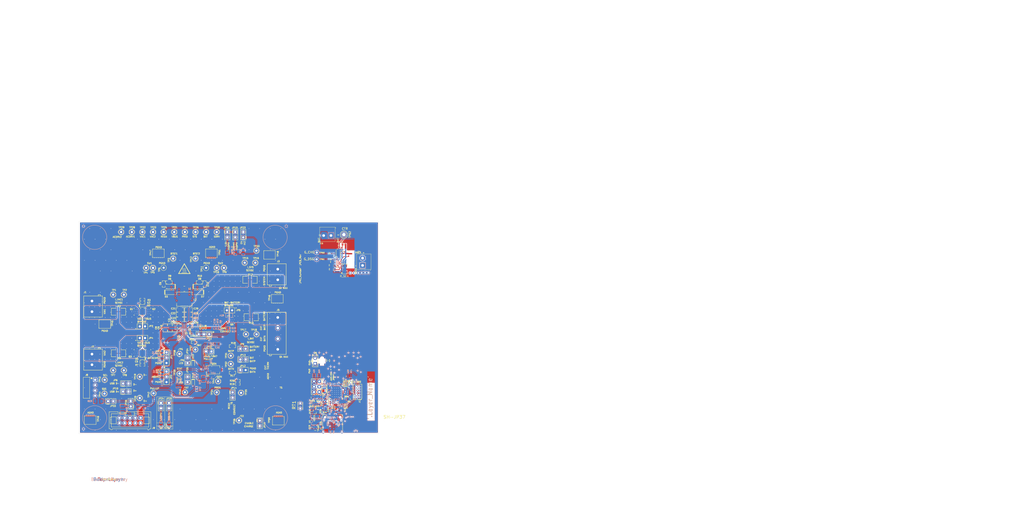
<source format=kicad_pcb>
(kicad_pcb (version 20211014) (generator pcbnew)
  (layers (0 "F.Cu" signal "Top Layer") (1 "In1.Cu" signal "Signal Layer 1") (2 "In2.Cu" signal "Signal Layer 2") (31 "B.Cu" signal "Bottom Layer") (34 "B.Paste" user "Bottom Paste") (35 "F.Paste" user "Top Paste") (36 "B.SilkS" user "Bottom Overlay") (37 "F.SilkS" user "Top Overlay") (38 "B.Mask" user "Bottom Solder") (39 "F.Mask" user "Top Solder") (44 "Edge.Cuts" user))
  (property "1" "")
  (property "2" "")
  (property "3" "")
  (property "ADDRESS1" "Not shown in title block")
  (property "ADDRESS2" "Not shown in title block")
  (property "ADDRESS3" "Not shown in title block")
  (property "ADDRESS4" "Not shown in title block")
  (property "APPROVEDBY" "Not shown in title block")
  (property "AUTHOR" "Not shown in title block")
  (property "CHECKEDBY" "Not shown in title block")
  (property "CONFIGURATIONPARAMETERS" "")
  (property "CONFIGURATORNAME" "")
  (property "CURRENTDATE" "Not shown in title block")
  (property "CURRENTTIME" "Not shown in title block")
  (property "DOCUMENTFULLPATHANDNAME" "Not shown in title block")
  (property "DOCUMENTNAME" "Not shown in title block")
  (property "DOCUMENTNUM1" "")
  (property "DOCUMENTNUMBER" "7")
  (property "DRAWNBY" "Joel Hernandez")
  (property "ENGINEER" "Not shown in title block")
  (property "IMAGEPATH" "Not shown in title block")
  (property "ISUSERCONFIGURABLE" "")
  (property "MODIFIEDDATE" "Not shown in title block")
  (property "ORGANIZATION" "Not shown in title block")
  (property "PAGESETUP" "Record=PageOptions¦CenterHorizontal=True¦CenterVertical=True¦PrintScale=1.00¦XCorrection=1.00¦YCorrection=1.00¦PrintKind=0¦BorderSize=5000000¦LeftOffset=0¦BottomOffset=0¦Orientation=2¦PaperLength=1000¦PaperWidth=1000¦Scale=100¦PaperSource=15¦PrintQuality=600¦MediaType=1¦DitherType=10¦PaperKind=Letter¦PrintScaleMode=1")
  (property "SHEETNUMBER1" "")
  (property "SHEETTITLE" "Basic Sink Essential Circuitry")
  (property "SHEETTOTAL" "12")
  (property "SHEETTOTAL1" "")
  (property "SPICEMODELCACHE" "")
  (property "TIME" "Not shown in title block")
  (property "VERSIONCONTROL_PROJFOLDERREVNUMBER" "")
  (property "VERSIONCONTROL_REVNUMBER" "")
  (net 0 "")
  (net 1 "Net-(C18-Pad2)")
  (net 2 "/Designator/Designator/CC1")
  (net 3 "/Designator/Designator/CC2")
  (net 4 "unconnected-(C33-Pad2)")
  (net 5 "Net-(D15-Pad1)")
  (net 6 "Net-(D17-Pad1)")
  (net 7 "Net-(D18-Pad1)")
  (net 10 "3V3_U3")
  (net 11 "VDD12_CORE_OUT")
  (net 20 "/Designator/Designator/VBUS_F")
  (net 21 "Net-(Q6-Pad4)")
  (net 22 "/Designator/Designator/VBUS_DIS")
  (net 23 "Net-(Q8-Pad3)")
  (net 24 "/Designator/Designator/EN_SNK")
  (net 25 "VDD33")
  (net 26 "Net-(Q9-Pad3)")
  (net 27 "unconnected-(R28-Pad1)")
  (net 28 "/Designator/Designator/FAULT_IN_N")
  (net 29 "Net-(R47-Pad2)")
  (net 30 "/Designator/Designator/SPI_MOSI_SI")
  (net 31 "D-")
  (net 32 "/Designator/Designator/SPI_MOSI")
  (net 33 "/Designator/Designator/CC1_R")
  (net 34 "/Designator/Designator/CC2_R")
  (net 35 "VDD18_CORE_OUT")
  (net 36 "/Designator/Designator/CAP_MISMATCH")
  (net 37 "DEBUG_TRACE_RX")
  (net 38 "DEBUG_TRACE_TX")
  (net 39 "VBUS_USB")
  (net 40 "/Designator/Designator/DAC_I")
  (net 41 "/Designator/Designator/ORIENTATION")
  (net 42 "/Designator/Designator/1.5A_IND")
  (net 43 "/Designator/Designator/3.0A_IND")
  (net 47 "TRGT_SWCLK")
  (net 48 "D+")
  (net 49 "TRGT_SWDIO")
  (net 51 "RESET_N1_IN")
  (net 52 "PDO_SEL")
  (net 53 "I2C_SLAVE_IRQ")
  (net 55 "VBUS")
  (net 56 "VAC2")
  (net 57 "VAC1")
  (net 61 "3V3_U2")
  (net 62 "PROG")
  (net 64 "I2C_SLAVE_SDA")
  (net 65 "I2C_SLAVE_SCL")
  (net 69 "/Designator/U_Charger_Circuit/BTST1")
  (net 70 "/Designator/U_Charger_Circuit/SW1")
  (net 71 "Net-(C6-Pad1)")
  (net 72 "Net-(C12-Pad1)")
  (net 73 "/Designator/U_Charger_Circuit/BTST2")
  (net 74 "/Designator/U_Charger_Circuit/SW2")
  (net 75 "/Designator/U_Charger_Circuit/PMID")
  (net 76 "Net-(C39-Pad2)")
  (net 77 "Net-(C40-Pad1)")
  (net 78 "Net-(D10-Pad1)")
  (net 79 "Net-(J3-Pad1)")
  (net 80 "VBAT")
  (net 81 "Net-(JP5-Pad1)")
  (net 82 "/Designator/U_Charger_Circuit/D-_1")
  (net 83 "/Designator/U_Charger_Circuit/D+_1")
  (net 84 "/Designator/U_Charger_Circuit/SDRV")
  (net 85 "VIN2")
  (net 86 "/Designator/U_Charger_Circuit/IBAT")
  (net 87 "{slash}INT")
  (net 88 "VBUS_USB_OUT")
  (net 89 "ILIM_HIZ")
  (net 90 "{slash}CE")
  (net 91 "EXT_BATP")
  (net 92 "EXT_BATN")
  (net 93 "{slash}PG")
  (net 94 "{slash}QON")
  (net 95 "BATP")
  (net 96 "BATN")
  (net 97 "ACDRV2")
  (net 98 "ACDRV1")
  (net 99 "_acdrv2")
  (net 100 "_acdrv1")
  (net 101 "VIN1")
  (net 102 "Net-(C2-Pad1)")
  (net 103 "Net-(C2-Pad2)")
  (net 104 "Net-(C5-Pad1)")
  (net 105 "STAT")
  (net 106 "Net-(C5-Pad2)")
  (net 107 "Net-(C42-Pad2)")
  (net 108 "AGND")
  (net 109 "BAT_U1")
  (net 110 "Net-(D11-Pad1)")
  (net 111 "PGND")
  (net 112 "Net-(JP32-Pad2)")
  (net 113 "REGN")
  (net 114 "SCL")
  (net 115 "SDA")
  (net 116 "SYS")
  (net 117 "TS")
  (net 118 "Net-(R38-Pad1)")
  (net 119 "Net-(J8-Pad4)")
  (net 124 "Net-(J9-Pad5)")
  (net 127 "Net-(JP33-Pad1)")
  (net 128 "Net-(JP36-Pad1)")
  (net 129 "Net-(D13-Pad1)")
  (net 130 "Net-(D13-Pad2)")
  (net 131 "Net-(D14-Pad1)")
  (net 132 "Net-(D14-Pad2)")
  (net 133 "Net-(JP14-Pad2)")
  (net 134 "Net-(JP15-Pad2)")
  (net 135 "Net-(JP16-Pad2)")
  (net 136 "Net-(JP24-Pad2)")
  (net 137 "Net-(JP25-Pad2)")
  (net 138 "/Designator/VDD")
  (net 139 "/Designator/BAT_PRO")
  (net 140 "/Designator/CTR")
  (net 141 "/Designator/CS")
  (net 142 "/Designator/BAT_Protection")
  (net 143 "/Designator/BAT_Physical")
  (net 144 "Net-(R59-Pad1)")
  (net 145 "Net-(R60-Pad1)")
  (net 146 "/Designator/PACK")
  (net 147 "Net-(R64-Pad1)")
  (footprint "AltiumImports:Keystone5002" (layer "F.Cu") (at 149.5171 122.4026 90)
    (fp_text reference "TP32")
    (fp_text value "CMP-0055139-1" hide)
  )
  (footprint "AltiumImports:Keystone5002" (layer "F.Cu") (at 142.7861 59.2836 90)
    (fp_text reference "TP30")
    (fp_text value "CMP-0055139-1" hide)
  )
  (footprint "AltiumImports:FP-SNT-100-BK-G-MFG" (layer "F.Cu") (at 147.84705 60.54725 90)
    (fp_text reference "SH-JP16" hide)
    (fp_text value "Installed" hide)
  )
  (footprint "AltiumImports:_ALTIUM_WORK_00001_MCHP-CDB_Library_Database_MCHP-CDB.DbLib_Connector_HDR_M_1.27_2x5_TH_V_FCI_20021111-00010T4LF" (layer "F.Cu") (at 210.2231 135.7376 90)
    (fp_text reference "J13")
    (fp_text value "Header 2x5" hide)
  )
  (footprint "AltiumImports:Keystone5000" (layer "F.Cu") (at 122.4661 59.2836 90)
    (fp_text reference "TP21")
    (fp_text value "CMP-0055137-1" hide)
  )
  (footprint "AltiumImports:0402" (layer "F.Cu") (at 152.8318 132.0038 180)
    (fp_text reference "R19")
    (fp_text value "CMP-0026464-2" hide)
  )
  (footprint "AltiumImports:TESTPOINT" (layer "F.Cu") (at 190.5889 72.3392 180)
    (fp_text reference "TP61")
    (fp_text value "G_DSG")
  )
  (footprint "AltiumImports:CONN_PEC03SAAN" (layer "F.Cu") (at 118.7577 128.5494 -90)
    (fp_text reference "JP2")
    (fp_text value "PEC03SAAN" hide)
  )
  (footprint "AltiumImports:SOD-123" (layer "F.Cu") (at 134.0231 85.3186)
    (fp_text reference "D8")
    (fp_text value "B130LAW-7-F" hide)
  )
  (footprint "AltiumImports:CONN_PEC02SAAN" (layer "F.Cu") (at 101.6381 141.4526 90)
    (fp_text reference "JP36")
    (fp_text value "Header_2x1" hide)
  )
  (footprint "AltiumImports:CONN_PEC02SAAN" (layer "F.Cu") (at 138.9761 116.4336 180)
    (fp_text reference "JP32")
    (fp_text value "Header_2x1" hide)
  )
  (footprint "AltiumImports:Keystone5002" (layer "F.Cu") (at 143.46555 130.68935 90)
    (fp_text reference "TP41")
    (fp_text value "CMP-0055139-1" hide)
  )
  (footprint "AltiumImports:Keystone5002" (layer "F.Cu") (at 132.544701 115.495601 90)
    (fp_text reference "TP37")
    (fp_text value "CMP-0055139-1" hide)
  )
  (footprint "AltiumImports:MPIM252010F" (layer "F.Cu") (at 127.2921 86.4616)
    (fp_text reference "L1")
    (fp_text value "MPIM252010F1R0M-LF" hide)
  )
  (footprint "AltiumImports:FP-SNT-100-BK-G-MFG" (layer "F.Cu") (at 163.3855 150.80615 90)
    (fp_text reference "SH-JP19" hide)
    (fp_text value "Installed" hide)
  )
  (footprint "AltiumImports:0603" (layer "F.Cu") (at 150.3172 113.8936)
    (fp_text reference "R18")
    (fp_text value "RC0603FR-07100RL" hide)
  )
  (footprint "AltiumImports:_ALTIUM_WORK_00001_MCHP-CDB_Library_Database_.._Footprints_TP_1mm_SMD.PcbLib_TP_1mm_SMD" (layer "F.Cu") (at 198.7931 144.8816 180)
    (fp_text reference "TP53" hide)
    (fp_text value "Test Point No BOM" hide)
  )
  (footprint "AltiumImports:0603L" (layer "F.Cu") (at 132.4737 104.775 -90)
    (fp_text reference "C37")
    (fp_text value "GRT188R61E106ME13D" hide)
  )
  (footprint "AltiumImports:_ALTIUM_WORK_00001_MCHP-CDB_Library_Database_.._Footprints_TP_1mm_SMD.PcbLib_TP_1mm_SMD" (layer "F.Cu") (at 194.7037 139.1412 180)
    (fp_text reference "TP56" hide)
    (fp_text value "Test Point No BOM" hide)
  )
  (footprint "AltiumImports:CAP_C_0402" (layer "F.Cu") (at 205.480501 137.033)
    (fp_text reference "C51")
    (fp_text value "CAP1337" hide)
  )
  (footprint "AltiumImports:CONN_PEC02SAAN" (layer "F.Cu") (at 116.1161 142.3416 -90)
    (fp_text reference "JP24")
    (fp_text value "CMP-0002337-1" hide)
  )
  (footprint "AltiumImports:Keystone5002" (layer "F.Cu") (at 161.2519 73.9648 90)
    (fp_text reference "TP16")
    (fp_text value "CMP-0055139-1" hide)
  )
  (footprint "AltiumImports:CONN_PEC02SAAN" (layer "F.Cu") (at 128.8161 120.6754 90)
    (fp_text reference "JP34")
    (fp_text value "Header_2x1" hide)
  )
  (footprint "AltiumImports:CSP6_568AL" (layer "F.Cu") (at 200.9013 69.5706 180)
    (fp_text reference "U5")
    (fp_text value "EFC8811R-TF" hide)
  )
  (footprint "AltiumImports:_ALTIUM_WORK_00001_MCHP-CDB_Library_Database_.._Footprints_LED_0603_Green.PcbLib_LED_0603_GREEN" (layer "F.Cu") (at 189.4459 138.4808 180)
    (fp_text reference "D17" hide)
    (fp_text value "LED_green" hide)
  )
  (footprint "AltiumImports:_ALTIUM_WORK_00001_MCHP-CDB_Library_Database_.._Footprints_CAP_C_0603.PcbLib_CAP_C_0603" (layer "F.Cu") (at 192.2145 148.6154 -90)
    (fp_text reference "C20")
    (fp_text value "Capacitor NP" hide)
  )
  (footprint "AltiumImports:_ALTIUM_WORK_00001_MCHP-CDB_Library_Database_MCHP-CDB.DbLib_Resistor_RES_C_0402" (layer "F.Cu") (at 198.4121 140.9446 90)
    (fp_text reference "R52" hide)
    (fp_text value "Resistor" hide)
  )
  (footprint "AltiumImports:FP-SNT-100-BK-G-MFG" (layer "F.Cu") (at 150.4061 137.2616 90)
    (fp_text reference "SH-JP14" hide)
    (fp_text value "Installed" hide)
  )
  (footprint "AltiumImports:Keystone5002" (layer "F.Cu") (at 98.3361 89.24925 90)
    (fp_text reference "TP2")
    (fp_text value "CMP-0055139-1" hide)
  )
  (footprint "AltiumImports:CAP_C_0603" (layer "F.Cu") (at 206.0067 134.4676 180)
    (fp_text reference "C50")
    (fp_text value "Capacitor NP" hide)
  )
  (footprint "AltiumImports:Keystone5002" (layer "F.Cu") (at 97.0661 59.2836 90)
    (fp_text reference "TP29")
    (fp_text value "CMP-0055139-1" hide)
  )
  (footprint "AltiumImports:Keystone5002" (layer "F.Cu") (at 112.3061 76.4286 90)
    (fp_text reference "TP5")
    (fp_text value "CMP-0055139-1" hide)
  )
  (footprint "AltiumImports:Keystone5002" (layer "F.Cu") (at 112.52835 136.44245 90)
    (fp_text reference "TP42")
    (fp_text value "CMP-0055139-1" hide)
  )
  (footprint "AltiumImports:_ALTIUM_WORK_00001_MCHP-CDB_Library_Database_.._Footprints_TP_1mm_SMD.PcbLib_TP_1mm_SMD" (layer "F.Cu") (at 203.0095 140.716 180)
    (fp_text reference "TP57" hide)
    (fp_text value "Test Point No BOM" hide)
  )
  (footprint "AltiumImports:0402L" (layer "F.Cu") (at 131.4831 107.9246 180)
    (fp_text reference "C41")
    (fp_text value "GRM1555C1H102JA01D" hide)
  )
  (footprint "AltiumImports:Samtec_HTSW-102-07-G-S" (layer "F.Cu") (at 148.8821 96.7486 180)
    (fp_text reference "JP5")
    (fp_text value "HTSW-102-07-G-S" hide)
  )
  (footprint "AltiumImports:0402L" (layer "F.Cu") (at 198.3613 69.5706 180)
    (fp_text reference "R59")
    (fp_text value "CRCW04025M10JNED" hide)
  )
  (footprint "AltiumImports:CONN_PEC02SAAN" (layer "F.Cu") (at 155.4861 60.5536 90)
    (fp_text reference "JP23")
    (fp_text value "CMP-0002337-1" hide)
  )
  (footprint "AltiumImports:Keystone5002" (layer "F.Cu") (at 161.8361 108.204 90)
    (fp_text reference "TP18")
    (fp_text value "CMP-0055139-1" hide)
  )
  (footprint "AltiumImports:Testpoint_Keystone_Compact" (layer "F.Cu") (at 89.2175 103.35895)
    (fp_text reference "TP45")
    (fp_text value "CMP-0055153-1" hide)
  )
  (footprint "AltiumImports:Keystone5003" (layer "F.Cu") (at 117.3861 59.2836 90)
    (fp_text reference "TP25")
    (fp_text value "CMP-0055140-1" hide)
  )
  (footprint "AltiumImports:Keystone5003" (layer "F.Cu") (at 132.6261 59.2836 90)
    (fp_text reference "TP26")
    (fp_text value "CMP-0055140-1" hide)
  )
  (footprint "AltiumImports:On-Shore_ED120_4DS" (layer "F.Cu") (at 171.9961 107.7976 90)
    (fp_text reference "J5")
    (fp_text value "ED120/4DS" hide)
  )
  (footprint "AltiumImports:CONN_PEC03SAAN" (layer "F.Cu") (at 136.6901 108.1786 180)
    (fp_text reference "JP11")
    (fp_text value "PEC03SAAN" hide)
  )
  (footprint "AltiumImports:Keystone5002" (layer "F.Cu") (at 105.9561 128.5494 90)
    (fp_text reference "TP19")
    (fp_text value "CMP-0055139-1" hide)
  )
  (footprint "AltiumImports:DQG0008A" (layer "F.Cu") (at 149.6441 101.1936)
    (fp_text reference "Q5")
    (fp_text value "CSD17575Q3" hide)
  )
  (footprint "AltiumImports:DNH0008A" (layer "F.Cu") (at 109.6645 97.3836)
    (fp_text reference "Q2")
    (fp_text value "CSD17581Q3A" hide)
  )
  (footprint "AltiumImports:CON_USB3.1-C_RCPT_SMD_RA_ACP_12401610E4#2A" (layer "F.Cu") (at 198.2343 152.1714)
    (fp_text reference "J4")
    (fp_text value "USBC_Receptacle_SMD_RA" hide)
  )
  (footprint "AltiumImports:2010" (layer "F.Cu") (at 95.7961 97.40265)
    (fp_text reference "R2")
    (fp_text value "WSL2010R0100FEA18" hide)
  )
  (footprint "AltiumImports:Keystone5000" (layer "F.Cu") (at 112.3061 59.2836 90)
    (fp_text reference "TP23")
    (fp_text value "CMP-0055137-1" hide)
  )
  (footprint "AltiumImports:Fiducial10-20" (layer "F.Cu") (at 79.0321 56.4896 90)
    (fp_text reference "FID2" hide)
    (fp_text value "CMP-0077181-1" hide)
  )
  (footprint "AltiumImports:CONN_PEC02SAAN" (layer "F.Cu") (at 119.9261 142.3416 -90)
    (fp_text reference "JP25")
    (fp_text value "CMP-0002337-1" hide)
  )
  (footprint "AltiumImports:Keystone5002" (layer "F.Cu") (at 124.99975 126.9873 90)
    (fp_text reference "TP39")
    (fp_text value "CMP-0055139-1" hide)
  )
  (footprint "AltiumImports:_ALTIUM_WORK_00001_MCHP-CDB_Library_Database_.._Footprints_CAP_C_0603.PcbLib_CAP_C_0603" (layer "F.Cu") (at 188.2267 152.717401 90)
    (fp_text reference "C19")
    (fp_text value "Capacitor NP" hide)
  )
  (footprint "AltiumImports:FP-SNT-100-BK-G-MFG" (layer "F.Cu") (at 222.3643 149.6822 90)
    (fp_text reference "SH-JP37")
    (fp_text value "Installed" hide)
  )
  (footprint "AltiumImports:FP-SNT-100-BK-G-MFG" (layer "F.Cu") (at 128.8161 120.6754 90)
    (fp_text reference "SH-JP34" hide)
    (fp_text value "Installed" hide)
  )
  (footprint "AltiumImports:CONN_PEC02SAAN" (layer "F.Cu") (at 147.8661 60.5536 -90)
    (fp_text reference "JP16")
    (fp_text value "CMP-0002337-1" hide)
  )
  (footprint "AltiumImports:Keystone5002" (layer "F.Cu") (at 98.3361 125.46965 90)
    (fp_text reference "TP8")
    (fp_text value "CMP-0055139-1" hide)
  )
  (footprint "AltiumImports:_ALTIUM_WORK_00001_MCHP-CDB_Library_Database_.._Footprints_TP_1mm_SMD.PcbLib_TP_1mm_SMD" (layer "F.Cu") (at 198.1581 131.2926 180)
    (fp_text reference "TP58" hide)
    (fp_text value "Test Point No BOM" hide)
  )
  (footprint "AltiumImports:CONN_PEC02SAAN" (layer "F.Cu") (at 155.3591 125.3236)
    (fp_text reference "JP12")
    (fp_text value "CMP-0002337-1" hide)
  )
  (footprint "AltiumImports:2010" (layer "F.Cu") (at 159.2961 100.0506 180)
    (fp_text reference "R13")
    (fp_text value "WSL2010R0100FEA18" hide)
  )
  (footprint "AltiumImports:Keystone5002" (layer "F.Cu") (at 93.2561 125.46965 90)
    (fp_text reference "TP7")
    (fp_text value "CMP-0055139-1" hide)
  )
  (footprint "AltiumImports:_ALTIUM_WORK_00001_MCHP-CDB_Library_Database_MCHP-CDB.DbLib_MCHP-Analog_SOT-23-5" (layer "F.Cu") (at 189.4967 148.336 90)
    (fp_text reference "U3")
    (fp_text value "MCP1804 SOT-23-5" hide)
  )
  (footprint "AltiumImports:0805_HV" (layer "F.Cu") (at 118.07825 105.1306 -90)
    (fp_text reference "C8")
    (fp_text value "C2012X5R1E106K125AB" hide)
  )
  (footprint "AltiumImports:Keystone5002" (layer "F.Cu") (at 161.76625 68.20535 90)
    (fp_text reference "TP33")
    (fp_text value "CMP-0055139-1" hide)
  )
  (footprint "AltiumImports:FP-SNT-100-BK-G-MFG" (layer "F.Cu") (at 155.3591 125.3236 180)
    (fp_text reference "SH-JP12" hide)
    (fp_text value "Installed" hide)
  )
  (footprint "AltiumImports:_ALTIUM_WORK_00001_MCHP-CDB_Library_Database_.._Footprints_TP_1mm_SMD.PcbLib_TP_1mm_SMD" (layer "F.Cu") (at 204.5843 140.6652 180)
    (fp_text reference "TP54" hide)
    (fp_text value "Test Point No BOM" hide)
  )
  (footprint "AltiumImports:_ALTIUM_WORK_00001_MCHP-CDB_Library_Database_MCHP-CDB.DbLib_Resistor_RES_C_0402" (layer "F.Cu") (at 193.342773 144.8816 -90)
    (fp_text reference "R33")
    (fp_text value "Resistor" hide)
  )
  (footprint "AltiumImports:On-Shore_ED120_2DS" (layer "F.Cu") (at 83.0961 120.2436 -90)
    (fp_text reference "J2")
    (fp_text value "ED120/2DS" hide)
  )
  (footprint "AltiumImports:Testpoint_Keystone_Compact" (layer "F.Cu") (at 171.77385 91.2114)
    (fp_text reference "TP46")
    (fp_text value "CMP-0055153-1" hide)
  )
  (footprint "AltiumImports:0603L" (layer "F.Cu") (at 131.2545 104.775 -90)
    (fp_text reference "C36")
    (fp_text value "GRT188R61E106ME13D" hide)
  )
  (footprint "AltiumImports:Testpoint_Keystone_Compact" (layer "F.Cu") (at 82.2452 149.30755)
    (fp_text reference "TP49")
    (fp_text value "CMP-0055153-1" hide)
  )
  (footprint "AltiumImports:Keystone5002" (layer "F.Cu") (at 156.7561 108.204 90)
    (fp_text reference "TP17")
    (fp_text value "CMP-0055139-1" hide)
  )
  (footprint "AltiumImports:LED_LTST-C190" (layer "F.Cu") (at 131.4831 122.1994 90)
    (fp_text reference "D13")
    (fp_text value "LTST-C190GKT" hide)
  )
  (footprint "AltiumImports:FP-CRGP0402-IPC_A" (layer "F.Cu") (at 194.8053 144.0688 90)
    (fp_text reference "R48")
    (fp_text value "CRGP0402F10K" hide)
  )
  (footprint "AltiumImports:Testpoint_Keystone_Compact" (layer "F.Cu") (at 168.0591 70.2056)
    (fp_text reference "TP48")
    (fp_text value "CMP-0055153-1" hide)
  )
  (footprint "AltiumImports:Keystone5002" (layer "F.Cu") (at 142.7861 135.9916 90)
    (fp_text reference "TP34")
    (fp_text value "CMP-0055139-1" hide)
  )
  (footprint "AltiumImports:0603" (layer "F.Cu") (at 150.3172 126.5936)
    (fp_text reference "R17")
    (fp_text value "RC0603FR-07100RL" hide)
  )
  (footprint "AltiumImports:_ALTIUM_WORK_00001_MCHP-CDB_Library_Database_.._Footprints_RES_C_0402.PcbLib_RES_C_0402" (layer "F.Cu") (at 206.9973 137.922)
    (fp_text reference "R58")
    (fp_text value "Resistor" hide)
  )
  (footprint "AltiumImports:2010" (layer "F.Cu") (at 95.7961 117.31625)
    (fp_text reference "R6")
    (fp_text value "WSL2010R0100FEA18" hide)
  )
  (footprint "AltiumImports:0402L" (layer "F.Cu") (at 198.8693 73.8886)
    (fp_text reference "R62")
    (fp_text value "CRCW040220R0FKED" hide)
  )
  (footprint "AltiumImports:0402" (layer "F.Cu") (at 107.2261 93.0656 180)
    (fp_text reference "C2")
    (fp_text value "GRM1555C1H102FA01D" hide)
  )
  (footprint "AltiumImports:Keystone5002" (layer "F.Cu") (at 142.7861 76.4286 90)
    (fp_text reference "TP10")
    (fp_text value "CMP-0055139-1" hide)
  )
  (footprint "AltiumImports:CONN_PEC02SAAN" (layer "F.Cu") (at 150.4061 137.2616 -90)
    (fp_text reference "JP14")
    (fp_text value "CMP-0002337-1" hide)
  )
  (footprint "AltiumImports:0805_HV" (layer "F.Cu") (at 125.2601 96.4946)
    (fp_text reference "C21")
    (fp_text value "C2012X5R1E106K125AB" hide)
  )
  (footprint "AltiumImports:FP-SNT-100-BK-G-MFG" (layer "F.Cu") (at 128.8161 129.8194 90)
    (fp_text reference "SH-JP35" hide)
    (fp_text value "Installed" hide)
  )
  (footprint "AltiumImports:FP-SNT-100-BK-G-MFG" (layer "F.Cu") (at 118.71325 127.28575 90)
    (fp_text reference "SH-JP2" hide)
    (fp_text value "ACDRV2 to _acdrv2" hide)
  )
  (footprint "AltiumImports:Keystone5002" (layer "F.Cu") (at 137.7061 76.4286 90)
    (fp_text reference "TP11")
    (fp_text value "CMP-0055139-1" hide)
  )
  (footprint "AltiumImports:FP-CRGP0402-IPC_A" (layer "F.Cu") (at 193.8401 141.097 -90)
    (fp_text reference "R34")
    (fp_text value "CRGP0402F10K" hide)
  )
  (footprint "AltiumImports:RUG0008A" (layer "F.Cu") (at 201.6633 75.438 90)
    (fp_text reference "U6")
    (fp_text value "BQ2980RUG" hide)
  )
  (footprint "AltiumImports:_ALTIUM_WORK_00001_MCHP-CDB_Library_Database_MCHP-CDB.DbLib_Resistor_RES_C_0402" (layer "F.Cu") (at 188.6839 150.622 180)
    (fp_text reference "R27" hide)
    (fp_text value "Resistor" hide)
  )
  (footprint "AltiumImports:0402" (layer "F.Cu") (at 124.6251 104.2416 90)
    (fp_text reference "C3")
    (fp_text value "GRM155R71E473KA88D" hide)
  )
  (footprint "AltiumImports:On-Shore_ED120_2DS" (layer "F.Cu") (at 171.9961 79.6036 90)
    (fp_text reference "J3")
    (fp_text value "ED120/2DS" hide)
  )
  (footprint "AltiumImports:FP-SNT-100-BK-G-MFG" (layer "F.Cu") (at 155.4353 60.53455 90)
    (fp_text reference "SH-JP23" hide)
    (fp_text value "Not Installed" hide)
  )
  (footprint "AltiumImports:SOT-23-3" (layer "F.Cu") (at 189.6999 144.7038 -90)
    (fp_text reference "D16")
    (fp_text value "Diode Dual AK" hide)
  )
  (footprint "AltiumImports:DNH0008A" (layer "F.Cu") (at 104.8131 97.3836 180)
    (fp_text reference "Q1")
    (fp_text value "CSD17581Q3A" hide)
  )
  (footprint "AltiumImports:Testpoint_Keystone_Compact" (layer "F.Cu") (at 172.2628 149.5806)
    (fp_text reference "TP50")
    (fp_text value "CMP-0055153-1" hide)
  )
  (footprint "AltiumImports:CAP_C_0402" (layer "F.Cu") (at 201.8411 132.0546 180)
    (fp_text reference "C52" hide)
    (fp_text value "CAP1337" hide)
  )
  (footprint "AltiumImports:_ALTIUM_WORK_00001_MCHP-CDB_Library_Database_.._Footprints_RES_C_0402.PcbLib_RES_C_0402" (layer "F.Cu") (at 191.6049 138.4808 90)
    (fp_text reference "R51" hide)
    (fp_text value "Resistor" hide)
  )
  (footprint "AltiumImports:0402" (layer "F.Cu") (at 131.81965 112.1029 180)
    (fp_text reference "R20")
    (fp_text value "CRCW040210K0FKED" hide)
  )
  (footprint "AltiumImports:FP-SNT-100-BK-G-MFG" (layer "F.Cu") (at 155.3591 115.1636 180)
    (fp_text reference "SH-JP9" hide)
    (fp_text value "Installed" hide)
  )
  (footprint "AltiumImports:0603" (layer "F.Cu") (at 134.4803 83.312)
    (fp_text reference "R10")
    (fp_text value "CRCW06032R00JNEA" hide)
  )
  (footprint "AltiumImports:0603L" (layer "F.Cu") (at 133.6929 104.775 -90)
    (fp_text reference "C38")
    (fp_text value "GRT188R61E106ME13D" hide)
  )
  (footprint "AltiumImports:_ALTIUM_WORK_00001_MCHP-CDB_Library_Database_.._Footprints_LED_0603_Green.PcbLib_LED_0603_GREEN" (layer "F.Cu") (at 189.9539 152.717599 -90)
    (fp_text reference "D15" hide)
    (fp_text value "LED_green" hide)
  )
  (footprint "AltiumImports:Keystone5002" (layer "F.Cu") (at 149.5171 118.4656 90)
    (fp_text reference "TP31")
    (fp_text value "CMP-0055139-1" hide)
  )
  (footprint "AltiumImports:_ALTIUM_WORK_00001_MCHP-CDB_Library_Database_MCHP-CDB.DbLib_MCHP-Interface_QFN-40_6X6_m5_4m6epad" (layer "F.Cu") (at 200.022899 135.994399 90)
    (fp_text reference "U4")
    (fp_text value "UPD301C QFN-40" hide)
  )
  (footprint "AltiumImports:AssemblyNote" (layer "F.Cu") (at 83.0961 41.5036)
    (fp_text reference "ZZ3" hide)
    (fp_text value "These assemblies must comply with workmanship standards IPC-A-610 Class 2, unless otherwise specified." hide)
  )
  (footprint "AltiumImports:FP-SNT-100-BK-G-MFG" (layer "F.Cu") (at 101.6381 141.4526 90)
    (fp_text reference "SH-JP36" hide)
    (fp_text value "Installed" hide)
  )
  (footprint "AltiumImports:DNH0008A" (layer "F.Cu") (at 104.8131 117.1956 180)
    (fp_text reference "Q3")
    (fp_text value "CSD17581Q3A" hide)
  )
  (footprint "AltiumImports:CONN_PEC02SAAN" (layer "F.Cu") (at 99.28225 135.60425)
    (fp_text reference "JP10")
    (fp_text value "Header_2x1" hide)
  )
  (footprint "AltiumImports:FP-SNT-100-BK-G-MFG" (layer "F.Cu") (at 99.2759 135.56615 180)
    (fp_text reference "SH-JP10" hide)
    (fp_text value "Installed" hide)
  )
  (footprint "AltiumImports:FP-SNT-100-BK-G-MFG" (layer "F.Cu") (at 119.9261 142.3416 90)
    (fp_text reference "SH-JP25" hide)
    (fp_text value "Not Installed" hide)
  )
  (footprint "AltiumImports:0402" (layer "F.Cu") (at 107.2261 122.9106 180)
    (fp_text reference "R7")
    (fp_text value "RC0402FR-07100KL" hide)
  )
  (footprint "AltiumImports:0603L" (layer "F.Cu") (at 124.6251 107.1626 -90)
    (fp_text reference "C34")
    (fp_text value "GRM188R61C475KAAJD" hide)
  )
  (footprint "AltiumImports:CONN_PEC02SAAN" (layer "F.Cu") (at 92.0369 140.2461)
    (fp_text reference "JP33")
    (fp_text value "Header_2x1" hide)
  )
  (footprint "AltiumImports:0402L" (layer "F.Cu") (at 128.3081 102.5906 180)
    (fp_text reference "C26")
    (fp_text value "C1005X7R1H104K050BE" hide)
  )
  (footprint "AltiumImports:Keystone5002" (layer "F.Cu") (at 121.9581 71.9836 90)
    (fp_text reference "TP3")
    (fp_text value "CMP-0055139-1" hide)
  )
  (footprint "AltiumImports:Keystone5002" (layer "F.Cu") (at 117.3861 76.3778 90)
    (fp_text reference "TP6")
    (fp_text value "CMP-0055139-1" hide)
  )
  (footprint "AltiumImports:FP-SNT-100-BK-G-MFG" (layer "F.Cu") (at 148.8821 96.7486 180)
    (fp_text reference "SH-JP5" hide)
    (fp_text value "Not Installed" hide)
  )
  (footprint "AltiumImports:CONN_2510-6002" (layer "F.Cu") (at 101.28885 149.4536 180)
    (fp_text reference "J9")
    (fp_text value "N2510-6002-RB" hide)
  )
  (footprint "AltiumImports:0603" (layer "F.Cu") (at 117.4115 84.1502 -90)
    (fp_text reference "C6")
    (fp_text value "GRM1885C1H222JA01D" hide)
  )
  (footprint "AltiumImports:CONN_PEC02SAAN" (layer "F.Cu") (at 155.3591 115.1636 180)
    (fp_text reference "JP9")
    (fp_text value "CMP-0002337-1" hide)
  )
  (footprint "AltiumImports:1206" (layer "F.Cu") (at 204.1271 76.962 90)
    (fp_text reference "R65")
    (fp_text value "R_SEN")
  )
  (footprint "AltiumImports:_ALTIUM_WORK_00001_MCHP-CDB_Library_Database_.._Footprints_CAP_C_0402.PcbLib_CAP_C_0402" (layer "F.Cu") (at 196.0499 143.0782 90)
    (fp_text reference "C33")
    (fp_text value "CAP1337" hide)
  )
  (footprint "AltiumImports:_ALTIUM_WORK_00001_MCHP-CDB_Library_Database_.._Footprints_RES_C_0402.PcbLib_RES_C_0402" (layer "F.Cu") (at 192.7733 138.4808 -90)
    (fp_text reference "R32" hide)
    (fp_text value "Resistor" hide)
  )
  (footprint "AltiumImports:_ALTIUM_WORK_00001_MCHP-CDB_Library_Database_MCHP-CDB.DbLib_Connector_HDR_M_2.54_2x3" (layer "F.Cu") (at 190.6143 133.2992 90)
    (fp_text reference "J10")
    (fp_text value "Header 2x3" hide)
  )
  (footprint "AltiumImports:0402L" (layer "F.Cu") (at 203.9493 69.5706)
    (fp_text reference "R60")
    (fp_text value "CRCW04025M10JNED" hide)
  )
  (footprint "AltiumImports:Fiducial10-20" (layer "F.Cu") (at 176.0601 56.4896 90)
    (fp_text reference "FID3" hide)
    (fp_text value "CMP-0077181-1" hide)
  )
  (footprint "AltiumImports:SEMI-103AT-2_V" (layer "F.Cu") (at 182.7911 142.4686 90)
    (fp_text reference "RT1")
    (fp_text value "103AT-2" hide)
  )
  (footprint "AltiumImports:LED_LTST-C190" (layer "F.Cu") (at 131.4831 131.3434 90)
    (fp_text reference "D14")
    (fp_text value "LTST-C190GKT" hide)
  )
  (footprint "AltiumImports:CONN_PEC02SAAN" (layer "F.Cu") (at 151.6761 60.5536 -90)
    (fp_text reference "JP15")
    (fp_text value "CMP-0002337-1" hide)
  )
  (footprint "AltiumImports:0603L" (layer "F.Cu") (at 198.6153 77.1906 180)
    (fp_text reference "C54")
    (fp_text value "GRM188R71H104KA93D" hide)
  )
  (footprint "AltiumImports:FP-SNT-100-BK-G-MFG" (layer "F.Cu") (at 92.0877 140.1572 180)
    (fp_text reference "SH-JP33" hide)
    (fp_text value "Not Installed" hide)
  )
  (footprint "AltiumImports:0805_HV" (layer "F.Cu") (at 122.70105 105.1306 -90)
    (fp_text reference "C10")
    (fp_text value "C2012X5R1E106K125AB" hide)
  )
  (footprint "AltiumImports:0603L" (layer "F.Cu") (at 203.6953 65.2526 180)
    (fp_text reference "C56")
    (fp_text value "GRM188R71H104KA93D" hide)
  )
  (footprint "AltiumImports:0402L" (layer "F.Cu") (at 202.1459 66.675)
    (fp_text reference "R64")
    (fp_text value "CRCW0402100RFKED" hide)
  )
  (footprint "AltiumImports:Keystone5002" (layer "F.Cu") (at 89.0905 136.6012 90)
    (fp_text reference "TP44")
    (fp_text value "CMP-0055139-1" hide)
  )
  (footprint "AltiumImports:CONN_PEC03SAAN" (layer "F.Cu") (at 118.7577 119.4054 -90)
    (fp_text reference "JP1")
    (fp_text value "PEC03SAAN" hide)
  )
  (footprint "AltiumImports:Keystone5002" (layer "F.Cu") (at 154.454162 136.229661 90)
    (fp_text reference "TP35")
    (fp_text value "CMP-0055139-1" hide)
  )
  (footprint "AltiumImports:AssemblyNote" (layer "F.Cu") (at 83.0961 35.1536)
    (fp_text reference "ZZ2" hide)
    (fp_text value "These assemblies must be clean and free from flux and all contaminants. Use of no clean flux is not acceptable." hide)
  )
  (footprint "AltiumImports:Samtec_HTSW-102-07-G-S" (layer "F.Cu") (at 107.2261 110.0074)
    (fp_text reference "JP4")
    (fp_text value "HTSW-102-07-G-S" hide)
  )
  (footprint "AltiumImports:CONN_PEC02SAAN" (layer "F.Cu") (at 99.29495 131.75615)
    (fp_text reference "JP6")
    (fp_text value "Header_2x1" hide)
  )
  (footprint "AltiumImports:Testpoint_Keystone_Compact" (layer "F.Cu") (at 114.8461 69.4436)
    (fp_text reference "TP47")
    (fp_text value "CMP-0055153-1" hide)
  )
  (footprint "AltiumImports:Fiducial10-20" (layer "F.Cu") (at 79.0321 153.5176 90)
    (fp_text reference "FID1" hide)
    (fp_text value "CMP-0077181-1" hide)
  )
  (footprint "AltiumImports:CONN_PEC02SAAN" (layer "F.Cu") (at 163.3855 150.80615 -90)
    (fp_text reference "JP19")
    (fp_text value "Header_2x1" hide)
  )
  (footprint "AltiumImports:0805_HV" (layer "F.Cu") (at 120.37695 105.1306 -90)
    (fp_text reference "C9")
    (fp_text value "C2012X5R1E106K125AB" hide)
  )
  (footprint "AltiumImports:FP-SNT-100-BK-G-MFG" (layer "F.Cu") (at 151.65705 60.5155 90)
    (fp_text reference "SH-JP15" hide)
    (fp_text value "Not Installed" hide)
  )
  (footprint "AltiumImports:Keystone5000" (layer "F.Cu") (at 127.5461 59.2836)
    (fp_text reference "TP24")
    (fp_text value "CMP-0055137-1" hide)
  )
  (footprint "AltiumImports:_ALTIUM_WORK_00001_MCHP-CDB_Library_Database_MCHP-CDB-Offline.DbLib_Resistor_RES_C_0402" (layer "F.Cu") (at 200.8251 130.5306 180)
    (fp_text reference "R49" hide)
    (fp_text value "Resistor" hide)
  )
  (footprint "AltiumImports:0402L" (layer "F.Cu") (at 126.1491 102.5906)
    (fp_text reference "C24")
    (fp_text value "C1005X7R1H104K050BE" hide)
  )
  (footprint "AltiumImports:SOD-123" (layer "F.Cu") (at 120.4341 88.1126)
    (fp_text reference "D3")
    (fp_text value "B130LAW-7-F" hide)
  )
  (footprint "AltiumImports:FP-SNT-100-BK-G-MFG" (layer "F.Cu") (at 118.7577 118.170599 90)
    (fp_text reference "SH-JP1" hide)
    (fp_text value "ACDRV1 to _acdrv1" hide)
  )
  (footprint "AltiumImports:FP-SNT-100-BK-G-MFG" (layer "F.Cu") (at 155.3591 120.2436 180)
    (fp_text reference "SH-JP13" hide)
    (fp_text value "Not Installed" hide)
  )
  (footprint "AltiumImports:TESTPOINT" (layer "F.Cu") (at 190.6651 69.088 90)
    (fp_text reference "TP60")
    (fp_text value "G_CHG")
  )
  (footprint "AltiumImports:Keystone5002" (layer "F.Cu") (at 124.9426 117.5893 90)
    (fp_text reference "TP38")
    (fp_text value "CMP-0055139-1" hide)
  )
  (footprint "AltiumImports:_ALTIUM_WORK_00001_MCHP-CDB_Library_Database_.._Footprints_TP_1mm_SMD.PcbLib_TP_1mm_SMD" (layer "F.Cu") (at 199.3011 131.0386 180)
    (fp_text reference "TP55" hide)
    (fp_text value "Test Point No BOM" hide)
  )
  (footprint "AltiumImports:Keystone5002" (layer "F.Cu") (at 127.5461 135.9662 90)
    (fp_text reference "TP40")
    (fp_text value "CMP-0055139-1" hide)
  )
  (footprint "AltiumImports:Keystone5002" (layer "F.Cu") (at 105.9561 138.7094 90)
    (fp_text reference "TP20")
    (fp_text value "CMP-0055139-1" hide)
  )
  (footprint "AltiumImports:0805_HV" (layer "F.Cu") (at 129.3241 98.7806 180)
    (fp_text reference "C28")
    (fp_text value "C2012X5R1E106K125AB" hide)
  )
  (footprint "AltiumImports:CONN_PEC02SAAN" (layer "F.Cu") (at 128.8161 129.8194 90)
    (fp_text reference "JP35")
    (fp_text value "Header_2x1" hide)
  )
  (footprint "AltiumImports:SOD-523" (layer "F.Cu") (at 107.2261 94.5896)
    (fp_text reference "D2")
    (fp_text value "BZT52C12T-7" hide)
  )
  (footprint "AltiumImports:Keystone5002" (layer "F.Cu") (at 89.17305 129.9972 90)
    (fp_text reference "TP43")
    (fp_text value "CMP-0055139-1" hide)
  )
  (footprint "AltiumImports:DNH0008A" (layer "F.Cu") (at 109.6645 117.1956)
    (fp_text reference "Q4")
    (fp_text value "CSD17581Q3A" hide)
  )
  (footprint "AltiumImports:0603L" (layer "F.Cu") (at 198.5899 75.4126)
    (fp_text reference "C55")
    (fp_text value "GRM188R71H104KA93D" hide)
  )
  (footprint "AltiumImports:KSR" (layer "F.Cu") (at 141.00175 125.2093 180)
    (fp_text reference "S1")
    (fp_text value "CMP-0002170-2" hide)
  )
  (footprint "AltiumImports:AssemblyNote" (layer "F.Cu") (at 83.0961 28.8036)
    (fp_text reference "ZZ1" hide)
    (fp_text value "These assemblies are ESD sensitive, ESD precautions shall be observed." hide)
  )
  (footprint "AltiumImports:_ALTIUM_WORK_00001_MCHP-CDB_Library_Database_MCHP-CDB.DbLib_Capacitor_CAP_C_0402" (layer "F.Cu") (at 205.480501 135.8646 180)
    (fp_text reference "C48")
    (fp_text value "Capacitor NP" hide)
  )
  (footprint "AltiumImports:FP-SNT-100-BK-G-MFG" (layer "F.Cu") (at 99.3013 131.75615 180)
    (fp_text reference "SH-JP6" hide)
    (fp_text value "Installed" hide)
  )
  (footprint "AltiumImports:SOD-123" (layer "F.Cu") (at 134.0231 88.1126 180)
    (fp_text reference "D7")
    (fp_text value "B130LAW-7-F" hide)
  )
  (footprint "AltiumImports:0805_HV" (layer "F.Cu") (at 129.3241 96.4946 180)
    (fp_text reference "C29")
    (fp_text value "C2012X5R1E106K125AB" hide)
  )
  (footprint "AltiumImports:Testpoint_Keystone_Compact" (layer "F.Cu") (at 140.2461 69.4436)
    (fp_text reference "TP51")
    (fp_text value "CMP-0055153-1" hide)
  )
  (footprint "AltiumImports:CONN_PEC02SAAN" (layer "F.Cu") (at 155.3591 120.2436)
    (fp_text reference "JP13")
    (fp_text value "CMP-0002337-1" hide)
  )
  (footprint "AltiumImports:Keystone5002" (layer "F.Cu") (at 153.44775 149.4282 90)
    (fp_text reference "TP36")
    (fp_text value "CMP-0055139-1" hide)
  )
  (footprint "AltiumImports:0402" (layer "F.Cu") (at 107.2261 91.5416)
    (fp_text reference "R3")
    (fp_text value "RC0402FR-07100KL" hide)
  )
  (footprint "AltiumImports:0603" (layer "F.Cu") (at 119.9388 83.312 180)
    (fp_text reference "R8")
    (fp_text value "CRCW06032R00JNEA" hide)
  )
  (footprint "AltiumImports:Keystone5002" (layer "F.Cu") (at 146.2151 76.4286 90)
    (fp_text reference "TP9")
    (fp_text value "CMP-0055139-1" hide)
  )
  (footprint "AltiumImports:0805_HV" (layer "F.Cu") (at 125.2601 98.7806)
    (fp_text reference "C22")
    (fp_text value "C2012X5R1E106K125AB" hide)
  )
  (footprint "AltiumImports:PREYBG0056" (layer "F.Cu") (at 127.26035 105.1052)
    (fp_text reference "U1")
    (fp_text value "BQ25790YBG" hide)
  )
  (footprint "AltiumImports:Samtec_HTSW-102-07-G-S" (layer "F.Cu") (at 107.2261 104.4194)
    (fp_text reference "JP3")
    (fp_text value "HTSW-102-07-G-S" hide)
  )
  (footprint "AltiumImports:CONN_22-05-3041" (layer "F.Cu") (at 78.94955 133.8072 -90)
    (fp_text reference "J8")
    (fp_text value "0022053041" hide)
  )
  (footprint "AltiumImports:Keystone5002" (layer "F.Cu") (at 102.1461 59.2836 90)
    (fp_text reference "TP28")
    (fp_text value "CMP-0055139-1" hide)
  )
  (footprint "AltiumImports:2010" (layer "F.Cu") (at 158.7119 82.1182 180)
    (fp_text reference "R12")
    (fp_text value "WSL2010R0100FEA18" hide)
  )
  (footprint "AltiumImports:0402" (layer "F.Cu") (at 107.2261 121.3866)
    (fp_text reference "C5")
    (fp_text value "GRM1555C1H102FA01D" hide)
  )
  (footprint "AltiumImports:Net-Tie_20milWide_60milLong" (layer "F.Cu") (at 127.2921 93.3196 90)
    (fp_text reference "NT1" hide)
    (fp_text value "CMP-0078142-3" hide)
  )
  (footprint "AltiumImports:Keystone5002" (layer "F.Cu") (at 93.2561 89.24925)
    (fp_text reference "TP1")
    (fp_text value "CMP-0055139-1" hide)
  )
  (footprint "AltiumImports:0402" (layer "F.Cu") (at 129.9591 104.2416 90)
    (fp_text reference "C13")
    (fp_text value "GRM155R71E473KA88D" hide)
  )
  (footprint "AltiumImports:FP-SNT-100-BK-G-MFG" (layer "F.Cu") (at 137.9601 108.0516 180)
    (fp_text reference "SH-JP11" hide)
    (fp_text value "Installed" hide)
  )
  (footprint "AltiumImports:SOD-123" (layer "F.Cu") (at 120.4341 85.3186 180)
    (fp_text reference "D6")
    (fp_text value "B130LAW-7-F" hide)
  )
  (footprint "AltiumImports:Keystone5004" (layer "F.Cu") (at 137.7061 59.2836 90)
    (fp_text reference "TP27")
    (fp_text value "CMP-0055141-1" hide)
  )
  (footprint "AltiumImports:TERM_BLK_ED555-2DS" (layer "F.Cu") (at 212.5853 75.2602 90)
    (fp_text reference "J14")
    (fp_text value "PACK CONNECT" hide)
  )
  (footprint "AltiumImports:TERM_BLK_ED555-2DS" (layer "F.Cu") (at 197.4723 60.96 180)
    (fp_text reference "J15")
    (fp_text value "CELL CONNECT" hide)
  )
  (footprint "AltiumImports:_ALTIUM_WORK_00001_MCHP-CDB_Library_Database_MCHP-CDB.DbLib_Resistor_RES_C_0402" (layer "F.Cu") (at 197.1421 140.9446 90)
    (fp_text reference "R50" hide)
    (fp_text value "Resistor" hide)
  )
  (footprint "AltiumImports:FP-CRGP0402-IPC_A" (layer "F.Cu") (at 190.657899 150.622)
    (fp_text reference "R28" hide)
    (fp_text value "CRGP0402F10K" hide)
  )
  (footprint "AltiumImports:On-Shore_ED120_2DS" (layer "F.Cu") (at 83.0961 94.8436 -90)
    (fp_text reference "J1")
    (fp_text value "ED120/2DS" hide)
  )
  (footprint "AltiumImports:Keystone5000" (layer "F.Cu") (at 107.2261 59.2836 90)
    (fp_text reference "TP22")
    (fp_text value "CMP-0055137-1" hide)
  )
  (footprint "AltiumImports:FP-SNT-100-BK-G-MFG" (layer "F.Cu") (at 107.09275 110.0455 180)
    (fp_text reference "SH-JP4" hide)
    (fp_text value "Not Installed" hide)
  )
  (footprint "AltiumImports:0805_HV" (layer "F.Cu") (at 125.2601 101.0666)
    (fp_text reference "C23")
    (fp_text value "C2012X5R1E106K125AB" hide)
  )
  (footprint "AltiumImports:0402" (layer "F.Cu") (at 152.8191 130.4036)
    (fp_text reference "R26")
    (fp_text value "CMP-0026284-2" hide)
  )
  (footprint "AltiumImports:Keystone5002" (layer "F.Cu") (at 109.0041 76.4286 90)
    (fp_text reference "TP4")
    (fp_text value "CMP-0055139-1" hide)
  )
  (footprint "AltiumImports:IND_C_0603" (layer "F.Cu") (at 206.5909 139.2174 180)
    (fp_text reference "FB1")
    (fp_text value "Ferrite Bead" hide)
  )
  (footprint "AltiumImports:SPM6530" (layer "F.Cu") (at 127.2921 91.4146 180)
    (fp_text reference "L2")
    (fp_text value "SPM6530T-2R2M" hide)
  )
  (footprint "AltiumImports:0402L" (layer "F.Cu") (at 205.9305 70.2564 90)
    (fp_text reference "R63")
    (fp_text value "CRCW04022K00FKED" hide)
  )
  (footprint "AltiumImports:SOD-523" (layer "F.Cu") (at 107.2261 119.8626 180)
    (fp_text reference "D5")
    (fp_text value "BZT52C12T-7" hide)
  )
  (footprint "AltiumImports:_ALTIUM_WORK_00001_MCHP-CDB_Library_Database_.._Footprints_RES_C_0402.PcbLib_RES_C_0402" (layer "F.Cu") (at 195.0085 137.3632 90)
    (fp_text reference "R53" hide)
    (fp_text value "Resistor" hide)
  )
  (footprint "AltiumImports:FP-M20-9990246-MFG" (layer "F.Cu") (at 189.9031 121.0056 90)
    (fp_text reference "J6")
    (fp_text value "M20-9990246" hide)
  )
  (footprint "AltiumImports:FP-CRGP0402-IPC_A" (layer "F.Cu") (at 194.9069 141.097 -90)
    (fp_text reference "R35")
    (fp_text value "CRGP0402F10K" hide)
  )
  (footprint "AltiumImports:Keystone5002" (layer "F.Cu") (at 156.1719 73.9648 90)
    (fp_text reference "TP15")
    (fp_text value "CMP-0055139-1" hide)
  )
  (footprint "AltiumImports:0402L" (layer "F.Cu") (at 198.8693 72.6186)
    (fp_text reference "R61")
    (fp_text value "CRCW0402330RJNED" hide)
  )
  (footprint "AltiumImports:Keystone5012" (layer "F.Cu") (at 203.6445 60.5536)
    (fp_text reference "TP62")
    (fp_text value "CTR")
  )
  (footprint "AltiumImports:IEC_HotSurface_Small" (layer "F.Cu") (at 127.2921 76.8096)
    (fp_text reference "LOGO5" hide)
    (fp_text value "CAUTION HOT SURFACE" hide)
  )
  (footprint "AltiumImports:FP-SNT-100-BK-G-MFG" (layer "F.Cu") (at 107.19435 104.38765 180)
    (fp_text reference "SH-JP3" hide)
    (fp_text value "Not Installed" hide)
  )
  (footprint "AltiumImports:_ALTIUM_WORK_00001_MCHP-CDB_Library_Database_.._Footprints_TP_1mm_SMD.PcbLib_TP_1mm_SMD" (layer "F.Cu") (at 206.9211 129.3876 180)
    (fp_text reference "TP59" hide)
    (fp_text value "Test Point No BOM" hide)
  )
  (footprint "AltiumImports:_ALTIUM_WORK_00001_MCHP-CDB_Library_Database_.._Footprints_TP_1mm_SMD.PcbLib_TP_1mm_SMD" (layer "F.Cu") (at 197.2691 144.8816 180)
    (fp_text reference "TP52" hide)
    (fp_text value "Test Point No BOM" hide)
  )
  (footprint "AltiumImports:0603" (layer "F.Cu") (at 136.9949 84.1502 -90)
    (fp_text reference "C12")
    (fp_text value "GRM1885C1H222JA01D" hide)
  )
  (footprint "AltiumImports:Keystone5002" (layer "F.Cu") (at 132.6261 71.9836 90)
    (fp_text reference "TP12")
    (fp_text value "CMP-0055139-1" hide)
  )
  (footprint "AltiumImports:0805_HV" (layer "F.Cu") (at 129.3241 101.0666 180)
    (fp_text reference "C27")
    (fp_text value "C2012X5R1E106K125AB" hide)
  )
  (footprint "AltiumImports:_ALTIUM_WORK_00001_MCHP-CDB_Library_Database_.._Footprints_LED_0603_Orange.PcbLib_LED_0603_Orange" (layer "F.Cu") (at 189.4459 141.3002 180)
    (fp_text reference "D18" hide)
    (fp_text value "LED_orange" hide)
  )
  (footprint "AltiumImports:FP-SNT-100-BK-G-MFG" (layer "F.Cu") (at 138.9761 116.4336 180)
    (fp_text reference "SH-JP32" hide)
    (fp_text value "Installed" hide)
  )
  (footprint "AltiumImports:FP-SNT-100-BK-G-MFG" (layer "F.Cu") (at 116.1288 142.3416 90)
    (fp_text reference "SH-JP24" hide)
    (fp_text value "Not Installed" hide)
  )
  (footprint "AltiumImports:_ALTIUM_WORK_00001_MCHP-CDB_Library_Database_.._Footprints_SOIC-8.PcbLib_SOIC-8" (layer "B.Cu") (at 191.1985 140.8684 90)
    (fp_text reference "Q6")
    (fp_text value "SI4477DY-T1-GE3" hide)
  )
  (footprint "AltiumImports:_ALTIUM_WORK_00001_MCHP-CDB_Library_Database_.._Footprints_CAP_C_0402.PcbLib_CAP_C_0402" (layer "B.Cu") (at 210.2231 132.0546)
    (fp_text reference "C53")
    (fp_text value "CAP1337" hide)
  )
  (footprint "AltiumImports:0603" (layer "B.Cu") (at 151.674424 68.9356 90)
    (fp_text reference "R22")
    (fp_text value "CRCW0603255KFKEA" hide)
  )
  (footprint "AltiumImports:_ALTIUM_WORK_00001_MCHP-CDB_Library_Database_MCHP-CDB.DbLib_Capacitor_CAP_C_0402" (layer "B.Cu") (at 196.9389 150.7744 90)
    (fp_text reference "C25")
    (fp_text value "Capacitor NP" hide)
  )
  (footprint "AltiumImports:5106" (layer "B.Cu") (at 148.7551 99.1616)
    (fp_text reference "R14")
    (fp_text value "5106" hide)
  )
  (footprint "AltiumImports:Fiducial10-20" (layer "B.Cu") (at 176.0601 56.4896 90)
    (fp_text reference "FID6" hide)
    (fp_text value "CMP-0077181-1" hide)
  )
  (footprint "AltiumImports:Fiducial10-20" (layer "B.Cu") (at 79.0321 56.4896 90)
    (fp_text reference "FID5" hide)
    (fp_text value "CMP-0077181-1" hide)
  )
  (footprint "AltiumImports:0402" (layer "B.Cu") (at 125.48235 132.6642 -90)
    (fp_text reference "R44")
    (fp_text value "CRCW040210K0FKED" hide)
  )
  (footprint "AltiumImports:SOD-523" (layer "B.Cu") (at 115.2271 117.3226 90)
    (fp_text reference "D1")
    (fp_text value "CMP-0028378-3" hide)
  )
  (footprint "AltiumImports:0402" (layer "B.Cu") (at 133.39445 128.4986 -90)
    (fp_text reference "R40")
    (fp_text value "CRCW04022K21FKED" hide)
  )
  (footprint "AltiumImports:0402" (layer "B.Cu") (at 116.6241 119.9896 -90)
    (fp_text reference "C16")
    (fp_text value "C0402C103J5RACTU" hide)
  )
  (footprint "AltiumImports:CAP_C_0402" (layer "B.Cu") (at 200.9775 139.319 90)
    (fp_text reference "C49")
    (fp_text value "CAP1337" hide)
  )
  (footprint "AltiumImports:SOD-323" (layer "B.Cu") (at 138.3157 112.88395 180)
    (fp_text reference "D11")
    (fp_text value "BAT54HT1G" hide)
  )
  (footprint "AltiumImports:_ALTIUM_WORK_00001_MCHP-CDB_Library_Database_MCHP-CDB.DbLib_Resistor_RES_C_0402" (layer "B.Cu") (at 194.9577 139.5476)
    (fp_text reference "R24")
    (fp_text value "Resistor" hide)
  )
  (footprint "AltiumImports:Bumpon_SJ5003Transparent" (layer "B.Cu") (at 84.3661 148.1836 180)
    (fp_text reference "H1" hide)
    (fp_text value "SJ-5303 (CLEAR)" hide)
  )
  (footprint "AltiumImports:_ALTIUM_WORK_00001_MCHP-CDB_Library_Database_MCHP-CDB.DbLib_Resistor_RES_C_0402" (layer "B.Cu") (at 194.9577 140.9192)
    (fp_text reference "R23" hide)
    (fp_text value "Resistor" hide)
  )
  (footprint "AltiumImports:0402L" (layer "B.Cu") (at 138.8237 125.69825 180)
    (fp_text reference "C42")
    (fp_text value "GRM155R61E104KA87D" hide)
  )
  (footprint "AltiumImports:Bumpon_SJ5003Transparent" (layer "B.Cu") (at 170.917494 148.1836 180)
    (fp_text reference "H4" hide)
    (fp_text value "SJ-5303 (CLEAR)" hide)
  )
  (footprint "AltiumImports:5106" (layer "B.Cu") (at 136.4361 129.523599 -90)
    (fp_text reference "R38")
    (fp_text value "5106" hide)
  )
  (footprint "AltiumImports:5106" (layer "B.Cu") (at 107.2261 113.3856)
    (fp_text reference "R5")
    (fp_text value "5106" hide)
  )
  (footprint "AltiumImports:Bumpon_SJ5003Transparent" (layer "B.Cu") (at 84.3661 61.8236 180)
    (fp_text reference "H2" hide)
    (fp_text value "SJ-5303 (CLEAR)" hide)
  )
  (footprint "AltiumImports:FP-CRCW0603-e3-IPC_B" (layer "B.Cu") (at 147.864424 69.020207 90)
    (fp_text reference "R21")
    (fp_text value "47k" hide)
  )
  (footprint "AltiumImports:FP-CRGP0402-IPC_A" (layer "B.Cu") (at 189.3951 127.9906 -90)
    (fp_text reference "R54")
    (fp_text value "CRGP0402F10K" hide)
  )
  (footprint "AltiumImports:NXP-SOT23_M" (layer "B.Cu") (at 195.2879 135.1788)
    (fp_text reference "Q9")
    (fp_text value "PMBF170,235" hide)
  )
  (footprint "AltiumImports:0402L" (layer "B.Cu") (at 135.1661 105.6386 90)
    (fp_text reference "C40")
    (fp_text value "GRM1555C1H102JA01D" hide)
  )
  (footprint "AltiumImports:0603" (layer "B.Cu") (at 116.7511 126.3396 90)
    (fp_text reference "R9")
    (fp_text value "CRCW0603294RFKEA" hide)
  )
  (footprint "AltiumImports:Bumpon_SJ5003Transparent" (layer "B.Cu") (at 170.7261 61.8236 180)
    (fp_text reference "H3" hide)
    (fp_text value "SJ-5303 (CLEAR)" hide)
  )
  (footprint "AltiumImports:RES_C_1206" (layer "B.Cu") (at 194.9577 143.7386 -90)
    (fp_text reference "R11")
    (fp_text value "Resistor" hide)
  )
  (footprint "AltiumImports:0603L" (layer "B.Cu") (at 147.6121 106.6546)
    (fp_text reference "R16")
    (fp_text value "CMP-0025697-4" hide)
  )
  (footprint "AltiumImports:NXP-SOT23_M" (layer "B.Cu") (at 199.5551 144.1196 180)
    (fp_text reference "Q8")
    (fp_text value "PMBF170,235" hide)
  )
  (footprint "AltiumImports:0805_HV" (layer "B.Cu") (at 129.3241 98.7806 180)
    (fp_text reference "C31")
    (fp_text value "C2012X5R1E106K125AB" hide)
  )
  (footprint "AltiumImports:1206" (layer "B.Cu") (at 86.1187 140.2207)
    (fp_text reference "R39")
    (fp_text value "ERJ-8ENF10R0V" hide)
  )
  (footprint "AltiumImports:_ALTIUM_WORK_00001_MCHP-CDB_Library_Database_.._Footprints_CAP_C_0402.PcbLib_CAP_C_0402" (layer "B.Cu") (at 197.3961 138.938 -90)
    (fp_text reference "C45")
    (fp_text value "CAP1337" hide)
  )
  (footprint "AltiumImports:5106" (layer "B.Cu") (at 107.25785 101.23805)
    (fp_text reference "R1")
    (fp_text value "5106" hide)
  )
  (footprint "AltiumImports:Fiducial10-20" (layer "B.Cu") (at 79.0321 153.5176 90)
    (fp_text reference "FID4" hide)
    (fp_text value "CMP-0077181-1" hide)
  )
  (footprint "AltiumImports:0402L" (layer "B.Cu") (at 124.36475 107.643549 -90)
    (fp_text reference "C15")
    (fp_text value "C1005X7R1H104K050BE" hide)
  )
  (footprint "AltiumImports:0402" (layer "B.Cu") (at 141.7701 104.6226 -90)
    (fp_text reference "C39")
    (fp_text value "GRM1555C1H102FA01D" hide)
  )
  (footprint "AltiumImports:0603" (layer "B.Cu") (at 119.924424 151.4856 90)
    (fp_text reference "R30")
    (fp_text value "RC0603FR-074K7L" hide)
  )
  (footprint "AltiumImports:_ALTIUM_WORK_00001_MCHP-CDB_Library_Database_MCHP-CDB.DbLib_Resistor_RES_C_0402" (layer "B.Cu") (at 205.567173 128.1176 90)
    (fp_text reference "R56")
    (fp_text value "Resistor" hide)
  )
  (footprint "AltiumImports:_ALTIUM_WORK_00001_MCHP-CDB_Library_Database_MCHP-CDB.DbLib_Capacitor_CAP_C_0402" (layer "B.Cu") (at 199.4281 139.0396 -90)
    (fp_text reference "C47")
    (fp_text value "Capacitor NP" hide)
  )
  (footprint "AltiumImports:0402" (layer "B.Cu") (at 116.6241 129.1336 -90)
    (fp_text reference "C17")
    (fp_text value "C0402C103J5RACTU" hide)
  )
  (footprint "AltiumImports:_ALTIUM_WORK_00001_MCHP-CDB_Library_Database_MCHP-CDB.DbLib_Capacitor_CAP_C_0402" (layer "B.Cu") (at 198.7677 151.5872 90)
    (fp_text reference "C32")
    (fp_text value "Capacitor NP" hide)
  )
  (footprint "AltiumImports:_ALTIUM_WORK_00001_MCHP-CDB_Library_Database_.._Footprints_SOIC-8.PcbLib_SOIC-8" (layer "B.Cu") (at 190.5635 149.9362 -90)
    (fp_text reference "Q7")
    (fp_text value "SI4477DY-T1-GE3" hide)
  )
  (footprint "AltiumImports:0402L" (layer "B.Cu") (at 125.2601 107.643549 -90)
    (fp_text reference "C14")
    (fp_text value "C1005X7R1H104K050BE" hide)
  )
  (footprint "AltiumImports:_ALTIUM_WORK_00001_MCHP-CDB_Library_Database_MCHP-CDB-Offline.DbLib_Resistor_RES_C_0402" (layer "B.Cu") (at 196.8119 136.4234 180)
    (fp_text reference "R31")
    (fp_text value "Resistor" hide)
  )
  (footprint "AltiumImports:0402L" (layer "B.Cu") (at 138.8999 130.18135 180)
    (fp_text reference "C43")
    (fp_text value "GRM155R61E104KA87D" hide)
  )
  (footprint "AltiumImports:0603" (layer "B.Cu") (at 116.7511 117.0686 90)
    (fp_text reference "R4")
    (fp_text value "CRCW0603294RFKEA" hide)
  )
  (footprint "AltiumImports:1206" (layer "B.Cu") (at 137.8331 121.1704 -90)
    (fp_text reference "R37")
    (fp_text value "ERJ-8ENF10R0V" hide)
  )
  (footprint "AltiumImports:_ALTIUM_WORK_00001_MCHP-CDB_Library_Database_.._Footprints_RES_C_0402.PcbLib_RES_C_0402" (layer "B.Cu") (at 198.0311 132.758599 90)
    (fp_text reference "R47")
    (fp_text value "Resistor" hide)
  )
  (footprint "AltiumImports:SOD-523" (layer "B.Cu") (at 147.7391 105.2576 180)
    (fp_text reference "D10")
    (fp_text value "CMP-0028378-3" hide)
  )
  (footprint "AltiumImports:_ALTIUM_WORK_00001_MCHP-CDB_Library_Database_.._Footprints_TP_1mm_SMD.PcbLib_TP_1mm_SMD" (layer "B.Cu") (at 197.2183 153.3906 180)
    (fp_text reference "TP13" hide)
    (fp_text value "Test Point No BOM" hide)
  )
  (footprint "AltiumImports:_ALTIUM_WORK_00001_MCHP-CDB_Library_Database_MCHP-CDB.DbLib_Capacitor_CAP_C_0603" (layer "B.Cu") (at 204.5335 131.635599 -90)
    (fp_text reference "C46")
    (fp_text value "Capacitor NP" hide)
  )
  (footprint "AltiumImports:0603" (layer "B.Cu") (at 116.114424 151.4856 90)
    (fp_text reference "R29")
    (fp_text value "RC0603FR-073KL" hide)
  )
  (footprint "AltiumImports:0603" (layer "B.Cu") (at 155.487776 68.9356 -90)
    (fp_text reference "R25")
    (fp_text value "RC0603FR-07100KL" hide)
  )
  (footprint "AltiumImports:_ALTIUM_WORK_00001_MCHP-CDB_Library_Database_.._Footprints_TP_1mm_SMD.PcbLib_TP_1mm_SMD" (layer "B.Cu") (at 198.7169 153.3652 180)
    (fp_text reference "TP14" hide)
    (fp_text value "Test Point No BOM" hide)
  )
  (footprint "AltiumImports:0402L" (layer "B.Cu") (at 124.2441 104.7496 -90)
    (fp_text reference "C11")
    (fp_text value "C1005X7R1H104K050BE" hide)
  )
  (footprint "AltiumImports:0402" (layer "B.Cu") (at 143.0401 104.6226 90)
    (fp_text reference "R15")
    (fp_text value "RC0402FR-07100KL" hide)
  )
  (footprint "AltiumImports:FP-CRGP0402-IPC_A" (layer "B.Cu") (at 191.8081 127.9906 -90)
    (fp_text reference "R55")
    (fp_text value "CRGP0402F10K" hide)
  )
  (footprint "AltiumImports:0805L" (layer "B.Cu") (at 88.0491 94.4626 90)
    (fp_text reference "C1")
    (fp_text value "CMP-0008217-2" hide)
  )
  (footprint "AltiumImports:_ALTIUM_WORK_00001_MCHP-CDB_Library_Database_MCHP-CDB.DbLib_Capacitor_CAP_C_0603" (layer "B.Cu") (at 200.0123 151.2316 90)
    (fp_text reference "C18")
    (fp_text value "Capacitor NP" hide)
  )
  (footprint "AltiumImports:0402" (layer "B.Cu") (at 105.0671 142.9766 90)
    (fp_text reference "R42")
    (fp_text value "CRCW040210K0FKED" hide)
  )
  (footprint "AltiumImports:0805L" (layer "B.Cu") (at 88.0491 121.0056 -90)
    (fp_text reference "C4")
    (fp_text value "CMP-0008217-2" hide)
  )
  (footprint "AltiumImports:0402" (layer "B.Cu") (at 133.2611 134.3914 -90)
    (fp_text reference "R41")
    (fp_text value "CRCW04022K21FKED" hide)
  )
  (footprint "AltiumImports:0805_HV" (layer "B.Cu") (at 118.06555 105.1306 -90)
    (fp_text reference "C7")
    (fp_text value "C2012X5R1E106K125AB" hide)
  )
  (footprint "AltiumImports:0805_HV" (layer "B.Cu") (at 129.3241 101.0666 180)
    (fp_text reference "C30")
    (fp_text value "C2012X5R1E106K125AB" hide)
  )
  (footprint "AltiumImports:_ALTIUM_WORK_00001_MCHP-CDB_Library_Database_.._Footprints_RES_C_0402.PcbLib_RES_C_0402" (layer "B.Cu") (at 206.9211 128.1176 -90)
    (fp_text reference "R57")
    (fp_text value "Resistor" hide)
  )
  (footprint "AltiumImports:SOD-523" (layer "B.Cu") (at 115.2271 126.4666 90)
    (fp_text reference "D4")
    (fp_text value "CMP-0028378-3" hide)
  )
  (footprint "AltiumImports:SOD-523" (layer "B.Cu") (at 144.4371 104.6226 90)
    (fp_text reference "D9")
    (fp_text value "BZT52C12T-7" hide)
  )
  (footprint "AltiumImports:1206" (layer "B.Cu") (at 97.7011 144.1196 90)
    (fp_text reference "R46")
    (fp_text value "ERJ-8ENF10R0V" hide)
  )
  (footprint "AltiumImports:DBZ0003A_N" (layer "B.Cu") (at 139.66825 127.88265)
    (fp_text reference "U2")
    (fp_text value "TLV76033DBZR" hide)
  )
  (footprint "AltiumImports:0402" (layer "B.Cu") (at 107.8611 142.9766 90)
    (fp_text reference "R43")
    (fp_text value "CRCW040210K0FKED" hide)
  )
  (footprint "AltiumImports:0402L" (layer "B.Cu") (at 129.9591 104.6226 90)
    (fp_text reference "C35")
    (fp_text value "GRM155R61E104KA87D" hide)
  )
  (footprint "AltiumImports:SOD-323" (layer "B.Cu") (at 142.83055 112.88395)
    (fp_text reference "D12")
    (fp_text value "BAT54HT1G" hide)
  )
  (footprint "AltiumImports:0402" (layer "B.Cu") (at 123.84405 132.6769 -90)
    (fp_text reference "R45")
    (fp_text value "CRCW040210K0FKED" hide)
  )
  (gr_poly (pts (xy 86.7791 105.1306) (xy 92.2401 105.1306) (xy 92.2401 101.5746) (xy 86.7791 101.5746)) (layer "F.Cu") (width 0) (fill solid))
  (gr_poly (pts (xy 142.6718 67.6656) (xy 137.8458 67.6656) (xy 137.8458 71.8566) (xy 142.6718 71.8566)) (layer "F.Cu") (width 0) (fill solid))
  (gr_poly (pts (xy 159.4739 85.223347) (xy 159.943803 85.693253) (xy 174.720247 85.693253) (xy 175.2219 85.1916) (xy 175.2219 80.410053) (xy 174.669447 79.8576) (xy 159.981903 79.857603) (xy 159.473903 80.365605)) (layer "F.Cu") (width 0) (fill solid))
  (gr_poly (pts (xy 169.8371 151.3586) (xy 174.6631 151.3586) (xy 174.6631 147.1676) (xy 169.8371 147.1676)) (layer "F.Cu") (width 0) (fill solid))
  (gr_poly (pts (xy 174.19955 89.4334) (xy 169.37355 89.4334) (xy 169.37355 93.6244) (xy 174.19955 93.6244)) (layer "F.Cu") (width 0) (fill solid))
  (gr_poly (pts (xy 117.2718 67.6656) (xy 112.4458 67.6656) (xy 112.4458 71.8566) (xy 117.2718 71.8566)) (layer "F.Cu") (width 0) (fill solid))
  (gr_poly (pts (xy 143.4211 124.4346) (xy 145.5801 124.4346) (xy 145.5801 125.9586) (xy 143.4211 125.9586)) (layer "F.Cu") (width 0) (fill solid))
  (gr_poly (pts (xy 117.1321 107.5436) (xy 117.1321 105.6386) (xy 117.3861 105.3846) (xy 123.6091 105.3846) (xy 123.8631 105.3846) (xy 123.8631 105.791) (xy 123.8631 106.5276) (xy 122.8471 107.5436)) (layer "F.Cu") (width 0) (fill solid))
  (gr_poly (pts (xy 204.8637 67.7672) (xy 204.1017 67.7672) (xy 204.1017 64.897) (xy 204.8637 64.897)) (layer "F.Cu") (width 0) (fill solid))
  (gr_poly (pts (xy 123.52655 83.7946) (xy 123.52655 81.85785) (xy 130.9751 81.85785) (xy 130.9751 83.7946)) (layer "F.Cu") (width 0) (fill solid))
  (gr_poly (pts (xy 196.1007 80.5688) (xy 196.1007 74.9046) (xy 198.4375 74.9046) (xy 198.4375 80.5688)) (layer "F.Cu") (width 0) (fill solid))
  (gr_poly (pts (xy 202.214183 78.0288) (xy 202.214183 75.8698) (xy 202.9333 75.8698) (xy 202.9333 78.0288)) (layer "F.Cu") (width 0) (fill solid))
  (gr_poly (pts (xy 130.7211 106.6546) (xy 134.2771 106.6546) (xy 134.2771 105.1306) (xy 134.0231 104.8766) (xy 130.7211 104.8766)) (layer "F.Cu") (width 0) (fill solid))
  (gr_poly (pts (xy 160.0581 103.155747) (xy 160.528003 103.625653) (xy 175.304447 103.625653) (xy 175.8061 103.124) (xy 175.8061 98.342453) (xy 175.253647 97.79) (xy 160.566103 97.790003) (xy 160.058103 98.298005)) (layer "F.Cu") (width 0) (fill solid))
  (gr_poly (pts (xy 95.0341 100.507797) (xy 94.564197 100.977703) (xy 79.787753 100.977703) (xy 79.2861 100.47605) (xy 79.2861 95.0976) (xy 79.7941 94.589603) (xy 94.526103 94.589605) (xy 95.034097 95.097597)) (layer "F.Cu") (width 0) (fill solid))
  (gr_poly (pts (xy 95.0341 120.421397) (xy 94.564197 120.891303) (xy 79.787753 120.891303) (xy 79.2861 120.38965) (xy 79.2861 115.0112) (xy 79.7941 114.503203) (xy 94.526103 114.503205) (xy 95.034097 115.011197)) (layer "F.Cu") (width 0) (fill solid))
  (gr_poly (pts (xy 198.4121 78.9178) (xy 198.4121 77.8764) (xy 203.2127 77.8764) (xy 203.2127 78.9178)) (layer "F.Cu") (width 0) (fill solid))
  (gr_poly (pts (xy 79.8195 151.08555) (xy 84.6455 151.08555) (xy 84.6455 146.89455) (xy 79.8195 146.89455)) (layer "F.Cu") (width 0) (fill solid))
  (gr_poly (pts (xy 109.5121 119.6086) (xy 109.0041 119.1006) (xy 109.0041 115.9256) (xy 107.6071 114.5286) (xy 107.6071 100.0506) (xy 109.0041 98.6536) (xy 109.0041 95.0976) (xy 109.5121 94.5896) (xy 115.989103 94.589603) (xy 120.4341 99.034597) (xy 120.434097 101.193605) (xy 122.7201 103.47962) (xy 122.7201 104.7496) (xy 122.0851 104.7496) (xy 116.4971 104.7496) (xy 115.481097 105.765603) (xy 115.481097 114.909603) (xy 110.7821 119.6086)) (layer "B.Cu") (width 0) (fill solid))
  (gr_poly (pts (xy 128.65735 105.03535) (xy 128.32715 105.03535) (xy 128.32715 103.57485) (xy 131.7117 103.57485) (xy 131.7117 104.4956) (xy 129.1971 104.4956) (xy 128.6891 105.0036)) (layer "B.Cu") (width 0) (fill solid))
  (gr_poly (pts (xy 125.641103 102.082597) (xy 125.5141 101.9556) (xy 125.5141 94.3356) (xy 129.0701 94.3356) (xy 129.0701 101.9556) (xy 128.943095 102.082605) (xy 128.1049 102.0826) (xy 127.38735 102.80015) (xy 127.38735 105.03535) (xy 127.13335 105.03535) (xy 127.13335 102.81285) (xy 126.4031 102.0826)) (layer "B.Cu") (width 0) (fill solid))
  (gr_poly (pts (xy 95.0341 120.421397) (xy 94.564197 120.891303) (xy 79.787753 120.891303) (xy 79.2861 120.38965) (xy 79.2861 115.0112) (xy 79.7941 114.503203) (xy 94.526103 114.503205) (xy 95.034097 115.011197)) (layer "B.Cu") (width 0) (fill solid))
  (gr_poly (pts (xy 104.3051 119.6086) (xy 105.4481 118.4656) (xy 105.4481 115.9256) (xy 106.9721 114.4016) (xy 106.9721 109.3216) (xy 106.5911 108.9406) (xy 99.2251 108.9406) (xy 96.5581 111.6076) (xy 96.5581 119.1006) (xy 97.0661 119.6086)) (layer "B.Cu") (width 0) (fill solid))
  (gr_poly (pts (xy 106.9721 105.1306) (xy 106.9721 100.177605) (xy 105.448097 98.653605) (xy 105.4481 96.113597) (xy 103.9241 94.589597) (xy 97.0661 94.589597) (xy 96.5581 95.0976) (xy 96.5581 102.971603) (xy 99.225097 105.638603) (xy 106.464097 105.638597)) (layer "B.Cu") (width 0) (fill solid))
  (gr_poly (pts (xy 149.0091 102.4636) (xy 149.0091 94.4626) (xy 149.5171 93.9546) (xy 158.026097 93.954603) (xy 158.534103 94.462597) (xy 158.5341 101.9556) (xy 158.0261 102.4636)) (layer "B.Cu") (width 0) (fill solid))
  (gr_poly (pts (xy 117.0051 105.5116) (xy 117.0051 107.5436) (xy 119.1641 107.5436) (xy 119.1641 105.7656) (xy 118.9101 105.5116)) (layer "B.Cu") (width 0) (fill solid))
  (gr_poly (pts (xy 160.0581 103.155747) (xy 160.528003 103.625653) (xy 175.304447 103.625653) (xy 175.8061 103.124) (xy 175.8061 98.342453) (xy 175.253647 97.79) (xy 160.566103 97.790003) (xy 160.058103 98.298005)) (layer "B.Cu") (width 0) (fill solid))
  (gr_poly (pts (xy 159.461197 85.229695) (xy 159.9311 85.6996) (xy 174.707545 85.6996) (xy 175.209197 85.197947) (xy 175.209197 80.4164) (xy 174.656745 79.863947) (xy 159.9692 79.86395) (xy 159.4612 80.371953)) (layer "B.Cu") (width 0) (fill solid))
  (gr_poly (pts (xy 125.995252 103.489021) (xy 126.031521 103.489021) (xy 126.19355 103.65105) (xy 126.19355 104.6353) (xy 123.6599 104.6353) (xy 123.6599 103.77805) (xy 123.948927 103.489023) (xy 125.995257 103.489023)) (layer "B.Cu") (width 0) (fill solid))
  (gr_poly (pts (xy 95.0341 100.507797) (xy 94.564197 100.977703) (xy 79.787753 100.977703) (xy 79.2861 100.47605) (xy 79.2861 95.0976) (xy 79.7941 94.589603) (xy 94.526103 94.589605) (xy 95.034097 95.097597)) (layer "B.Cu") (width 0) (fill solid))
  (gr_poly (pts (xy 157.8991 85.1916) (xy 157.3911 85.6996) (xy 145.1991 85.6996) (xy 132.7531 98.1456) (xy 132.7531 100.6856) (xy 131.3561 102.0826) (xy 129.8321 102.0826) (xy 129.5781 101.8286) (xy 129.5781 95.6056) (xy 133.0071 92.1766) (xy 133.0071 89.6366) (xy 142.786097 79.857605) (xy 157.3911 79.8576) (xy 157.8991 80.3656)) (layer "B.Cu") (width 0) (fill solid))
  (gr_poly (pts (xy 148.5011 101.7016) (xy 148.5011 94.4626) (xy 147.9931 93.9546) (xy 139.1031 93.9546) (xy 134.023103 99.034597) (xy 134.023097 101.193603) (xy 131.991103 103.225597) (xy 131.9911 104.1146) (xy 132.3721 104.4956) (xy 144.8181 104.4956) (xy 147.6121 101.7016)) (layer "B.Cu") (width 0) (fill solid))
  (gr_poly (pts (xy 115.8875 128.1176) (xy 114.5667 128.1176) (xy 114.5667 127.6096) (xy 115.8875 127.6096)) (layer "B.SilkS") (width 0) (fill solid))
  (gr_poly (pts (xy 140.3731 112.02035) (xy 140.3731 113.74755) (xy 139.8651 113.74755) (xy 139.8651 112.02035)) (layer "B.SilkS") (width 0) (fill solid))
  (gr_poly (pts (xy 140.77315 113.74755) (xy 140.77315 112.02035) (xy 141.28115 112.02035) (xy 141.28115 113.74755)) (layer "B.SilkS") (width 0) (fill solid))
  (gr_poly (pts (xy 149.390141 104.5972) (xy 149.390141 105.918) (xy 148.882141 105.918) (xy 148.882141 104.5972)) (layer "B.SilkS") (width 0) (fill solid))
  (gr_poly (pts (xy 115.8875 118.9736) (xy 114.5667 118.9736) (xy 114.5667 118.4656) (xy 115.8875 118.4656)) (layer "B.SilkS") (width 0) (fill solid))
  (gr_poly (pts (xy 145.0975 106.2736) (xy 143.7767 106.2736) (xy 143.7767 105.7656) (xy 145.0975 105.7656)) (layer "B.SilkS") (width 0) (fill solid))
  (gr_line (start 198.8185 129.8448) (end 199.1233 130.1496) (layer "F.SilkS") (width 0.2032))
  (gr_poly (pts (xy 108.8771 119.2022) (xy 108.8771 120.523) (xy 108.3691 120.523) (xy 108.3691 119.2022)) (layer "F.SilkS") (width 0) (fill solid))
  (gr_poly (pts (xy 97.26295 133.28015) (xy 97.26295 133.02615) (xy 98.65995 133.02615) (xy 98.65995 133.28015)) (layer "F.SilkS") (width 0) (fill solid))
  (gr_poly (pts (xy 117.6909 89.281) (xy 117.6909 86.9442) (xy 118.1989 86.9442) (xy 118.1989 89.281)) (layer "F.SilkS") (width 0) (fill solid))
  (gr_line (start 205.5749 133.5024) (end 205.6003 133.5278) (layer "F.SilkS") (width 0.2032))
  (gr_poly (pts (xy 130.6831 120.399418) (xy 132.2831 120.399418) (xy 132.2831 120.899417) (xy 130.6831 120.899417)) (layer "F.SilkS") (width 0) (fill solid))
  (gr_poly (pts (xy 130.3401 122.7074) (xy 130.0861 122.7074) (xy 130.0861 121.3104) (xy 130.3401 121.3104)) (layer "F.SilkS") (width 0) (fill solid))
  (gr_poly (pts (xy 130.6831 129.543418) (xy 132.2831 129.543418) (xy 132.2831 130.043417) (xy 130.6831 130.043417)) (layer "F.SilkS") (width 0) (fill solid))
  (gr_line (start 205.5749 133.5024) (end 205.5749 130.302) (layer "F.SilkS") (width 0.2032))
  (gr_line (start 114.1476 153.568156) (end 121.8311 153.568156) (layer "F.SilkS") (width 0.127))
  (gr_poly (pts (xy 127.2794 76.4794) (xy 127.3048 76.4794) (xy 127.3048 76.5048) (xy 127.3302 76.5048) (xy 127.3302 76.5302) (xy 127.3302 76.5556) (xy 127.3048 76.5556) (xy 127.3048 76.581) (xy 127.3048 76.6064) (xy 127.2794 76.6064) (xy 127.2794 76.6318) (xy 127.254 76.6318) (xy 127.254 76.6572) (xy 127.254 76.6826) (xy 127.254 76.708) (xy 127.2286 76.708) (xy 127.2286 76.7334) (xy 127.2286 76.7588) (xy 127.2286 76.7842) (xy 127.2032 76.7842) (xy 127.2032 76.8096) (xy 127.2032 76.835) (xy 127.2032 76.8604) (xy 127.2032 76.8858) (xy 127.2032 76.9112) (xy 127.2032 76.9366) (xy 127.2032 76.962) (xy 127.2032 76.9874) (xy 127.2032 77.0128) (xy 127.2032 77.0382) (xy 127.2032 77.0636) (xy 127.2032 77.089) (xy 127.2032 77.1144) (xy 127.2286 77.1144) (xy 127.2286 77.1398) (xy 127.2286 77.1652) (xy 127.2286 77.1906) (xy 127.254 77.1906) (xy 127.254 77.216) (xy 127.254 77.2414) (xy 127.254 77.2668) (xy 127.2794 77.2668) (xy 127.2794 77.2922) (xy 127.2794 77.3176) (xy 127.3048 77.3176) (xy 127.3048 77.343) (xy 127.3048 77.3684) (xy 127.3302 77.3684) (xy 127.3302 77.3938) (xy 127.3302 77.4192) (xy 127.3556 77.4192) (xy 127.3556 77.4446) (xy 127.3556 77.47) (xy 127.381 77.47) (xy 127.381 77.4954) (xy 127.381 77.5208) (xy 127.4064 77.5208) (xy 127.4064 77.5462) (xy 127.4064 77.5716) (xy 127.4064 77.597) (xy 127.4318 77.597) (xy 127.4318 77.6224) (xy 127.4318 77.6478) (xy 127.4572 77.6478) (xy 127.4572 77.6732) (xy 127.4572 77.6986) (xy 127.4572 77.724) (xy 127.4826 77.724) (xy 127.4826 77.7494) (xy 127.4826 77.7748) (xy 127.4826 77.8002) (xy 127.508 77.8002) (xy 127.508 77.8256) (xy 127.508 77.851) (xy 127.508 77.8764) (xy 127.508 77.9018) (xy 127.508 77.9272) (xy 127.508 77.9526) (xy 127.508 77.978) (xy 127.508 78.0034) (xy 127.508 78.0288) (xy 127.508 78.0542) (xy 127.508 78.0796) (xy 127.508 78.105) (xy 127.508 78.1304) (xy 127.508 78.1558) (xy 127.4826 78.1558) (xy 127.4826 78.1812) (xy 127.4826 78.2066) (xy 127.4826 78.232) (xy 127.4826 78.2574) (xy 127.4572 78.2574) (xy 127.4572 78.2828) (xy 127.4572 78.3082) (xy 127.4318 78.3082) (xy 127.4318 78.3336) (xy 127.4318 78.359) (xy 127.4064 78.359) (xy 127.4064 78.3844) (xy 127.4064 78.4098) (xy 127.381 78.4098) (xy 127.381 78.4352) (xy 127.3048 78.4352) (xy 127.3048 78.4098) (xy 127.2794 78.4098) (xy 127.2794 78.3844) (xy 127.3048 78.3844) (xy 127.3048 78.359) (xy 127.3048 78.3336) (xy 127.3302 78.3336) (xy 127.3302 78.3082) (xy 127.3302 78.2828) (xy 127.3556 78.2828) (xy 127.3556 78.2574) (xy 127.3556 78.232) (xy 127.381 78.232) (xy 127.381 78.2066) (xy 127.381 78.1812) (xy 127.381 78.1558) (xy 127.4064 78.1558) (xy 127.4064 78.1304) (xy 127.4064 78.105) (xy 127.4064 78.0796) (xy 127.4064 78.0542) (xy 127.4064 78.0288) (xy 127.4064 78.0034) (xy 127.4064 77.978) (xy 127.4064 77.9526) (xy 127.4064 77.9272) (xy 127.4064 77.9018) (xy 127.4064 77.8764) (xy 127.4064 77.851) (xy 127.4064 77.8256) (xy 127.4064 77.8002) (xy 127.381 77.8002) (xy 127.381 77.7748) (xy 127.381 77.7494) (xy 127.381 77.724) (xy 127.3556 77.724) (xy 127.3556 77.6986) (xy 127.3556 77.6732) (xy 127.3556 77.6478) (xy 127.3302 77.6478) (xy 127.3302 77.6224) (xy 127.3302 77.597) (xy 127.3048 77.597) (xy 127.3048 77.5716) (xy 127.3048 77.5462) (xy 127.2794 77.5462) (xy 127.2794 77.5208) (xy 127.2794 77.4954) (xy 127.254 77.4954) (xy 127.254 77.47) (xy 127.254 77.4446) (xy 127.2286 77.4446) (xy 127.2286 77.4192) (xy 127.2286 77.3938) (xy 127.2032 77.3938) (xy 127.2032 77.3684) (xy 127.2032 77.343) (xy 127.2032 77.3176) (xy 127.1778 77.3176) (xy 127.1778 77.2922) (xy 127.1778 77.2668) (xy 127.1524 77.2668) (xy 127.1524 77.2414) (xy 127.1524 77.216) (xy 127.1524 77.1906) (xy 127.127 77.1906) (xy 127.127 77.1652) (xy 127.127 77.1398) (xy 127.127 77.1144) (xy 127.127 77.089) (xy 127.1016 77.089) (xy 127.1016 77.0636) (xy 127.1016 77.0382) (xy 127.1016 77.0128) (xy 127.1016 76.9874) (xy 127.1016 76.962) (xy 127.1016 76.9366) (xy 127.1016 76.9112) (xy 127.1016 76.8858) (xy 127.1016 76.8604) (xy 127.1016 76.835) (xy 127.1016 76.8096) (xy 127.1016 76.7842) (xy 127.127 76.7842) (xy 127.127 76.7588) (xy 127.127 76.7334) (xy 127.127 76.708) (xy 127.127 76.6826) (xy 127.1524 76.6826) (xy 127.1524 76.6572) (xy 127.1524 76.6318) (xy 127.1778 76.6318) (xy 127.1778 76.6064) (xy 127.1778 76.581) (xy 127.2032 76.581) (xy 127.2032 76.5556) (xy 127.2032 76.5302) (xy 127.2286 76.5302) (xy 127.2286 76.5048) (xy 127.254 76.5048) (xy 127.254 76.4794) (xy 127.254 76.454) (xy 127.2794 76.454)) (layer "F.SilkS") (width 0) (fill solid))
  (gr_line (start 129.5781 102.5906) (end 131.3561 102.5906) (layer "F.SilkS") (width 0.254))
  (gr_line (start 114.1476 150.62835) (end 114.1476 138.16965) (layer "F.SilkS") (width 0.127))
  (gr_poly (pts (xy 216.6747 77.4954) (xy 216.0651 77.3684) (xy 216.0651 77.6224)) (layer "F.SilkS") (width 0) (fill solid))
  (gr_line (start 203.1111 130.302) (end 205.5749 130.302) (layer "F.SilkS") (width 0.2032))
  (gr_poly (pts (xy 123.1773 84.1502) (xy 123.1773 86.487) (xy 122.6693 86.487) (xy 122.6693 84.1502)) (layer "F.SilkS") (width 0) (fill solid))
  (gr_poly (pts (xy 125.3871 103.5812) (xy 125.3871 103.0986) (xy 125.857 103.0986) (xy 125.857 103.5812)) (layer "F.SilkS") (width 0) (fill solid))
  (gr_line (start 114.1476 153.568156) (end 114.1476 151.8666) (layer "F.SilkS") (width 0.127))
  (gr_poly (pts (xy 127.9144 76.4794) (xy 127.9398 76.4794) (xy 127.9398 76.5048) (xy 127.9652 76.5048) (xy 127.9652 76.5302) (xy 127.9652 76.5556) (xy 127.9398 76.5556) (xy 127.9398 76.581) (xy 127.9398 76.6064) (xy 127.9144 76.6064) (xy 127.9144 76.6318) (xy 127.889 76.6318) (xy 127.889 76.6572) (xy 127.889 76.6826) (xy 127.889 76.708) (xy 127.8636 76.708) (xy 127.8636 76.7334) (xy 127.8636 76.7588) (xy 127.8636 76.7842) (xy 127.8382 76.7842) (xy 127.8382 76.8096) (xy 127.8382 76.835) (xy 127.8382 76.8604) (xy 127.8382 76.8858) (xy 127.8382 76.9112) (xy 127.8382 76.9366) (xy 127.8382 76.962) (xy 127.8382 76.9874) (xy 127.8382 77.0128) (xy 127.8382 77.0382) (xy 127.8382 77.0636) (xy 127.8382 77.089) (xy 127.8382 77.1144) (xy 127.8636 77.1144) (xy 127.8636 77.1398) (xy 127.8636 77.1652) (xy 127.8636 77.1906) (xy 127.889 77.1906) (xy 127.889 77.216) (xy 127.889 77.2414) (xy 127.889 77.2668) (xy 127.9144 77.2668) (xy 127.9144 77.2922) (xy 127.9144 77.3176) (xy 127.9398 77.3176) (xy 127.9398 77.343) (xy 127.9398 77.3684) (xy 127.9652 77.3684) (xy 127.9652 77.3938) (xy 127.9652 77.4192) (xy 127.9906 77.4192) (xy 127.9906 77.4446) (xy 127.9906 77.47) (xy 128.016 77.47) (xy 128.016 77.4954) (xy 128.016 77.5208) (xy 128.0414 77.5208) (xy 128.0414 77.5462) (xy 128.0414 77.5716) (xy 128.0414 77.597) (xy 128.0668 77.597) (xy 128.0668 77.6224) (xy 128.0668 77.6478) (xy 128.0922 77.6478) (xy 128.0922 77.6732) (xy 128.0922 77.6986) (xy 128.0922 77.724) (xy 128.1176 77.724) (xy 128.1176 77.7494) (xy 128.1176 77.7748) (xy 128.1176 77.8002) (xy 128.143 77.8002) (xy 128.143 77.8256) (xy 128.143 77.851) (xy 128.143 77.8764) (xy 128.143 77.9018) (xy 128.143 77.9272) (xy 128.143 77.9526) (xy 128.143 77.978) (xy 128.143 78.0034) (xy 128.143 78.0288) (xy 128.143 78.0542) (xy 128.143 78.0796) (xy 128.143 78.105) (xy 128.143 78.1304) (xy 128.143 78.1558) (xy 128.1176 78.1558) (xy 128.1176 78.1812) (xy 128.1176 78.2066) (xy 128.1176 78.232) (xy 128.1176 78.2574) (xy 128.0922 78.2574) (xy 128.0922 78.2828) (xy 128.0922 78.3082) (xy 128.0668 78.3082) (xy 128.0668 78.3336) (xy 128.0668 78.359) (xy 128.0414 78.359) (xy 128.0414 78.3844) (xy 128.0414 78.4098) (xy 128.016 78.4098) (xy 128.016 78.4352) (xy 127.9398 78.4352) (xy 127.9398 78.4098) (xy 127.9144 78.4098) (xy 127.9144 78.3844) (xy 127.9398 78.3844) (xy 127.9398 78.359) (xy 127.9398 78.3336) (xy 127.9652 78.3336) (xy 127.9652 78.3082) (xy 127.9652 78.2828) (xy 127.9906 78.2828) (xy 127.9906 78.2574) (xy 127.9906 78.232) (xy 128.016 78.232) (xy 128.016 78.2066) (xy 128.016 78.1812) (xy 128.016 78.1558) (xy 128.0414 78.1558) (xy 128.0414 78.1304) (xy 128.0414 78.105) (xy 128.0414 78.0796) (xy 128.0414 78.0542) (xy 128.0414 78.0288) (xy 128.0414 78.0034) (xy 128.0414 77.978) (xy 128.0414 77.9526) (xy 128.0414 77.9272) (xy 128.0414 77.9018) (xy 128.0414 77.8764) (xy 128.0414 77.851) (xy 128.0414 77.8256) (xy 128.0414 77.8002) (xy 128.016 77.8002) (xy 128.016 77.7748) (xy 128.016 77.7494) (xy 128.016 77.724) (xy 127.9906 77.724) (xy 127.9906 77.6986) (xy 127.9906 77.6732) (xy 127.9906 77.6478) (xy 127.9652 77.6478) (xy 127.9652 77.6224) (xy 127.9652 77.597) (xy 127.9398 77.597) (xy 127.9398 77.5716) (xy 127.9398 77.5462) (xy 127.9144 77.5462) (xy 127.9144 77.5208) (xy 127.9144 77.4954) (xy 127.889 77.4954) (xy 127.889 77.47) (xy 127.889 77.4446) (xy 127.8636 77.4446) (xy 127.8636 77.4192) (xy 127.8636 77.3938) (xy 127.8382 77.3938) (xy 127.8382 77.3684) (xy 127.8382 77.343) (xy 127.8382 77.3176) (xy 127.8128 77.3176) (xy 127.8128 77.2922) (xy 127.8128 77.2668) (xy 127.7874 77.2668) (xy 127.7874 77.2414) (xy 127.7874 77.216) (xy 127.7874 77.1906) (xy 127.762 77.1906) (xy 127.762 77.1652) (xy 127.762 77.1398) (xy 127.762 77.1144) (xy 127.762 77.089) (xy 127.7366 77.089) (xy 127.7366 77.0636) (xy 127.7366 77.0382) (xy 127.7366 77.0128) (xy 127.7366 76.9874) (xy 127.7366 76.962) (xy 127.7366 76.9366) (xy 127.7366 76.9112) (xy 127.7366 76.8858) (xy 127.7366 76.8604) (xy 127.7366 76.835) (xy 127.7366 76.8096) (xy 127.7366 76.7842) (xy 127.762 76.7842) (xy 127.762 76.7588) (xy 127.762 76.7334) (xy 127.762 76.708) (xy 127.762 76.6826) (xy 127.7874 76.6826) (xy 127.7874 76.6572) (xy 127.7874 76.6318) (xy 127.8128 76.6318) (xy 127.8128 76.6064) (xy 127.8128 76.581) (xy 127.8382 76.581) (xy 127.8382 76.5556) (xy 127.8382 76.5302) (xy 127.8636 76.5302) (xy 127.8636 76.5048) (xy 127.889 76.5048) (xy 127.889 76.4794) (xy 127.889 76.454) (xy 127.9144 76.454)) (layer "F.SilkS") (width 0) (fill solid))
  (gr_line (start 195.3895 138.684) (end 195.8213 138.2522) (layer "F.SilkS") (width 0.2032))
  (gr_poly (pts (xy 157.0101 62.5856) (xy 156.7561 62.5856) (xy 156.7561 61.1886) (xy 157.0101 61.1886)) (layer "F.SilkS") (width 0) (fill solid))
  (gr_line (start 195.8213 138.2522) (end 195.8213 136.398) (layer "F.SilkS") (width 0.2032))
  (gr_line (start 114.1476 152.1206) (end 114.1476 150.62835) (layer "F.SilkS") (width 0.127))
  (gr_poly (pts (xy 153.3271 121.7676) (xy 153.3271 121.5136) (xy 154.7241 121.5136) (xy 154.7241 121.7676)) (layer "F.SilkS") (width 0) (fill solid))
  (gr_line (start 121.8311 152.1206) (end 121.8311 138.16965) (layer "F.SilkS") (width 0.127))
  (gr_line (start 195.5165 136.0932) (end 195.5419 132.588) (layer "F.SilkS") (width 0.2032))
  (gr_line (start 189.2935 143.2814) (end 190.4365 143.2814) (layer "F.SilkS") (width 0.2032))
  (gr_line (start 121.8311 153.568156) (end 121.8311 151.8666) (layer "F.SilkS") (width 0.127))
  (gr_poly (pts (xy 103.1621 143.4846) (xy 102.9081 143.4846) (xy 102.9081 142.0876) (xy 103.1621 142.0876)) (layer "F.SilkS") (width 0) (fill solid))
  (gr_poly (pts (xy 150.1521 58.5216) (xy 150.4061 58.5216) (xy 150.4061 59.9186) (xy 150.1521 59.9186)) (layer "F.SilkS") (width 0) (fill solid))
  (gr_poly (pts (xy 105.5751 95.25) (xy 105.5751 93.9292) (xy 106.0831 93.9292) (xy 106.0831 95.25)) (layer "F.SilkS") (width 0) (fill solid))
  (gr_poly (pts (xy 127.8509 76.5048) (xy 127.8763 76.5048) (xy 127.8763 76.5302) (xy 127.9017 76.5302) (xy 127.9017 76.5556) (xy 127.9017 76.581) (xy 127.8763 76.581) (xy 127.8763 76.6064) (xy 127.8763 76.6318) (xy 127.8509 76.6318) (xy 127.8509 76.6572) (xy 127.8255 76.6572) (xy 127.8255 76.6826) (xy 127.8255 76.708) (xy 127.8255 76.7334) (xy 127.8001 76.7334) (xy 127.8001 76.7588) (xy 127.8001 76.7842) (xy 127.8001 76.8096) (xy 127.7747 76.8096) (xy 127.7747 76.835) (xy 127.7747 76.8604) (xy 127.7747 76.8858) (xy 127.7747 76.9112) (xy 127.7747 76.9366) (xy 127.7747 76.962) (xy 127.7747 76.9874) (xy 127.7747 77.0128) (xy 127.7747 77.0382) (xy 127.7747 77.0636) (xy 127.7747 77.089) (xy 127.7747 77.1144) (xy 127.7747 77.1398) (xy 127.8001 77.1398) (xy 127.8001 77.1652) (xy 127.8001 77.1906) (xy 127.8001 77.216) (xy 127.8255 77.216) (xy 127.8255 77.2414) (xy 127.8255 77.2668) (xy 127.8255 77.2922) (xy 127.8509 77.2922) (xy 127.8509 77.3176) (xy 127.8509 77.343) (xy 127.8763 77.343) (xy 127.8763 77.3684) (xy 127.8763 77.3938) (xy 127.9017 77.3938) (xy 127.9017 77.4192) (xy 127.9017 77.4446) (xy 127.9271 77.4446) (xy 127.9271 77.47) (xy 127.9271 77.4954) (xy 127.9525 77.4954) (xy 127.9525 77.5208) (xy 127.9525 77.5462) (xy 127.9779 77.5462) (xy 127.9779 77.5716) (xy 127.9779 77.597) (xy 127.9779 77.6224) (xy 128.0033 77.6224) (xy 128.0033 77.6478) (xy 128.0033 77.6732) (xy 128.0287 77.6732) (xy 128.0287 77.6986) (xy 128.0287 77.724) (xy 128.0287 77.7494) (xy 128.0541 77.7494) (xy 128.0541 77.7748) (xy 128.0541 77.8002) (xy 128.0541 77.8256) (xy 128.0795 77.8256) (xy 128.0795 77.851) (xy 128.0795 77.8764) (xy 128.0795 77.9018) (xy 128.0795 77.9272) (xy 128.0795 77.9526) (xy 128.0795 77.978) (xy 128.0795 78.0034) (xy 128.0795 78.0288) (xy 128.0795 78.0542) (xy 128.0795 78.0796) (xy 128.0795 78.105) (xy 128.0795 78.1304) (xy 128.0795 78.1558) (xy 128.0795 78.1812) (xy 128.0541 78.1812) (xy 128.0541 78.2066) (xy 128.0541 78.232) (xy 128.0541 78.2574) (xy 128.0541 78.2828) (xy 128.0287 78.2828) (xy 128.0287 78.3082) (xy 128.0287 78.3336) (xy 128.0033 78.3336) (xy 128.0033 78.359) (xy 128.0033 78.3844) (xy 127.9779 78.3844) (xy 127.9779 78.4098) (xy 127.9779 78.4352) (xy 127.9525 78.4352) (xy 127.9525 78.4606) (xy 127.8763 78.4606) (xy 127.8763 78.4352) (xy 127.8509 78.4352) (xy 127.8509 78.4098) (xy 127.8763 78.4098) (xy 127.8763 78.3844) (xy 127.8763 78.359) (xy 127.9017 78.359) (xy 127.9017 78.3336) (xy 127.9017 78.3082) (xy 127.9271 78.3082) (xy 127.9271 78.2828) (xy 127.9271 78.2574) (xy 127.9525 78.2574) (xy 127.9525 78.232) (xy 127.9525 78.2066) (xy 127.9525 78.1812) (xy 127.9779 78.1812) (xy 127.9779 78.1558) (xy 127.9779 78.1304) (xy 127.9779 78.105) (xy 127.9779 78.0796) (xy 127.9779 78.0542) (xy 127.9779 78.0288) (xy 127.9779 78.0034) (xy 127.9779 77.978) (xy 127.9779 77.9526) (xy 127.9779 77.9272) (xy 127.9779 77.9018) (xy 127.9779 77.8764) (xy 127.9779 77.851) (xy 127.9779 77.8256) (xy 127.9525 77.8256) (xy 127.9525 77.8002) (xy 127.9525 77.7748) (xy 127.9525 77.7494) (xy 127.9271 77.7494) (xy 127.9271 77.724) (xy 127.9271 77.6986) (xy 127.9271 77.6732) (xy 127.9017 77.6732) (xy 127.9017 77.6478) (xy 127.9017 77.6224) (xy 127.8763 77.6224) (xy 127.8763 77.597) (xy 127.8763 77.5716) (xy 127.8509 77.5716) (xy 127.8509 77.5462) (xy 127.8509 77.5208) (xy 127.8255 77.5208) (xy 127.8255 77.4954) (xy 127.8255 77.47) (xy 127.8001 77.47) (xy 127.8001 77.4446) (xy 127.8001 77.4192) (xy 127.7747 77.4192) (xy 127.7747 77.3938) (xy 127.7747 77.3684) (xy 127.7747 77.343) (xy 127.7493 77.343) (xy 127.7493 77.3176) (xy 127.7493 77.2922) (xy 127.7239 77.2922) (xy 127.7239 77.2668) (xy 127.7239 77.2414) (xy 127.7239 77.216) (xy 127.6985 77.216) (xy 127.6985 77.1906) (xy 127.6985 77.1652) (xy 127.6985 77.1398) (xy 127.6985 77.1144) (xy 127.6731 77.1144) (xy 127.6731 77.089) (xy 127.6731 77.0636) (xy 127.6731 77.0382) (xy 127.6731 77.0128) (xy 127.6731 76.9874) (xy 127.6731 76.962) (xy 127.6731 76.9366) (xy 127.6731 76.9112) (xy 127.6731 76.8858) (xy 127.6731 76.8604) (xy 127.6731 76.835) (xy 127.6731 76.8096) (xy 127.6985 76.8096) (xy 127.6985 76.7842) (xy 127.6985 76.7588) (xy 127.6985 76.7334) (xy 127.6985 76.708) (xy 127.7239 76.708) (xy 127.7239 76.6826) (xy 127.7239 76.6572) (xy 127.7493 76.6572) (xy 127.7493 76.6318) (xy 127.7493 76.6064) (xy 127.7747 76.6064) (xy 127.7747 76.581) (xy 127.7747 76.5556) (xy 127.8001 76.5556) (xy 127.8001 76.5302) (xy 127.8255 76.5302) (xy 127.8255 76.5048) (xy 127.8255 76.4794) (xy 127.8509 76.4794)) (layer "F.SilkS") (width 0) (fill solid))
  (gr_line (start 198.8185 129.8448) (end 198.8185 127.9652) (layer "F.SilkS") (width 0.2032))
  (gr_poly (pts (xy 114.5921 140.3096) (xy 114.8461 140.3096) (xy 114.8461 141.7066) (xy 114.5921 141.7066)) (layer "F.SilkS") (width 0) (fill solid))
  (gr_poly (pts (xy 161.8615 148.77415) (xy 162.1155 148.77415) (xy 162.1155 150.17115) (xy 161.8615 150.17115)) (layer "F.SilkS") (width 0) (fill solid))
  (gr_poly (pts (xy 136.76632 86.9442) (xy 136.76632 89.281) (xy 136.25832 89.281) (xy 136.25832 86.9442)) (layer "F.SilkS") (width 0) (fill solid))
  (gr_poly (pts (xy 131.2799 86.487) (xy 131.2799 84.1502) (xy 131.7879 84.1502) (xy 131.7879 86.487)) (layer "F.SilkS") (width 0) (fill solid))
  (gr_line (start 123.3551 102.5906) (end 125.0061 102.5906) (layer "F.SilkS") (width 0.254))
  (gr_poly (pts (xy 90.0049 141.7701) (xy 90.0049 141.5161) (xy 91.4019 141.5161) (xy 91.4019 141.7701)) (layer "F.SilkS") (width 0) (fill solid))
  (gr_poly (pts (xy 202.176305 71.445595) (xy 201.876306 71.445595) (xy 201.876306 70.945596) (xy 202.176305 70.945596)) (layer "F.SilkS") (width 0) (fill solid))
  (gr_poly (pts (xy 146.3421 58.5216) (xy 146.5961 58.5216) (xy 146.5961 59.9186) (xy 146.3421 59.9186)) (layer "F.SilkS") (width 0) (fill solid))
  (gr_line (start 114.1476 152.1206) (end 121.8311 152.1206) (layer "F.SilkS") (width 0.127))
  (gr_line (start 199.1233 130.175) (end 199.1233 130.1496) (layer "F.SilkS") (width 0.2032))
  (gr_poly (pts (xy 118.4021 140.3096) (xy 118.6561 140.3096) (xy 118.6561 141.7066) (xy 118.4021 141.7066)) (layer "F.SilkS") (width 0) (fill solid))
  (gr_poly (pts (xy 97.25025 137.12825) (xy 97.25025 136.87425) (xy 98.64725 136.87425) (xy 98.64725 137.12825)) (layer "F.SilkS") (width 0) (fill solid))
  (gr_line (start 197.5739 130.2004) (end 197.8279 130.4544) (layer "F.SilkS") (width 0.2032))
  (gr_line (start 114.1476 150.62835) (end 121.8311 150.62835) (layer "F.SilkS") (width 0.127))
  (gr_poly (pts (xy 126.6444 76.4794) (xy 126.6698 76.4794) (xy 126.6698 76.5048) (xy 126.6952 76.5048) (xy 126.6952 76.5302) (xy 126.6952 76.5556) (xy 126.6698 76.5556) (xy 126.6698 76.581) (xy 126.6698 76.6064) (xy 126.6444 76.6064) (xy 126.6444 76.6318) (xy 126.619 76.6318) (xy 126.619 76.6572) (xy 126.619 76.6826) (xy 126.619 76.708) (xy 126.5936 76.708) (xy 126.5936 76.7334) (xy 126.5936 76.7588) (xy 126.5936 76.7842) (xy 126.5682 76.7842) (xy 126.5682 76.8096) (xy 126.5682 76.835) (xy 126.5682 76.8604) (xy 126.5682 76.8858) (xy 126.5682 76.9112) (xy 126.5682 76.9366) (xy 126.5682 76.962) (xy 126.5682 76.9874) (xy 126.5682 77.0128) (xy 126.5682 77.0382) (xy 126.5682 77.0636) (xy 126.5682 77.089) (xy 126.5682 77.1144) (xy 126.5936 77.1144) (xy 126.5936 77.1398) (xy 126.5936 77.1652) (xy 126.5936 77.1906) (xy 126.619 77.1906) (xy 126.619 77.216) (xy 126.619 77.2414) (xy 126.619 77.2668) (xy 126.6444 77.2668) (xy 126.6444 77.2922) (xy 126.6444 77.3176) (xy 126.6698 77.3176) (xy 126.6698 77.343) (xy 126.6698 77.3684) (xy 126.6952 77.3684) (xy 126.6952 77.3938) (xy 126.6952 77.4192) (xy 126.7206 77.4192) (xy 126.7206 77.4446) (xy 126.7206 77.47) (xy 126.746 77.47) (xy 126.746 77.4954) (xy 126.746 77.5208) (xy 126.7714 77.5208) (xy 126.7714 77.5462) (xy 126.7714 77.5716) (xy 126.7714 77.597) (xy 126.7968 77.597) (xy 126.7968 77.6224) (xy 126.7968 77.6478) (xy 126.8222 77.6478) (xy 126.8222 77.6732) (xy 126.8222 77.6986) (xy 126.8222 77.724) (xy 126.8476 77.724) (xy 126.8476 77.7494) (xy 126.8476 77.7748) (xy 126.8476 77.8002) (xy 126.873 77.8002) (xy 126.873 77.8256) (xy 126.873 77.851) (xy 126.873 77.8764) (xy 126.873 77.9018) (xy 126.873 77.9272) (xy 126.873 77.9526) (xy 126.873 77.978) (xy 126.873 78.0034) (xy 126.873 78.0288) (xy 126.873 78.0542) (xy 126.873 78.0796) (xy 126.873 78.105) (xy 126.873 78.1304) (xy 126.873 78.1558) (xy 126.8476 78.1558) (xy 126.8476 78.1812) (xy 126.8476 78.2066) (xy 126.8476 78.232) (xy 126.8476 78.2574) (xy 126.8222 78.2574) (xy 126.8222 78.2828) (xy 126.8222 78.3082) (xy 126.7968 78.3082) (xy 126.7968 78.3336) (xy 126.7968 78.359) (xy 126.7714 78.359) (xy 126.7714 78.3844) (xy 126.7714 78.4098) (xy 126.746 78.4098) (xy 126.746 78.4352) (xy 126.6698 78.4352) (xy 126.6698 78.4098) (xy 126.6444 78.4098) (xy 126.6444 78.3844) (xy 126.6698 78.3844) (xy 126.6698 78.359) (xy 126.6698 78.3336) (xy 126.6952 78.3336) (xy 126.6952 78.3082) (xy 126.6952 78.2828) (xy 126.7206 78.2828) (xy 126.7206 78.2574) (xy 126.7206 78.232) (xy 126.746 78.232) (xy 126.746 78.2066) (xy 126.746 78.1812) (xy 126.746 78.1558) (xy 126.7714 78.1558) (xy 126.7714 78.1304) (xy 126.7714 78.105) (xy 126.7714 78.0796) (xy 126.7714 78.0542) (xy 126.7714 78.0288) (xy 126.7714 78.0034) (xy 126.7714 77.978) (xy 126.7714 77.9526) (xy 126.7714 77.9272) (xy 126.7714 77.9018) (xy 126.7714 77.8764) (xy 126.7714 77.851) (xy 126.7714 77.8256) (xy 126.7714 77.8002) (xy 126.746 77.8002) (xy 126.746 77.7748) (xy 126.746 77.7494) (xy 126.746 77.724) (xy 126.7206 77.724) (xy 126.7206 77.6986) (xy 126.7206 77.6732) (xy 126.7206 77.6478) (xy 126.6952 77.6478) (xy 126.6952 77.6224) (xy 126.6952 77.597) (xy 126.6698 77.597) (xy 126.6698 77.5716) (xy 126.6698 77.5462) (xy 126.6444 77.5462) (xy 126.6444 77.5208) (xy 126.6444 77.4954) (xy 126.619 77.4954) (xy 126.619 77.47) (xy 126.619 77.4446) (xy 126.5936 77.4446) (xy 126.5936 77.4192) (xy 126.5936 77.3938) (xy 126.5682 77.3938) (xy 126.5682 77.3684) (xy 126.5682 77.343) (xy 126.5682 77.3176) (xy 126.5428 77.3176) (xy 126.5428 77.2922) (xy 126.5428 77.2668) (xy 126.5174 77.2668) (xy 126.5174 77.2414) (xy 126.5174 77.216) (xy 126.5174 77.1906) (xy 126.492 77.1906) (xy 126.492 77.1652) (xy 126.492 77.1398) (xy 126.492 77.1144) (xy 126.492 77.089) (xy 126.4666 77.089) (xy 126.4666 77.0636) (xy 126.4666 77.0382) (xy 126.4666 77.0128) (xy 126.4666 76.9874) (xy 126.4666 76.962) (xy 126.4666 76.9366) (xy 126.4666 76.9112) (xy 126.4666 76.8858) (xy 126.4666 76.8604) (xy 126.4666 76.835) (xy 126.4666 76.8096) (xy 126.4666 76.7842) (xy 126.492 76.7842) (xy 126.492 76.7588) (xy 126.492 76.7334) (xy 126.492 76.708) (xy 126.492 76.6826) (xy 126.5174 76.6826) (xy 126.5174 76.6572) (xy 126.5174 76.6318) (xy 126.5428 76.6318) (xy 126.5428 76.6064) (xy 126.5428 76.581) (xy 126.5682 76.581) (xy 126.5682 76.5556) (xy 126.5682 76.5302) (xy 126.5936 76.5302) (xy 126.5936 76.5048) (xy 126.619 76.5048) (xy 126.619 76.4794) (xy 126.619 76.454) (xy 126.6444 76.454)) (layer "F.SilkS") (width 0) (fill solid))
  (gr_line (start 195.5165 136.0932) (end 195.8213 136.398) (layer "F.SilkS") (width 0.2032))
  (gr_line (start 190.4365 144.018) (end 190.4365 143.2814) (layer "F.SilkS") (width 0.2032))
  (gr_poly (pts (xy 126.5809 76.5048) (xy 126.6063 76.5048) (xy 126.6063 76.5302) (xy 126.6317 76.5302) (xy 126.6317 76.5556) (xy 126.6317 76.581) (xy 126.6063 76.581) (xy 126.6063 76.6064) (xy 126.6063 76.6318) (xy 126.5809 76.6318) (xy 126.5809 76.6572) (xy 126.5555 76.6572) (xy 126.5555 76.6826) (xy 126.5555 76.708) (xy 126.5555 76.7334) (xy 126.5301 76.7334) (xy 126.5301 76.7588) (xy 126.5301 76.7842) (xy 126.5301 76.8096) (xy 126.5047 76.8096) (xy 126.5047 76.835) (xy 126.5047 76.8604) (xy 126.5047 76.8858) (xy 126.5047 76.9112) (xy 126.5047 76.9366) (xy 126.5047 76.962) (xy 126.5047 76.9874) (xy 126.5047 77.0128) (xy 126.5047 77.0382) (xy 126.5047 77.0636) (xy 126.5047 77.089) (xy 126.5047 77.1144) (xy 126.5047 77.1398) (xy 126.5301 77.1398) (xy 126.5301 77.1652) (xy 126.5301 77.1906) (xy 126.5301 77.216) (xy 126.5555 77.216) (xy 126.5555 77.2414) (xy 126.5555 77.2668) (xy 126.5555 77.2922) (xy 126.5809 77.2922) (xy 126.5809 77.3176) (xy 126.5809 77.343) (xy 126.6063 77.343) (xy 126.6063 77.3684) (xy 126.6063 77.3938) (xy 126.6317 77.3938) (xy 126.6317 77.4192) (xy 126.6317 77.4446) (xy 126.6571 77.4446) (xy 126.6571 77.47) (xy 126.6571 77.4954) (xy 126.6825 77.4954) (xy 126.6825 77.5208) (xy 126.6825 77.5462) (xy 126.7079 77.5462) (xy 126.7079 77.5716) (xy 126.7079 77.597) (xy 126.7079 77.6224) (xy 126.7333 77.6224) (xy 126.7333 77.6478) (xy 126.7333 77.6732) (xy 126.7587 77.6732) (xy 126.7587 77.6986) (xy 126.7587 77.724) (xy 126.7587 77.7494) (xy 126.7841 77.7494) (xy 126.7841 77.7748) (xy 126.7841 77.8002) (xy 126.7841 77.8256) (xy 126.8095 77.8256) (xy 126.8095 77.851) (xy 126.8095 77.8764) (xy 126.8095 77.9018) (xy 126.8095 77.9272) (xy 126.8095 77.9526) (xy 126.8095 77.978) (xy 126.8095 78.0034) (xy 126.8095 78.0288) (xy 126.8095 78.0542) (xy 126.8095 78.0796) (xy 126.8095 78.105) (xy 126.8095 78.1304) (xy 126.8095 78.1558) (xy 126.8095 78.1812) (xy 126.7841 78.1812) (xy 126.7841 78.2066) (xy 126.7841 78.232) (xy 126.7841 78.2574) (xy 126.7841 78.2828) (xy 126.7587 78.2828) (xy 126.7587 78.3082) (xy 126.7587 78.3336) (xy 126.7333 78.3336) (xy 126.7333 78.359) (xy 126.7333 78.3844) (xy 126.7079 78.3844) (xy 126.7079 78.4098) (xy 126.7079 78.4352) (xy 126.6825 78.4352) (xy 126.6825 78.4606) (xy 126.6063 78.4606) (xy 126.6063 78.4352) (xy 126.5809 78.4352) (xy 126.5809 78.4098) (xy 126.6063 78.4098) (xy 126.6063 78.3844) (xy 126.6063 78.359) (xy 126.6317 78.359) (xy 126.6317 78.3336) (xy 126.6317 78.3082) (xy 126.6571 78.3082) (xy 126.6571 78.2828) (xy 126.6571 78.2574) (xy 126.6825 78.2574) (xy 126.6825 78.232) (xy 126.6825 78.2066) (xy 126.6825 78.1812) (xy 126.7079 78.1812) (xy 126.7079 78.1558) (xy 126.7079 78.1304) (xy 126.7079 78.105) (xy 126.7079 78.0796) (xy 126.7079 78.0542) (xy 126.7079 78.0288) (xy 126.7079 78.0034) (xy 126.7079 77.978) (xy 126.7079 77.9526) (xy 126.7079 77.9272) (xy 126.7079 77.9018) (xy 126.7079 77.8764) (xy 126.7079 77.851) (xy 126.7079 77.8256) (xy 126.6825 77.8256) (xy 126.6825 77.8002) (xy 126.6825 77.7748) (xy 126.6825 77.7494) (xy 126.6571 77.7494) (xy 126.6571 77.724) (xy 126.6571 77.6986) (xy 126.6571 77.6732) (xy 126.6317 77.6732) (xy 126.6317 77.6478) (xy 126.6317 77.6224) (xy 126.6063 77.6224) (xy 126.6063 77.597) (xy 126.6063 77.5716) (xy 126.5809 77.5716) (xy 126.5809 77.5462) (xy 126.5809 77.5208) (xy 126.5555 77.5208) (xy 126.5555 77.4954) (xy 126.5555 77.47) (xy 126.5301 77.47) (xy 126.5301 77.4446) (xy 126.5301 77.4192) (xy 126.5047 77.4192) (xy 126.5047 77.3938) (xy 126.5047 77.3684) (xy 126.5047 77.343) (xy 126.4793 77.343) (xy 126.4793 77.3176) (xy 126.4793 77.2922) (xy 126.4539 77.2922) (xy 126.4539 77.2668) (xy 126.4539 77.2414) (xy 126.4539 77.216) (xy 126.4285 77.216) (xy 126.4285 77.1906) (xy 126.4285 77.1652) (xy 126.4285 77.1398) (xy 126.4285 77.1144) (xy 126.4031 77.1144) (xy 126.4031 77.089) (xy 126.4031 77.0636) (xy 126.4031 77.0382) (xy 126.4031 77.0128) (xy 126.4031 76.9874) (xy 126.4031 76.962) (xy 126.4031 76.9366) (xy 126.4031 76.9112) (xy 126.4031 76.8858) (xy 126.4031 76.8604) (xy 126.4031 76.835) (xy 126.4031 76.8096) (xy 126.4285 76.8096) (xy 126.4285 76.7842) (xy 126.4285 76.7588) (xy 126.4285 76.7334) (xy 126.4285 76.708) (xy 126.4539 76.708) (xy 126.4539 76.6826) (xy 126.4539 76.6572) (xy 126.4793 76.6572) (xy 126.4793 76.6318) (xy 126.4793 76.6064) (xy 126.5047 76.6064) (xy 126.5047 76.581) (xy 126.5047 76.5556) (xy 126.5301 76.5556) (xy 126.5301 76.5302) (xy 126.5555 76.5302) (xy 126.5555 76.5048) (xy 126.5555 76.4794) (xy 126.5809 76.4794)) (layer "F.SilkS") (width 0) (fill solid))
  (gr_poly (pts (xy 130.3401 131.8514) (xy 130.0861 131.8514) (xy 130.0861 130.4544) (xy 130.3401 130.4544)) (layer "F.SilkS") (width 0) (fill solid))
  (gr_line (start 114.1476 138.16965) (end 121.8311 138.16965) (layer "F.SilkS") (width 0.127))
  (gr_poly (pts (xy 153.3271 126.8476) (xy 153.3271 126.5936) (xy 154.7241 126.5936) (xy 154.7241 126.8476)) (layer "F.SilkS") (width 0) (fill solid))
  (gr_line (start 117.9449 150.61565) (end 117.9449 138.16965) (layer "F.SilkS") (width 0.127))
  (gr_poly (pts (xy 157.3911 113.6396) (xy 157.3911 113.8936) (xy 155.9941 113.8936) (xy 155.9941 113.6396)) (layer "F.SilkS") (width 0) (fill solid))
  (gr_line (start 197.5739 130.2004) (end 197.5739 127.1016) (layer "F.SilkS") (width 0.2032))
  (gr_poly (pts (xy 127.2159 76.5048) (xy 127.2413 76.5048) (xy 127.2413 76.5302) (xy 127.2667 76.5302) (xy 127.2667 76.5556) (xy 127.2667 76.581) (xy 127.2413 76.581) (xy 127.2413 76.6064) (xy 127.2413 76.6318) (xy 127.2159 76.6318) (xy 127.2159 76.6572) (xy 127.1905 76.6572) (xy 127.1905 76.6826) (xy 127.1905 76.708) (xy 127.1905 76.7334) (xy 127.1651 76.7334) (xy 127.1651 76.7588) (xy 127.1651 76.7842) (xy 127.1651 76.8096) (xy 127.1397 76.8096) (xy 127.1397 76.835) (xy 127.1397 76.8604) (xy 127.1397 76.8858) (xy 127.1397 76.9112) (xy 127.1397 76.9366) (xy 127.1397 76.962) (xy 127.1397 76.9874) (xy 127.1397 77.0128) (xy 127.1397 77.0382) (xy 127.1397 77.0636) (xy 127.1397 77.089) (xy 127.1397 77.1144) (xy 127.1397 77.1398) (xy 127.1651 77.1398) (xy 127.1651 77.1652) (xy 127.1651 77.1906) (xy 127.1651 77.216) (xy 127.1905 77.216) (xy 127.1905 77.2414) (xy 127.1905 77.2668) (xy 127.1905 77.2922) (xy 127.2159 77.2922) (xy 127.2159 77.3176) (xy 127.2159 77.343) (xy 127.2413 77.343) (xy 127.2413 77.3684) (xy 127.2413 77.3938) (xy 127.2667 77.3938) (xy 127.2667 77.4192) (xy 127.2667 77.4446) (xy 127.2921 77.4446) (xy 127.2921 77.47) (xy 127.2921 77.4954) (xy 127.3175 77.4954) (xy 127.3175 77.5208) (xy 127.3175 77.5462) (xy 127.3429 77.5462) (xy 127.3429 77.5716) (xy 127.3429 77.597) (xy 127.3429 77.6224) (xy 127.3683 77.6224) (xy 127.3683 77.6478) (xy 127.3683 77.6732) (xy 127.3937 77.6732) (xy 127.3937 77.6986) (xy 127.3937 77.724) (xy 127.3937 77.7494) (xy 127.4191 77.7494) (xy 127.4191 77.7748) (xy 127.4191 77.8002) (xy 127.4191 77.8256) (xy 127.4445 77.8256) (xy 127.4445 77.851) (xy 127.4445 77.8764) (xy 127.4445 77.9018) (xy 127.4445 77.9272) (xy 127.4445 77.9526) (xy 127.4445 77.978) (xy 127.4445 78.0034) (xy 127.4445 78.0288) (xy 127.4445 78.0542) (xy 127.4445 78.0796) (xy 127.4445 78.105) (xy 127.4445 78.1304) (xy 127.4445 78.1558) (xy 127.4445 78.1812) (xy 127.4191 78.1812) (xy 127.4191 78.2066) (xy 127.4191 78.232) (xy 127.4191 78.2574) (xy 127.4191 78.2828) (xy 127.3937 78.2828) (xy 127.3937 78.3082) (xy 127.3937 78.3336) (xy 127.3683 78.3336) (xy 127.3683 78.359) (xy 127.3683 78.3844) (xy 127.3429 78.3844) (xy 127.3429 78.4098) (xy 127.3429 78.4352) (xy 127.3175 78.4352) (xy 127.3175 78.4606) (xy 127.2413 78.4606) (xy 127.2413 78.4352) (xy 127.2159 78.4352) (xy 127.2159 78.4098) (xy 127.2413 78.4098) (xy 127.2413 78.3844) (xy 127.2413 78.359) (xy 127.2667 78.359) (xy 127.2667 78.3336) (xy 127.2667 78.3082) (xy 127.2921 78.3082) (xy 127.2921 78.2828) (xy 127.2921 78.2574) (xy 127.3175 78.2574) (xy 127.3175 78.232) (xy 127.3175 78.2066) (xy 127.3175 78.1812) (xy 127.3429 78.1812) (xy 127.3429 78.1558) (xy 127.3429 78.1304) (xy 127.3429 78.105) (xy 127.3429 78.0796) (xy 127.3429 78.0542) (xy 127.3429 78.0288) (xy 127.3429 78.0034) (xy 127.3429 77.978) (xy 127.3429 77.9526) (xy 127.3429 77.9272) (xy 127.3429 77.9018) (xy 127.3429 77.8764) (xy 127.3429 77.851) (xy 127.3429 77.8256) (xy 127.3175 77.8256) (xy 127.3175 77.8002) (xy 127.3175 77.7748) (xy 127.3175 77.7494) (xy 127.2921 77.7494) (xy 127.2921 77.724) (xy 127.2921 77.6986) (xy 127.2921 77.6732) (xy 127.2667 77.6732) (xy 127.2667 77.6478) (xy 127.2667 77.6224) (xy 127.2413 77.6224) (xy 127.2413 77.597) (xy 127.2413 77.5716) (xy 127.2159 77.5716) (xy 127.2159 77.5462) (xy 127.2159 77.5208) (xy 127.1905 77.5208) (xy 127.1905 77.4954) (xy 127.1905 77.47) (xy 127.1651 77.47) (xy 127.1651 77.4446) (xy 127.1651 77.4192) (xy 127.1397 77.4192) (xy 127.1397 77.3938) (xy 127.1397 77.3684) (xy 127.1397 77.343) (xy 127.1143 77.343) (xy 127.1143 77.3176) (xy 127.1143 77.2922) (xy 127.0889 77.2922) (xy 127.0889 77.2668) (xy 127.0889 77.2414) (xy 127.0889 77.216) (xy 127.0635 77.216) (xy 127.0635 77.1906) (xy 127.0635 77.1652) (xy 127.0635 77.1398) (xy 127.0635 77.1144) (xy 127.0381 77.1144) (xy 127.0381 77.089) (xy 127.0381 77.0636) (xy 127.0381 77.0382) (xy 127.0381 77.0128) (xy 127.0381 76.9874) (xy 127.0381 76.962) (xy 127.0381 76.9366) (xy 127.0381 76.9112) (xy 127.0381 76.8858) (xy 127.0381 76.8604) (xy 127.0381 76.835) (xy 127.0381 76.8096) (xy 127.0635 76.8096) (xy 127.0635 76.7842) (xy 127.0635 76.7588) (xy 127.0635 76.7334) (xy 127.0635 76.708) (xy 127.0889 76.708) (xy 127.0889 76.6826) (xy 127.0889 76.6572) (xy 127.1143 76.6572) (xy 127.1143 76.6318) (xy 127.1143 76.6064) (xy 127.1397 76.6064) (xy 127.1397 76.581) (xy 127.1397 76.5556) (xy 127.1651 76.5556) (xy 127.1651 76.5302) (xy 127.1905 76.5302) (xy 127.1905 76.5048) (xy 127.1905 76.4794) (xy 127.2159 76.4794)) (layer "F.SilkS") (width 0) (fill solid))
  (gr_poly (pts (xy 141.0081 114.9096) (xy 141.0081 115.1636) (xy 139.6111 115.1636) (xy 139.6111 114.9096)) (layer "F.SilkS") (width 0) (fill solid))
  (gr_poly (pts (xy 148.8821 135.2296) (xy 149.1361 135.2296) (xy 149.1361 136.6266) (xy 148.8821 136.6266)) (layer "F.SilkS") (width 0) (fill solid))
  (gr_poly (pts (xy 199.7075 56.8706) (xy 199.5805 57.4802) (xy 199.8345 57.4802)) (layer "F.SilkS") (width 0) (fill solid))
  (gr_poly (pts (xy 126.0221 78.6384) (xy 126.0221 78.8162) (xy 128.5621 78.8162) (xy 128.5621 78.6384)) (layer "F.SilkS") (width 0) (fill solid))
  (gr_line (start 220.2561 155.8036) (end 220.2561 54.2036) (layer "Edge.Cuts") (width 0.05))
  (gr_line (start 76.7461 155.8036) (end 220.2561 155.8036) (layer "Edge.Cuts") (width 0.05))
  (gr_line (start 76.7461 54.2036) (end 76.7461 155.8036) (layer "Edge.Cuts") (width 0.05))
  (gr_line (start 220.2561 54.2036) (end 76.7461 54.2036) (layer "Edge.Cuts") (width 0.05))
  (gr_text "${LAYER}" (at 91.4019 177.609335) (layer "F.Cu") (effects (font (size 1.524 1.524) (thickness 0.2032))))
  (gr_text "'.Layer_Name'" (at 217.318427 149.141297 90) (layer "F.Cu") (effects (font (size 2.032 2.032) (thickness 0.2)) (justify left bottom)))
  (gr_text "'.Layer_Name'" (at 217.318427 149.141297 90) (layer "B.Cu") (effects (font (size 2.032 2.032) (thickness 0.2)) (justify left bottom)))
  (gr_text "${LAYER}" (at 91.4019 177.609335) (layer "B.Cu") (effects (font (size 1.524 1.524) (thickness 0.2032))))
  (gr_text "DP" (at 199.2249 154.178 90) (layer "B.SilkS") (effects (font (size 0.6604 0.6604) (thickness 0.2) bold) (justify left bottom mirror)))
  (gr_text "." (at 187.794895 147.262291 90) (layer "B.SilkS") (effects (font (size 1.524 1.524) (thickness 0.254)) (justify left bottom mirror)))
  (gr_text "${LAYER}" (at 91.4019 177.609335) (layer "B.SilkS") (effects (font (size 1.524 1.524) (thickness 0.2032))))
  (gr_text "." (at 193.8401 144.4498 90) (layer "B.SilkS") (effects (font (size 1.524 1.524) (thickness 0.254)) (justify left bottom mirror)))
  (gr_text "." (at 197.0913 141.605 90) (layer "B.SilkS") (effects (font (size 1.524 1.524) (thickness 0.254)) (justify left bottom mirror)))
  (gr_text "'.Layer_Name'" (at 217.318427 149.141297 90) (layer "B.SilkS") (effects (font (size 2.032 2.032) (thickness 0.2)) (justify left bottom)))
  (gr_text "." (at 193.6623 133.0452 90) (layer "B.SilkS") (effects (font (size 1.524 1.524) (thickness 0.254)) (justify left bottom mirror)))
  (gr_text "DN" (at 197.6501 154.2034 90) (layer "B.SilkS") (effects (font (size 0.6604 0.6604) (thickness 0.2) bold) (justify left bottom mirror)))
  (gr_text "PGND" (at 87.5411 107.0356) (layer "F.SilkS") (effects (font (size 0.762 0.762) (thickness 0.254) bold) (justify left bottom)))
  (gr_text "BAT-BATTERY" (at 146.31035 93.50375) (layer "F.SilkS") (effects (font (size 0.762 0.762) (thickness 0.254) bold) (justify left bottom)))
  (gr_text "BATN" (at 166.1541 111.7346 90) (layer "F.SilkS") (effects (font (size 0.762 0.762) (thickness 0.254) bold) (justify left bottom)))
  (gr_text "BYPASS" (at 104.612549 114.142904) (layer "F.SilkS") (effects (font (size 0.762 0.762) (thickness 0.254) bold) (justify left bottom)))
  (gr_text "SYS" (at 131.1021 61.9506) (layer "F.SilkS") (effects (font (size 0.762 0.762) (thickness 0.254) bold) (justify left bottom)))
  (gr_text "SENSE" (at 94.0181 93.5736) (layer "F.SilkS") (effects (font (size 0.762 0.762) (thickness 0.254) bold) (justify left bottom)))
  (gr_text "DAC_I" (at 205.1177 143.9418 90) (layer "F.SilkS") (effects (font (size 0.5715 0.5715) (thickness 0.254) bold) (justify left)))
  (gr_text "SENSE" (at 156.7561 78.0796) (layer "F.SilkS") (effects (font (size 0.762 0.762) (thickness 0.254) bold) (justify left bottom)))
  (gr_text "SYSTEM" (at 166.0271 84.9376 90) (layer "F.SilkS") (effects (font (size 0.762 0.762) (thickness 0.254) bold) (justify left bottom)))
  (gr_text "(-)" (at 194.9831 120.7516) (layer "F.SilkS") (effects (font (size 0.762 0.762) (thickness 0.254) bold) (justify left)))
  (gr_text "PGND" (at 136.3091 74.6506) (layer "F.SilkS") (effects (font (size 0.762 0.762) (thickness 0.254) bold) (justify left bottom)))
  (gr_text "D+" (at 102.7049 135.66775) (layer "F.SilkS") (effects (font (size 0.762 0.762) (thickness 0.254) bold) (justify left bottom)))
  (gr_text "FETs" (at 113.7031 118.06555) (layer "F.SilkS") (effects (font (size 0.762 0.762) (thickness 0.254) bold) (justify left bottom)))
  (gr_text "PGND" (at 89.6239 93.6498 90) (layer "F.SilkS") (effects (font (size 0.762 0.762) (thickness 0.254) bold) (justify left bottom)))
  (gr_text "EXT" (at 164.5031 106.4006 90) (layer "F.SilkS") (effects (font (size 0.762 0.762) (thickness 0.254) bold) (justify left bottom)))
  (gr_text "PACK +" (at 211.2899 69.1642) (layer "F.SilkS") (effects (font (size 0.762 0.762) (thickness 0.1778))))
  (gr_text "750kHz" (at 120.4341 149.8346 90) (layer "F.SilkS") (effects (font (size 0.762 0.762) (thickness 0.254) bold) (justify left bottom)))
  (gr_text "SDA" (at 87.71255 134.79145) (layer "F.SilkS") (effects (font (size 0.762 0.762) (thickness 0.254) bold) (justify left bottom)))
  (gr_text "5A MAX" (at 172.3771 86.5886) (layer "F.SilkS") (effects (font (size 0.762 0.762) (thickness 0.254) bold) (justify left bottom)))
  (gr_text "/QON" (at 141.986 128.9812) (layer "F.SilkS") (effects (font (size 0.762 0.762) (thickness 0.254) bold) (justify left bottom)))
  (gr_text "PGND" (at 166.1541 116.6876 90) (layer "F.SilkS") (effects (font (size 0.762 0.762) (thickness 0.254) bold) (justify left bottom)))
  (gr_text "VAC2-BUS" (at 104.650649 112.707804) (layer "F.SilkS") (effects (font (size 0.762 0.762) (thickness 0.254) bold) (justify left bottom)))
  (gr_text "1.5MHz" (at 116.4971 149.8346 90) (layer "F.SilkS") (effects (font (size 0.762 0.762) (thickness 0.254) bold) (justify left bottom)))
  (gr_text "THERM" (at 167.8051 125.1966 90) (layer "F.SilkS") (effects (font (size 0.762 0.762) (thickness 0.254) bold) (justify left bottom)))
  (gr_text "BAT +" (at 200.8251 62.2554 90) (layer "F.SilkS") (effects (font (size 0.925 0.925) (thickness 0.1778))))
  (gr_text "BAT" (at 158.4071 119.933151) (layer "F.SilkS") (effects (font (size 0.762 0.762) (thickness 0.254) bold) (justify left bottom)))
  (gr_text "\"PWR\"" (at 191.9097 154.94 90) (layer "F.SilkS") (effects (font (size 0.762 0.762) (thickness 0.2) bold) (justify left bottom)))
  (gr_text "PGND" (at 89.6239 124.28855 90) (layer "F.SilkS") (effects (font (size 0.762 0.762) (thickness 0.254) bold) (justify left bottom)))
  (gr_text "ACDRV2" (at 111.5441 129.02565) (layer "F.SilkS") (effects (font (size 0.762 0.762) (thickness 0.254) bold) (justify left bottom)))
  (gr_text "1S" (at 117.3861 151.8666) (layer "F.SilkS") (effects (font (size 0.762 0.762) (thickness 0.254) bold) (justify left bottom)))
  (gr_text "PULLUP" (at 110.7821 134.5946) (layer "F.SilkS") (effects (font (size 0.762 0.762) (thickness 0.254) bold) (justify left bottom)))
  (gr_text "/PG" (at 124.7902 121.11355) (layer "F.SilkS") (effects (font (size 0.762 0.762) (thickness 0.254) bold) (justify left bottom)))
  (gr_text "/QON" (at 139.3571 122.7836) (layer "F.SilkS") (effects (font (size 0.762 0.762) (thickness 0.254) bold) (justify left bottom)))
  (gr_text "FETs" (at 113.7031 127.05715) (layer "F.SilkS") (effects (font (size 0.762 0.762) (thickness 0.254) bold) (justify left bottom)))
  (gr_text "IBAT" (at 133.0071 113.8936) (layer "F.SilkS") (effects (font (size 0.762 0.762) (thickness 0.254) bold) (justify left bottom)))
  (gr_text "REGN" (at 149.1361 144.1196 90) (layer "F.SilkS") (effects (font (size 0.762 0.762) (thickness 0.254) bold) (justify left bottom)))
  (gr_text "\"EN SINK\"" (at 192.5193 139.6492 180) (layer "F.SilkS") (effects (font (size 0.7239 0.7239) (thickness 0.2) bold) (justify left bottom)))
  (gr_text "/INT" (at 126.6571 134.2136) (layer "F.SilkS") (effects (font (size 0.762 0.762) (thickness 0.254) bold) (justify left bottom)))
  (gr_text "USB D-" (at 91.4781 132.1816) (layer "F.SilkS") (effects (font (size 0.762 0.762) (thickness 0.254) bold) (justify left bottom)))
  (gr_text "D-" (at 102.7049 132.6642) (layer "F.SilkS") (effects (font (size 0.762 0.762) (thickness 0.254) bold) (justify left bottom)))
  (gr_text "CHARGE" (at 155.79725 152.7429) (layer "F.SilkS") (effects (font (size 0.762 0.762) (thickness 0.254) bold) (justify left bottom)))
  (gr_text "I_VAC1" (at 94.04985 92.00515) (layer "F.SilkS") (effects (font (size 0.762 0.762) (thickness 0.254) bold) (justify left bottom)))
  (gr_text "HIZ" (at 156.61005 65.6336 90) (layer "F.SilkS") (effects (font (size 0.762 0.762) (thickness 0.254) bold) (justify left bottom)))
  (gr_text "." (at 187.5409 143.9418 90) (layer "F.SilkS") (effects (font (size 1.524 1.524) (thickness 0.254)) (justify left bottom)))
  (gr_text "VAC1" (at 113.4999 116.71935) (layer "F.SilkS") (effects (font (size 0.762 0.762) (thickness 0.254) bold) (justify left bottom)))
  (gr_text "1.5A" (at 147.6121 66.3956 90) (layer "F.SilkS") (effects (font (size 0.762 0.762) (thickness 0.254) bold) (justify left bottom)))
  (gr_text "2A ICHG" (at 115.4811 153.3906) (layer "F.SilkS") (effects (font (size 0.762 0.762) (thickness 0.254) bold) (justify left bottom)))
  (gr_text "'.PRJ_Number' '.PCB_Rev'" (at 182.7911 76.9366 90) (layer "F.SilkS") (effects (font (size 0.762 0.762) (thickness 0.1778))))
  (gr_text "D-" (at 107.6071 128.1176) (layer "F.SilkS") (effects (font (size 0.762 0.762) (thickness 0.254) bold) (justify left bottom)))
  (gr_text "IINDPM" (at 152.8699 68.1736 90) (layer "F.SilkS") (effects (font (size 0.762 0.762) (thickness 0.254) bold) (justify left bottom)))
  (gr_text "PGND" (at 113.1951 122.49785) (layer "F.SilkS") (effects (font (size 0.762 0.762) (thickness 0.254) bold) (justify left bottom)))
  (gr_text "." (at 205.0415 128.8288 90) (layer "F.SilkS") (effects (font (size 1.524 1.524) (thickness 0.254)) (justify left bottom)))
  (gr_text "BTST1" (at 120.5611 70.0786) (layer "F.SilkS") (effects (font (size 0.762 0.762) (thickness 0.254) bold) (justify left bottom)))
  (gr_text "PGND" (at 166.0271 78.3336 90) (layer "F.SilkS") (effects (font (size 0.762 0.762) (thickness 0.254) bold) (justify left bottom)))
  (gr_text "BATN" (at 148.1201 125.1966) (layer "F.SilkS") (effects (font (size 0.762 0.762) (thickness 0.254) bold) (justify left bottom)))
  (gr_text "/PG" (at 124.1171 115.7986) (layer "F.SilkS") (effects (font (size 0.762 0.762) (thickness 0.254) bold) (justify left bottom)))
  (gr_text "ACDRV2" (at 92.8751 62.0776) (layer "F.SilkS") (effects (font (size 0.762 0.762) (thickness 0.254) bold) (justify left bottom)))
  (gr_text "PGND" (at 114.9731 74.6506) (layer "F.SilkS") (effects (font (size 0.762 0.762) (thickness 0.254) bold) (justify left bottom)))
  (gr_text "ORIENT" (at 198.6407 130.2004 90) (layer "F.SilkS") (effects (font (size 0.5715 0.5715) (thickness 0.254) bold) (justify left)))
  (gr_text "AGND" (at 138.9761 66.9036) (layer "F.SilkS") (effects (font (size 0.762 0.762) (thickness 0.254) bold) (justify left bottom)))
  (gr_text "" (at 183.6293 69.2404) (layer "F.SilkS") (effects (font (size 1.524 1.524) (thickness 0.254))))
  (gr_text "CONNECT" (at 144.369899 107.297604) (layer "F.SilkS") (effects (font (size 0.762 0.762) (thickness 0.254) bold) (justify left bottom)))
  (gr_text "PULLUP" (at 136.4361 120.49125) (layer "F.SilkS") (effects (font (size 0.762 0.762) (thickness 0.254) bold) (justify left bottom)))
  (gr_text "'.Layer_Name'" (at 217.318427 149.141297 90) (layer "F.SilkS") (effects (font (size 2.032 2.032) (thickness 0.2)) (justify left bottom)))
  (gr_text "DBG I/F" (at 212.0519 130.4544 180) (layer "F.SilkS") (effects (font (size 0.762 0.762) (thickness 0.2) bold) (justify left bottom)))
  (gr_text "" (at 186.5503 58.488567) (layer "F.SilkS") (effects (font (size 1.524 1.524) (thickness 0.254))))
  (gr_text "." (at 212.2297 139.9032 90) (layer "F.SilkS") (effects (font (size 1.524 1.524) (thickness 0.254)) (justify left bottom)))
  (gr_text "BYPASS" (at 104.650649 102.706554) (layer "F.SilkS") (effects (font (size 0.762 0.762) (thickness 0.254) bold) (justify left bottom)))
  (gr_text "BAT -" (at 191.8081 62.3062 90) (layer "F.SilkS") (effects (font (size 0.925 0.925) (thickness 0.1778))))
  (gr_text "SDRV" (at 141.2621 61.9506) (layer "F.SilkS") (effects (font (size 0.762 0.762) (thickness 0.254) bold) (justify left bottom)))
  (gr_text "." (at 197.6755 125.6538 90) (layer "F.SilkS") (effects (font (size 1.524 1.524) (thickness 0.254)) (justify left bottom)))
  (gr_text "BATTERY" (at 158.4071 114.694401) (layer "F.SilkS") (effects (font (size 0.762 0.762) (thickness 0.254) bold) (justify left bottom)))
  (gr_text "STAT" (at 123.59005 125.102501) (layer "F.SilkS") (effects (font (size 0.762 0.762) (thickness 0.254) bold) (justify left bottom)))
  (gr_text "3.0A IND" (at 197.4977 130.429 90) (layer "F.SilkS") (effects (font (size 0.5715 0.5715) (thickness 0.254) bold) (justify left)))
  (gr_text "TS" (at 172.7581 134.2136) (layer "F.SilkS") (effects (font (size 0.762 0.762) (thickness 0.254) bold) (justify left bottom)))
  (gr_text "1.5A_IND" (at 204.1779 145.1864 90) (layer "F.SilkS") (effects (font (size 0.5715 0.5715) (thickness 0.254) bold) (justify left)))
  (gr_text "PROG" (at 141.5161 134.2136) (layer "F.SilkS") (effects (font (size 0.762 0.762) (thickness 0.254) bold) (justify left bottom)))
  (gr_text "PDO \nSEL" (at 207.7085 132.0546 90) (layer "F.SilkS") (effects (font (size 0.6604 0.6604) (thickness 0.2) bold) (justify left bottom)))
  (gr_text "PGND" (at 113.1951 131.48945) (layer "F.SilkS") (effects (font (size 0.762 0.762) (thickness 0.254) bold) (justify left bottom)))
  (gr_text "LED" (at 124.54255 131.7371) (layer "F.SilkS") (effects (font (size 0.762 0.762) (thickness 0.254) bold) (justify left bottom)))
  (gr_text "ACDRV1" (at 111.5441 120.03405) (layer "F.SilkS") (effects (font (size 0.762 0.762) (thickness 0.254) bold) (justify left bottom)))
  (gr_text "PGND" (at 158.4071 125.013151) (layer "F.SilkS") (effects (font (size 0.762 0.762) (thickness 0.254) bold) (justify left bottom)))
  (gr_text "VBUS" (at 121.0691 61.9506) (layer "F.SilkS") (effects (font (size 0.762 0.762) (thickness 0.254) bold) (justify left bottom)))
  (gr_text "BATP" (at 148.1201 116.6876) (layer "F.SilkS") (effects (font (size 0.762 0.762) (thickness 0.254) bold) (justify left bottom)))
  (gr_text "5A MAX" (at 172.6311 119.4816) (layer "F.SilkS") (effects (font (size 0.762 0.762) (thickness 0.254) bold) (justify left bottom)))
  (gr_text "(+)" (at 186.8551 121.0056) (layer "F.SilkS") (effects (font (size 0.762 0.762) (thickness 0.254) bold) (justify left)))
  (gr_text "VAC2" (at 110.6551 61.9506) (layer "F.SilkS") (effects (font (size 0.762 0.762) (thickness 0.254) bold) (justify left bottom)))
  (gr_text "D+" (at 107.6071 140.5636) (layer "F.SilkS") (effects (font (size 0.762 0.762) (thickness 0.254) bold) (justify left bottom)))
  (gr_text "BYPASS" (at 146.31035 94.90075) (layer "F.SilkS") (effects (font (size 0.762 0.762) (thickness 0.254) bold) (justify left bottom)))
  (gr_text "PGND" (at 170.3451 88.6206) (layer "F.SilkS") (effects (font (size 0.762 0.762) (thickness 0.254) bold) (justify left bottom)))
  (gr_text "BATP" (at 158.4071 116.332701) (layer "F.SilkS") (effects (font (size 0.762 0.762) (thickness 0.254) bold) (justify left bottom)))
  (gr_text "BAT" (at 136.3091 61.9506) (layer "F.SilkS") (effects (font (size 0.762 0.762) (thickness 0.254) bold) (justify left bottom)))
  (gr_text "BATTERY" (at 166.0271 101.9556 90) (layer "F.SilkS") (effects (font (size 0.762 0.762) (thickness 0.254) bold) (justify left bottom)))
  (gr_text "." (at 196.6341 139.6746 90) (layer "F.SilkS") (effects (font (size 1.524 1.524) (thickness 0.254)) (justify left bottom)))
  (gr_text "IINDPM" (at 149.0091 68.1736 90) (layer "F.SilkS") (effects (font (size 0.762 0.762) (thickness 0.254) bold) (justify left bottom)))
  (gr_text "CC1" (at 198.1581 144.1196 90) (layer "F.SilkS") (effects (font (size 0.5715 0.5715) (thickness 0.254) bold) (justify left)))
  (gr_text "CONNECT" (at 151.69515 146.9136 90) (layer "F.SilkS") (effects (font (size 0.762 0.762) (thickness 0.254) bold) (justify left bottom)))
  (gr_text "EN" (at 155.1051 65.2526 90) (layer "F.SilkS") (effects (font (size 0.762 0.762) (thickness 0.254) bold) (justify left bottom)))
  (gr_text "VAC1" (at 105.8291 61.9506) (layer "F.SilkS") (effects (font (size 0.762 0.762) (thickness 0.254) bold) (justify left bottom)))
  (gr_text "AGND" (at 80.8101 146.1516) (layer "F.SilkS") (effects (font (size 0.762 0.762) (thickness 0.254) bold) (justify left bottom)))
  (gr_text "BTST2" (at 131.2291 70.0786) (layer "F.SilkS") (effects (font (size 0.762 0.762) (thickness 0.254) bold) (justify left bottom)))
  (gr_text "ACDRV1" (at 99.2251 61.9506) (layer "F.SilkS") (effects (font (size 0.762 0.762) (thickness 0.254) bold) (justify left bottom)))
  (gr_text "${LAYER}" (at 91.4019 177.609335) (layer "F.SilkS") (effects (font (size 0.762 0.762) (thickness 0.2032) bold)))
  (gr_text "SW2" (at 143.2941 74.6506) (layer "F.SilkS") (effects (font (size 0.762 0.762) (thickness 0.254) bold) (justify left bottom)))
  (gr_text "CC2" (at 199.2503 144.1704 90) (layer "F.SilkS") (effects (font (size 0.5715 0.5715) (thickness 0.254) bold) (justify left)))
  (gr_text "PGND" (at 113.3221 67.0306) (layer "F.SilkS") (effects (font (size 0.762 0.762) (thickness 0.254) bold) (justify left bottom)))
  (gr_text "SCL" (at 88.3031 128.2446) (layer "F.SilkS") (effects (font (size 0.762 0.762) (thickness 0.254) bold) (justify left bottom)))
  (gr_text "PMID" (at 126.0221 61.9506) (layer "F.SilkS") (effects (font (size 0.762 0.762) (thickness 0.254) bold) (justify left bottom)))
  (gr_text "BATN" (at 158.4071 126.651451) (layer "F.SilkS") (effects (font (size 0.762 0.762) (thickness 0.254) bold) (justify left bottom)))
  (gr_text "VIN1" (at 89.6239 98.7298 90) (layer "F.SilkS") (effects (font (size 0.762 0.762) (thickness 0.254) bold) (justify left bottom)))
  (gr_text "" (at 186.5503 61.131826) (layer "F.SilkS") (effects (font (size 1.524 1.524) (thickness 0.254))))
  (gr_text "\"CAP MIS\"" (at 192.5193 142.1384 180) (layer "F.SilkS") (effects (font (size 0.7239 0.7239) (thickness 0.2) bold) (justify left bottom)))
  (gr_text "BATP" (at 166.1541 106.4006 90) (layer "F.SilkS") (effects (font (size 0.762 0.762) (thickness 0.254) bold) (justify left bottom)))
  (gr_text "AGND" (at 170.9801 146.1516) (layer "F.SilkS") (effects (font (size 0.762 0.762) (thickness 0.254) bold) (justify left bottom)))
  (gr_text "/CE" (at 153.4541 147.8026) (layer "F.SilkS") (effects (font (size 0.762 0.762) (thickness 0.254) bold) (justify left bottom)))
  (gr_text "AGND" (at 167.8051 129.8956 90) (layer "F.SilkS") (effects (font (size 0.762 0.762) (thickness 0.254) bold) (justify left bottom)))
  (gr_text "EXT" (at 166.5351 125.1966 90) (layer "F.SilkS") (effects (font (size 0.762 0.762) (thickness 0.254) bold) (justify left bottom)))
  (gr_text "FAULT IN" (at 195.4657 136.1694 90) (layer "F.SilkS") (effects (font (size 0.5715 0.5715) (thickness 0.254) bold) (justify left)))
  (gr_text "BATP" (at 158.4071 121.571451) (layer "F.SilkS") (effects (font (size 0.762 0.762) (thickness 0.254) bold) (justify left bottom)))
  (gr_text "VIN2" (at 89.6239 118.618 90) (layer "F.SilkS") (effects (font (size 0.762 0.762) (thickness 0.254) bold) (justify left bottom)))
  (gr_text "" (at 188.5315 71.9328) (layer "F.SilkS") (effects (font (size 1.524 1.524) (thickness 0.254))))
  (gr_text "." (at 193.7893 136.8298 90) (layer "F.SilkS") (effects (font (size 1.524 1.524) (thickness 0.254)) (justify left bottom)))
  (gr_text "VAC2" (at 113.4999 125.71095) (layer "F.SilkS") (effects (font (size 0.762 0.762) (thickness 0.254) bold) (justify left bottom)))
  (gr_text "EXT" (at 164.5031 111.6076 90) (layer "F.SilkS") (effects (font (size 0.762 0.762) (thickness 0.254) bold) (justify left bottom)))
  (gr_text "USB D+" (at 91.4781 136.1186) (layer "F.SilkS") (effects (font (size 0.762 0.762) (thickness 0.254) bold) (justify left bottom)))
  (gr_text "I_SYS" (at 157.2641 76.5556) (layer "F.SilkS") (effects (font (size 0.762 0.762) (thickness 0.254) bold) (justify left bottom)))
  (gr_text "ENABLE" (at 156.08935 151.2316) (layer "F.SilkS") (effects (font (size 0.762 0.762) (thickness 0.254) bold) (justify left bottom)))
  (gr_text "SDRV" (at 144.3736 105.83545) (layer "F.SilkS") (effects (font (size 0.762 0.762) (thickness 0.254) bold) (justify left bottom)))
  (gr_text "VAC1-VBUS" (at 104.65435 101.2444) (layer "F.SilkS") (effects (font (size 0.762 0.762) (thickness 0.254) bold) (justify left bottom)))
  (gr_text "REGN" (at 115.8621 61.9506) (layer "F.SilkS") (effects (font (size 0.762 0.762) (thickness 0.254) bold) (justify left bottom)))
  (gr_text "PACK -" (at 209.3341 77.216 90) (layer "F.SilkS") (effects (font (size 0.762 0.762) (thickness 0.1778))))
  (gr_text "I_VAC2" (at 94.1705 122.1867) (layer "F.SilkS") (effects (font (size 0.762 0.762) (thickness 0.254) bold) (justify left bottom)))
  (gr_text "TS" (at 150.4061 141.9606 90) (layer "F.SilkS") (effects (font (size 0.762 0.762) (thickness 0.254) bold) (justify left bottom)))
  (gr_text "SENSE" (at 157.1371 112.4966) (layer "F.SilkS") (effects (font (size 0.762 0.762) (thickness 0.254) bold) (justify left bottom)))
  (gr_text "PWR   OUT" (at 187.6171 127.1016 90) (layer "F.SilkS") (effects (font (size 0.7239 0.7239) (thickness 0.2) bold) (justify left bottom)))
  (gr_text "LED" (at 124.55525 122.48515) (layer "F.SilkS") (effects (font (size 0.762 0.762) (thickness 0.254) bold) (justify left bottom)))
  (gr_text "I_BAT" (at 157.5181 110.7186) (layer "F.SilkS") (effects (font (size 0.762 0.762) (thickness 0.254) bold) (justify left bottom)))
  (gr_text "VBUS/VBAT" (at 136.4361 119.1768) (layer "F.SilkS") (effects (font (size 0.762 0.762) (thickness 0.254) bold) (justify left bottom)))
  (gr_text "500mA" (at 151.39035 68.1736 90) (layer "F.SilkS") (effects (font (size 0.762 0.762) (thickness 0.254) bold) (justify left bottom)))
  (gr_text "STAT" (at 123.5456 130.2893) (layer "F.SilkS") (effects (font (size 0.762 0.762) (thickness 0.254) bold) (justify left bottom)))
  (gr_text "SW1" (at 109.3851 74.6506) (layer "F.SilkS") (effects (font (size 0.762 0.762) (thickness 0.254) bold) (justify left bottom)))
  (gr_text "SENSE" (at 94.0181 123.6726) (layer "F.SilkS") (effects (font (size 0.762 0.762) (thickness 0.254) bold) (justify left bottom)))
  (via (at 193.234112 129.99021) (size 0.508) (drill 0.254) (layers "F.Cu" "B.Cu") (net 0))
  (via (at 187.2615 144.4244) (size 0.508) (drill 0.254) (layers "F.Cu" "B.Cu") (net 0))
  (via (at 197.544756 126.451685) (size 0.508) (drill 0.254) (layers "F.Cu" "B.Cu") (net 0))
  (via (at 187.281774 142.802092) (size 0.508) (drill 0.254) (layers "F.Cu" "B.Cu") (net 0))
  (via (at 202.8571 151.2824) (size 0.508) (drill 0.254) (layers "F.Cu" "B.Cu") (net 0))
  (via (at 191.735918 140.990523) (size 0.508) (drill 0.254) (layers "F.Cu" "B.Cu") (net 0))
  (via (at 204.062884 145.058668) (size 0.508) (drill 0.254) (layers "F.Cu" "B.Cu") (net 0))
  (via (at 187.2615 118.2116) (size 0.508) (drill 0.254) (layers "F.Cu" "B.Cu") (net 0))
  (via (at 210.4771 131.0386) (size 0.508) (drill 0.254) (layers "F.Cu" "B.Cu") (net 0))
  (via (at 201.2061 131.3942) (size 0.508) (drill 0.254) (layers "F.Cu" "B.Cu") (net 0))
  (via (at 206.8703 147.7264) (size 0.508) (drill 0.254) (layers "F.Cu" "B.Cu") (net 0))
  (via (at 188.7855 118.1354) (size 0.508) (drill 0.254) (layers "F.Cu" "B.Cu") (net 0))
  (via (at 205.63171 147.713192) (size 0.508) (drill 0.254) (layers "F.Cu" "B.Cu") (net 0))
  (via (at 187.307174 141.303492) (size 0.508) (drill 0.254) (layers "F.Cu" "B.Cu") (net 0))
  (via (at 205.815484 117.042468) (size 0.508) (drill 0.254) (layers "F.Cu" "B.Cu") (net 0))
  (via (at 190.6397 118.0846) (size 0.508) (drill 0.254) (layers "F.Cu" "B.Cu") (net 0))
  (via (at 204.4827 67.6402) (size 0.7112) (drill 0.3048) (layers "F.Cu" "B.Cu") (net 0))
  (via (at 193.699684 152.831068) (size 0.508) (drill 0.254) (layers "F.Cu" "B.Cu") (net 0))
  (via (at 203.8477 141.7066) (size 0.508) (drill 0.254) (layers "F.Cu" "B.Cu") (net 0))
  (via (at 194.733118 135.300923) (size 0.508) (drill 0.254) (layers "F.Cu" "B.Cu") (net 0))
  (via (at 197.773356 118.552285) (size 0.508) (drill 0.254) (layers "F.Cu" "B.Cu") (net 0))
  (via (at 191.151718 140.457123) (size 0.508) (drill 0.254) (layers "F.Cu" "B.Cu") (net 0))
  (via (at 200.0885 151.2824) (size 0.508) (drill 0.254) (layers "F.Cu" "B.Cu") (net 0))
  (via (at 200.4441 141.0716) (size 0.508) (drill 0.254) (layers "F.Cu" "B.Cu") (net 0))
  (via (at 200.6981 144.1196) (size 0.508) (drill 0.254) (layers "F.Cu" "B.Cu") (net 0))
  (via (at 196.2531 128.4478) (size 0.508) (drill 0.254) (layers "F.Cu" "B.Cu") (net 0))
  (via (at 208.6229 131.191) (size 0.508) (drill 0.254) (layers "F.Cu" "B.Cu") (net 0))
  (via (at 204.7621 141.7066) (size 0.508) (drill 0.254) (layers "F.Cu" "B.Cu") (net 0))
  (via (at 207.831756 130.109285) (size 0.508) (drill 0.254) (layers "F.Cu" "B.Cu") (net 0))
  (via (at 204.139084 118.668068) (size 0.508) (drill 0.254) (layers "F.Cu" "B.Cu") (net 0))
  (via (at 210.1977 119.5578) (size 0.508) (drill 0.254) (layers "F.Cu" "B.Cu") (net 0))
  (via (at 206.1337 140.4112) (size 0.508) (drill 0.254) (layers "F.Cu" "B.Cu") (net 0))
  (via (at 188.8617 139.6746) (size 0.508) (drill 0.254) (layers "F.Cu" "B.Cu") (net 0))
  (via (at 203.3905 129.3876) (size 0.508) (drill 0.254) (layers "F.Cu" "B.Cu") (net 0))
  (via (at 201.4855 151.3078) (size 0.508) (drill 0.254) (layers "F.Cu" "B.Cu") (net 0))
  (via (at 203.1111 141.7066) (size 0.508) (drill 0.254) (layers "F.Cu" "B.Cu") (net 0))
  (via (at 204.189884 149.783068) (size 0.508) (drill 0.254) (layers "F.Cu" "B.Cu") (net 0))
  (via (at 208.279284 117.017068) (size 0.508) (drill 0.254) (layers "F.Cu" "B.Cu") (net 0))
  (via (at 210.2231 125.6284) (size 0.508) (drill 0.254) (layers "F.Cu" "B.Cu") (net 0))
  (via (at 201.7649 78.2828) (size 0.762) (drill 0.3556) (layers "F.Cu" "B.Cu") (net 0))
  (via (at 212.1789 78.8416) (size 1.27) (drill 0.7112) (layers "F.Cu" "B.Cu") (net 0))
  (via (at 208.2927 118.6688) (size 0.508) (drill 0.254) (layers "F.Cu" "B.Cu") (net 0))
  (via (at 200.821356 128.737685) (size 0.508) (drill 0.254) (layers "F.Cu" "B.Cu") (net 0))
  (via (at 201.345084 122.173268) (size 0.508) (drill 0.254) (layers "F.Cu" "B.Cu") (net 0))
  (via (at 195.223684 117.017068) (size 0.508) (drill 0.254) (layers "F.Cu" "B.Cu") (net 0))
  (via (at 197.265356 123.632285) (size 0.508) (drill 0.254) (layers "F.Cu" "B.Cu") (net 0))
  (via (at 207.8101 132.4102) (size 0.508) (drill 0.254) (layers "F.Cu" "B.Cu") (net 0))
  (via (at 196.1007 124.6632) (size 0.508) (drill 0.254) (layers "F.Cu" "B.Cu") (net 0))
  (via (at 211.7471 126.3142) (size 0.508) (drill 0.254) (layers "F.Cu" "B.Cu") (net 0))
  (via (at 189.5221 116.9924) (size 0.508) (drill 0.254) (layers "F.Cu" "B.Cu") (net 0))
  (via (at 201.294284 125.221268) (size 0.508) (drill 0.254) (layers "F.Cu" "B.Cu") (net 0))
  (via (at 199.119556 126.680285) (size 0.508) (drill 0.254) (layers "F.Cu" "B.Cu") (net 0))
  (via (at 199.0725 78.2828) (size 0.762) (drill 0.3556) (layers "F.Cu" "B.Cu") (net 0))
  (via (at 192.396318 140.177723) (size 0.508) (drill 0.254) (layers "F.Cu" "B.Cu") (net 0))
  (via (at 209.584356 130.083885) (size 0.508) (drill 0.254) (layers "F.Cu" "B.Cu") (net 0))
  (via (at 193.9671 117.7036) (size 0.508) (drill 0.254) (layers "F.Cu" "B.Cu") (net 0))
  (via (at 199.068756 123.860885) (size 0.508) (drill 0.254) (layers "F.Cu" "B.Cu") (net 0))
  (via (at 204.774084 146.277868) (size 0.508) (drill 0.254) (layers "F.Cu" "B.Cu") (net 0))
  (via (at 215.3031 78.8162) (size 1.27) (drill 0.7112) (layers "F.Cu" "B.Cu") (net 0))
  (via (at 205.4225 141.097) (size 0.508) (drill 0.254) (layers "F.Cu" "B.Cu") (net 0))
  (via (at 204.647084 148.132068) (size 0.508) (drill 0.254) (layers "F.Cu" "B.Cu") (net 0))
  (via (at 210.1977 122.5296) (size 0.508) (drill 0.254) (layers "F.Cu" "B.Cu") (net 0))
  (via (at 213.7791 78.7908) (size 1.27) (drill 0.7112) (layers "F.Cu" "B.Cu") (net 0))
  (via (at 205.8543 130.7592) (size 0.508) (drill 0.254) (layers "F.Cu" "B.Cu") (net 0))
  (via (at 187.332574 139.728692) (size 0.508) (drill 0.254) (layers "F.Cu" "B.Cu") (net 0))
  (via (at 206.129956 132.420685) (size 0.508) (drill 0.254) (layers "F.Cu" "B.Cu") (net 0))
  (via (at 196.1515 150.8506) (size 0.508) (drill 0.254) (layers "F.Cu" "B.Cu") (net 0))
  (via (at 202.3491 144.6276) (size 0.508) (drill 0.254) (layers "F.Cu" "B.Cu") (net 0))
  (via (at 201.345084 119.125268) (size 0.508) (drill 0.254) (layers "F.Cu" "B.Cu") (net 0))
  (via (at 191.896284 116.991668) (size 0.508) (drill 0.254) (layers "F.Cu" "B.Cu") (net 0))
  (via (at 194.021512 129.45681) (size 0.508) (drill 0.254) (layers "F.Cu" "B.Cu") (net 0))
  (via (at 210.6549 117.0178) (size 0.508) (drill 0.254) (layers "F.Cu" "B.Cu") (net 0))
  (via (at 210.5279 78.867) (size 1.27) (drill 0.7112) (layers "F.Cu" "B.Cu") (net 0))
  (via (at 211.6455 118.9482) (size 0.508) (drill 0.254) (layers "F.Cu" "B.Cu") (net 0))
  (via (at 199.398956 128.737685) (size 0.508) (drill 0.254) (layers "F.Cu" "B.Cu") (net 0))
  (via (at 198.982884 120.852468) (size 0.508) (drill 0.254) (layers "F.Cu" "B.Cu") (net 0))
  (via (at 207.9879 147.7264) (size 0.508) (drill 0.254) (layers "F.Cu" "B.Cu") (net 0))
  (segment (start 203.3143 72.771) (end 204.5081 71.5772) (width 0.508) (layer "B.Cu") (net 0))
  (segment (start 203.3143 73.534135) (end 203.3143 72.771) (width 0.508) (layer "B.Cu") (net 0))
  (segment (start 201.7649 78.2828) (end 202.8063 77.2414) (width 0.508) (layer "B.Cu") (net 0))
  (segment (start 202.8063 74.803) (end 203.3143 74.295) (width 0.508) (layer "B.Cu") (net 0))
  (segment (start 203.3143 73.534135) (end 203.3238 73.543635) (width 0.508) (layer "B.Cu") (net 0))
  (segment (start 199.0725 78.2828) (end 201.7649 78.2828) (width 0.508) (layer "B.Cu") (net 0))
  (segment (start 202.8063 77.2414) (end 202.8063 74.803) (width 0.508) (layer "B.Cu") (net 0))
  (segment (start 204.5081 71.5772) (end 204.5081 67.3354) (width 0.508) (layer "B.Cu") (net 0))
  (segment (start 203.3143 74.192265) (end 203.3238 74.182765) (width 0.508) (layer "B.Cu") (net 0))
  (segment (start 203.3238 74.182765) (end 203.3238 73.543635) (width 0.508) (layer "B.Cu") (net 0))
  (segment (start 203.3143 74.295) (end 203.3143 74.192265) (width 0.508) (layer "B.Cu") (net 0))
  (segment (start 199.24393 146.30479) (end 199.4843 146.54516) (width 0.2794) (layer "F.Cu") (net 1))
  (segment (start 199.2343 148.871399) (end 199.2343 148.496) (width 0.2794) (layer "F.Cu") (net 1))
  (segment (start 199.2343 149.371086) (end 199.3773 149.514085) (width 0.2794) (layer "F.Cu") (net 1))
  (segment (start 199.2343 148.496) (end 199.3138 148.0161) (width 0.2794) (layer "F.Cu") (net 1))
  (segment (start 199.4843 147.546799) (end 199.4843 147.1714) (width 0.2794) (layer "F.Cu") (net 1))
  (segment (start 199.4843 147.1714) (end 199.4843 146.54516) (width 0.2794) (layer "F.Cu") (net 1))
  (segment (start 199.3773 149.7203) (end 199.3773 149.514085) (width 0.2794) (layer "F.Cu") (net 1))
  (segment (start 199.3138 148.0161) (end 199.4843 147.546799) (width 0.2794) (layer "F.Cu") (net 1))
  (segment (start 199.2343 149.371086) (end 199.2343 148.871399) (width 0.2794) (layer "F.Cu") (net 1))
  (via (at 199.24393 146.30479) (size 0.508) (drill 0.254) (layers "F.Cu" "B.Cu") (net 1))
  (via (at 199.3138 148.0161) (size 0.508) (drill 0.254) (layers "F.Cu" "B.Cu") (net 1))
  (via (at 199.3773 149.7203) (size 0.508) (drill 0.254) (layers "F.Cu" "B.Cu") (net 1))
  (segment (start 199.421039 149.890338) (end 199.421039 149.764039) (width 0.2794) (layer "B.Cu") (net 1))
  (segment (start 199.3773 149.7203) (end 199.421039 149.764039) (width 0.2794) (layer "B.Cu") (net 1))
  (segment (start 199.421039 149.890338) (end 199.9623 150.431599) (width 0.2794) (layer "B.Cu") (net 1))
  (segment (start 199.9623 150.431599) (end 200.0123 150.431599) (width 0.2794) (layer "B.Cu") (net 1))
  (segment (start 197.1421 141.9352) (end 197.1421 141.394599) (width 0.1778) (layer "F.Cu") (net 2))
  (segment (start 197.4843 147.1714) (end 197.4843 145.909599) (width 0.1778) (layer "F.Cu") (net 2))
  (segment (start 197.6501 143.8656) (end 197.6501 142.4432) (width 0.1778) (layer "F.Cu") (net 2))
  (segment (start 197.2691 144.2466) (end 197.6501 143.8656) (width 0.1778) (layer "F.Cu") (net 2))
  (segment (start 197.2691 145.6944) (end 197.2691 144.8816) (width 0.1778) (layer "F.Cu") (net 2))
  (segment (start 197.2691 144.8816) (end 197.2691 144.2466) (width 0.1778) (layer "F.Cu") (net 2))
  (segment (start 197.4843 147.930301) (end 197.4843 147.1714) (width 0.1778) (layer "F.Cu") (net 2))
  (segment (start 197.2691 145.6944) (end 197.4843 145.909599) (width 0.1778) (layer "F.Cu") (net 2))
  (segment (start 197.4088 148.0058) (end 197.4843 147.930301) (width 0.1778) (layer "F.Cu") (net 2))
  (segment (start 197.1421 141.9352) (end 197.6501 142.4432) (width 0.1778) (layer "F.Cu") (net 2))
  (via (at 197.4088 148.0058) (size 0.508) (drill 0.254) (layers "F.Cu" "B.Cu") (net 2))
  (segment (start 196.9389 150.324401) (end 196.9389 149.098) (width 0.1778) (layer "B.Cu") (net 2))
  (segment (start 197.463601 148.573299) (end 197.463601 148.0606) (width 0.1778) (layer "B.Cu") (net 2))
  (segment (start 196.9389 149.098) (end 197.463601 148.573299) (width 0.1778) (layer "B.Cu") (net 2))
  (segment (start 197.4088 148.0058) (end 197.463601 148.0606) (width 0.1778) (layer "B.Cu") (net 2))
  (segment (start 199.0979 144.8816) (end 200.3679 144.8816) (width 0.1778) (layer "F.Cu") (net 3))
  (segment (start 198.8312 150.30482) (end 198.8312 149.542721) (width 0.1778) (layer "F.Cu") (net 3))
  (segment (start 198.7931 144.9324) (end 199.0471 144.9324) (width 0.1778) (layer "F.Cu") (net 3))
  (segment (start 198.7931 144.9324) (end 198.7931 144.8816) (width 0.1778) (layer "F.Cu") (net 3))
  (segment (start 198.1327 144.2212) (end 198.1327 142.4432) (width 0.1778) (layer "F.Cu") (net 3))
  (segment (start 200.3679 144.8816) (end 201.3331 145.8468) (width 0.1778) (layer "F.Cu") (net 3))
  (segment (start 198.998535 150.30482) (end 199.011555 150.2918) (width 0.1778) (layer "F.Cu") (net 3))
  (segment (start 201.3331 145.8468) (end 202.3237 145.8468) (width 0.1778) (layer "F.Cu") (net 3))
  (segment (start 198.8312 150.4061) (end 198.8312 150.30482) (width 0.1778) (layer "F.Cu") (net 3))
  (segment (start 199.0471 144.9324) (end 199.0979 144.8816) (width 0.1778) (layer "F.Cu") (net 3))
  (segment (start 199.011555 150.2918) (end 202.6793 150.2918) (width 0.1778) (layer "F.Cu") (net 3))
  (segment (start 198.7343 149.44582) (end 198.7343 148.871399) (width 0.1778) (layer "F.Cu") (net 3))
  (segment (start 198.7677 150.3426) (end 198.80548 150.30482) (width 0.1778) (layer "F.Cu") (net 3))
  (segment (start 198.1327 144.2212) (end 198.7931 144.8816) (width 0.1778) (layer "F.Cu") (net 3))
  (segment (start 198.4121 142.1638) (end 198.4121 141.394599) (width 0.1778) (layer "F.Cu") (net 3))
  (segment (start 198.80548 150.30482) (end 198.998535 150.30482) (width 0.1778) (layer "F.Cu") (net 3))
  (segment (start 198.7677 150.4696) (end 198.8312 150.4061) (width 0.1778) (layer "F.Cu") (net 3))
  (segment (start 198.7343 149.44582) (end 198.8312 149.542721) (width 0.1778) (layer "F.Cu") (net 3))
  (segment (start 198.7677 150.4696) (end 198.7677 150.4061) (width 0.1778) (layer "F.Cu") (net 3))
  (segment (start 198.7677 150.4061) (end 198.7677 150.3426) (width 0.1778) (layer "F.Cu") (net 3))
  (segment (start 203.4413 149.5298) (end 203.4413 146.9644) (width 0.1778) (layer "F.Cu") (net 3))
  (segment (start 202.3237 145.8468) (end 203.4413 146.9644) (width 0.1778) (layer "F.Cu") (net 3))
  (segment (start 202.6793 150.2918) (end 203.4413 149.5298) (width 0.1778) (layer "F.Cu") (net 3))
  (segment (start 198.1327 142.4432) (end 198.4121 142.1638) (width 0.1778) (layer "F.Cu") (net 3))
  (via (at 198.7677 150.4696) (size 0.508) (drill 0.254) (layers "F.Cu" "B.Cu") (net 3))
  (segment (start 198.7677 151.1372) (end 198.7677 150.4696) (width 0.1778) (layer "B.Cu") (net 3))
  (segment (start 194.8053 143.498971) (end 195.67607 142.6282) (width 0.1778) (layer "F.Cu") (net 4))
  (segment (start 196.982499 142.6282) (end 197.0151 142.5956) (width 0.1778) (layer "F.Cu") (net 4))
  (segment (start 194.660053 143.6878) (end 194.8053 143.542553) (width 0.1778) (layer "F.Cu") (net 4))
  (segment (start 202.0189 142.2654) (end 202.3491 142.5956) (width 0.1778) (layer "F.Cu") (net 4))
  (segment (start 194.8053 143.542553) (end 194.8053 143.498971) (width 0.1778) (layer "F.Cu") (net 4))
  (segment (start 193.342773 144.431601) (end 194.086574 143.6878) (width 0.1778) (layer "F.Cu") (net 4))
  (segment (start 192.283499 144.431601) (end 193.342773 144.431601) (width 0.1778) (layer "F.Cu") (net 4))
  (segment (start 201.772901 139.555601) (end 202.0189 139.8016) (width 0.1778) (layer "F.Cu") (net 4))
  (segment (start 190.8499 144.7038) (end 192.0113 144.7038) (width 0.1778) (layer "F.Cu") (net 4))
  (segment (start 192.0113 144.7038) (end 192.283499 144.431601) (width 0.1778) (layer "F.Cu") (net 4))
  (segment (start 201.772901 139.555601) (end 201.772901 138.994398) (width 0.1778) (layer "F.Cu") (net 4))
  (segment (start 195.67607 142.6282) (end 196.982499 142.6282) (width 0.1778) (layer "F.Cu") (net 4))
  (segment (start 202.3491 142.5956) (end 202.3872 142.5575) (width 0.1778) (layer "F.Cu") (net 4))
  (segment (start 202.0189 142.2654) (end 202.0189 139.8016) (width 0.1778) (layer "F.Cu") (net 4))
  (segment (start 194.086574 143.6878) (end 194.660053 143.6878) (width 0.1778) (layer "F.Cu") (net 4))
  (via (at 197.0151 142.5956) (size 0.508) (drill 0.254) (layers "F.Cu" "B.Cu") (net 4))
  (via (at 202.3491 142.5956) (size 0.508) (drill 0.254) (layers "F.Cu" "B.Cu") (net 4))
  (segment (start 197.0151 142.5956) (end 202.3491 142.5956) (width 0.1778) (layer "B.Cu") (net 4))
  (segment (start 189.133899 151.097597) (end 189.133899 150.622) (width 0.3048) (layer "F.Cu") (net 5))
  (segment (start 189.133899 151.097597) (end 189.9539 151.917598) (width 0.3048) (layer "F.Cu") (net 5))
  (segment (start 191.1213 138.030801) (end 191.6049 138.030801) (width 0.508) (layer "F.Cu") (net 6))
  (segment (start 190.6713 138.4808) (end 191.1213 138.030801) (width 0.508) (layer "F.Cu") (net 6))
  (segment (start 190.245901 138.4808) (end 190.6713 138.4808) (width 0.508) (layer "F.Cu") (net 6))
  (segment (start 193.8147 138.2268) (end 194.2283 137.8132) (width 0.1778) (layer "F.Cu") (net 7))
  (segment (start 193.8147 138.9888) (end 193.8147 138.2268) (width 0.1778) (layer "F.Cu") (net 7))
  (segment (start 190.245901 141.3002) (end 190.245901 139.763597) (width 0.1778) (layer "F.Cu") (net 7))
  (segment (start 190.245901 139.763597) (end 190.512697 139.4968) (width 0.1778) (layer "F.Cu") (net 7))
  (segment (start 194.2283 137.8132) (end 195.0085 137.8132) (width 0.1778) (layer "F.Cu") (net 7))
  (segment (start 190.512697 139.4968) (end 193.3067 139.4968) (width 0.1778) (layer "F.Cu") (net 7))
  (segment (start 193.3067 139.4968) (end 193.8147 138.9888) (width 0.1778) (layer "F.Cu") (net 7))
  (segment (start 187.533681 149.285998) (end 188.2967 149.285998) (width 0.508) (layer "F.Cu") (net 10))
  (segment (start 187.2361 148.988417) (end 187.2361 145.669) (width 0.508) (layer "F.Cu") (net 10))
  (segment (start 204.985546 134.538476) (end 205.005623 134.5184) (width 0.381) (layer "F.Cu") (net 10))
  (segment (start 203.022899 135.7444) (end 203.6953 135.7444) (width 0.254) (layer "F.Cu") (net 10))
  (segment (start 204.979702 137.0838) (end 205.030502 137.033) (width 0.254) (layer "F.Cu") (net 10))
  (segment (start 210.8581 138.7856) (end 210.8581 138.2776) (width 0.381) (layer "F.Cu") (net 10))
  (segment (start 207.390901 139.2174) (end 210.4263 139.2174) (width 0.381) (layer "F.Cu") (net 10))
  (segment (start 203.5337 136.7444) (end 203.8731 137.0838) (width 0.254) (layer "F.Cu") (net 10))
  (segment (start 188.5499 145.653801) (end 189.2833 145.653801) (width 0.508) (layer "F.Cu") (net 10))
  (segment (start 205.608199 137.675899) (end 205.8543 137.922) (width 0.381) (layer "F.Cu") (net 10))
  (segment (start 192.1567 142.8902) (end 192.1567 142.832198) (width 0.508) (layer "F.Cu") (net 10))
  (segment (start 193.8401 142.592618) (end 193.8401 141.6304) (width 0.508) (layer "F.Cu") (net 10))
  (segment (start 205.115003 137.168087) (end 205.115003 137.117501) (width 0.381) (layer "F.Cu") (net 10))
  (segment (start 203.022899 136.7444) (end 203.5337 136.7444) (width 0.254) (layer "F.Cu") (net 10))
  (segment (start 187.2361 148.988417) (end 187.533681 149.285998) (width 0.508) (layer "F.Cu") (net 10))
  (segment (start 205.030502 137.033) (end 205.115003 137.117501) (width 0.381) (layer "F.Cu") (net 10))
  (segment (start 205.312599 137.394485) (end 205.594014 137.675899) (width 0.381) (layer "F.Cu") (net 10))
  (segment (start 189.2833 145.653801) (end 189.6745 145.2626) (width 0.508) (layer "F.Cu") (net 10))
  (segment (start 193.7893 141.6304) (end 193.8401 141.6304) (width 0.508) (layer "F.Cu") (net 10))
  (segment (start 204.3083 135.131401) (end 204.592898 135.131401) (width 0.254) (layer "F.Cu") (net 10))
  (segment (start 205.594014 137.675899) (end 205.608199 137.675899) (width 0.381) (layer "F.Cu") (net 10))
  (segment (start 188.2267 151.9174) (end 188.2267 150.622) (width 0.508) (layer "F.Cu") (net 10))
  (segment (start 188.233901 150.622) (end 188.233901 149.348797) (width 0.508) (layer "F.Cu") (net 10))
  (segment (start 206.5473 138.3738) (end 207.390901 139.2174) (width 0.381) (layer "F.Cu") (net 10))
  (segment (start 205.206699 134.4676) (end 205.206699 134.4176) (width 0.381) (layer "F.Cu") (net 10))
  (segment (start 194.8743 141.6304) (end 194.9577 141.546999) (width 0.508) (layer "F.Cu") (net 10))
  (segment (start 203.8731 137.0838) (end 204.979702 137.0838) (width 0.254) (layer "F.Cu") (net 10))
  (segment (start 192.1567 142.8902) (end 193.542519 142.8902) (width 0.508) (layer "F.Cu") (net 10))
  (segment (start 189.6745 145.2626) (end 189.6745 143.372799) (width 0.508) (layer "F.Cu") (net 10))
  (segment (start 205.312599 137.394485) (end 205.312599 137.365684) (width 0.381) (layer "F.Cu") (net 10))
  (segment (start 205.115003 137.168087) (end 205.312599 137.365684) (width 0.381) (layer "F.Cu") (net 10))
  (segment (start 188.233901 149.348797) (end 188.2967 149.285998) (width 0.508) (layer "F.Cu") (net 10))
  (segment (start 193.542519 142.8902) (end 193.8401 142.592618) (width 0.508) (layer "F.Cu") (net 10))
  (segment (start 204.592898 135.131401) (end 205.205899 134.5184) (width 0.254) (layer "F.Cu") (net 10))
  (segment (start 193.8401 141.6304) (end 193.8401 141.546999) (width 0.508) (layer "F.Cu") (net 10))
  (segment (start 205.205899 134.5184) (end 205.2447 134.5184) (width 0.254) (layer "F.Cu") (net 10))
  (segment (start 187.2513 145.653801) (end 188.5499 145.653801) (width 0.508) (layer "F.Cu") (net 10))
  (segment (start 189.6745 143.372799) (end 190.1571 142.8902) (width 0.508) (layer "F.Cu") (net 10))
  (segment (start 205.690099 133.9342) (end 205.9559 133.9342) (width 0.381) (layer "F.Cu") (net 10))
  (segment (start 205.8543 137.922) (end 206.5473 137.922) (width 0.381) (layer "F.Cu") (net 10))
  (segment (start 205.206699 134.4176) (end 205.690099 133.9342) (width 0.381) (layer "F.Cu") (net 10))
  (segment (start 193.8401 141.6304) (end 194.8743 141.6304) (width 0.508) (layer "F.Cu") (net 10))
  (segment (start 205.005623 134.5184) (end 205.205899 134.5184) (width 0.381) (layer "F.Cu") (net 10))
  (segment (start 206.5473 138.3738) (end 206.5473 137.922) (width 0.381) (layer "F.Cu") (net 10))
  (segment (start 203.6953 135.7444) (end 204.3083 135.131401) (width 0.254) (layer "F.Cu") (net 10))
  (segment (start 187.2361 145.669) (end 187.2513 145.653801) (width 0.508) (layer "F.Cu") (net 10))
  (segment (start 210.4263 139.2174) (end 210.8581 138.7856) (width 0.381) (layer "F.Cu") (net 10))
  (segment (start 190.1571 142.8902) (end 192.1567 142.8902) (width 0.508) (layer "F.Cu") (net 10))
  (via (at 205.9559 133.9342) (size 0.508) (drill 0.254) (layers "F.Cu" "B.Cu") (net 10))
  (via (at 208.6991 154.5336) (size 0.508) (drill 0.254) (layers "F.Cu" "B.Cu") (net 10))
  (via (at 209.350513 154.155323) (size 0.508) (drill 0.254) (layers "F.Cu" "B.Cu") (net 10))
  (via (at 205.884043 137.941304) (size 0.508) (drill 0.254) (layers "F.Cu" "B.Cu") (net 10))
  (via (at 210.0199 154.5336) (size 0.508) (drill 0.254) (layers "F.Cu" "B.Cu") (net 10))
  (segment (start 206.561571 126.5936) (end 208.4451 126.5936) (width 0.381) (layer "B.Cu") (net 10))
  (segment (start 209.508197 127.656697) (end 209.5627 127.656697) (width 0.381) (layer "B.Cu") (net 10))
  (segment (start 208.4451 126.5936) (end 209.508197 127.656697) (width 0.381) (layer "B.Cu") (net 10))
  (segment (start 210.8581 138.2776) (end 210.8581 138.2268) (width 0.1778) (layer "B.Cu") (net 10))
  (segment (start 205.884043 137.941304) (end 205.884043 134.006057) (width 0.508) (layer "B.Cu") (net 10))
  (segment (start 205.527372 127.627799) (end 206.561571 126.5936) (width 0.381) (layer "B.Cu") (net 10))
  (segment (start 209.559202 127.6532) (end 209.5627 127.656697) (width 0.381) (layer "B.Cu") (net 10))
  (segment (start 205.884043 134.006057) (end 205.9559 133.9342) (width 0.508) (layer "B.Cu") (net 10))
  (segment (start 199.7729 139.7108) (end 199.7729 138.994398) (width 0.2794) (layer "F.Cu") (net 11))
  (segment (start 199.6059 139.8778) (end 199.7729 139.7108) (width 0.2794) (layer "F.Cu") (net 11))
  (segment (start 199.6059 140.2588) (end 199.6059 139.8778) (width 0.2794) (layer "F.Cu") (net 11))
  (via (at 199.6059 140.2588) (size 0.508) (drill 0.254) (layers "F.Cu" "B.Cu") (net 11))
  (segment (start 199.4281 140.238584) (end 199.4281 139.489599) (width 0.1778) (layer "B.Cu") (net 11))
  (segment (start 199.448316 140.2588) (end 199.6059 140.2588) (width 0.1778) (layer "B.Cu") (net 11))
  (segment (start 199.4281 140.238584) (end 199.448316 140.2588) (width 0.1778) (layer "B.Cu") (net 11))
  (segment (start 194.443104 140.983797) (end 194.507701 140.9192) (width 0.381) (layer "B.Cu") (net 20))
  (segment (start 189.9285 147.2362) (end 191.1985 147.2362) (width 0.508) (layer "B.Cu") (net 20))
  (segment (start 194.2073 140.983797) (end 194.443104 140.983797) (width 0.381) (layer "B.Cu") (net 20))
  (segment (start 193.1035 142.087597) (end 194.2073 140.983797) (width 0.381) (layer "B.Cu") (net 20))
  (segment (start 188.6585 147.2362) (end 189.9285 147.2362) (width 0.508) (layer "B.Cu") (net 20))
  (segment (start 193.1035 143.5684) (end 193.1035 142.087597) (width 0.381) (layer "B.Cu") (net 20))
  (segment (start 189.2935 143.5684) (end 189.2935 142.4178) (width 0.508) (layer "B.Cu") (net 21))
  (segment (start 192.0367 148.7678) (end 192.4685 148.336) (width 0.3048) (layer "B.Cu") (net 21))
  (segment (start 188.1759 148.7678) (end 192.0367 148.7678) (width 0.3048) (layer "B.Cu") (net 21))
  (segment (start 194.352901 139.593599) (end 194.4867 139.593599) (width 0.508) (layer "B.Cu") (net 21))
  (segment (start 188.360901 143.883799) (end 188.6763 143.5684) (width 0.508) (layer "B.Cu") (net 21))
  (segment (start 192.4685 148.336) (end 192.4685 147.2362) (width 0.3048) (layer "B.Cu") (net 21))
  (segment (start 188.6763 143.5684) (end 189.2935 143.5684) (width 0.508) (layer "B.Cu") (net 21))
  (segment (start 194.507701 139.859601) (end 195.407699 140.9192) (width 0.3048) (layer "B.Cu") (net 21))
  (segment (start 189.8015 141.9098) (end 192.0367 141.9098) (width 0.508) (layer "B.Cu") (net 21))
  (segment (start 194.4867 139.593599) (end 194.507701 139.572599) (width 0.508) (layer "B.Cu") (net 21))
  (segment (start 188.360901 145.9412) (end 188.360901 145.2118) (width 0.3048) (layer "B.Cu") (net 21))
  (segment (start 194.507701 139.859601) (end 194.507701 139.5476) (width 0.3048) (layer "B.Cu") (net 21))
  (segment (start 194.507701 139.572599) (end 194.507701 139.5476) (width 0.508) (layer "B.Cu") (net 21))
  (segment (start 189.2935 142.4178) (end 189.8015 141.9098) (width 0.508) (layer "B.Cu") (net 21))
  (segment (start 187.9473 148.5392) (end 187.9473 146.3548) (width 0.3048) (layer "B.Cu") (net 21))
  (segment (start 187.9473 146.3548) (end 188.360901 145.9412) (width 0.3048) (layer "B.Cu") (net 21))
  (segment (start 192.0367 141.9098) (end 194.352901 139.593599) (width 0.508) (layer "B.Cu") (net 21))
  (segment (start 187.9473 148.5392) (end 188.1759 148.7678) (width 0.3048) (layer "B.Cu") (net 21))
  (segment (start 188.360901 145.2118) (end 188.360901 143.883799) (width 0.508) (layer "B.Cu") (net 21))
  (segment (start 197.01255 137.234051) (end 197.0229 137.244402) (width 0.1778) (layer "F.Cu") (net 22))
  (segment (start 196.29405 137.234051) (end 197.01255 137.234051) (width 0.1778) (layer "F.Cu") (net 22))
  (segment (start 196.283699 137.223701) (end 196.29405 137.234051) (width 0.1778) (layer "F.Cu") (net 22))
  (via (at 196.283699 137.223701) (size 0.508) (drill 0.254) (layers "F.Cu" "B.Cu") (net 22))
  (segment (start 196.125018 142.367389) (end 196.173354 137.334071) (width 0.1778) (layer "B.Cu") (net 22))
  (segment (start 196.3228 137.1846) (end 196.3228 136.462501) (width 0.1778) (layer "B.Cu") (net 22))
  (segment (start 196.283699 137.223701) (end 196.3228 137.1846) (width 0.1778) (layer "B.Cu") (net 22))
  (segment (start 196.85272 143.169599) (end 200.555101 143.169599) (width 0.1778) (layer "B.Cu") (net 22))
  (segment (start 196.173354 137.334071) (end 196.224718 137.2827) (width 0.1778) (layer "B.Cu") (net 22))
  (segment (start 196.3228 136.462501) (end 196.361901 136.4234) (width 0.1778) (layer "B.Cu") (net 22))
  (segment (start 196.283702 137.223708) (end 196.283702 137.223701) (width 0.1778) (layer "B.Cu") (net 22))
  (segment (start 196.125018 142.441897) (end 196.85272 143.169599) (width 0.1778) (layer "B.Cu") (net 22))
  (segment (start 196.125018 142.441897) (end 196.125018 142.367389) (width 0.1778) (layer "B.Cu") (net 22))
  (segment (start 196.224718 137.2827) (end 196.283704 137.223708) (width 0.1778) (layer "B.Cu") (net 22))
  (segment (start 194.957619 142.238687) (end 196.838532 144.1196) (width 0.1778) (layer "B.Cu") (net 23))
  (segment (start 196.838532 144.1196) (end 198.555099 144.1196) (width 0.1778) (layer "B.Cu") (net 23))
  (segment (start 193.3829 138.826644) (end 193.3829 137.3632) (width 0.1778) (layer "F.Cu") (net 24))
  (segment (start 193.3829 137.3632) (end 193.7385 137.0076) (width 0.1778) (layer "F.Cu") (net 24))
  (segment (start 194.2211 137.0076) (end 194.2211 136.525) (width 0.1778) (layer "F.Cu") (net 24))
  (segment (start 193.7385 137.0076) (end 194.2211 137.0076) (width 0.1778) (layer "F.Cu") (net 24))
  (segment (start 194.501701 136.244399) (end 197.0229 136.244399) (width 0.1778) (layer "F.Cu") (net 24))
  (segment (start 193.278745 138.930799) (end 193.3829 138.826644) (width 0.1778) (layer "F.Cu") (net 24))
  (segment (start 191.6049 138.930799) (end 193.278745 138.930799) (width 0.1778) (layer "F.Cu") (net 24))
  (segment (start 194.2211 136.525) (end 194.501701 136.244399) (width 0.1778) (layer "F.Cu") (net 24))
  (via (at 194.2211 137.0076) (size 0.508) (drill 0.254) (layers "F.Cu" "B.Cu") (net 24))
  (segment (start 194.2211 137.0076) (end 194.2211 136.1956) (width 0.1778) (layer "B.Cu") (net 24))
  (segment (start 194.2211 136.1956) (end 194.287899 136.128801) (width 0.1778) (layer "B.Cu") (net 24))
  (segment (start 202.291099 132.0546) (end 202.7301 132.0546) (width 0.1778) (layer "F.Cu") (net 25))
  (segment (start 202.2729 132.715) (end 202.2729 132.0546) (width 0.1778) (layer "F.Cu") (net 25))
  (segment (start 200.342998 140.131836) (end 200.342998 140.069976) (width 0.2794) (layer "F.Cu") (net 25))
  (segment (start 200.272899 139.999877) (end 200.342998 140.069976) (width 0.2794) (layer "F.Cu") (net 25))
  (segment (start 200.272899 139.999877) (end 200.272899 138.994398) (width 0.2794) (layer "F.Cu") (net 25))
  (segment (start 202.7301 132.0546) (end 202.8571 132.1816) (width 0.1778) (layer "F.Cu") (net 25))
  (via (at 204.9145 139.573) (size 0.508) (drill 0.254) (layers "F.Cu" "B.Cu") (net 25))
  (via (at 202.8571 132.1816) (size 0.508) (drill 0.254) (layers "F.Cu" "B.Cu") (net 25))
  (via (at 204.4319 139.1412) (size 0.508) (drill 0.254) (layers "F.Cu" "B.Cu") (net 25))
  (via (at 205.0161 138.2776) (size 0.508) (drill 0.254) (layers "F.Cu" "B.Cu") (net 25))
  (via (at 205.0923 138.938) (size 0.508) (drill 0.254) (layers "F.Cu" "B.Cu") (net 25))
  (via (at 204.4319 138.5062) (size 0.508) (drill 0.254) (layers "F.Cu" "B.Cu") (net 25))
  (via (at 200.342998 140.131836) (size 0.508) (drill 0.254) (layers "F.Cu" "B.Cu") (net 25))
  (segment (start 195.688636 136.37643) (end 195.688636 135.2788) (width 0.4) (layer "B.Cu") (net 26))
  (segment (start 195.688636 135.2788) (end 195.788636 135.1788) (width 0.4) (layer "B.Cu") (net 26))
  (segment (start 195.407699 136.657367) (end 195.688636 136.37643) (width 0.4) (layer "B.Cu") (net 26))
  (segment (start 195.407699 139.5476) (end 195.407699 136.657367) (width 0.4) (layer "B.Cu") (net 26))
  (segment (start 195.788636 135.1788) (end 196.287901 135.1788) (width 0.4) (layer "B.Cu") (net 26))
  (segment (start 190.2079 150.622) (end 190.2079 150.1902) (width 0.1778) (layer "F.Cu") (net 27))
  (segment (start 189.450901 147.350401) (end 189.7761 147.6756) (width 0.1778) (layer "F.Cu") (net 27))
  (segment (start 188.6585 147.350401) (end 189.450901 147.350401) (width 0.1778) (layer "F.Cu") (net 27))
  (segment (start 189.7761 149.7584) (end 190.2079 150.1902) (width 0.1778) (layer "F.Cu") (net 27))
  (segment (start 189.7761 149.7584) (end 189.7761 147.6756) (width 0.1778) (layer "F.Cu") (net 27))
  (segment (start 193.8401 140.0048) (end 194.7037 139.1412) (width 0.1778) (layer "F.Cu") (net 28))
  (segment (start 193.8401 140.647001) (end 193.8401 140.0048) (width 0.1778) (layer "F.Cu") (net 28))
  (segment (start 196.100499 137.744401) (end 197.0229 137.744401) (width 0.1778) (layer "F.Cu") (net 28))
  (segment (start 194.7037 139.1412) (end 196.100499 137.744401) (width 0.1778) (layer "F.Cu") (net 28))
  (segment (start 196.252762 134.744396) (end 197.0229 134.744396) (width 0.1778) (layer "F.Cu") (net 29))
  (segment (start 195.7705 132.445816) (end 195.9483 132.268016) (width 0.1778) (layer "F.Cu") (net 29))
  (segment (start 195.9356 131.7879) (end 195.9483 131.8006) (width 0.1778) (layer "F.Cu") (net 29))
  (segment (start 195.9483 132.268016) (end 195.9483 131.8006) (width 0.1778) (layer "F.Cu") (net 29))
  (segment (start 202.808307 139.041607) (end 202.8825 139.1158) (width 0.1778) (layer "F.Cu") (net 29))
  (segment (start 202.4253 139.5984) (end 202.778345 139.5984) (width 0.1778) (layer "F.Cu") (net 29))
  (segment (start 202.8825 139.494245) (end 202.8825 139.1158) (width 0.1778) (layer "F.Cu") (net 29))
  (segment (start 202.2729 139.446) (end 202.4253 139.5984) (width 0.1778) (layer "F.Cu") (net 29))
  (segment (start 195.7705 134.262134) (end 196.252762 134.744396) (width 0.1778) (layer "F.Cu") (net 29))
  (segment (start 202.2729 139.446) (end 202.2729 138.994398) (width 0.1778) (layer "F.Cu") (net 29))
  (segment (start 195.7705 134.262134) (end 195.7705 132.445816) (width 0.1778) (layer "F.Cu") (net 29))
  (segment (start 202.778345 139.5984) (end 202.8825 139.494245) (width 0.1778) (layer "F.Cu") (net 29))
  (via (at 195.9356 131.7879) (size 0.508) (drill 0.254) (layers "F.Cu" "B.Cu") (net 29))
  (via (at 202.8825 139.1158) (size 0.508) (drill 0.254) (layers "F.Cu" "B.Cu") (net 29))
  (segment (start 195.9864 131.7879) (end 196.5071 132.3086) (width 0.1778) (layer "B.Cu") (net 29))
  (segment (start 198.0311 132.3086) (end 198.4883 132.7658) (width 0.1778) (layer "B.Cu") (net 29))
  (segment (start 198.4883 132.7658) (end 201.530682 132.7658) (width 0.1778) (layer "B.Cu") (net 29))
  (segment (start 196.5071 132.3086) (end 198.0311 132.3086) (width 0.1778) (layer "B.Cu") (net 29))
  (segment (start 202.8825 139.1158) (end 202.8825 134.117618) (width 0.1778) (layer "B.Cu") (net 29))
  (segment (start 201.530682 132.7658) (end 202.8825 134.117618) (width 0.1778) (layer "B.Cu") (net 29))
  (segment (start 195.9356 131.7879) (end 195.9864 131.7879) (width 0.1778) (layer "B.Cu") (net 29))
  (segment (start 203.4032 133.596443) (end 203.4032 131.8387) (width 0.1778) (layer "F.Cu") (net 30))
  (segment (start 203.255245 133.744398) (end 203.4032 133.596443) (width 0.1778) (layer "F.Cu") (net 30))
  (segment (start 201.402099 130.5306) (end 202.0951 130.5306) (width 0.1778) (layer "F.Cu") (net 30))
  (segment (start 203.022899 133.744398) (end 203.255245 133.744398) (width 0.1778) (layer "F.Cu") (net 30))
  (segment (start 202.0951 130.5306) (end 203.4032 131.8387) (width 0.1778) (layer "F.Cu") (net 30))
  (segment (start 197.7343 149.246798) (end 197.7343 148.871399) (width 0.1778) (layer "F.Cu") (net 31))
  (segment (start 198.4843 147.84962) (end 198.4843 147.1714) (width 0.1778) (layer "F.Cu") (net 31))
  (segment (start 197.6247 149.356399) (end 197.7343 149.246798) (width 0.1778) (layer "F.Cu") (net 31))
  (segment (start 197.613681 149.739624) (end 197.6247 149.356399) (width 0.1778) (layer "F.Cu") (net 31))
  (segment (start 198.4502 147.929712) (end 198.4502 147.88372) (width 0.1778) (layer "F.Cu") (net 31))
  (segment (start 198.4502 147.88372) (end 198.4843 147.84962) (width 0.1778) (layer "F.Cu") (net 31))
  (via (at 198.4502 147.929712) (size 0.508) (drill 0.254) (layers "F.Cu" "B.Cu") (net 31))
  (via (at 197.613681 149.739624) (size 0.508) (drill 0.254) (layers "F.Cu" "B.Cu") (net 31))
  (segment (start 197.2183 153.3906) (end 197.6247 152.9842) (width 0.1778) (layer "B.Cu") (net 31))
  (segment (start 197.6247 152.9842) (end 197.6247 149.263153) (width 0.1778) (layer "B.Cu") (net 31))
  (segment (start 198.4121 148.475753) (end 198.4121 148.082005) (width 0.1778) (layer "B.Cu") (net 31))
  (segment (start 198.4121 148.082005) (end 198.4502 148.043905) (width 0.1778) (layer "B.Cu") (net 31))
  (segment (start 198.4502 148.043905) (end 198.4502 147.929712) (width 0.1778) (layer "B.Cu") (net 31))
  (segment (start 197.6247 149.263153) (end 198.4121 148.475753) (width 0.1778) (layer "B.Cu") (net 31))
  (segment (start 200.272899 132.9944) (end 200.272899 130.505802) (width 0.1778) (layer "F.Cu") (net 32))
  (segment (start 200.272899 130.505802) (end 200.375101 130.4036) (width 0.1778) (layer "F.Cu") (net 32))
  (segment (start 199.272901 139.550399) (end 199.272901 138.994398) (width 0.1778) (layer "F.Cu") (net 33))
  (segment (start 199.0725 139.7508) (end 199.272901 139.550399) (width 0.1778) (layer "F.Cu") (net 33))
  (segment (start 197.617123 140.764517) (end 197.680303 140.827696) (width 0.1778) (layer "F.Cu") (net 33))
  (segment (start 199.0725 140.7033) (end 199.3011 140.9319) (width 0.1778) (layer "F.Cu") (net 33))
  (segment (start 199.0725 140.7033) (end 199.0725 139.7508) (width 0.1778) (layer "F.Cu") (net 33))
  (segment (start 197.437014 140.764517) (end 197.617123 140.764517) (width 0.1778) (layer "F.Cu") (net 33))
  (segment (start 197.1421 140.494601) (end 197.167099 140.494601) (width 0.1778) (layer "F.Cu") (net 33))
  (segment (start 197.167099 140.494601) (end 197.437014 140.764517) (width 0.1778) (layer "F.Cu") (net 33))
  (via (at 199.3011 140.9319) (size 0.508) (drill 0.254) (layers "F.Cu" "B.Cu") (net 33))
  (via (at 197.680303 140.827696) (size 0.508) (drill 0.254) (layers "F.Cu" "B.Cu") (net 33))
  (segment (start 198.196561 140.827696) (end 198.289908 140.921044) (width 0.1778) (layer "B.Cu") (net 33))
  (segment (start 197.680303 140.827696) (end 198.196561 140.827696) (width 0.1778) (layer "B.Cu") (net 33))
  (segment (start 199.284387 140.9319) (end 199.3011 140.9319) (width 0.1778) (layer "B.Cu") (net 33))
  (segment (start 199.273531 140.921044) (end 199.284387 140.9319) (width 0.1778) (layer "B.Cu") (net 33))
  (segment (start 198.289908 140.921044) (end 199.273531 140.921044) (width 0.1778) (layer "B.Cu") (net 33))
  (segment (start 198.2729 140.494601) (end 198.292453 140.475048) (width 0.1778) (layer "F.Cu") (net 34))
  (segment (start 198.2729 139.8554) (end 198.4121 139.994599) (width 0.1778) (layer "F.Cu") (net 34))
  (segment (start 198.2729 139.8554) (end 198.2729 138.994398) (width 0.1778) (layer "F.Cu") (net 34))
  (segment (start 198.4121 140.494601) (end 198.4121 139.994599) (width 0.1778) (layer "F.Cu") (net 34))
  (segment (start 203.9493 136.3218) (end 204.573302 136.3218) (width 0.381) (layer "F.Cu") (net 35))
  (segment (start 198.772899 132.9944) (end 198.772899 132.1054) (width 0.1778) (layer "F.Cu") (net 35))
  (segment (start 203.022899 136.244401) (end 203.810042 136.244401) (width 0.2794) (layer "F.Cu") (net 35))
  (segment (start 203.810042 136.244401) (end 203.887441 136.3218) (width 0.2794) (layer "F.Cu") (net 35))
  (segment (start 203.887441 136.3218) (end 203.9493 136.3218) (width 0.2794) (layer "F.Cu") (net 35))
  (segment (start 204.573302 136.3218) (end 205.030502 135.8646) (width 0.381) (layer "F.Cu") (net 35))
  (via (at 198.772899 132.1054) (size 0.508) (drill 0.254) (layers "F.Cu" "B.Cu") (net 35))
  (via (at 203.9493 136.3218) (size 0.508) (drill 0.254) (layers "F.Cu" "B.Cu") (net 35))
  (segment (start 198.772899 132.1054) (end 201.6379 132.1054) (width 0.508) (layer "B.Cu") (net 35))
  (segment (start 201.6379 132.1054) (end 203.9493 134.4168) (width 0.508) (layer "B.Cu") (net 35))
  (segment (start 203.9493 136.3218) (end 203.9493 134.4168) (width 0.508) (layer "B.Cu") (net 35))
  (segment (start 195.0085 136.9132) (end 195.2187 136.703001) (width 0.1778) (layer "F.Cu") (net 36))
  (segment (start 196.540778 136.7444) (end 197.0229 136.7444) (width 0.1778) (layer "F.Cu") (net 36))
  (segment (start 196.499378 136.703001) (end 196.540778 136.7444) (width 0.1778) (layer "F.Cu") (net 36))
  (segment (start 195.2187 136.703001) (end 196.499378 136.703001) (width 0.1778) (layer "F.Cu") (net 36))
  (segment (start 193.0273 134.239) (end 194.637426 134.239) (width 0.1778) (layer "F.Cu") (net 37))
  (segment (start 189.3443 133.2992) (end 190.6016 134.5565) (width 0.1778) (layer "F.Cu") (net 37))
  (segment (start 196.142823 135.744397) (end 197.0229 135.744397) (width 0.1778) (layer "F.Cu") (net 37))
  (segment (start 190.6016 134.5565) (end 192.7098 134.5565) (width 0.1778) (layer "F.Cu") (net 37))
  (segment (start 194.637426 134.239) (end 196.142823 135.744397) (width 0.1778) (layer "F.Cu") (net 37))
  (segment (start 192.7098 134.5565) (end 193.0273 134.239) (width 0.1778) (layer "F.Cu") (net 37))
  (segment (start 189.3951 128.516847) (end 189.413347 128.516847) (width 0.1778) (layer "B.Cu") (net 37))
  (segment (start 190.4365 132.207) (end 190.4365 129.54) (width 0.1778) (layer "B.Cu") (net 37))
  (segment (start 189.413347 128.516847) (end 190.4365 129.54) (width 0.1778) (layer "B.Cu") (net 37))
  (segment (start 189.3443 133.2992) (end 190.4365 132.207) (width 0.1778) (layer "B.Cu") (net 37))
  (segment (start 188.278399 132.790301) (end 188.9379 132.1308) (width 0.1778) (layer "F.Cu") (net 38))
  (segment (start 188.9379 132.1308) (end 194.5005 132.1308) (width 0.1778) (layer "F.Cu") (net 38))
  (segment (start 188.526895 135.433699) (end 188.932396 135.8392) (width 0.1778) (layer "F.Cu") (net 38))
  (segment (start 194.5005 132.1308) (end 195.4149 133.0452) (width 0.1778) (layer "F.Cu") (net 38))
  (segment (start 188.830796 135.3058) (end 189.2427 135.3058) (width 0.1778) (layer "F.Cu") (net 38))
  (segment (start 196.249872 135.244398) (end 197.0229 135.244398) (width 0.1778) (layer "F.Cu") (net 38))
  (segment (start 195.4149 134.409426) (end 196.249872 135.244398) (width 0.1778) (layer "F.Cu") (net 38))
  (segment (start 188.278399 135.329544) (end 188.382554 135.433699) (width 0.1778) (layer "F.Cu") (net 38))
  (segment (start 188.278399 135.329544) (end 188.278399 132.790301) (width 0.1778) (layer "F.Cu") (net 38))
  (segment (start 195.4149 134.409426) (end 195.4149 133.0452) (width 0.1778) (layer "F.Cu") (net 38))
  (segment (start 188.382554 135.433699) (end 188.526895 135.433699) (width 0.1778) (layer "F.Cu") (net 38))
  (segment (start 190.7921 129.532847) (end 191.8081 128.516847) (width 0.1778) (layer "B.Cu") (net 38))
  (segment (start 190.7921 134.3914) (end 190.7921 129.532847) (width 0.1778) (layer "B.Cu") (net 38))
  (segment (start 189.3443 135.8392) (end 190.7921 134.3914) (width 0.1778) (layer "B.Cu") (net 38))
  (segment (start 191.8335 138.1684) (end 193.1035 138.1684) (width 0.1778) (layer "B.Cu") (net 39))
  (segment (start 189.4205 138.3284) (end 189.4205 138.0744) (width 0.1778) (layer "B.Cu") (net 39))
  (segment (start 204.5843 140.842655) (end 204.5843 140.6652) (width 0.1778) (layer "F.Cu") (net 40))
  (segment (start 203.8731 139.954) (end 204.5843 140.6652) (width 0.1778) (layer "F.Cu") (net 40))
  (segment (start 203.466901 137.744401) (end 203.8731 138.1506) (width 0.1778) (layer "F.Cu") (net 40))
  (segment (start 203.022899 137.744401) (end 203.466901 137.744401) (width 0.1778) (layer "F.Cu") (net 40))
  (segment (start 203.8731 139.954) (end 203.8731 138.1506) (width 0.1778) (layer "F.Cu") (net 40))
  (segment (start 199.7729 132.9944) (end 199.7729 131.5104) (width 0.1778) (layer "F.Cu") (net 41))
  (segment (start 199.3011 131.0386) (end 199.7729 131.5104) (width 0.1778) (layer "F.Cu") (net 41))
  (segment (start 203.022899 138.2444) (end 203.266937 138.2444) (width 0.1778) (layer "F.Cu") (net 42))
  (segment (start 203.266937 138.2444) (end 203.4921 138.469563) (width 0.1778) (layer "F.Cu") (net 42))
  (segment (start 203.0095 140.716) (end 203.4921 140.2334) (width 0.1778) (layer "F.Cu") (net 42))
  (segment (start 203.4921 140.2334) (end 203.4921 138.469563) (width 0.1778) (layer "F.Cu") (net 42))
  (segment (start 198.1581 131.923399) (end 198.1581 131.4196) (width 0.1778) (layer "F.Cu") (net 43))
  (segment (start 197.772899 132.3086) (end 198.1581 131.923399) (width 0.1778) (layer "F.Cu") (net 43))
  (segment (start 197.772899 132.9944) (end 197.772899 132.3086) (width 0.1778) (layer "F.Cu") (net 43))
  (segment (start 201.2061 142.691871) (end 201.986129 143.4719) (width 0.1778) (layer "F.Cu") (net 47))
  (segment (start 201.2061 142.691871) (end 201.2061 140.1064) (width 0.1778) (layer "F.Cu") (net 47))
  (segment (start 200.7729 139.6732) (end 201.2061 140.1064) (width 0.1778) (layer "F.Cu") (net 47))
  (segment (start 208.361699 137.0076) (end 209.5881 137.0076) (width 0.1778) (layer "F.Cu") (net 47))
  (segment (start 207.4473 137.922) (end 208.361699 137.0076) (width 0.1778) (layer "F.Cu") (net 47))
  (segment (start 201.986129 143.4719) (end 203.7334 143.4719) (width 0.1778) (layer "F.Cu") (net 47))
  (segment (start 203.7334 143.4719) (end 203.7715 143.4338) (width 0.1778) (layer "F.Cu") (net 47))
  (segment (start 200.7729 139.6732) (end 200.7729 138.994398) (width 0.1778) (layer "F.Cu") (net 47))
  (via (at 203.7715 143.4338) (size 0.508) (drill 0.254) (layers "F.Cu" "B.Cu") (net 47))
  (segment (start 204.3557 142.8496) (end 205.148208 142.8496) (width 0.1778) (layer "B.Cu") (net 47))
  (segment (start 208.7499 137.845797) (end 209.588097 137.0076) (width 0.1778) (layer "B.Cu") (net 47))
  (segment (start 205.148208 142.8496) (end 208.7499 139.247908) (width 0.1778) (layer "B.Cu") (net 47))
  (segment (start 208.7499 139.247908) (end 208.7499 137.845797) (width 0.1778) (layer "B.Cu") (net 47))
  (segment (start 203.7715 143.4338) (end 204.3557 142.8496) (width 0.1778) (layer "B.Cu") (net 47))
  (segment (start 209.588097 137.0076) (end 209.5881 137.0076) (width 0.1778) (layer "B.Cu") (net 47))
  (segment (start 198.3105 149.7584) (end 198.3105 149.475398) (width 0.1778) (layer "F.Cu") (net 48))
  (segment (start 197.9295 148.209) (end 198.2343 148.5138) (width 0.1778) (layer "F.Cu") (net 48))
  (segment (start 197.9295 147.2262) (end 197.9843 147.1714) (width 0.1778) (layer "F.Cu") (net 48))
  (segment (start 198.2343 149.399198) (end 198.3105 149.475398) (width 0.1778) (layer "F.Cu") (net 48))
  (segment (start 198.2343 148.871399) (end 198.2343 148.5138) (width 0.1778) (layer "F.Cu") (net 48))
  (segment (start 198.2343 149.399198) (end 198.2343 148.871399) (width 0.1778) (layer "F.Cu") (net 48))
  (segment (start 197.9295 148.209) (end 197.9295 147.2262) (width 0.1778) (layer "F.Cu") (net 48))
  (via (at 198.3105 149.9108) (size 0.508) (drill 0.254) (layers "F.Cu" "B.Cu") (net 48))
  (segment (start 198.2216 152.8699) (end 198.5899 153.2382) (width 0.1778) (layer "B.Cu") (net 48))
  (segment (start 198.7169 153.3652) (end 198.7169 153.2382) (width 0.1778) (layer "B.Cu") (net 48))
  (segment (start 198.5899 153.2382) (end 198.7169 153.2382) (width 0.1778) (layer "B.Cu") (net 48))
  (segment (start 198.2216 152.8699) (end 198.2216 149.8473) (width 0.1778) (layer "B.Cu") (net 48))
  (segment (start 198.2216 149.8473) (end 198.3105 149.7584) (width 0.1778) (layer "B.Cu") (net 48))
  (segment (start 202.133421 143.1163) (end 203.352621 143.1163) (width 0.1778) (layer "F.Cu") (net 49))
  (segment (start 203.987179 142.9131) (end 204.5081 143.434021) (width 0.1778) (layer "F.Cu") (net 49))
  (segment (start 203.352621 143.1163) (end 203.555821 142.9131) (width 0.1778) (layer "F.Cu") (net 49))
  (segment (start 201.272899 139.614399) (end 201.272899 138.994398) (width 0.1778) (layer "F.Cu") (net 49))
  (segment (start 201.5871 142.569979) (end 201.5871 139.9286) (width 0.1778) (layer "F.Cu") (net 49))
  (segment (start 203.555821 142.9131) (end 203.987179 142.9131) (width 0.1778) (layer "F.Cu") (net 49))
  (segment (start 204.5081 143.446609) (end 204.5081 143.434021) (width 0.1778) (layer "F.Cu") (net 49))
  (segment (start 201.5871 142.569979) (end 202.133421 143.1163) (width 0.1778) (layer "F.Cu") (net 49))
  (segment (start 201.272899 139.614399) (end 201.5871 139.9286) (width 0.1778) (layer "F.Cu") (net 49))
  (via (at 204.5081 143.446609) (size 0.508) (drill 0.254) (layers "F.Cu" "B.Cu") (net 49))
  (segment (start 209.5881 138.9126) (end 209.5881 138.2776) (width 0.1778) (layer "B.Cu") (net 49))
  (segment (start 204.5081 143.446609) (end 205.054091 143.446609) (width 0.1778) (layer "B.Cu") (net 49))
  (segment (start 205.054091 143.446609) (end 209.5881 138.9126) (width 0.1778) (layer "B.Cu") (net 49))
  (segment (start 194.9069 140.208) (end 195.4657 139.6492) (width 0.1778) (layer "F.Cu") (net 51))
  (segment (start 196.070106 139.044799) (end 196.1769 139.044799) (width 0.1778) (layer "F.Cu") (net 51))
  (segment (start 196.1769 138.348557) (end 196.281055 138.244402) (width 0.1778) (layer "F.Cu") (net 51))
  (segment (start 196.1769 139.044799) (end 196.677521 139.044799) (width 0.1778) (layer "F.Cu") (net 51))
  (segment (start 196.1769 139.044799) (end 196.1769 138.348557) (width 0.1778) (layer "F.Cu") (net 51))
  (segment (start 195.4657 139.6492) (end 195.465705 139.6492) (width 0.1778) (layer "F.Cu") (net 51))
  (segment (start 196.677521 139.044799) (end 196.677646 139.044924) (width 0.1778) (layer "F.Cu") (net 51))
  (segment (start 194.9069 140.647001) (end 194.9069 140.208) (width 0.1778) (layer "F.Cu") (net 51))
  (segment (start 195.465705 139.6492) (end 196.070106 139.044799) (width 0.1778) (layer "F.Cu") (net 51))
  (segment (start 196.281055 138.244402) (end 197.0229 138.244402) (width 0.1778) (layer "F.Cu") (net 51))
  (via (at 196.677646 139.044924) (size 0.508) (drill 0.254) (layers "F.Cu" "B.Cu") (net 51))
  (segment (start 209.773101 132.750969) (end 209.773101 132.0546) (width 0.254) (layer "B.Cu") (net 51))
  (segment (start 205.000916 142.494) (end 208.2927 139.202216) (width 0.1778) (layer "B.Cu") (net 51))
  (segment (start 208.2927 137.541) (end 208.6991 137.1346) (width 0.1778) (layer "B.Cu") (net 51))
  (segment (start 197.4723 141.478) (end 199.7202 141.478) (width 0.1778) (layer "B.Cu") (net 51))
  (segment (start 197.159603 141.165303) (end 197.4723 141.478) (width 0.1778) (layer "B.Cu") (net 51))
  (segment (start 208.6991 133.3754) (end 208.8769 133.1976) (width 0.1778) (layer "B.Cu") (net 51))
  (segment (start 197.159603 141.165303) (end 197.159603 140.317497) (width 0.1778) (layer "B.Cu") (net 51))
  (segment (start 202.9841 142.494) (end 205.000916 142.494) (width 0.1778) (layer "B.Cu") (net 51))
  (segment (start 208.8769 133.1976) (end 209.5881 133.1976) (width 0.1778) (layer "B.Cu") (net 51))
  (segment (start 196.677646 139.044924) (end 197.048684 139.387997) (width 0.1778) (layer "B.Cu") (net 51))
  (segment (start 197.048684 139.387997) (end 197.195986 139.387999) (width 0.1778) (layer "B.Cu") (net 51))
  (segment (start 199.7202 141.478) (end 199.9488 141.7066) (width 0.1778) (layer "B.Cu") (net 51))
  (segment (start 197.3961 140.081) (end 197.3961 139.387999) (width 0.1778) (layer "B.Cu") (net 51))
  (segment (start 208.2927 139.202216) (end 208.2927 137.541) (width 0.1778) (layer "B.Cu") (net 51))
  (segment (start 199.9488 141.7066) (end 202.1967 141.7066) (width 0.1778) (layer "B.Cu") (net 51))
  (segment (start 197.159603 140.317497) (end 197.3961 140.081) (width 0.1778) (layer "B.Cu") (net 51))
  (segment (start 202.1967 141.7066) (end 202.9841 142.494) (width 0.1778) (layer "B.Cu") (net 51))
  (segment (start 208.6991 137.1346) (end 208.6991 133.3754) (width 0.1778) (layer "B.Cu") (net 51))
  (segment (start 197.195986 139.387999) (end 197.3961 139.387999) (width 0.1778) (layer "B.Cu") (net 51))
  (arc (start 209.5881 133.1976) (mid 209.72502 132.992684) (end 209.773101 132.750969) (width 0.1778) (layer "B.Cu") (net 51))
  (segment (start 203.578899 135.244401) (end 204.47 134.3533) (width 0.1778) (layer "F.Cu") (net 52))
  (segment (start 206.9211 132.9182) (end 206.9211 131.4196) (width 0.1778) (layer "F.Cu") (net 52))
  (segment (start 204.47 134.3533) (end 204.47 133.6167) (width 0.1778) (layer "F.Cu") (net 52))
  (segment (start 203.022899 135.244401) (end 203.578899 135.244401) (width 0.1778) (layer "F.Cu") (net 52))
  (segment (start 206.9211 131.4196) (end 206.9211 129.3876) (width 0.1778) (layer "F.Cu") (net 52))
  (segment (start 204.8129 133.2738) (end 206.5655 133.2738) (width 0.1778) (layer "F.Cu") (net 52))
  (segment (start 204.47 133.6167) (end 204.8129 133.2738) (width 0.1778) (layer "F.Cu") (net 52))
  (segment (start 206.5655 133.2738) (end 206.9211 132.9182) (width 0.1778) (layer "F.Cu") (net 52))
  (via (at 206.9211 131.4196) (size 1.27) (drill 0.7112) (layers "F.Cu" "B.Cu") (net 52))
  (segment (start 206.9211 131.4196) (end 206.9211 128.821599) (width 0.1778) (layer "B.Cu") (net 52))
  (segment (start 205.567173 128.821599) (end 206.9211 128.821599) (width 0.1778) (layer "B.Cu") (net 52))
  (segment (start 203.374719 134.224847) (end 203.388547 134.211019) (width 0.1778) (layer "F.Cu") (net 53))
  (segment (start 203.042451 134.224847) (end 203.374719 134.224847) (width 0.1778) (layer "F.Cu") (net 53))
  (segment (start 193.9925 130.7338) (end 193.9925 130.708621) (width 0.1778) (layer "F.Cu") (net 53))
  (segment (start 193.9925 130.708621) (end 194.71182 129.989301) (width 0.1778) (layer "F.Cu") (net 53))
  (segment (start 194.71182 129.989301) (end 202.061801 129.989301) (width 0.1778) (layer "F.Cu") (net 53))
  (segment (start 202.061801 129.989301) (end 203.7588 131.6863) (width 0.1778) (layer "F.Cu") (net 53))
  (segment (start 203.7588 133.946892) (end 203.7588 131.6863) (width 0.1778) (layer "F.Cu") (net 53))
  (segment (start 203.494673 134.211019) (end 203.7588 133.946892) (width 0.1778) (layer "F.Cu") (net 53))
  (segment (start 203.022899 134.2444) (end 203.042451 134.224847) (width 0.1778) (layer "F.Cu") (net 53))
  (segment (start 191.7827 135.3058) (end 191.8843 135.3058) (width 0.1778) (layer "F.Cu") (net 53))
  (segment (start 203.388547 134.211019) (end 203.494673 134.211019) (width 0.1778) (layer "F.Cu") (net 53))
  (via (at 193.9925 130.7338) (size 0.508) (drill 0.254) (layers "F.Cu" "B.Cu") (net 53))
  (segment (start 192.95902 132.78328) (end 193.9925 131.7498) (width 0.1778) (layer "B.Cu") (net 53))
  (segment (start 193.9925 131.7498) (end 193.9925 130.7338) (width 0.1778) (layer "B.Cu") (net 53))
  (segment (start 191.8843 135.8392) (end 191.8843 135.839195) (width 0.1778) (layer "B.Cu") (net 53))
  (segment (start 191.8843 135.839195) (end 192.95902 134.764475) (width 0.1778) (layer "B.Cu") (net 53))
  (segment (start 192.95902 134.764475) (end 192.95902 132.78328) (width 0.1778) (layer "B.Cu") (net 53))
  (segment (start 126.06035 104.1052) (end 126.06035 103.7052) (width 0.254) (layer "F.Cu") (net 55))
  (segment (start 126.06035 104.5052) (end 126.06035 104.1052) (width 0.254) (layer "F.Cu") (net 55))
  (via (at 110.8145 116.220601) (size 0.5) (drill 0.2) (layers "F.Cu" "B.Cu") (net 55))
  (via (at 109.909501 118.170599) (size 0.5) (drill 0.2) (layers "F.Cu" "B.Cu") (net 55))
  (via (at 114.8461 102.4636) (size 0.508) (drill 0.254) (layers "F.Cu" "B.Cu") (net 55))
  (via (at 196.2531 149.8092) (size 0.508) (drill 0.254) (layers "F.Cu" "B.Cu") (net 55))
  (via (at 196.72349 147.97994) (size 0.508) (drill 0.254) (layers "F.Cu" "B.Cu") (net 55))
  (via (at 110.8145 96.408601) (size 0.5) (drill 0.2) (layers "F.Cu" "B.Cu") (net 55))
  (via (at 112.3061 115.1636) (size 0.508) (drill 0.254) (layers "F.Cu" "B.Cu") (net 55))
  (via (at 114.8461 112.6236) (size 0.508) (drill 0.254) (layers "F.Cu" "B.Cu") (net 55))
  (via (at 191.1223 151.5618) (size 0.508) (drill 0.254) (layers "F.Cu" "B.Cu") (net 55))
  (via (at 193.9163 146.2278) (size 0.508) (drill 0.254) (layers "F.Cu" "B.Cu") (net 55))
  (via (at 114.8461 115.1636) (size 0.508) (drill 0.254) (layers "F.Cu" "B.Cu") (net 55))
  (via (at 109.909501 116.220601) (size 0.5) (drill 0.2) (layers "F.Cu" "B.Cu") (net 55))
  (via (at 112.3061 99.9236) (size 0.508) (drill 0.254) (layers "F.Cu" "B.Cu") (net 55))
  (via (at 199.846372 146.319598) (size 0.508) (drill 0.254) (layers "F.Cu" "B.Cu") (net 55))
  (via (at 191.8335 150.9268) (size 0.508) (drill 0.254) (layers "F.Cu" "B.Cu") (net 55))
  (via (at 112.3061 112.6236) (size 0.508) (drill 0.254) (layers "F.Cu" "B.Cu") (net 55))
  (via (at 112.3061 107.5436) (size 0.508) (drill 0.254) (layers "F.Cu" "B.Cu") (net 55))
  (via (at 114.8461 99.9236) (size 0.508) (drill 0.254) (layers "F.Cu" "B.Cu") (net 55))
  (via (at 117.3861 102.4636) (size 0.508) (drill 0.254) (layers "F.Cu" "B.Cu") (net 55))
  (via (at 192.5447 150.9268) (size 0.508) (drill 0.254) (layers "F.Cu" "B.Cu") (net 55))
  (via (at 112.3061 105.0036) (size 0.508) (drill 0.254) (layers "F.Cu" "B.Cu") (net 55))
  (via (at 111.266999 97.3836) (size 0.5) (drill 0.2) (layers "F.Cu" "B.Cu") (net 55))
  (via (at 110.8145 118.170599) (size 0.5) (drill 0.2) (layers "F.Cu" "B.Cu") (net 55))
  (via (at 196.0499 148.0058) (size 0.508) (drill 0.254) (layers "F.Cu" "B.Cu") (net 55))
  (via (at 112.3061 102.4636) (size 0.508) (drill 0.254) (layers "F.Cu" "B.Cu") (net 55))
  (via (at 109.457 97.3836) (size 0.5) (drill 0.2) (layers "F.Cu" "B.Cu") (net 55))
  (via (at 114.8461 105.0036) (size 0.508) (drill 0.254) (layers "F.Cu" "B.Cu") (net 55))
  (via (at 109.7661 99.9236) (size 0.508) (drill 0.254) (layers "F.Cu" "B.Cu") (net 55))
  (via (at 117.3861 97.3836) (size 0.508) (drill 0.254) (layers "F.Cu" "B.Cu") (net 55))
  (via (at 110.361999 117.1956) (size 0.5) (drill 0.2) (layers "F.Cu" "B.Cu") (net 55))
  (via (at 114.8461 94.8436) (size 0.508) (drill 0.254) (layers "F.Cu" "B.Cu") (net 55))
  (via (at 114.8461 110.0836) (size 0.508) (drill 0.254) (layers "F.Cu" "B.Cu") (net 55))
  (via (at 119.9261 102.4636) (size 0.508) (drill 0.254) (layers "F.Cu" "B.Cu") (net 55))
  (via (at 109.457 117.1956) (size 0.5) (drill 0.2) (layers "F.Cu" "B.Cu") (net 55))
  (via (at 110.361999 97.3836) (size 0.5) (drill 0.2) (layers "F.Cu" "B.Cu") (net 55))
  (via (at 109.909501 96.408601) (size 0.5) (drill 0.2) (layers "F.Cu" "B.Cu") (net 55))
  (via (at 192.0621 151.5872) (size 0.508) (drill 0.254) (layers "F.Cu" "B.Cu") (net 55))
  (via (at 114.8461 97.3836) (size 0.508) (drill 0.254) (layers "F.Cu" "B.Cu") (net 55))
  (via (at 117.3861 99.9236) (size 0.508) (drill 0.254) (layers "F.Cu" "B.Cu") (net 55))
  (via (at 196.816934 146.288435) (size 0.508) (drill 0.254) (layers "F.Cu" "B.Cu") (net 55))
  (via (at 109.909501 98.358599) (size 0.5) (drill 0.2) (layers "F.Cu" "B.Cu") (net 55))
  (via (at 112.3061 97.3836) (size 0.508) (drill 0.254) (layers "F.Cu" "B.Cu") (net 55))
  (via (at 193.0781 146.2532) (size 0.508) (drill 0.254) (layers "F.Cu" "B.Cu") (net 55))
  (via (at 126.06035 103.7052) (size 0.254) (drill 0.1524) (layers "F.Cu" "B.Cu") (net 55))
  (via (at 109.7661 102.4636) (size 0.508) (drill 0.254) (layers "F.Cu" "B.Cu") (net 55))
  (via (at 126.06035 104.1052) (size 0.254) (drill 0.1524) (layers "F.Cu" "B.Cu") (net 55))
  (via (at 110.8145 98.358599) (size 0.5) (drill 0.2) (layers "F.Cu" "B.Cu") (net 55))
  (via (at 200.077659 149.713714) (size 0.508) (drill 0.254) (layers "F.Cu" "B.Cu") (net 55))
  (via (at 112.3061 94.8436) (size 0.508) (drill 0.254) (layers "F.Cu" "B.Cu") (net 55))
  (via (at 126.06035 104.5052) (size 0.254) (drill 0.1524) (layers "F.Cu" "B.Cu") (net 55))
  (via (at 111.266999 117.1956) (size 0.5) (drill 0.2) (layers "F.Cu" "B.Cu") (net 55))
  (via (at 114.8461 107.5436) (size 0.508) (drill 0.254) (layers "F.Cu" "B.Cu") (net 55))
  (segment (start 110.8145 131.833) (end 110.8145 118.170599) (width 0.508) (layer "B.Cu") (net 55))
  (segment (start 112.3061 133.3246) (end 119.5451 133.3246) (width 0.508) (layer "B.Cu") (net 55))
  (segment (start 133.6421 125.7046) (end 136.1821 125.7046) (width 0.508) (layer "B.Cu") (net 55))
  (segment (start 126.06035 104.1052) (end 126.06035 103.7052) (width 0.254) (layer "B.Cu") (net 55))
  (segment (start 123.9901 124.9426) (end 132.8801 124.9426) (width 0.508) (layer "B.Cu") (net 55))
  (segment (start 136.1821 113.917547) (end 137.215697 112.88395) (width 0.508) (layer "B.Cu") (net 55))
  (segment (start 132.8801 124.9426) (end 133.6421 125.7046) (width 0.508) (layer "B.Cu") (net 55))
  (segment (start 126.06035 104.5052) (end 126.06035 104.1052) (width 0.254) (layer "B.Cu") (net 55))
  (segment (start 136.1821 125.7046) (end 136.1821 113.917547) (width 0.508) (layer "B.Cu") (net 55))
  (segment (start 122.0851 126.8476) (end 123.9901 124.9426) (width 0.508) (layer "B.Cu") (net 55))
  (segment (start 110.8145 131.833) (end 112.3061 133.3246) (width 0.508) (layer "B.Cu") (net 55))
  (segment (start 119.5451 133.3246) (end 122.0851 130.7846) (width 0.508) (layer "B.Cu") (net 55))
  (segment (start 122.0851 130.7846) (end 122.0851 126.8476) (width 0.508) (layer "B.Cu") (net 55))
  (segment (start 96.0501 117.54485) (end 96.2787 117.31625) (width 0.254) (layer "F.Cu") (net 56))
  (segment (start 96.2787 117.31625) (end 98.0961 117.31625) (width 0.254) (layer "F.Cu") (net 56))
  (segment (start 96.0501 125.0061) (end 96.0501 117.54485) (width 0.254) (layer "F.Cu") (net 56))
  (segment (start 96.0501 125.0061) (end 96.51365 125.46965) (width 0.254) (layer "F.Cu") (net 56))
  (segment (start 125.522101 106.1052) (end 126.06035 106.1052) (width 0.1524) (layer "F.Cu") (net 56))
  (segment (start 96.51365 125.46965) (end 98.3361 125.46965) (width 0.254) (layer "F.Cu") (net 56))
  (via (at 104.6861 115.1636) (size 0.508) (drill 0.254) (layers "F.Cu" "B.Cu") (net 56))
  (via (at 97.0661 112.6236) (size 0.508) (drill 0.254) (layers "F.Cu" "B.Cu") (net 56))
  (via (at 104.568099 118.170599) (size 0.5) (drill 0.2) (layers "F.Cu" "B.Cu") (net 56))
  (via (at 99.6061 117.7036) (size 0.508) (drill 0.254) (layers "F.Cu" "B.Cu") (net 56))
  (via (at 105.0206 117.1956) (size 0.5) (drill 0.2) (layers "F.Cu" "B.Cu") (net 56))
  (via (at 102.1461 115.1636) (size 0.508) (drill 0.254) (layers "F.Cu" "B.Cu") (net 56))
  (via (at 103.210601 117.1956) (size 0.5) (drill 0.2) (layers "F.Cu" "B.Cu") (net 56))
  (via (at 99.6061 112.6236) (size 0.508) (drill 0.254) (layers "F.Cu" "B.Cu") (net 56))
  (via (at 99.6061 115.1636) (size 0.508) (drill 0.254) (layers "F.Cu" "B.Cu") (net 56))
  (via (at 104.115601 117.1956) (size 0.5) (drill 0.2) (layers "F.Cu" "B.Cu") (net 56))
  (via (at 103.6631 116.220601) (size 0.5) (drill 0.2) (layers "F.Cu" "B.Cu") (net 56))
  (via (at 97.0661 115.1636) (size 0.508) (drill 0.254) (layers "F.Cu" "B.Cu") (net 56))
  (via (at 104.568099 116.220601) (size 0.5) (drill 0.2) (layers "F.Cu" "B.Cu") (net 56))
  (via (at 117.7671 112.1156) (size 0.508) (drill 0.254) (layers "F.Cu" "B.Cu") (net 56))
  (via (at 125.522101 106.1052) (size 0.254) (drill 0.1524) (layers "F.Cu" "B.Cu") (net 56))
  (via (at 102.1461 112.6236) (size 0.508) (drill 0.254) (layers "F.Cu" "B.Cu") (net 56))
  (via (at 102.1461 110.0836) (size 0.508) (drill 0.254) (layers "F.Cu" "B.Cu") (net 56))
  (via (at 102.1461 117.7036) (size 0.508) (drill 0.254) (layers "F.Cu" "B.Cu") (net 56))
  (via (at 103.6631 118.170599) (size 0.5) (drill 0.2) (layers "F.Cu" "B.Cu") (net 56))
  (segment (start 124.36475 106.678651) (end 124.938201 106.1052) (width 0.1524) (layer "B.Cu") (net 56))
  (segment (start 124.36475 107.14355) (end 124.36475 106.678651) (width 0.1524) (layer "B.Cu") (net 56))
  (segment (start 117.7671 112.1156) (end 120.0531 109.8296) (width 0.1524) (layer "B.Cu") (net 56))
  (segment (start 123.88215 107.14355) (end 124.36475 107.14355) (width 0.1524) (layer "B.Cu") (net 56))
  (segment (start 124.938201 106.1052) (end 125.522101 106.1052) (width 0.1524) (layer "B.Cu") (net 56))
  (segment (start 121.1961 109.8296) (end 123.88215 107.14355) (width 0.1524) (layer "B.Cu") (net 56))
  (segment (start 120.0531 109.8296) (end 121.1961 109.8296) (width 0.1524) (layer "B.Cu") (net 56))
  (segment (start 125.522101 106.5052) (end 126.06035 106.5052) (width 0.1524) (layer "F.Cu") (net 57))
  (segment (start 96.0501 97.17405) (end 96.0501 89.7128) (width 0.254) (layer "F.Cu") (net 57))
  (segment (start 96.0501 89.7128) (end 96.51365 89.24925) (width 0.254) (layer "F.Cu") (net 57))
  (segment (start 96.0501 97.17405) (end 96.2787 97.40265) (width 0.254) (layer "F.Cu") (net 57))
  (segment (start 96.51365 89.24925) (end 98.3361 89.24925) (width 0.254) (layer "F.Cu") (net 57))
  (segment (start 96.2787 97.40265) (end 98.0961 97.40265) (width 0.254) (layer "F.Cu") (net 57))
  (via (at 125.522101 106.5052) (size 0.254) (drill 0.1524) (layers "F.Cu" "B.Cu") (net 57))
  (via (at 99.6061 97.3836) (size 0.508) (drill 0.254) (layers "F.Cu" "B.Cu") (net 57))
  (via (at 104.568099 96.408601) (size 0.5) (drill 0.2) (layers "F.Cu" "B.Cu") (net 57))
  (via (at 103.6631 96.408601) (size 0.5) (drill 0.2) (layers "F.Cu" "B.Cu") (net 57))
  (via (at 99.6061 102.4636) (size 0.508) (drill 0.254) (layers "F.Cu" "B.Cu") (net 57))
  (via (at 104.6861 99.9236) (size 0.508) (drill 0.254) (layers "F.Cu" "B.Cu") (net 57))
  (via (at 102.1461 102.4636) (size 0.508) (drill 0.254) (layers "F.Cu" "B.Cu") (net 57))
  (via (at 99.6061 94.8436) (size 0.508) (drill 0.254) (layers "F.Cu" "B.Cu") (net 57))
  (via (at 102.1461 94.8436) (size 0.508) (drill 0.254) (layers "F.Cu" "B.Cu") (net 57))
  (via (at 103.210601 97.3836) (size 0.5) (drill 0.2) (layers "F.Cu" "B.Cu") (net 57))
  (via (at 104.568099 98.358599) (size 0.5) (drill 0.2) (layers "F.Cu" "B.Cu") (net 57))
  (via (at 103.6631 98.358599) (size 0.5) (drill 0.2) (layers "F.Cu" "B.Cu") (net 57))
  (via (at 97.0661 102.4636) (size 0.508) (drill 0.254) (layers "F.Cu" "B.Cu") (net 57))
  (via (at 102.1461 99.9236) (size 0.508) (drill 0.254) (layers "F.Cu" "B.Cu") (net 57))
  (via (at 119.2276 112.1791) (size 0.508) (drill 0.254) (layers "F.Cu" "B.Cu") (net 57))
  (via (at 102.1461 97.3836) (size 0.508) (drill 0.254) (layers "F.Cu" "B.Cu") (net 57))
  (via (at 104.115601 97.3836) (size 0.5) (drill 0.2) (layers "F.Cu" "B.Cu") (net 57))
  (via (at 105.0206 97.3836) (size 0.5) (drill 0.2) (layers "F.Cu" "B.Cu") (net 57))
  (via (at 102.1461 105.0036) (size 0.508) (drill 0.254) (layers "F.Cu" "B.Cu") (net 57))
  (via (at 99.6061 99.9236) (size 0.508) (drill 0.254) (layers "F.Cu" "B.Cu") (net 57))
  (via (at 97.0661 99.9236) (size 0.508) (drill 0.254) (layers "F.Cu" "B.Cu") (net 57))
  (segment (start 124.4981 110.9726) (end 126.2761 109.1946) (width 0.1524) (layer "B.Cu") (net 57))
  (segment (start 126.2761 109.1946) (end 126.2761 107.6706) (width 0.1524) (layer "B.Cu") (net 57))
  (segment (start 125.461951 106.5052) (end 125.522101 106.5052) (width 0.1524) (layer "B.Cu") (net 57))
  (segment (start 125.2601 107.14355) (end 125.74905 107.14355) (width 0.1524) (layer "B.Cu") (net 57))
  (segment (start 125.74905 107.14355) (end 126.2761 107.6706) (width 0.1524) (layer "B.Cu") (net 57))
  (segment (start 125.2601 106.707051) (end 125.461951 106.5052) (width 0.1524) (layer "B.Cu") (net 57))
  (segment (start 125.2601 107.14355) (end 125.2601 106.707051) (width 0.1524) (layer "B.Cu") (net 57))
  (segment (start 120.4341 110.9726) (end 124.4981 110.9726) (width 0.1524) (layer "B.Cu") (net 57))
  (segment (start 119.2276 112.1791) (end 120.4341 110.9726) (width 0.1524) (layer "B.Cu") (net 57))
  (segment (start 137.5633 134.991401) (end 138.399898 134.154802) (width 0.508) (layer "B.Cu") (net 61))
  (segment (start 138.399898 134.154802) (end 138.399898 130.18135) (width 0.508) (layer "B.Cu") (net 61))
  (segment (start 125.46965 133.276901) (end 125.48235 133.2642) (width 0.508) (layer "B.Cu") (net 61))
  (segment (start 107.8611 142.376599) (end 111.255101 142.376599) (width 0.508) (layer "B.Cu") (net 61))
  (segment (start 133.2611 134.991401) (end 137.5633 134.991401) (width 0.508) (layer "B.Cu") (net 61))
  (segment (start 102.873101 140.1826) (end 105.0671 142.376599) (width 0.508) (layer "B.Cu") (net 61))
  (segment (start 134.4041 130.4036) (end 136.4361 130.4036) (width 0.508) (layer "B.Cu") (net 61))
  (segment (start 119.9642 134.5057) (end 123.2281 137.7696) (width 0.508) (layer "B.Cu") (net 61))
  (segment (start 136.65835 130.18135) (end 138.399898 130.18135) (width 0.508) (layer "B.Cu") (net 61))
  (segment (start 125.4633 133.270551) (end 125.46965 133.276901) (width 0.508) (layer "B.Cu") (net 61))
  (segment (start 125.6411 137.7696) (end 128.9431 137.7696) (width 0.508) (layer "B.Cu") (net 61))
  (segment (start 123.2281 137.7696) (end 125.6411 137.7696) (width 0.508) (layer "B.Cu") (net 61))
  (segment (start 133.39445 129.39395) (end 133.39445 129.098601) (width 0.508) (layer "B.Cu") (net 61))
  (segment (start 136.4361 130.4036) (end 136.65835 130.18135) (width 0.508) (layer "B.Cu") (net 61))
  (segment (start 93.3069 140.2461) (end 93.3704 140.1826) (width 0.508) (layer "B.Cu") (net 61))
  (segment (start 93.3704 140.1826) (end 101.6381 140.1826) (width 0.508) (layer "B.Cu") (net 61))
  (segment (start 123.8504 133.270551) (end 125.4633 133.270551) (width 0.508) (layer "B.Cu") (net 61))
  (segment (start 105.0671 142.376599) (end 107.8611 142.376599) (width 0.508) (layer "B.Cu") (net 61))
  (segment (start 125.48235 137.61085) (end 125.48235 133.2642) (width 0.508) (layer "B.Cu") (net 61))
  (segment (start 133.39445 129.39395) (end 134.4041 130.4036) (width 0.508) (layer "B.Cu") (net 61))
  (segment (start 125.48235 137.61085) (end 125.6411 137.7696) (width 0.508) (layer "B.Cu") (net 61))
  (segment (start 112.52835 141.10335) (end 112.52835 136.44245) (width 0.508) (layer "B.Cu") (net 61))
  (segment (start 111.255101 142.376599) (end 112.52835 141.10335) (width 0.508) (layer "B.Cu") (net 61))
  (segment (start 112.52835 136.44245) (end 114.4651 134.5057) (width 0.508) (layer "B.Cu") (net 61))
  (segment (start 131.7213 134.991401) (end 133.2611 134.991401) (width 0.508) (layer "B.Cu") (net 61))
  (segment (start 123.84405 133.276901) (end 123.8504 133.270551) (width 0.508) (layer "B.Cu") (net 61))
  (segment (start 128.9431 137.7696) (end 131.7213 134.991401) (width 0.508) (layer "B.Cu") (net 61))
  (segment (start 114.4651 134.5057) (end 119.9642 134.5057) (width 0.508) (layer "B.Cu") (net 61))
  (segment (start 101.6381 140.1826) (end 102.873101 140.1826) (width 0.508) (layer "B.Cu") (net 61))
  (via (at 127.660349 105.7052) (size 0.254) (drill 0.1524) (layers "F.Cu" "B.Cu") (net 62))
  (segment (start 116.1161 141.0716) (end 119.9261 141.0716) (width 0.254) (layer "B.Cu") (net 62))
  (segment (start 131.3561 141.0716) (end 135.1661 141.0716) (width 0.254) (layer "B.Cu") (net 62))
  (segment (start 123.7361 141.0716) (end 127.5461 141.0716) (width 0.254) (layer "B.Cu") (net 62))
  (segment (start 138.9761 141.0716) (end 142.7861 141.0716) (width 0.254) (layer "B.Cu") (net 62))
  (segment (start 135.1661 141.0716) (end 138.9761 141.0716) (width 0.254) (layer "B.Cu") (net 62))
  (segment (start 119.9261 141.0716) (end 123.7361 141.0716) (width 0.254) (layer "B.Cu") (net 62))
  (segment (start 127.5461 141.0716) (end 131.3561 141.0716) (width 0.254) (layer "B.Cu") (net 62))
  (segment (start 142.7861 141.0716) (end 142.7861 135.9916) (width 0.254) (layer "B.Cu") (net 62))
  (segment (start 193.6877 132.9436) (end 194.0433 132.9436) (width 0.1778) (layer "F.Cu") (net 64))
  (segment (start 196.323971 130.7084) (end 196.8119 131.196329) (width 0.1778) (layer "F.Cu") (net 64))
  (segment (start 196.8119 132.4102) (end 196.8119 131.196329) (width 0.1778) (layer "F.Cu") (net 64))
  (segment (start 196.4817 133.652245) (end 196.573854 133.744398) (width 0.1778) (layer "F.Cu") (net 64))
  (segment (start 196.4817 132.7404) (end 196.8119 132.4102) (width 0.1778) (layer "F.Cu") (net 64))
  (segment (start 196.4817 133.652245) (end 196.4817 132.7404) (width 0.1778) (layer "F.Cu") (net 64))
  (segment (start 196.573854 133.744398) (end 197.0229 133.744398) (width 0.1778) (layer "F.Cu") (net 64))
  (segment (start 193.3321 133.2992) (end 193.6877 132.9436) (width 0.1778) (layer "F.Cu") (net 64))
  (segment (start 194.7291 130.7084) (end 196.323971 130.7084) (width 0.1778) (layer "F.Cu") (net 64))
  (segment (start 191.8843 133.2992) (end 193.3321 133.2992) (width 0.1778) (layer "F.Cu") (net 64))
  (via (at 194.7291 130.7084) (size 0.508) (drill 0.254) (layers "F.Cu" "B.Cu") (net 64))
  (via (at 194.0433 132.9436) (size 0.508) (drill 0.254) (layers "F.Cu" "B.Cu") (net 64))
  (segment (start 194.0433 132.5372) (end 194.7291 131.8514) (width 0.1778) (layer "B.Cu") (net 64))
  (segment (start 194.0433 132.9436) (end 194.0433 132.5372) (width 0.1778) (layer "B.Cu") (net 64))
  (segment (start 194.7291 131.8514) (end 194.7291 130.7084) (width 0.1778) (layer "B.Cu") (net 64))
  (segment (start 196.543005 134.244397) (end 197.0229 134.244397) (width 0.1778) (layer "F.Cu") (net 65))
  (segment (start 192.8683 131.6228) (end 195.364321 131.6228) (width 0.1778) (layer "F.Cu") (net 65))
  (segment (start 196.4563 132.262908) (end 196.4563 131.546821) (width 0.1778) (layer "F.Cu") (net 65))
  (segment (start 195.732621 131.2545) (end 196.163979 131.2545) (width 0.1778) (layer "F.Cu") (net 65))
  (segment (start 191.8843 130.7592) (end 192.004701 130.7592) (width 0.1778) (layer "F.Cu") (net 65))
  (segment (start 192.004701 130.7592) (end 192.8683 131.6228) (width 0.1778) (layer "F.Cu") (net 65))
  (segment (start 196.1261 132.593108) (end 196.4563 132.262908) (width 0.1778) (layer "F.Cu") (net 65))
  (segment (start 196.1261 133.827492) (end 196.543005 134.244397) (width 0.1778) (layer "F.Cu") (net 65))
  (segment (start 196.1261 133.827492) (end 196.1261 132.593108) (width 0.1778) (layer "F.Cu") (net 65))
  (segment (start 196.163979 131.2545) (end 196.4563 131.546821) (width 0.1778) (layer "F.Cu") (net 65))
  (segment (start 195.364321 131.6228) (end 195.732621 131.2545) (width 0.1778) (layer "F.Cu") (net 65))
  (segment (start 124.685501 104.902) (end 125.36805 104.902) (width 0.254) (layer "F.Cu") (net 69))
  (segment (start 126.055224 104.900075) (end 126.06035 104.9052) (width 0.2032) (layer "F.Cu") (net 69))
  (segment (start 124.6251 104.841599) (end 124.685501 104.902) (width 0.254) (layer "F.Cu") (net 69))
  (segment (start 125.35535 104.92105) (end 125.3712 104.9052) (width 0.2032) (layer "F.Cu") (net 69))
  (segment (start 125.3712 104.9052) (end 126.06035 104.9052) (width 0.254) (layer "F.Cu") (net 69))
  (via (at 125.36805 104.902) (size 0.254) (drill 0.1524) (layers "F.Cu" "B.Cu") (net 69))
  (segment (start 126.860351 105.3052) (end 126.860351 104.9052) (width 0.254) (layer "F.Cu") (net 70))
  (segment (start 126.860351 104.5052) (end 126.860351 104.1052) (width 0.254) (layer "F.Cu") (net 70))
  (segment (start 124.6251 103.641599) (end 124.6251 102.8446) (width 0.2032) (layer "F.Cu") (net 70))
  (segment (start 126.860351 104.1052) (end 126.860351 103.7052) (width 0.254) (layer "F.Cu") (net 70))
  (segment (start 126.860351 104.9052) (end 126.860351 104.5052) (width 0.254) (layer "F.Cu") (net 70))
  (via (at 121.8311 83.7946) (size 0.508) (drill 0.254) (layers "F.Cu" "B.Cu") (net 70))
  (via (at 126.860351 104.5052) (size 0.254) (drill 0.1524) (layers "F.Cu" "B.Cu") (net 70))
  (via (at 122.9741 85.5726) (size 0.508) (drill 0.254) (layers "F.Cu" "B.Cu") (net 70))
  (via (at 123.6091 92.0496) (size 0.508) (drill 0.254) (layers "F.Cu" "B.Cu") (net 70))
  (via (at 122.9741 86.8426) (size 0.508) (drill 0.254) (layers "F.Cu" "B.Cu") (net 70))
  (via (at 124.7521 87.8586) (size 0.508) (drill 0.254) (layers "F.Cu" "B.Cu") (net 70))
  (via (at 126.860351 104.9052) (size 0.254) (drill 0.1524) (layers "F.Cu" "B.Cu") (net 70))
  (via (at 121.0691 85.5726) (size 0.508) (drill 0.254) (layers "F.Cu" "B.Cu") (net 70))
  (via (at 121.0691 86.8426) (size 0.508) (drill 0.254) (layers "F.Cu" "B.Cu") (net 70))
  (via (at 126.860351 104.1052) (size 0.254) (drill 0.1524) (layers "F.Cu" "B.Cu") (net 70))
  (via (at 122.9741 90.7796) (size 0.508) (drill 0.254) (layers "F.Cu" "B.Cu") (net 70))
  (via (at 121.9581 102.0826) (size 0.254) (drill 0.1524) (layers "F.Cu" "B.Cu") (net 70))
  (via (at 124.7521 86.5886) (size 0.508) (drill 0.254) (layers "F.Cu" "B.Cu") (net 70))
  (via (at 124.7521 89.2556) (size 0.508) (drill 0.254) (layers "F.Cu" "B.Cu") (net 70))
  (via (at 122.9741 88.1126) (size 0.508) (drill 0.254) (layers "F.Cu" "B.Cu") (net 70))
  (via (at 124.6251 102.8446) (size 0.254) (drill 0.1524) (layers "F.Cu" "B.Cu") (net 70))
  (via (at 122.9741 89.3826) (size 0.508) (drill 0.254) (layers "F.Cu" "B.Cu") (net 70))
  (via (at 126.860351 103.7052) (size 0.254) (drill 0.1524) (layers "F.Cu" "B.Cu") (net 70))
  (segment (start 126.225351 102.8446) (end 126.860351 103.4796) (width 0.254) (layer "B.Cu") (net 70))
  (segment (start 124.8791 102.8446) (end 126.225351 102.8446) (width 0.254) (layer "B.Cu") (net 70))
  (segment (start 121.9581 102.0826) (end 122.7201 102.8446) (width 0.2032) (layer "B.Cu") (net 70))
  (segment (start 124.6251 102.8446) (end 124.8791 102.8446) (width 0.2032) (layer "B.Cu") (net 70))
  (segment (start 126.860351 103.7052) (end 126.860351 103.4796) (width 0.254) (layer "B.Cu") (net 70))
  (segment (start 122.7201 102.8446) (end 124.6251 102.8446) (width 0.2032) (layer "B.Cu") (net 70))
  (segment (start 117.449699 83.312) (end 119.138802 83.312) (width 0.762) (layer "F.Cu") (net 71))
  (segment (start 117.4115 83.3502) (end 117.449699 83.312) (width 0.762) (layer "F.Cu") (net 71))
  (segment (start 136.969401 83.312) (end 137.0076 83.3502) (width 0.762) (layer "F.Cu") (net 72))
  (segment (start 135.280298 83.312) (end 136.969401 83.312) (width 0.762) (layer "F.Cu") (net 72))
  (segment (start 129.21315 104.90835) (end 129.786101 104.90835) (width 0.254) (layer "F.Cu") (net 73))
  (segment (start 128.46035 105.7052) (end 128.730449 105.7052) (width 0.254) (layer "F.Cu") (net 73))
  (segment (start 129.21315 105.2225) (end 129.21315 104.90835) (width 0.254) (layer "F.Cu") (net 73))
  (segment (start 129.9591 104.735351) (end 129.9591 104.714599) (width 0.254) (layer "F.Cu") (net 73))
  (segment (start 128.730449 105.7052) (end 129.21315 105.2225) (width 0.254) (layer "F.Cu") (net 73))
  (segment (start 129.786101 104.90835) (end 129.9591 104.735351) (width 0.254) (layer "F.Cu") (net 73))
  (via (at 129.21315 104.90835) (size 0.254) (drill 0.1524) (layers "F.Cu" "B.Cu") (net 73))
  (segment (start 127.660349 104.9052) (end 127.660349 104.5052) (width 0.254) (layer "F.Cu") (net 74))
  (segment (start 127.660349 104.5052) (end 127.660349 104.1052) (width 0.254) (layer "F.Cu") (net 74))
  (segment (start 127.660349 104.1052) (end 127.660349 103.7052) (width 0.254) (layer "F.Cu") (net 74))
  (segment (start 127.660349 105.3052) (end 127.660349 104.9052) (width 0.254) (layer "F.Cu") (net 74))
  (segment (start 129.9591 103.641599) (end 129.9591 102.8446) (width 0.2032) (layer "F.Cu") (net 74))
  (via (at 131.3942 85.5726) (size 0.508) (drill 0.254) (layers "F.Cu" "B.Cu") (net 74))
  (via (at 129.7051 87.8586) (size 0.508) (drill 0.254) (layers "F.Cu" "B.Cu") (net 74))
  (via (at 127.660349 103.7052) (size 0.254) (drill 0.1524) (layers "F.Cu" "B.Cu") (net 74))
  (via (at 131.3561 90.7796) (size 0.508) (drill 0.254) (layers "F.Cu" "B.Cu") (net 74))
  (via (at 133.5151 85.5726) (size 0.508) (drill 0.254) (layers "F.Cu" "B.Cu") (net 74))
  (via (at 132.6261 102.0826) (size 0.254) (drill 0.1524) (layers "F.Cu" "B.Cu") (net 74))
  (via (at 132.6261 83.7946) (size 0.508) (drill 0.254) (layers "F.Cu" "B.Cu") (net 74))
  (via (at 129.7051 89.2556) (size 0.508) (drill 0.254) (layers "F.Cu" "B.Cu") (net 74))
  (via (at 127.660349 104.5052) (size 0.254) (drill 0.1524) (layers "F.Cu" "B.Cu") (net 74))
  (via (at 127.660349 104.9052) (size 0.254) (drill 0.1524) (layers "F.Cu" "B.Cu") (net 74))
  (via (at 129.7051 86.5886) (size 0.508) (drill 0.254) (layers "F.Cu" "B.Cu") (net 74))
  (via (at 129.9591 102.8446) (size 0.254) (drill 0.1524) (layers "F.Cu" "B.Cu") (net 74))
  (via (at 131.3561 86.8426) (size 0.508) (drill 0.254) (layers "F.Cu" "B.Cu") (net 74))
  (via (at 130.8481 92.0496) (size 0.508) (drill 0.254) (layers "F.Cu" "B.Cu") (net 74))
  (via (at 131.3942 88.1126) (size 0.508) (drill 0.254) (layers "F.Cu" "B.Cu") (net 74))
  (via (at 127.660349 104.1052) (size 0.254) (drill 0.1524) (layers "F.Cu" "B.Cu") (net 74))
  (via (at 131.3561 89.3826) (size 0.508) (drill 0.254) (layers "F.Cu" "B.Cu") (net 74))
  (via (at 133.5151 86.7156) (size 0.508) (drill 0.254) (layers "F.Cu" "B.Cu") (net 74))
  (segment (start 128.295349 102.8446) (end 129.7051 102.8446) (width 0.254) (layer "B.Cu") (net 74))
  (segment (start 129.7051 102.8446) (end 129.9591 102.8446) (width 0.2032) (layer "B.Cu") (net 74))
  (segment (start 131.8641 102.8446) (end 132.6261 102.0826) (width 0.2032) (layer "B.Cu") (net 74))
  (segment (start 127.660349 103.7052) (end 127.660349 103.4796) (width 0.254) (layer "B.Cu") (net 74))
  (segment (start 129.9591 102.8446) (end 131.8641 102.8446) (width 0.2032) (layer "B.Cu") (net 74))
  (segment (start 127.660349 103.4796) (end 128.295349 102.8446) (width 0.254) (layer "B.Cu") (net 74))
  (segment (start 125.738004 102.789104) (end 125.738004 102.6668) (width 0.254) (layer "F.Cu") (net 75))
  (segment (start 126.460349 105.3052) (end 126.460349 104.9052) (width 0.254) (layer "F.Cu") (net 75))
  (segment (start 126.460349 104.1052) (end 126.460349 103.7052) (width 0.254) (layer "F.Cu") (net 75))
  (segment (start 126.460349 104.5052) (end 126.460349 104.1052) (width 0.254) (layer "F.Cu") (net 75))
  (segment (start 125.795253 102.820953) (end 126.460349 103.511449) (width 0.3048) (layer "F.Cu") (net 75))
  (segment (start 126.460349 103.7052) (end 126.460349 103.511449) (width 0.254) (layer "F.Cu") (net 75))
  (segment (start 126.460349 104.9052) (end 126.460349 104.5052) (width 0.254) (layer "F.Cu") (net 75))
  (via (at 126.460349 104.9052) (size 0.254) (drill 0.1524) (layers "F.Cu" "B.Cu") (net 75))
  (via (at 126.460349 104.5052) (size 0.254) (drill 0.1524) (layers "F.Cu" "B.Cu") (net 75))
  (via (at 126.460349 104.1052) (size 0.254) (drill 0.1524) (layers "F.Cu" "B.Cu") (net 75))
  (via (at 126.460349 103.7052) (size 0.254) (drill 0.1524) (layers "F.Cu" "B.Cu") (net 75))
  (segment (start 148.119099 102.7176) (end 148.119099 102.168599) (width 0.381) (layer "F.Cu") (net 76))
  (via (at 148.119099 102.7176) (size 0.508) (drill 0.254) (layers "F.Cu" "B.Cu") (net 76))
  (segment (start 141.7701 105.222601) (end 141.805099 105.2576) (width 0.381) (layer "B.Cu") (net 76))
  (segment (start 147.189101 103.647598) (end 148.119099 102.7176) (width 0.381) (layer "B.Cu") (net 76))
  (segment (start 141.805099 105.2576) (end 147.062101 105.2576) (width 0.381) (layer "B.Cu") (net 76))
  (segment (start 146.912099 106.6546) (end 147.062101 106.504598) (width 0.381) (layer "B.Cu") (net 76))
  (segment (start 147.062101 106.504598) (end 147.062101 105.2576) (width 0.381) (layer "B.Cu") (net 76))
  (segment (start 147.189101 105.2576) (end 147.189101 103.647598) (width 0.381) (layer "B.Cu") (net 76))
  (segment (start 131.983099 107.9246) (end 133.8961 107.9246) (width 0.508) (layer "F.Cu") (net 77))
  (segment (start 133.8961 107.9246) (end 134.1501 108.1786) (width 0.508) (layer "F.Cu") (net 77))
  (segment (start 135.1661 107.1626) (end 135.1661 106.138599) (width 0.508) (layer "B.Cu") (net 77))
  (segment (start 134.1501 108.1786) (end 135.1661 107.1626) (width 0.508) (layer "B.Cu") (net 77))
  (segment (start 139.2301 108.1786) (end 147.3581 108.1786) (width 0.381) (layer "B.Cu") (net 78))
  (segment (start 148.3614 106.6546) (end 148.3614 105.456901) (width 0.381) (layer "B.Cu") (net 78))
  (segment (start 148.3614 107.1753) (end 148.3614 106.6546) (width 0.381) (layer "B.Cu") (net 78))
  (segment (start 148.162099 105.2576) (end 148.3614 105.456901) (width 0.381) (layer "B.Cu") (net 78))
  (segment (start 147.3581 108.1786) (end 148.3614 107.1753) (width 0.381) (layer "B.Cu") (net 78))
  (segment (start 148.312099 106.6546) (end 148.3614 106.6546) (width 0.381) (layer "B.Cu") (net 78))
  (segment (start 158.9659 74.42835) (end 159.42945 73.9648) (width 0.254) (layer "F.Cu") (net 79))
  (segment (start 158.9659 81.8896) (end 159.1945 82.1182) (width 0.254) (layer "F.Cu") (net 79))
  (segment (start 159.1945 82.1182) (end 161.0119 82.1182) (width 0.254) (layer "F.Cu") (net 79))
  (segment (start 159.42945 73.9648) (end 161.2519 73.9648) (width 0.254) (layer "F.Cu") (net 79))
  (segment (start 158.9659 81.8896) (end 158.9659 74.42835) (width 0.254) (layer "F.Cu") (net 79))
  (via (at 165.6461 80.2386) (size 0.508) (drill 0.254) (layers "F.Cu" "B.Cu") (net 79))
  (via (at 163.1061 82.7786) (size 0.508) (drill 0.254) (layers "F.Cu" "B.Cu") (net 79))
  (via (at 165.6461 82.7786) (size 0.508) (drill 0.254) (layers "F.Cu" "B.Cu") (net 79))
  (via (at 173.2661 85.3186) (size 0.508) (drill 0.254) (layers "F.Cu" "B.Cu") (net 79))
  (via (at 173.2661 80.2386) (size 0.508) (drill 0.254) (layers "F.Cu" "B.Cu") (net 79))
  (via (at 163.1061 80.2386) (size 0.508) (drill 0.254) (layers "F.Cu" "B.Cu") (net 79))
  (via (at 160.5661 80.2386) (size 0.508) (drill 0.254) (layers "F.Cu" "B.Cu") (net 79))
  (via (at 165.6461 85.3186) (size 0.508) (drill 0.254) (layers "F.Cu" "B.Cu") (net 79))
  (via (at 170.7261 85.3186) (size 0.508) (drill 0.254) (layers "F.Cu" "B.Cu") (net 79))
  (via (at 170.7261 80.2386) (size 0.508) (drill 0.254) (layers "F.Cu" "B.Cu") (net 79))
  (via (at 168.1861 80.2386) (size 0.508) (drill 0.254) (layers "F.Cu" "B.Cu") (net 79))
  (via (at 163.1061 85.3186) (size 0.508) (drill 0.254) (layers "F.Cu" "B.Cu") (net 79))
  (via (at 160.5661 85.3186) (size 0.508) (drill 0.254) (layers "F.Cu" "B.Cu") (net 79))
  (via (at 168.1861 85.3186) (size 0.508) (drill 0.254) (layers "F.Cu" "B.Cu") (net 79))
  (via (at 168.1861 82.7786) (size 0.508) (drill 0.254) (layers "F.Cu" "B.Cu") (net 79))
  (segment (start 159.5501 107.74045) (end 160.01365 108.204) (width 0.254) (layer "F.Cu") (net 80))
  (segment (start 159.5501 100.2792) (end 159.7787 100.0506) (width 0.254) (layer "F.Cu") (net 80))
  (segment (start 159.7787 100.0506) (end 161.5961 100.0506) (width 0.254) (layer "F.Cu") (net 80))
  (segment (start 159.5501 107.74045) (end 159.5501 100.2792) (width 0.254) (layer "F.Cu") (net 80))
  (segment (start 160.01365 108.204) (end 161.8361 108.204) (width 0.254) (layer "F.Cu") (net 80))
  (segment (start 158.8135 100.0506) (end 159.0421 100.2792) (width 0.254) (layer "F.Cu") (net 81))
  (segment (start 159.0421 107.7722) (end 159.0421 100.2792) (width 0.254) (layer "F.Cu") (net 81))
  (segment (start 156.7561 108.204) (end 158.6103 108.204) (width 0.254) (layer "F.Cu") (net 81))
  (segment (start 158.6103 108.204) (end 159.0421 107.7722) (width 0.254) (layer "F.Cu") (net 81))
  (segment (start 156.9961 100.0506) (end 158.8135 100.0506) (width 0.254) (layer "F.Cu") (net 81))
  (via (at 149.870099 102.168599) (size 0.5) (drill 0.2) (layers "F.Cu" "B.Cu") (net 81))
  (via (at 152.9461 102.0826) (size 0.508) (drill 0.254) (layers "F.Cu" "B.Cu") (net 81))
  (via (at 152.9461 94.4626) (size 0.508) (drill 0.254) (layers "F.Cu" "B.Cu") (net 81))
  (via (at 150.746099 102.168599) (size 0.5) (drill 0.2) (layers "F.Cu" "B.Cu") (net 81))
  (via (at 155.4861 97.0026) (size 0.508) (drill 0.254) (layers "F.Cu" "B.Cu") (net 81))
  (via (at 155.4861 99.5426) (size 0.508) (drill 0.254) (layers "F.Cu" "B.Cu") (net 81))
  (via (at 149.432099 101.1936) (size 0.5) (drill 0.2) (layers "F.Cu" "B.Cu") (net 81))
  (via (at 158.0261 97.0026) (size 0.508) (drill 0.254) (layers "F.Cu" "B.Cu") (net 81))
  (via (at 149.870099 100.218601) (size 0.5) (drill 0.2) (layers "F.Cu" "B.Cu") (net 81))
  (via (at 152.9461 99.5426) (size 0.508) (drill 0.254) (layers "F.Cu" "B.Cu") (net 81))
  (via (at 150.746099 100.218601) (size 0.5) (drill 0.2) (layers "F.Cu" "B.Cu") (net 81))
  (via (at 158.0261 102.0826) (size 0.508) (drill 0.254) (layers "F.Cu" "B.Cu") (net 81))
  (via (at 151.184102 101.1936) (size 0.5) (drill 0.2) (layers "F.Cu" "B.Cu") (net 81))
  (via (at 155.4861 94.4626) (size 0.508) (drill 0.254) (layers "F.Cu" "B.Cu") (net 81))
  (via (at 158.0261 94.4626) (size 0.508) (drill 0.254) (layers "F.Cu" "B.Cu") (net 81))
  (via (at 155.4861 102.0826) (size 0.508) (drill 0.254) (layers "F.Cu" "B.Cu") (net 81))
  (via (at 150.308099 101.1936) (size 0.5) (drill 0.2) (layers "F.Cu" "B.Cu") (net 81))
  (via (at 152.9461 97.0026) (size 0.508) (drill 0.254) (layers "F.Cu" "B.Cu") (net 81))
  (segment (start 152.0571 110.5916) (end 152.0571 98.6536) (width 0.2032) (layer "B.Cu") (net 81))
  (segment (start 152.0571 110.5916) (end 156.6291 115.1636) (width 0.2032) (layer "B.Cu") (net 81))
  (via (at 111.9251 130.7846) (size 0.508) (drill 0.254) (layers "F.Cu" "B.Cu") (net 82))
  (via (at 126.860351 105.7052) (size 0.254) (drill 0.1524) (layers "F.Cu" "B.Cu") (net 82))
  (segment (start 119.4181 105.2576) (end 120.4341 106.2736) (width 0.1524) (layer "B.Cu") (net 82))
  (segment (start 116.6241 105.2576) (end 119.4181 105.2576) (width 0.1524) (layer "B.Cu") (net 82))
  (segment (start 120.0531 123.4186) (end 120.9421 122.5296) (width 0.1524) (layer "B.Cu") (net 82))
  (segment (start 125.2601 105.2576) (end 126.6063 105.2576) (width 0.1524) (layer "B.Cu") (net 82))
  (segment (start 116.2431 111.8616) (end 116.2431 105.6386) (width 0.1524) (layer "B.Cu") (net 82))
  (segment (start 116.2431 105.6386) (end 116.6241 105.2576) (width 0.1524) (layer "B.Cu") (net 82))
  (segment (start 124.2441 106.2736) (end 125.2601 105.2576) (width 0.1524) (layer "B.Cu") (net 82))
  (segment (start 120.4341 106.2736) (end 124.2441 106.2736) (width 0.1524) (layer "B.Cu") (net 82))
  (segment (start 116.2431 111.8616) (end 120.9421 116.5606) (width 0.1524) (layer "B.Cu") (net 82))
  (segment (start 111.9251 130.7846) (end 111.9251 125.5776) (width 0.1524) (layer "B.Cu") (net 82))
  (segment (start 126.860351 105.7052) (end 126.860351 105.511651) (width 0.1524) (layer "B.Cu") (net 82))
  (segment (start 114.0841 123.4186) (end 120.0531 123.4186) (width 0.1524) (layer "B.Cu") (net 82))
  (segment (start 111.9251 125.5776) (end 114.0841 123.4186) (width 0.1524) (layer "B.Cu") (net 82))
  (segment (start 120.9421 122.5296) (end 120.9421 116.5606) (width 0.1524) (layer "B.Cu") (net 82))
  (segment (start 126.6063 105.2576) (end 126.860351 105.511651) (width 0.1524) (layer "B.Cu") (net 82))
  (via (at 126.460349 105.7052) (size 0.254) (drill 0.1524) (layers "F.Cu" "B.Cu") (net 83))
  (via (at 145.5801 109.4486) (size 0.508) (drill 0.254) (layers "F.Cu" "B.Cu") (net 84))
  (via (at 128.060351 105.7052) (size 0.254) (drill 0.1524) (layers "F.Cu" "B.Cu") (net 84))
  (segment (start 132.299149 109.18825) (end 135.80745 109.18825) (width 0.254) (layer "B.Cu") (net 84))
  (segment (start 137.9601 109.4486) (end 145.5801 109.4486) (width 0.1524) (layer "B.Cu") (net 84))
  (segment (start 136.6901 108.1786) (end 137.9601 109.4486) (width 0.1524) (layer "B.Cu") (net 84))
  (segment (start 145.5801 109.4486) (end 145.7071 109.4486) (width 0.1524) (layer "B.Cu") (net 84))
  (segment (start 129.81795 106.707051) (end 132.299149 109.18825) (width 0.254) (layer "B.Cu") (net 84))
  (segment (start 135.80745 109.18825) (end 136.6901 108.3056) (width 0.254) (layer "B.Cu") (net 84))
  (segment (start 136.6901 108.3056) (end 136.6901 108.1786) (width 0.254) (layer "B.Cu") (net 84))
  (segment (start 128.060351 105.7052) (end 128.8161 105.7052) (width 0.2032) (layer "B.Cu") (net 84))
  (segment (start 128.8161 105.7052) (end 129.81795 106.707051) (width 0.2032) (layer "B.Cu") (net 84))
  (segment (start 93.2561 125.46965) (end 95.1103 125.46965) (width 0.254) (layer "F.Cu") (net 85))
  (segment (start 95.5421 125.03785) (end 95.5421 117.54485) (width 0.254) (layer "F.Cu") (net 85))
  (segment (start 93.4961 117.31625) (end 95.3135 117.31625) (width 0.254) (layer "F.Cu") (net 85))
  (segment (start 95.3135 117.31625) (end 95.5421 117.54485) (width 0.254) (layer "F.Cu") (net 85))
  (segment (start 95.1103 125.46965) (end 95.5421 125.03785) (width 0.254) (layer "F.Cu") (net 85))
  (via (at 89.4461 120.2436) (size 0.508) (drill 0.254) (layers "F.Cu" "B.Cu") (net 85))
  (via (at 94.5261 120.2436) (size 0.508) (drill 0.254) (layers "F.Cu" "B.Cu") (net 85))
  (via (at 89.4461 115.1636) (size 0.508) (drill 0.254) (layers "F.Cu" "B.Cu") (net 85))
  (via (at 86.9061 120.2436) (size 0.508) (drill 0.254) (layers "F.Cu" "B.Cu") (net 85))
  (via (at 91.9861 115.1636) (size 0.508) (drill 0.254) (layers "F.Cu" "B.Cu") (net 85))
  (via (at 89.4461 117.7036) (size 0.508) (drill 0.254) (layers "F.Cu" "B.Cu") (net 85))
  (via (at 91.9861 117.7036) (size 0.508) (drill 0.254) (layers "F.Cu" "B.Cu") (net 85))
  (via (at 86.9061 117.7036) (size 0.508) (drill 0.254) (layers "F.Cu" "B.Cu") (net 85))
  (via (at 84.3661 120.2436) (size 0.508) (drill 0.254) (layers "F.Cu" "B.Cu") (net 85))
  (via (at 91.9861 120.2436) (size 0.508) (drill 0.254) (layers "F.Cu" "B.Cu") (net 85))
  (via (at 84.3661 115.1636) (size 0.508) (drill 0.254) (layers "F.Cu" "B.Cu") (net 85))
  (via (at 94.5261 115.1636) (size 0.508) (drill 0.254) (layers "F.Cu" "B.Cu") (net 85))
  (via (at 81.8261 115.1636) (size 0.508) (drill 0.254) (layers "F.Cu" "B.Cu") (net 85))
  (via (at 86.9061 115.1636) (size 0.508) (drill 0.254) (layers "F.Cu" "B.Cu") (net 85))
  (via (at 81.8261 120.2436) (size 0.508) (drill 0.254) (layers "F.Cu" "B.Cu") (net 85))
  (segment (start 128.060351 110.621874) (end 129.541377 112.1029) (width 0.1524) (layer "F.Cu") (net 86))
  (segment (start 131.219649 114.170549) (end 131.219649 112.1029) (width 0.1524) (layer "F.Cu") (net 86))
  (segment (start 128.060351 110.621874) (end 128.060351 106.5052) (width 0.1524) (layer "F.Cu") (net 86))
  (segment (start 129.541377 112.1029) (end 131.219649 112.1029) (width 0.1524) (layer "F.Cu") (net 86))
  (segment (start 131.219649 114.170549) (end 132.544701 115.495601) (width 0.1524) (layer "F.Cu") (net 86))
  (via (at 125.5141 131.0386) (size 0.508) (drill 0.254) (layers "F.Cu" "B.Cu") (net 87))
  (via (at 127.660349 106.1052) (size 0.254) (drill 0.1524) (layers "F.Cu" "B.Cu") (net 87))
  (segment (start 125.5141 132.032451) (end 125.5141 131.0386) (width 0.254) (layer "B.Cu") (net 87))
  (segment (start 126.158701 132.0642) (end 127.5461 133.4516) (width 0.254) (layer "B.Cu") (net 87))
  (segment (start 125.48235 132.0642) (end 125.5141 132.032451) (width 0.254) (layer "B.Cu") (net 87))
  (segment (start 127.5461 135.9662) (end 127.5461 133.4516) (width 0.254) (layer "B.Cu") (net 87))
  (segment (start 125.48235 132.0642) (end 126.158701 132.0642) (width 0.254) (layer "B.Cu") (net 87))
  (via (at 84.3661 95.0976) (size 0.508) (drill 0.254) (layers "F.Cu" "B.Cu") (net 88))
  (via (at 81.8261 95.0976) (size 0.508) (drill 0.254) (layers "F.Cu" "B.Cu") (net 88))
  (via (at 84.3661 100.1776) (size 0.508) (drill 0.254) (layers "F.Cu" "B.Cu") (net 88))
  (via (at 91.9861 100.1776) (size 0.508) (drill 0.254) (layers "F.Cu" "B.Cu") (net 88))
  (via (at 94.5261 95.0976) (size 0.508) (drill 0.254) (layers "F.Cu" "B.Cu") (net 88))
  (via (at 89.4461 97.6376) (size 0.508) (drill 0.254) (layers "F.Cu" "B.Cu") (net 88))
  (via (at 91.9861 95.0976) (size 0.508) (drill 0.254) (layers "F.Cu" "B.Cu") (net 88))
  (via (at 89.4461 95.0976) (size 0.508) (drill 0.254) (layers "F.Cu" "B.Cu") (net 88))
  (via (at 89.4461 100.1776) (size 0.508) (drill 0.254) (layers "F.Cu" "B.Cu") (net 88))
  (via (at 86.9061 100.1776) (size 0.508) (drill 0.254) (layers "F.Cu" "B.Cu") (net 88))
  (via (at 86.9061 97.6376) (size 0.508) (drill 0.254) (layers "F.Cu" "B.Cu") (net 88))
  (via (at 86.9061 95.0976) (size 0.508) (drill 0.254) (layers "F.Cu" "B.Cu") (net 88))
  (via (at 91.9861 97.6376) (size 0.508) (drill 0.254) (layers "F.Cu" "B.Cu") (net 88))
  (via (at 81.8261 100.1776) (size 0.508) (drill 0.254) (layers "F.Cu" "B.Cu") (net 88))
  (via (at 94.5261 100.1776) (size 0.508) (drill 0.254) (layers "F.Cu" "B.Cu") (net 88))
  (via (at 129.9591 105.8926) (size 0.508) (drill 0.254) (layers "F.Cu" "B.Cu") (net 89))
  (via (at 127.26035 105.7052) (size 0.254) (drill 0.1524) (layers "F.Cu" "B.Cu") (net 89))
  (segment (start 155.4861 61.8236) (end 160.4391 61.8236) (width 0.254) (layer "B.Cu") (net 89))
  (segment (start 127.4572 105.3211) (end 129.0066 105.3211) (width 0.1524) (layer "B.Cu") (net 89))
  (segment (start 129.5781 105.8926) (end 129.9591 105.8926) (width 0.1524) (layer "B.Cu") (net 89))
  (segment (start 155.487774 69.735601) (end 155.487776 69.735598) (width 0.254) (layer "B.Cu") (net 89))
  (segment (start 161.76625 68.20535) (end 161.76625 63.15075) (width 0.254) (layer "B.Cu") (net 89))
  (segment (start 160.4391 61.8236) (end 161.76625 63.15075) (width 0.254) (layer "B.Cu") (net 89))
  (segment (start 129.0066 105.3211) (end 129.5781 105.8926) (width 0.1524) (layer "B.Cu") (net 89))
  (segment (start 155.487776 69.735598) (end 160.236002 69.735598) (width 0.254) (layer "B.Cu") (net 89))
  (segment (start 127.26035 105.7052) (end 127.26035 105.51795) (width 0.1524) (layer "B.Cu") (net 89))
  (segment (start 160.236002 69.735598) (end 161.76625 68.20535) (width 0.254) (layer "B.Cu") (net 89))
  (segment (start 127.26035 105.51795) (end 127.4572 105.3211) (width 0.1524) (layer "B.Cu") (net 89))
  (segment (start 147.864424 69.735601) (end 151.674424 69.735601) (width 0.254) (layer "B.Cu") (net 89))
  (segment (start 151.674424 69.735601) (end 155.487774 69.735601) (width 0.254) (layer "B.Cu") (net 89))
  (via (at 123.8631 131.0386) (size 0.508) (drill 0.254) (layers "F.Cu" "B.Cu") (net 90))
  (via (at 127.26035 106.1052) (size 0.254) (drill 0.1524) (layers "F.Cu" "B.Cu") (net 90))
  (segment (start 123.8631 132.057851) (end 123.8631 131.0386) (width 0.254) (layer "B.Cu") (net 90))
  (segment (start 123.84405 132.076901) (end 123.8631 132.057851) (width 0.254) (layer "B.Cu") (net 90))
  (segment (start 154.0891 120.2436) (end 154.0891 115.2906) (width 0.254) (layer "F.Cu") (net 91))
  (segment (start 156.2481 122.4026) (end 163.4871 122.4026) (width 0.254) (layer "F.Cu") (net 91))
  (segment (start 152.6921 113.8936) (end 154.0891 115.2906) (width 0.254) (layer "F.Cu") (net 91))
  (segment (start 169.8371 107.4166) (end 171.9961 105.2576) (width 0.254) (layer "F.Cu") (net 91))
  (segment (start 167.616469 107.4166) (end 169.8371 107.4166) (width 0.254) (layer "F.Cu") (net 91))
  (segment (start 163.4871 122.4026) (end 165.3921 120.4976) (width 0.254) (layer "F.Cu") (net 91))
  (segment (start 165.3921 109.640969) (end 167.616469 107.4166) (width 0.254) (layer "F.Cu") (net 91))
  (segment (start 154.0891 115.2906) (end 154.0891 115.1636) (width 0.254) (layer "F.Cu") (net 91))
  (segment (start 165.3921 120.4976) (end 165.3921 109.640969) (width 0.254) (layer "F.Cu") (net 91))
  (segment (start 151.117198 113.8936) (end 152.6921 113.8936) (width 0.254) (layer "F.Cu") (net 91))
  (segment (start 154.0891 120.2436) (end 156.2481 122.4026) (width 0.254) (layer "F.Cu") (net 91))
  (segment (start 156.2481 123.1646) (end 163.802731 123.1646) (width 0.254) (layer "F.Cu") (net 92))
  (segment (start 166.1541 120.813231) (end 166.1541 109.9566) (width 0.254) (layer "F.Cu") (net 92))
  (segment (start 152.8191 126.5936) (end 154.0891 125.3236) (width 0.254) (layer "F.Cu") (net 92))
  (segment (start 166.1541 109.9566) (end 167.9321 108.1786) (width 0.254) (layer "F.Cu") (net 92))
  (segment (start 169.8371 108.1786) (end 171.9961 110.3376) (width 0.254) (layer "F.Cu") (net 92))
  (segment (start 167.9321 108.1786) (end 169.8371 108.1786) (width 0.254) (layer "F.Cu") (net 92))
  (segment (start 151.117198 126.5936) (end 152.8191 126.5936) (width 0.254) (layer "F.Cu") (net 92))
  (segment (start 163.802731 123.1646) (end 166.1541 120.813231) (width 0.254) (layer "F.Cu") (net 92))
  (segment (start 154.0891 125.3236) (end 156.2481 123.1646) (width 0.254) (layer "F.Cu") (net 92))
  (segment (start 126.7587 119.4054) (end 128.8161 119.4054) (width 0.2032) (layer "F.Cu") (net 93))
  (segment (start 126.860351 109.372349) (end 126.860351 106.5052) (width 0.2032) (layer "F.Cu") (net 93))
  (segment (start 124.9426 117.5893) (end 126.7587 119.4054) (width 0.2032) (layer "F.Cu") (net 93))
  (segment (start 124.9426 117.5893) (end 124.9426 111.2901) (width 0.2032) (layer "F.Cu") (net 93))
  (segment (start 124.9426 111.2901) (end 126.860351 109.372349) (width 0.2032) (layer "F.Cu") (net 93))
  (segment (start 135.6868 125.2093) (end 137.751749 125.2093) (width 0.1524) (layer "F.Cu") (net 94))
  (segment (start 137.751749 129.814249) (end 137.751749 125.2093) (width 0.1524) (layer "F.Cu") (net 94))
  (segment (start 138.62685 130.68935) (end 143.46555 130.68935) (width 0.1524) (layer "F.Cu") (net 94))
  (segment (start 135.2931 124.8156) (end 135.6868 125.2093) (width 0.1524) (layer "F.Cu") (net 94))
  (segment (start 137.751749 129.814249) (end 138.62685 130.68935) (width 0.1524) (layer "F.Cu") (net 94))
  (via (at 126.860351 106.1052) (size 0.254) (drill 0.1524) (layers "F.Cu" "B.Cu") (net 94))
  (via (at 135.2931 124.8156) (size 0.508) (drill 0.254) (layers "F.Cu" "B.Cu") (net 94))
  (segment (start 130.8481 119.4816) (end 135.2931 123.9266) (width 0.1524) (layer "B.Cu") (net 94))
  (segment (start 127.4191 110.9218) (end 127.4191 107.086349) (width 0.1524) (layer "B.Cu") (net 94))
  (segment (start 126.860351 106.5276) (end 127.4191 107.086349) (width 0.1524) (layer "B.Cu") (net 94))
  (segment (start 127.4191 110.9218) (end 130.8481 114.3508) (width 0.1524) (layer "B.Cu") (net 94))
  (segment (start 126.860351 106.5276) (end 126.860351 106.1052) (width 0.1524) (layer "B.Cu") (net 94))
  (segment (start 135.2931 124.8156) (end 135.2931 123.9266) (width 0.1524) (layer "B.Cu") (net 94))
  (segment (start 130.8481 119.4816) (end 130.8481 114.3508) (width 0.1524) (layer "B.Cu") (net 94))
  (segment (start 128.46035 106.1052) (end 128.901701 106.1052) (width 0.1524) (layer "F.Cu") (net 95))
  (segment (start 147.1041 113.8936) (end 149.517199 113.8936) (width 0.1524) (layer "F.Cu") (net 95))
  (segment (start 149.5171 118.4656) (end 149.517199 118.465501) (width 0.1524) (layer "F.Cu") (net 95))
  (segment (start 129.3241 108.9406) (end 129.9591 109.5756) (width 0.1524) (layer "F.Cu") (net 95))
  (segment (start 129.9591 109.5756) (end 142.7861 109.5756) (width 0.1524) (layer "F.Cu") (net 95))
  (segment (start 142.7861 109.5756) (end 147.1041 113.8936) (width 0.1524) (layer "F.Cu") (net 95))
  (segment (start 129.3241 108.9406) (end 129.3241 106.5276) (width 0.1524) (layer "F.Cu") (net 95))
  (segment (start 128.901701 106.1052) (end 129.3241 106.5276) (width 0.1524) (layer "F.Cu") (net 95))
  (segment (start 149.517199 118.465501) (end 149.517199 113.8936) (width 0.1524) (layer "F.Cu") (net 95))
  (segment (start 149.5171 126.593501) (end 149.517199 126.5936) (width 0.254) (layer "F.Cu") (net 96))
  (segment (start 149.5171 126.593501) (end 149.5171 122.4026) (width 0.254) (layer "F.Cu") (net 96))
  (segment (start 147.3581 120.2436) (end 147.3581 119.1006) (width 0.254) (layer "F.Cu") (net 96))
  (segment (start 139.2301 110.9726) (end 147.3581 119.1006) (width 0.254) (layer "F.Cu") (net 96))
  (segment (start 147.3581 120.2436) (end 149.5171 122.4026) (width 0.254) (layer "F.Cu") (net 96))
  (via (at 139.2301 110.9726) (size 0.508) (drill 0.254) (layers "F.Cu" "B.Cu") (net 96))
  (via (at 128.060351 106.1052) (size 0.254) (drill 0.1524) (layers "F.Cu" "B.Cu") (net 96))
  (segment (start 128.060351 108.210251) (end 130.1877 110.3376) (width 0.1524) (layer "B.Cu") (net 96))
  (segment (start 130.1877 110.3376) (end 138.5951 110.3376) (width 0.1524) (layer "B.Cu") (net 96))
  (segment (start 128.060351 108.210251) (end 128.060351 106.1052) (width 0.1524) (layer "B.Cu") (net 96))
  (segment (start 138.5951 110.3376) (end 139.2301 110.9726) (width 0.1524) (layer "B.Cu") (net 96))
  (segment (start 120.5611 117.602) (end 120.5611 114.6556) (width 0.2032) (layer "F.Cu") (net 98))
  (segment (start 126.460349 108.756351) (end 126.460349 106.5052) (width 0.2032) (layer "F.Cu") (net 98))
  (segment (start 118.7577 119.4054) (end 120.5611 117.602) (width 0.2032) (layer "F.Cu") (net 98))
  (segment (start 120.5611 114.6556) (end 126.460349 108.756351) (width 0.2032) (layer "F.Cu") (net 98))
  (via (at 126.460349 106.1052) (size 0.254) (drill 0.1524) (layers "F.Cu" "B.Cu") (net 98))
  (via (at 112.9411 128.533601) (size 0.508) (drill 0.254) (layers "F.Cu" "B.Cu") (net 98))
  (segment (start 126.460349 106.965849) (end 126.9111 107.4166) (width 0.2032) (layer "B.Cu") (net 98))
  (segment (start 126.9111 109.5756) (end 126.9111 107.4166) (width 0.2032) (layer "B.Cu") (net 98))
  (segment (start 122.0851 114.4016) (end 126.9111 109.5756) (width 0.2032) (layer "B.Cu") (net 98))
  (segment (start 118.741901 119.389601) (end 118.7577 119.4054) (width 0.381) (layer "B.Cu") (net 98))
  (segment (start 116.6241 119.389601) (end 118.741901 119.389601) (width 0.381) (layer "B.Cu") (net 98))
  (segment (start 126.460349 106.965849) (end 126.460349 106.1052) (width 0.2032) (layer "B.Cu") (net 98))
  (segment (start 122.0851 125.190402) (end 122.0851 114.4016) (width 0.2032) (layer "B.Cu") (net 98))
  (segment (start 116.6241 128.533601) (end 118.741901 128.533601) (width 0.381) (layer "B.Cu") (net 98))
  (segment (start 112.9411 128.533601) (end 116.6241 128.533601) (width 0.381) (layer "B.Cu") (net 98))
  (segment (start 118.741901 128.533601) (end 122.0851 125.190402) (width 0.2032) (layer "B.Cu") (net 98))
  (segment (start 115.2017 126.857849) (end 115.318451 126.9746) (width 0.381) (layer "B.Cu") (net 99))
  (segment (start 115.318451 126.9746) (end 117.7925 126.9746) (width 0.381) (layer "B.Cu") (net 99))
  (segment (start 117.7925 126.9746) (end 118.7577 126.0094) (width 0.381) (layer "B.Cu") (net 99))
  (segment (start 117.7925 117.8306) (end 118.7577 116.8654) (width 0.381) (layer "B.Cu") (net 100))
  (segment (start 115.318451 117.8306) (end 117.7925 117.8306) (width 0.381) (layer "B.Cu") (net 100))
  (segment (start 115.2017 117.713849) (end 115.318451 117.8306) (width 0.381) (layer "B.Cu") (net 100))
  (segment (start 95.1103 89.24925) (end 95.5421 89.68105) (width 0.254) (layer "F.Cu") (net 101))
  (segment (start 95.3135 97.40265) (end 95.5421 97.17405) (width 0.254) (layer "F.Cu") (net 101))
  (segment (start 93.2561 89.24925) (end 95.1103 89.24925) (width 0.254) (layer "F.Cu") (net 101))
  (segment (start 95.5421 97.17405) (end 95.5421 89.68105) (width 0.254) (layer "F.Cu") (net 101))
  (segment (start 93.4961 97.40265) (end 95.3135 97.40265) (width 0.254) (layer "F.Cu") (net 101))
  (segment (start 107.782449 96.408598) (end 108.114501 96.408598) (width 0.381) (layer "F.Cu") (net 102))
  (segment (start 107.826101 93.421197) (end 107.826101 91.8972) (width 0.381) (layer "F.Cu") (net 102))
  (segment (start 107.826099 93.4212) (end 107.826101 93.421197) (width 0.381) (layer "F.Cu") (net 102))
  (segment (start 107.782449 94.9452) (end 107.804275 94.923374) (width 0.381) (layer "F.Cu") (net 102))
  (segment (start 107.804275 93.443024) (end 107.826099 93.4212) (width 0.381) (layer "F.Cu") (net 102))
  (segment (start 107.782449 96.408598) (end 107.782449 94.9452) (width 0.381) (layer "F.Cu") (net 102))
  (segment (start 107.804275 94.923374) (end 107.804275 93.443024) (width 0.381) (layer "F.Cu") (net 102))
  (segment (start 106.648324 93.443425) (end 106.654275 93.449376) (width 0.381) (layer "F.Cu") (net 103))
  (segment (start 106.626101 93.421203) (end 106.648324 93.443425) (width 0.381) (layer "F.Cu") (net 103))
  (segment (start 106.626101 93.421203) (end 106.626101 91.8972) (width 0.381) (layer "F.Cu") (net 103))
  (segment (start 106.682451 96.13125) (end 106.682451 94.9452) (width 0.381) (layer "F.Cu") (net 103))
  (segment (start 105.203625 93.443425) (end 106.648324 93.443425) (width 0.381) (layer "F.Cu") (net 103))
  (segment (start 107.838611 98.358599) (end 108.114501 98.358599) (width 0.381) (layer "F.Cu") (net 103))
  (segment (start 106.405101 96.408601) (end 106.682451 96.13125) (width 0.381) (layer "F.Cu") (net 103))
  (segment (start 106.654275 94.917024) (end 106.682451 94.9452) (width 0.381) (layer "F.Cu") (net 103))
  (segment (start 106.654275 94.917024) (end 106.654275 93.449376) (width 0.381) (layer "F.Cu") (net 103))
  (segment (start 106.363099 96.408601) (end 106.405101 96.408601) (width 0.381) (layer "F.Cu") (net 103))
  (segment (start 107.197522 99.348925) (end 107.197522 98.999688) (width 0.381) (layer "F.Cu") (net 103))
  (segment (start 107.197522 98.999688) (end 107.838611 98.358599) (width 0.381) (layer "F.Cu") (net 103))
  (via (at 107.197522 99.348925) (size 0.508) (drill 0.254) (layers "F.Cu" "B.Cu") (net 103))
  (via (at 105.203625 93.443425) (size 0.508) (drill 0.254) (layers "F.Cu" "B.Cu") (net 103))
  (via (at 116.6241 115.6716) (size 0.508) (drill 0.254) (layers "F.Cu" "B.Cu") (net 103))
  (segment (start 115.2017 116.613851) (end 116.610501 116.613851) (width 0.381) (layer "B.Cu") (net 103))
  (segment (start 116.6241 116.62745) (end 116.6241 115.6716) (width 0.381) (layer "B.Cu") (net 103))
  (segment (start 116.610501 116.613851) (end 116.6241 116.62745) (width 0.381) (layer "B.Cu") (net 103))
  (segment (start 106.626101 122.707397) (end 106.626101 121.1834) (width 0.381) (layer "F.Cu") (net 104))
  (segment (start 106.651102 119.671699) (end 106.676101 119.6467) (width 0.381) (layer "F.Cu") (net 104))
  (segment (start 106.676101 119.6467) (end 106.676101 118.333601) (width 0.381) (layer "F.Cu") (net 104))
  (segment (start 106.513102 118.170602) (end 106.676101 118.333601) (width 0.381) (layer "F.Cu") (net 104))
  (segment (start 106.626101 121.1834) (end 106.651102 121.158399) (width 0.381) (layer "F.Cu") (net 104))
  (segment (start 106.626099 122.7074) (end 106.626101 122.707397) (width 0.381) (layer "F.Cu") (net 104))
  (segment (start 106.651102 121.158399) (end 106.651102 119.671699) (width 0.381) (layer "F.Cu") (net 104))
  (segment (start 106.363099 118.170602) (end 106.513102 118.170602) (width 0.381) (layer "F.Cu") (net 104))
  (segment (start 126.56185 128.5494) (end 128.8161 128.5494) (width 0.2032) (layer "F.Cu") (net 105))
  (segment (start 124.99975 126.9873) (end 126.56185 128.5494) (width 0.2032) (layer "F.Cu") (net 105))
  (via (at 126.06035 105.7052) (size 0.254) (drill 0.1524) (layers "F.Cu" "B.Cu") (net 105))
  (segment (start 107.826101 121.1834) (end 107.845151 121.20245) (width 0.1524) (layer "F.Cu") (net 106))
  (segment (start 107.826099 122.7074) (end 107.826101 122.707397) (width 0.381) (layer "F.Cu") (net 106))
  (segment (start 107.776099 118.509001) (end 107.954999 118.330101) (width 0.381) (layer "F.Cu") (net 106))
  (segment (start 107.954999 118.180099) (end 107.964498 118.170599) (width 0.381) (layer "F.Cu") (net 106))
  (segment (start 107.8011 121.158399) (end 107.826101 121.1834) (width 0.381) (layer "F.Cu") (net 106))
  (segment (start 107.845151 121.20245) (end 109.1819 121.20245) (width 0.381) (layer "F.Cu") (net 106))
  (segment (start 107.8011 121.158399) (end 107.8011 119.671701) (width 0.381) (layer "F.Cu") (net 106))
  (segment (start 106.664399 116.220601) (end 107.273722 115.611278) (width 0.381) (layer "F.Cu") (net 106))
  (segment (start 107.954999 118.330101) (end 107.954999 118.180099) (width 0.381) (layer "F.Cu") (net 106))
  (segment (start 107.826101 122.707397) (end 107.826101 121.1834) (width 0.381) (layer "F.Cu") (net 106))
  (segment (start 107.273722 115.611278) (end 107.273722 115.204875) (width 0.381) (layer "F.Cu") (net 106))
  (segment (start 107.776099 119.6467) (end 107.8011 119.671701) (width 0.381) (layer "F.Cu") (net 106))
  (segment (start 107.964498 118.170599) (end 108.114501 118.170599) (width 0.381) (layer "F.Cu") (net 106))
  (segment (start 106.363099 116.220601) (end 106.664399 116.220601) (width 0.381) (layer "F.Cu") (net 106))
  (segment (start 107.776099 119.6467) (end 107.776099 118.509001) (width 0.381) (layer "F.Cu") (net 106))
  (via (at 109.1819 121.20245) (size 0.508) (drill 0.254) (layers "F.Cu" "B.Cu") (net 106))
  (via (at 107.273722 115.204875) (size 0.508) (drill 0.254) (layers "F.Cu" "B.Cu") (net 106))
  (via (at 116.6241 124.1806) (size 0.508) (drill 0.254) (layers "F.Cu" "B.Cu") (net 106))
  (segment (start 116.610501 125.757851) (end 116.6241 125.77145) (width 0.381) (layer "B.Cu") (net 106))
  (segment (start 116.6241 125.766599) (end 116.6241 124.1806) (width 0.381) (layer "B.Cu") (net 106))
  (segment (start 115.2271 125.916601) (end 115.38585 125.757851) (width 0.381) (layer "B.Cu") (net 106))
  (segment (start 115.38585 125.757851) (end 116.610501 125.757851) (width 0.381) (layer "B.Cu") (net 106))
  (segment (start 115.2017 125.757851) (end 115.38585 125.757851) (width 0.381) (layer "B.Cu") (net 106))
  (segment (start 116.6241 125.77145) (end 116.6241 125.766599) (width 0.381) (layer "B.Cu") (net 106))
  (segment (start 138.323698 126.7881) (end 138.46825 126.932652) (width 0.508) (layer "B.Cu") (net 107))
  (segment (start 137.71245 125.087002) (end 138.323698 125.69825) (width 0.508) (layer "B.Cu") (net 107))
  (segment (start 138.323698 126.7881) (end 138.323698 125.69825) (width 0.508) (layer "B.Cu") (net 107))
  (segment (start 137.71245 125.087002) (end 137.71245 122.55085) (width 0.508) (layer "B.Cu") (net 107))
  (segment (start 132.419649 112.1029) (end 133.21665 112.1029) (width 0.508) (layer "F.Cu") (net 108))
  (segment (start 152.219101 130.4036) (end 152.219101 129.6416) (width 0.508) (layer "F.Cu") (net 108))
  (segment (start 132.419649 112.1029) (end 132.419649 111.305899) (width 0.508) (layer "F.Cu") (net 108))
  (segment (start 130.0861 107.9246) (end 130.983098 107.9246) (width 0.508) (layer "F.Cu") (net 108))
  (segment (start 197.789899 77.165197) (end 197.789899 75.4126) (width 0.254) (layer "F.Cu") (net 108))
  (segment (start 132.419649 112.899901) (end 132.419649 112.1029) (width 0.508) (layer "F.Cu") (net 108))
  (segment (start 151.4221 130.4036) (end 152.219101 130.4036) (width 0.508) (layer "F.Cu") (net 108))
  (via (at 116.114424 153.134924) (size 0.508) (drill 0.254) (layers "F.Cu" "B.Cu") (net 108))
  (via (at 151.4221 130.4036) (size 0.508) (drill 0.254) (layers "F.Cu" "B.Cu") (net 108))
  (via (at 125.0061 109.1946) (size 0.508) (drill 0.254) (layers "F.Cu" "B.Cu") (net 108))
  (via (at 174.0281 147.4216) (size 0.508) (drill 0.254) (layers "F.Cu" "B.Cu") (net 108))
  (via (at 116.6241 121.3866) (size 0.508) (drill 0.254) (layers "F.Cu" "B.Cu") (net 108))
  (via (at 145.3261 124.6886) (size 0.508) (drill 0.254) (layers "F.Cu" "B.Cu") (net 108))
  (via (at 83.1215 147.14855) (size 0.508) (drill 0.254) (layers "F.Cu" "B.Cu") (net 108))
  (via (at 172.2501 147.4216) (size 0.508) (drill 0.254) (layers "F.Cu" "B.Cu") (net 108))
  (via (at 141.1478 71.6026) (size 0.508) (drill 0.254) (layers "F.Cu" "B.Cu") (net 108))
  (via (at 82.2325 147.14855) (size 0.508) (drill 0.254) (layers "F.Cu" "B.Cu") (net 108))
  (via (at 115.265101 152.285601) (size 0.508) (drill 0.254) (layers "F.Cu" "B.Cu") (net 108))
  (via (at 139.3698 71.6026) (size 0.508) (drill 0.254) (layers "F.Cu" "B.Cu") (net 108))
  (via (at 138.4808 71.6026) (size 0.508) (drill 0.254) (layers "F.Cu" "B.Cu") (net 108))
  (via (at 81.3435 147.14855) (size 0.508) (drill 0.254) (layers "F.Cu" "B.Cu") (net 108))
  (via (at 84.0105 147.14855) (size 0.508) (drill 0.254) (layers "F.Cu" "B.Cu") (net 108))
  (via (at 173.1391 147.4216) (size 0.508) (drill 0.254) (layers "F.Cu" "B.Cu") (net 108))
  (via (at 116.6241 130.5306) (size 0.508) (drill 0.254) (layers "F.Cu" "B.Cu") (net 108))
  (via (at 154.5971 68.135599) (size 0.508) (drill 0.254) (layers "F.Cu" "B.Cu") (net 108))
  (via (at 80.4545 147.14855) (size 0.508) (drill 0.254) (layers "F.Cu" "B.Cu") (net 108))
  (via (at 119.924424 153.134924) (size 0.508) (drill 0.254) (layers "F.Cu" "B.Cu") (net 108))
  (via (at 142.0368 71.6026) (size 0.508) (drill 0.254) (layers "F.Cu" "B.Cu") (net 108))
  (via (at 120.773746 152.285601) (size 0.508) (drill 0.254) (layers "F.Cu" "B.Cu") (net 108))
  (via (at 130.0861 107.9246) (size 0.508) (drill 0.254) (layers "F.Cu" "B.Cu") (net 108))
  (via (at 152.219101 129.6416) (size 0.508) (drill 0.254) (layers "F.Cu" "B.Cu") (net 108))
  (via (at 115.8621 129.733601) (size 0.508) (drill 0.254) (layers "F.Cu" "B.Cu") (net 108))
  (via (at 196.9389 152.1206) (size 0.508) (drill 0.254) (layers "F.Cu" "B.Cu") (net 108))
  (via (at 156.378453 68.135599) (size 0.508) (drill 0.254) (layers "F.Cu" "B.Cu") (net 108))
  (via (at 132.419649 111.305899) (size 0.508) (drill 0.254) (layers "F.Cu" "B.Cu") (net 108))
  (via (at 115.8621 120.589601) (size 0.508) (drill 0.254) (layers "F.Cu" "B.Cu") (net 108))
  (via (at 117.3861 120.589601) (size 0.508) (drill 0.254) (layers "F.Cu" "B.Cu") (net 108))
  (via (at 132.419649 112.899901) (size 0.508) (drill 0.254) (layers "F.Cu" "B.Cu") (net 108))
  (via (at 171.3611 147.4216) (size 0.508) (drill 0.254) (layers "F.Cu" "B.Cu") (net 108))
  (via (at 133.21665 112.1029) (size 0.508) (drill 0.254) (layers "F.Cu" "B.Cu") (net 108))
  (via (at 155.487776 67.244923) (size 0.508) (drill 0.254) (layers "F.Cu" "B.Cu") (net 108))
  (via (at 117.3861 129.733601) (size 0.508) (drill 0.254) (layers "F.Cu" "B.Cu") (net 108))
  (via (at 119.075101 152.285601) (size 0.508) (drill 0.254) (layers "F.Cu" "B.Cu") (net 108))
  (via (at 116.963746 152.285601) (size 0.508) (drill 0.254) (layers "F.Cu" "B.Cu") (net 108))
  (via (at 140.2588 71.6026) (size 0.508) (drill 0.254) (layers "F.Cu" "B.Cu") (net 108))
  (via (at 170.4721 147.4216) (size 0.508) (drill 0.254) (layers "F.Cu" "B.Cu") (net 108))
  (via (at 145.3261 125.7046) (size 0.508) (drill 0.254) (layers "F.Cu" "B.Cu") (net 108))
  (segment (start 115.8621 120.589601) (end 116.6241 120.589601) (width 0.508) (layer "B.Cu") (net 108))
  (segment (start 155.487776 68.135599) (end 156.378453 68.135599) (width 0.508) (layer "B.Cu") (net 108))
  (segment (start 155.487776 68.135599) (end 155.487776 67.244923) (width 0.508) (layer "B.Cu") (net 108))
  (segment (start 154.5971 68.135599) (end 155.487776 68.135599) (width 0.508) (layer "B.Cu") (net 108))
  (segment (start 125.0061 109.1946) (end 125.2601 108.9406) (width 0.508) (layer "B.Cu") (net 108))
  (segment (start 119.075101 152.285601) (end 119.924424 152.285601) (width 0.508) (layer "B.Cu") (net 108))
  (segment (start 116.6241 129.733601) (end 117.3861 129.733601) (width 0.508) (layer "B.Cu") (net 108))
  (segment (start 116.6241 121.3866) (end 116.6241 120.589601) (width 0.508) (layer "B.Cu") (net 108))
  (segment (start 115.8621 129.733601) (end 116.6241 129.733601) (width 0.508) (layer "B.Cu") (net 108))
  (segment (start 196.9389 152.1206) (end 196.9389 151.224399) (width 0.2794) (layer "B.Cu") (net 108))
  (segment (start 116.114424 153.134924) (end 116.114424 152.285601) (width 0.508) (layer "B.Cu") (net 108))
  (segment (start 119.924424 152.285601) (end 120.773746 152.285601) (width 0.508) (layer "B.Cu") (net 108))
  (segment (start 119.924424 153.134924) (end 119.924424 152.285601) (width 0.508) (layer "B.Cu") (net 108))
  (segment (start 116.6241 130.5306) (end 116.6241 129.733601) (width 0.508) (layer "B.Cu") (net 108))
  (segment (start 116.114424 152.285601) (end 116.963746 152.285601) (width 0.508) (layer "B.Cu") (net 108))
  (segment (start 116.6241 120.589601) (end 117.3861 120.589601) (width 0.508) (layer "B.Cu") (net 108))
  (segment (start 125.2601 108.9406) (end 125.2601 108.143551) (width 0.508) (layer "B.Cu") (net 108))
  (segment (start 124.36475 108.143551) (end 125.2601 108.143551) (width 0.508) (layer "B.Cu") (net 108))
  (segment (start 115.265101 152.285601) (end 116.114424 152.285601) (width 0.508) (layer "B.Cu") (net 108))
  (segment (start 128.46035 105.3052) (end 128.46035 104.9052) (width 0.254) (layer "F.Cu") (net 109))
  (segment (start 128.46035 104.1052) (end 128.46035 103.7052) (width 0.254) (layer "F.Cu") (net 109))
  (segment (start 128.46035 104.9052) (end 128.46035 104.5052) (width 0.254) (layer "F.Cu") (net 109))
  (segment (start 128.46035 104.5052) (end 128.46035 104.1052) (width 0.254) (layer "F.Cu") (net 109))
  (via (at 128.46035 104.1052) (size 0.254) (drill 0.1524) (layers "F.Cu" "B.Cu") (net 109))
  (via (at 142.7861 97.0026) (size 0.508) (drill 0.254) (layers "F.Cu" "B.Cu") (net 109))
  (via (at 142.7861 102.0826) (size 0.508) (drill 0.254) (layers "F.Cu" "B.Cu") (net 109))
  (via (at 145.3261 99.5426) (size 0.508) (drill 0.254) (layers "F.Cu" "B.Cu") (net 109))
  (via (at 135.1661 102.0826) (size 0.508) (drill 0.254) (layers "F.Cu" "B.Cu") (net 109))
  (via (at 135.1661 99.5426) (size 0.508) (drill 0.254) (layers "F.Cu" "B.Cu") (net 109))
  (via (at 128.46035 104.9052) (size 0.254) (drill 0.1524) (layers "F.Cu" "B.Cu") (net 109))
  (via (at 137.7061 102.0826) (size 0.508) (drill 0.254) (layers "F.Cu" "B.Cu") (net 109))
  (via (at 137.7061 99.5426) (size 0.508) (drill 0.254) (layers "F.Cu" "B.Cu") (net 109))
  (via (at 145.3261 94.4626) (size 0.508) (drill 0.254) (layers "F.Cu" "B.Cu") (net 109))
  (via (at 145.3261 97.0026) (size 0.508) (drill 0.254) (layers "F.Cu" "B.Cu") (net 109))
  (via (at 140.2461 99.5426) (size 0.508) (drill 0.254) (layers "F.Cu" "B.Cu") (net 109))
  (via (at 140.2461 102.0826) (size 0.508) (drill 0.254) (layers "F.Cu" "B.Cu") (net 109))
  (via (at 144.55775 112.88395) (size 0.508) (drill 0.254) (layers "F.Cu" "B.Cu") (net 109))
  (via (at 137.7061 97.0026) (size 0.508) (drill 0.254) (layers "F.Cu" "B.Cu") (net 109))
  (via (at 133.6421 104.1146) (size 0.254) (drill 0.1524) (layers "F.Cu" "B.Cu") (net 109))
  (via (at 142.7861 99.5426) (size 0.508) (drill 0.254) (layers "F.Cu" "B.Cu") (net 109))
  (via (at 131.2291 104.1146) (size 0.254) (drill 0.1524) (layers "F.Cu" "B.Cu") (net 109))
  (via (at 140.2461 94.4626) (size 0.508) (drill 0.254) (layers "F.Cu" "B.Cu") (net 109))
  (via (at 128.46035 103.7052) (size 0.254) (drill 0.1524) (layers "F.Cu" "B.Cu") (net 109))
  (via (at 132.4991 104.1146) (size 0.254) (drill 0.1524) (layers "F.Cu" "B.Cu") (net 109))
  (via (at 140.2461 97.0026) (size 0.508) (drill 0.254) (layers "F.Cu" "B.Cu") (net 109))
  (via (at 142.7861 94.4626) (size 0.508) (drill 0.254) (layers "F.Cu" "B.Cu") (net 109))
  (via (at 128.46035 104.5052) (size 0.254) (drill 0.1524) (layers "F.Cu" "B.Cu") (net 109))
  (via (at 145.3261 102.0826) (size 0.508) (drill 0.254) (layers "F.Cu" "B.Cu") (net 109))
  (segment (start 128.46035 104.1052) (end 128.46035 103.7052) (width 0.254) (layer "B.Cu") (net 109))
  (segment (start 128.46035 104.9052) (end 128.46035 104.5052) (width 0.254) (layer "B.Cu") (net 109))
  (segment (start 143.930553 112.88395) (end 144.55775 112.88395) (width 0.508) (layer "B.Cu") (net 109))
  (segment (start 128.46035 104.5052) (end 128.46035 104.1052) (width 0.254) (layer "B.Cu") (net 109))
  (segment (start 135.1661 105.138598) (end 135.1661 104.1146) (width 0.508) (layer "B.Cu") (net 109))
  (segment (start 139.415698 112.88395) (end 141.730552 112.88395) (width 0.508) (layer "B.Cu") (net 110))
  (segment (start 139.415698 115.603198) (end 139.415698 112.88395) (width 0.508) (layer "B.Cu") (net 110))
  (segment (start 139.415698 115.603198) (end 140.2461 116.4336) (width 0.508) (layer "B.Cu") (net 110))
  (segment (start 205.9305 137.033) (end 206.732779 137.033) (width 0.3048) (layer "F.Cu") (net 111))
  (segment (start 200.9013 149.7076) (end 200.9013 149.646472) (width 0.2794) (layer "F.Cu") (net 111))
  (segment (start 118.5426 85.0646) (end 118.7966 85.3186) (width 0.508) (layer "F.Cu") (net 111))
  (segment (start 123.9901 108.497599) (end 124.6251 107.862599) (width 0.508) (layer "F.Cu") (net 111))
  (segment (start 200.7343 148.0458) (end 200.7743 148.0058) (width 0.2794) (layer "F.Cu") (net 111))
  (segment (start 200.7743 148.0058) (end 200.9843 147.7958) (width 0.2794) (layer "F.Cu") (net 111))
  (segment (start 135.509 85.4321) (end 135.8765 85.0646) (width 0.508) (layer "F.Cu") (net 111))
  (segment (start 200.9843 147.7958) (end 200.9843 147.1714) (width 0.2794) (layer "F.Cu") (net 111))
  (segment (start 127.26035 104.5052) (end 127.26035 104.1052) (width 0.254) (layer "F.Cu") (net 111))
  (segment (start 135.509 86.2076) (end 135.509 85.4321) (width 0.508) (layer "F.Cu") (net 111))
  (segment (start 200.7343 149.479472) (end 200.7343 148.871399) (width 0.2794) (layer "F.Cu") (net 111))
  (segment (start 188.2267 153.517402) (end 189.953702 153.517402) (width 0.5588) (layer "F.Cu") (net 111))
  (segment (start 135.8765 85.0646) (end 136.893198 85.0646) (width 0.508) (layer "F.Cu") (net 111))
  (segment (start 136.893198 85.0646) (end 137.0076 84.950198) (width 0.508) (layer "F.Cu") (net 111))
  (segment (start 127.62865 102.6668) (end 127.769998 102.6668) (width 0.254) (layer "F.Cu") (net 111))
  (segment (start 200.7343 149.479472) (end 200.9013 149.646472) (width 0.2794) (layer "F.Cu") (net 111))
  (segment (start 127.26035 104.9052) (end 127.26035 104.5052) (width 0.254) (layer "F.Cu") (net 111))
  (segment (start 117.525902 85.0646) (end 118.5426 85.0646) (width 0.508) (layer "F.Cu") (net 111))
  (segment (start 188.620499 141.3256) (end 188.645899 141.3002) (width 0.1778) (layer "F.Cu") (net 111))
  (segment (start 127.26035 103.7052) (end 127.26035 103.0351) (width 0.254) (layer "F.Cu") (net 111))
  (segment (start 206.053141 135.8138) (end 206.7687 135.8138) (width 0.3048) (layer "F.Cu") (net 111))
  (segment (start 200.9843 146.683575) (end 201.147975 146.5199) (width 0.2794) (layer "F.Cu") (net 111))
  (segment (start 127.26035 104.1052) (end 127.26035 103.7052) (width 0.254) (layer "F.Cu") (net 111))
  (segment (start 127.26035 103.0351) (end 127.62865 102.6668) (width 0.254) (layer "F.Cu") (net 111))
  (segment (start 189.953702 153.517402) (end 189.9539 153.5176) (width 0.5588) (layer "F.Cu") (net 111))
  (segment (start 201.147975 146.5199) (end 201.1553 146.5199) (width 0.2794) (layer "F.Cu") (net 111))
  (segment (start 118.9101 86.2076) (end 118.9101 85.4321) (width 0.508) (layer "F.Cu") (net 111))
  (segment (start 117.4115 84.950198) (end 117.525902 85.0646) (width 0.508) (layer "F.Cu") (net 111))
  (segment (start 200.9843 147.1714) (end 200.9843 146.683575) (width 0.2794) (layer "F.Cu") (net 111))
  (segment (start 200.7343 148.871399) (end 200.7343 148.0458) (width 0.2794) (layer "F.Cu") (net 111))
  (segment (start 127.26035 105.3052) (end 127.26035 104.9052) (width 0.254) (layer "F.Cu") (net 111))
  (segment (start 126.738004 102.6668) (end 126.89205 102.6668) (width 0.254) (layer "F.Cu") (net 111))
  (segment (start 118.7966 85.3186) (end 118.9101 85.4321) (width 0.508) (layer "F.Cu") (net 111))
  (segment (start 123.9901 109.1946) (end 123.9901 108.497599) (width 0.508) (layer "F.Cu") (net 111))
  (segment (start 126.89205 102.6668) (end 127.26035 103.0351) (width 0.254) (layer "F.Cu") (net 111))
  (via (at 168.3893 88.0872) (size 0.508) (drill 0.254) (layers "F.Cu" "B.Cu") (net 111))
  (via (at 84.5693 62.6872) (size 0.508) (drill 0.254) (layers "F.Cu" "B.Cu") (net 111))
  (via (at 126.5301 94.5896) (size 0.508) (drill 0.254) (layers "F.Cu" "B.Cu") (net 111))
  (via (at 173.4693 128.7272) (size 0.508) (drill 0.254) (layers "F.Cu" "B.Cu") (net 111))
  (via (at 173.4693 118.5672) (size 0.508) (drill 0.254) (layers "F.Cu" "B.Cu") (net 111))
  (via (at 120.1293 113.4872) (size 0.508) (drill 0.254) (layers "F.Cu" "B.Cu") (net 111))
  (via (at 160.7693 143.9672) (size 0.508) (drill 0.254) (layers "F.Cu" "B.Cu") (net 111))
  (via (at 84.5693 123.6472) (size 0.508) (drill 0.254) (layers "F.Cu" "B.Cu") (net 111))
  (via (at 97.2693 138.8872) (size 0.508) (drill 0.254) (layers "F.Cu" "B.Cu") (net 111))
  (via (at 165.8493 154.1272) (size 0.508) (drill 0.254) (layers "F.Cu" "B.Cu") (net 111))
  (via (at 132.4991 105.2576) (size 0.254) (drill 0.1524) (layers "F.Cu" "B.Cu") (net 111))
  (via (at 168.3893 149.0472) (size 0.508) (drill 0.254) (layers "F.Cu" "B.Cu") (net 111))
  (via (at 173.4693 88.0872) (size 0.508) (drill 0.254) (layers "F.Cu" "B.Cu") (net 111))
  (via (at 112.5093 57.6072) (size 0.508) (drill 0.254) (layers "F.Cu" "B.Cu") (net 111))
  (via (at 130.9751 106.4006) (size 0.508) (drill 0.254) (layers "F.Cu" "B.Cu") (net 111))
  (via (at 123.4821 105.6386) (size 0.254) (drill 0.1524) (layers "F.Cu" "B.Cu") (net 111))
  (via (at 202.7555 147.066) (size 0.508) (drill 0.254) (layers "F.Cu" "B.Cu") (net 111))
  (via (at 145.5293 143.9672) (size 0.508) (drill 0.254) (layers "F.Cu" "B.Cu") (net 111))
  (via (at 158.2293 67.7672) (size 0.508) (drill 0.254) (layers "F.Cu" "B.Cu") (net 111))
  (via (at 99.8093 62.6872) (size 0.508) (drill 0.254) (layers "F.Cu" "B.Cu") (net 111))
  (via (at 200.9775 152.019) (size 0.508) (drill 0.254) (layers "F.Cu" "B.Cu") (net 111))
  (via (at 145.5293 154.1272) (size 0.508) (drill 0.254) (layers "F.Cu" "B.Cu") (net 111))
  (via (at 127.26035 104.5052) (size 0.254) (drill 0.1524) (layers "F.Cu" "B.Cu") (net 111))
  (via (at 113.9698 71.6026) (size 0.508) (drill 0.254) (layers "F.Cu" "B.Cu") (net 111))
  (via (at 140.4493 154.1272) (size 0.508) (drill 0.254) (layers "F.Cu" "B.Cu") (net 111))
  (via (at 89.6493 62.6872) (size 0.508) (drill 0.254) (layers "F.Cu" "B.Cu") (net 111))
  (via (at 137.9093 108.4072) (size 0.508) (drill 0.254) (layers "F.Cu" "B.Cu") (net 111))
  (via (at 113.0808 71.6026) (size 0.508) (drill 0.254) (layers "F.Cu" "B.Cu") (net 111))
  (via (at 145.5293 123.6472) (size 0.508) (drill 0.254) (layers "F.Cu" "B.Cu") (net 111))
  (via (at 99.8093 72.8472) (size 0.508) (drill 0.254) (layers "F.Cu" "B.Cu") (net 111))
  (via (at 137.9093 149.0472) (size 0.508) (drill 0.254) (layers "F.Cu" "B.Cu") (net 111))
  (via (at 170.89755 93.3704) (size 0.508) (drill 0.254) (layers "F.Cu" "B.Cu") (net 111))
  (via (at 200.022981 137.9944) (size 0.508) (drill 0.254) (layers "F.Cu" "B.Cu") (net 111))
  (via (at 140.4493 143.9672) (size 0.508) (drill 0.254) (layers "F.Cu" "B.Cu") (net 111))
  (via (at 125.7681 94.5896) (size 0.508) (drill 0.254) (layers "F.Cu" "B.Cu") (net 111))
  (via (at 107.4293 77.9272) (size 0.508) (drill 0.254) (layers "F.Cu" "B.Cu") (net 111))
  (via (at 88.0491 92.677557) (size 0.508) (drill 0.254) (layers "F.Cu" "B.Cu") (net 111))
  (via (at 99.8093 123.6472) (size 0.508) (drill 0.254) (layers "F.Cu" "B.Cu") (net 111))
  (via (at 201.2569 148.8186) (size 0.508) (drill 0.254) (layers "F.Cu" "B.Cu") (net 111))
  (via (at 127.26035 104.1052) (size 0.254) (drill 0.1524) (layers "F.Cu" "B.Cu") (net 111))
  (via (at 198.022898 135.99448) (size 0.508) (drill 0.254) (layers "F.Cu" "B.Cu") (net 111))
  (via (at 79.4893 93.1672) (size 0.508) (drill 0.254) (layers "F.Cu" "B.Cu") (net 111))
  (via (at 200.022981 135.09448) (size 0.508) (drill 0.254) (layers "F.Cu" "B.Cu") (net 111))
  (via (at 171.78655 93.3704) (size 0.508) (drill 0.254) (layers "F.Cu" "B.Cu") (net 111))
  (via (at 97.2693 128.7272) (size 0.508) (drill 0.254) (layers "F.Cu" "B.Cu") (net 111))
  (via (at 208.5975 78.8924) (size 1.27) (drill 0.7112) (layers "F.Cu" "B.Cu") (net 111))
  (via (at 116.6368 71.6026) (size 0.508) (drill 0.254) (layers "F.Cu" "B.Cu") (net 111))
  (via (at 87.1093 67.7672) (size 0.508) (drill 0.254) (layers "F.Cu" "B.Cu") (net 111))
  (via (at 122.9741 105.6386) (size 0.254) (drill 0.1524) (layers "F.Cu" "B.Cu") (net 111))
  (via (at 123.9901 109.1946) (size 0.508) (drill 0.254) (layers "F.Cu" "B.Cu") (net 111))
  (via (at 128.0541 95.3516) (size 0.508) (drill 0.254) (layers "F.Cu" "B.Cu") (net 111))
  (via (at 155.6893 143.9672) (size 0.508) (drill 0.254) (layers "F.Cu" "B.Cu") (net 111))
  (via (at 150.6093 103.3272) (size 0.508) (drill 0.254) (layers "F.Cu" "B.Cu") (net 111))
  (via (at 133.2611 106.4006) (size 0.508) (drill 0.254) (layers "F.Cu" "B.Cu") (net 111))
  (via (at 206.7941 137.0076) (size 0.508) (drill 0.254) (layers "F.Cu" "B.Cu") (net 111))
  (via (at 200.9013 149.7076) (size 0.508) (drill 0.254) (layers "F.Cu" "B.Cu") (net 111))
  (via (at 128.8161 94.5896) (size 0.508) (drill 0.254) (layers "F.Cu" "B.Cu") (net 111))
  (via (at 128.8161 95.3516) (size 0.508) (drill 0.254) (layers "F.Cu" "B.Cu") (net 111))
  (via (at 104.8893 123.6472) (size 0.508) (drill 0.254) (layers "F.Cu" "B.Cu") (net 111))
  (via (at 99.8093 154.1272) (size 0.508) (drill 0.254) (layers "F.Cu" "B.Cu") (net 111))
  (via (at 173.4693 138.8872) (size 0.508) (drill 0.254) (layers "F.Cu" "B.Cu") (net 111))
  (via (at 91.9861 102.5906) (size 0.508) (drill 0.254) (layers "F.Cu" "B.Cu") (net 111))
  (via (at 135.3693 72.8472) (size 0.508) (drill 0.254) (layers "F.Cu" "B.Cu") (net 111))
  (via (at 160.7693 93.1672) (size 0.508) (drill 0.254) (layers "F.Cu" "B.Cu") (net 111))
  (via (at 170.9293 62.6872) (size 0.508) (drill 0.254) (layers "F.Cu" "B.Cu") (net 111))
  (via (at 114.8588 71.6026) (size 0.508) (drill 0.254) (layers "F.Cu" "B.Cu") (net 111))
  (via (at 89.084145 121.755598) (size 0.508) (drill 0.254) (layers "F.Cu" "B.Cu") (net 111))
  (via (at 150.6093 62.6872) (size 0.508) (drill 0.254) (layers "F.Cu" "B.Cu") (net 111))
  (via (at 168.3893 77.9272) (size 0.508) (drill 0.254) (layers "F.Cu" "B.Cu") (net 111))
  (via (at 127.26035 104.9052) (size 0.254) (drill 0.1524) (layers "F.Cu" "B.Cu") (net 111))
  (via (at 158.2293 57.6072) (size 0.508) (drill 0.254) (layers "F.Cu" "B.Cu") (net 111))
  (via (at 153.1493 77.9272) (size 0.508) (drill 0.254) (layers "F.Cu" "B.Cu") (net 111))
  (via (at 153.1493 57.6072) (size 0.508) (drill 0.254) (layers "F.Cu" "B.Cu") (net 111))
  (via (at 118.9101 107.2896) (size 0.508) (drill 0.254) (layers "F.Cu" "B.Cu") (net 111))
  (via (at 207.8609 136.2964) (size 0.508) (drill 0.254) (layers "F.Cu" "B.Cu") (net 111))
  (via (at 132.8293 77.9272) (size 0.508) (drill 0.254) (layers "F.Cu" "B.Cu") (net 111))
  (via (at 199.12298 133.994398) (size 0.508) (drill 0.254) (layers "F.Cu" "B.Cu") (net 111))
  (via (at 97.2693 57.6072) (size 0.508) (drill 0.254) (layers "F.Cu" "B.Cu") (net 111))
  (via (at 160.7693 154.1272) (size 0.508) (drill 0.254) (layers "F.Cu" "B.Cu") (net 111))
  (via (at 127.2921 99.5426) (size 0.508) (drill 0.254) (layers "F.Cu" "B.Cu") (net 111))
  (via (at 120.1293 154.1272) (size 0.508) (drill 0.254) (layers "F.Cu" "B.Cu") (net 111))
  (via (at 148.0693 138.8872) (size 0.508) (drill 0.254) (layers "F.Cu" "B.Cu") (net 111))
  (via (at 94.7293 123.6472) (size 0.508) (drill 0.254) (layers "F.Cu" "B.Cu") (net 111))
  (via (at 89.6493 133.8072) (size 0.508) (drill 0.254) (layers "F.Cu" "B.Cu") (net 111))
  (via (at 168.3893 67.7672) (size 0.508) (drill 0.254) (layers "F.Cu" "B.Cu") (net 111))
  (via (at 198.022898 136.894481) (size 0.508) (drill 0.254) (layers "F.Cu" "B.Cu") (net 111))
  (via (at 82.0293 67.7672) (size 0.508) (drill 0.254) (layers "F.Cu" "B.Cu") (net 111))
  (via (at 170.9293 113.4872) (size 0.508) (drill 0.254) (layers "F.Cu" "B.Cu") (net 111))
  (via (at 102.3493 138.8872) (size 0.508) (drill 0.254) (layers "F.Cu" "B.Cu") (net 111))
  (via (at 91.9861 101.8286) (size 0.508) (drill 0.254) (layers "F.Cu" "B.Cu") (net 111))
  (via (at 99.8093 143.9672) (size 0.508) (drill 0.254) (layers "F.Cu" "B.Cu") (net 111))
  (via (at 89.6493 72.8472) (size 0.508) (drill 0.254) (layers "F.Cu" "B.Cu") (net 111))
  (via (at 125.2093 143.9672) (size 0.508) (drill 0.254) (layers "F.Cu" "B.Cu") (net 111))
  (via (at 172.67555 93.3704) (size 0.508) (drill 0.254) (layers "F.Cu" "B.Cu") (net 111))
  (via (at 133.6421 105.2576) (size 0.254) (drill 0.1524) (layers "F.Cu" "B.Cu") (net 111))
  (via (at 127.2921 98.5266) (size 0.508) (drill 0.254) (layers "F.Cu" "B.Cu") (net 111))
  (via (at 117.5893 118.5672) (size 0.508) (drill 0.254) (layers "F.Cu" "B.Cu") (net 111))
  (via (at 127.2921 102.2096) (size 0.508) (drill 0.254) (layers "F.Cu" "B.Cu") (net 111))
  (via (at 91.9861 103.3526) (size 0.508) (drill 0.254) (layers "F.Cu" "B.Cu") (net 111))
  (via (at 145.5293 62.6872) (size 0.508) (drill 0.254) (layers "F.Cu" "B.Cu") (net 111))
  (via (at 91.9861 104.8766) (size 0.508) (drill 0.254) (layers "F.Cu" "B.Cu") (net 111))
  (via (at 92.1893 77.9272) (size 0.508) (drill 0.254) (layers "F.Cu" "B.Cu") (net 111))
  (via (at 135.509 86.2076) (size 0.508) (drill 0.254) (layers "F.Cu" "B.Cu") (net 111))
  (via (at 163.3093 77.9272) (size 0.508) (drill 0.254) (layers "F.Cu" "B.Cu") (net 111))
  (via (at 135.3693 154.1272) (size 0.508) (drill 0.254) (layers "F.Cu" "B.Cu") (net 111))
  (via (at 170.9293 72.8472) (size 0.508) (drill 0.254) (layers "F.Cu" "B.Cu") (net 111))
  (via (at 92.1893 88.0872) (size 0.508) (drill 0.254) (layers "F.Cu" "B.Cu") (net 111))
  (via (at 153.1493 88.0872) (size 0.508) (drill 0.254) (layers "F.Cu" "B.Cu") (net 111))
  (via (at 132.3086 101.7651) (size 0.254) (drill 0.1524) (layers "F.Cu" "B.Cu") (net 111))
  (via (at 89.6493 123.6472) (size 0.508) (drill 0.254) (layers "F.Cu" "B.Cu") (net 111))
  (via (at 153.1493 67.7672) (size 0.508) (drill 0.254) (layers "F.Cu" "B.Cu") (net 111))
  (via (at 168.3893 128.7272) (size 0.508) (drill 0.254) (layers "F.Cu" "B.Cu") (net 111))
  (via (at 109.9693 154.1272) (size 0.508) (drill 0.254) (layers "F.Cu" "B.Cu") (net 111))
  (via (at 125.2093 62.6872) (size 0.508) (drill 0.254) (layers "F.Cu" "B.Cu") (net 111))
  (via (at 84.5693 113.4872) (size 0.508) (drill 0.254) (layers "F.Cu" "B.Cu") (net 111))
  (via (at 122.7201 107.2896) (size 0.508) (drill 0.254) (layers "F.Cu" "B.Cu") (net 111))
  (via (at 117.3861 107.2896) (size 0.508) (drill 0.254) (layers "F.Cu" "B.Cu") (net 111))
  (via (at 87.014055 121.755598) (size 0.508) (drill 0.254) (layers "F.Cu" "B.Cu") (net 111))
  (via (at 200.7743 148.0058) (size 0.508) (drill 0.254) (layers "F.Cu" "B.Cu") (net 111))
  (via (at 121.9581 107.2896) (size 0.508) (drill 0.254) (layers "F.Cu" "B.Cu") (net 111))
  (via (at 140.4493 123.6472) (size 0.508) (drill 0.254) (layers "F.Cu" "B.Cu") (net 111))
  (via (at 115.7478 71.6026) (size 0.508) (drill 0.254) (layers "F.Cu" "B.Cu") (net 111))
  (via (at 89.6493 143.9672) (size 0.508) (drill 0.254) (layers "F.Cu" "B.Cu") (net 111))
  (via (at 202.0443 146.685) (size 0.508) (drill 0.254) (layers "F.Cu" "B.Cu") (net 111))
  (via (at 200.922981 135.99448) (size 0.508) (drill 0.254) (layers "F.Cu" "B.Cu") (net 111))
  (via (at 198.022898 135.09448) (size 0.508) (drill 0.254) (layers "F.Cu" "B.Cu") (net 111))
  (via (at 153.1493 108.4072) (size 0.508) (drill 0.254) (layers "F.Cu" "B.Cu") (net 111))
  (via (at 199.12298 135.09448) (size 0.508) (drill 0.254) (layers "F.Cu" "B.Cu") (net 111))
  (via (at 82.0293 88.0872) (size 0.508) (drill 0.254) (layers "F.Cu" "B.Cu") (net 111))
  (via (at 150.6093 72.8472) (size 0.508) (drill 0.254) (layers "F.Cu" "B.Cu") (net 111))
  (via (at 135.3693 62.6872) (size 0.508) (drill 0.254) (layers "F.Cu" "B.Cu") (net 111))
  (via (at 150.6093 123.6472) (size 0.508) (drill 0.254) (layers "F.Cu" "B.Cu") (net 111))
  (via (at 165.8493 143.9672) (size 0.508) (drill 0.254) (layers "F.Cu" "B.Cu") (net 111))
  (via (at 118.9101 86.2076) (size 0.508) (drill 0.254) (layers "F.Cu" "B.Cu") (net 111))
  (via (at 148.0693 88.0872) (size 0.508) (drill 0.254) (layers "F.Cu" "B.Cu") (net 111))
  (via (at 202.022901 136.894481) (size 0.508) (drill 0.254) (layers "F.Cu" "B.Cu") (net 111))
  (via (at 148.0693 57.6072) (size 0.508) (drill 0.254) (layers "F.Cu" "B.Cu") (net 111))
  (via (at 145.5293 93.1672) (size 0.508) (drill 0.254) (layers "F.Cu" "B.Cu") (net 111))
  (via (at 104.8893 154.1272) (size 0.508) (drill 0.254) (layers "F.Cu" "B.Cu") (net 111))
  (via (at 142.9893 118.5672) (size 0.508) (drill 0.254) (layers "F.Cu" "B.Cu") (net 111))
  (via (at 199.12298 136.894481) (size 0.508) (drill 0.254) (layers "F.Cu" "B.Cu") (net 111))
  (via (at 109.9693 143.9672) (size 0.508) (drill 0.254) (layers "F.Cu" "B.Cu") (net 111))
  (via (at 170.00855 93.3704) (size 0.508) (drill 0.254) (layers "F.Cu" "B.Cu") (net 111))
  (via (at 117.5893 149.0472) (size 0.508) (drill 0.254) (layers "F.Cu" "B.Cu") (net 111))
  (via (at 79.4893 143.9672) (size 0.508) (drill 0.254) (layers "F.Cu" "B.Cu") (net 111))
  (via (at 102.3493 77.9272) (size 0.508) (drill 0.254) (layers "F.Cu" "B.Cu") (net 111))
  (via (at 79.4893 133.8072) (size 0.508) (drill 0.254) (layers "F.Cu" "B.Cu") (net 111))
  (via (at 163.3093 118.5672) (size 0.508) (drill 0.254) (layers "F.Cu" "B.Cu") (net 111))
  (via (at 87.1093 128.7272) (size 0.508) (drill 0.254) (layers "F.Cu" "B.Cu") (net 111))
  (via (at 125.2093 72.8472) (size 0.508) (drill 0.254) (layers "F.Cu" "B.Cu") (net 111))
  (via (at 127.2921 100.4316) (size 0.508) (drill 0.254) (layers "F.Cu" "B.Cu") (net 111))
  (via (at 126.5301 95.3516) (size 0.508) (drill 0.254) (layers "F.Cu" "B.Cu") (net 111))
  (via (at 79.4893 113.4872) (size 0.508) (drill 0.254) (layers "F.Cu" "B.Cu") (net 111))
  (via (at 202.022901 135.09448) (size 0.508) (drill 0.254) (layers "F.Cu" "B.Cu") (net 111))
  (via (at 173.4693 108.4072) (size 0.508) (drill 0.254) (layers "F.Cu" "B.Cu") (net 111))
  (via (at 87.1093 149.0472) (size 0.508) (drill 0.254) (layers "F.Cu" "B.Cu") (net 111))
  (via (at 200.022981 136.894481) (size 0.508) (drill 0.254) (layers "F.Cu" "B.Cu") (net 111))
  (via (at 127.26035 103.7052) (size 0.254) (drill 0.1524) (layers "F.Cu" "B.Cu") (net 111))
  (via (at 117.5893 67.7672) (size 0.508) (drill 0.254) (layers "F.Cu" "B.Cu") (net 111))
  (via (at 87.1093 57.6072) (size 0.508) (drill 0.254) (layers "F.Cu" "B.Cu") (net 111))
  (via (at 127.2921 97.6376) (size 0.508) (drill 0.254) (layers "F.Cu" "B.Cu") (net 111))
  (via (at 125.2093 154.1272) (size 0.508) (drill 0.254) (layers "F.Cu" "B.Cu") (net 111))
  (via (at 199.128499 138.028799) (size 0.508) (drill 0.254) (layers "F.Cu" "B.Cu") (net 111))
  (via (at 204.5335 129.9718) (size 0.508) (drill 0.254) (layers "F.Cu" "B.Cu") (net 111))
  (via (at 173.4693 77.9272) (size 0.508) (drill 0.254) (layers "F.Cu" "B.Cu") (net 111))
  (via (at 200.906499 138.028799) (size 0.508) (drill 0.254) (layers "F.Cu" "B.Cu") (net 111))
  (via (at 160.7693 113.4872) (size 0.508) (drill 0.254) (layers "F.Cu" "B.Cu") (net 111))
  (via (at 99.8093 93.1672) (size 0.508) (drill 0.254) (layers "F.Cu" "B.Cu") (net 111))
  (via (at 206.6925 78.867) (size 1.27) (drill 0.7112) (layers "F.Cu" "B.Cu") (net 111))
  (via (at 207.8355 135.0518) (size 0.508) (drill 0.254) (layers "F.Cu" "B.Cu") (net 111))
  (via (at 102.3493 128.7272) (size 0.508) (drill 0.254) (layers "F.Cu" "B.Cu") (net 111))
  (via (at 139.9921 125.69825) (size 0.508) (drill 0.254) (layers "F.Cu" "B.Cu") (net 111))
  (via (at 200.922981 133.994398) (size 0.508) (drill 0.254) (layers "F.Cu" "B.Cu") (net 111))
  (via (at 131.2291 105.2576) (size 0.254) (drill 0.1524) (layers "F.Cu" "B.Cu") (net 111))
  (via (at 84.5693 154.1272) (size 0.508) (drill 0.254) (layers "F.Cu" "B.Cu") (net 111))
  (via (at 82.0293 128.7272) (size 0.508) (drill 0.254) (layers "F.Cu" "B.Cu") (net 111))
  (via (at 160.7693 133.8072) (size 0.508) (drill 0.254) (layers "F.Cu" "B.Cu") (net 111))
  (via (at 84.5693 103.3272) (size 0.508) (drill 0.254) (layers "F.Cu" "B.Cu") (net 111))
  (via (at 120.4341 107.2896) (size 0.508) (drill 0.254) (layers "F.Cu" "B.Cu") (net 111))
  (via (at 140.4493 62.6872) (size 0.508) (drill 0.254) (layers "F.Cu" "B.Cu") (net 111))
  (via (at 122.6693 149.0472) (size 0.508) (drill 0.254) (layers "F.Cu" "B.Cu") (net 111))
  (via (at 158.2293 88.0872) (size 0.508) (drill 0.254) (layers "F.Cu" "B.Cu") (net 111))
  (via (at 173.4693 57.6072) (size 0.508) (drill 0.254) (layers "F.Cu" "B.Cu") (net 111))
  (via (at 112.5093 149.0472) (size 0.508) (drill 0.254) (layers "F.Cu" "B.Cu") (net 111))
  (via (at 148.0693 77.9272) (size 0.508) (drill 0.254) (layers "F.Cu" "B.Cu") (net 111))
  (via (at 140.3731 129.8956) (size 0.508) (drill 0.254) (layers "F.Cu" "B.Cu") (net 111))
  (via (at 150.6093 143.9672) (size 0.508) (drill 0.254) (layers "F.Cu" "B.Cu") (net 111))
  (via (at 109.9693 93.1672) (size 0.508) (drill 0.254) (layers "F.Cu" "B.Cu") (net 111))
  (via (at 140.4493 72.8472) (size 0.508) (drill 0.254) (layers "F.Cu" "B.Cu") (net 111))
  (via (at 122.6693 67.7672) (size 0.508) (drill 0.254) (layers "F.Cu" "B.Cu") (net 111))
  (via (at 88.0491 122.790643) (size 0.508) (drill 0.254) (layers "F.Cu" "B.Cu") (net 111))
  (via (at 170.9293 133.8072) (size 0.508) (drill 0.254) (layers "F.Cu" "B.Cu") (net 111))
  (via (at 170.9293 143.9672) (size 0.508) (drill 0.254) (layers "F.Cu" "B.Cu") (net 111))
  (via (at 82.0293 57.6072) (size 0.508) (drill 0.254) (layers "F.Cu" "B.Cu") (net 111))
  (via (at 150.6093 93.1672) (size 0.508) (drill 0.254) (layers "F.Cu" "B.Cu") (net 111))
  (via (at 130.2893 133.8072) (size 0.508) (drill 0.254) (layers "F.Cu" "B.Cu") (net 111))
  (via (at 165.8493 93.1672) (size 0.508) (drill 0.254) (layers "F.Cu" "B.Cu") (net 111))
  (via (at 109.9693 62.6872) (size 0.508) (drill 0.254) (layers "F.Cu" "B.Cu") (net 111))
  (via (at 207.8355 133.7564) (size 0.508) (drill 0.254) (layers "F.Cu" "B.Cu") (net 111))
  (via (at 115.0493 62.6872) (size 0.508) (drill 0.254) (layers "F.Cu" "B.Cu") (net 111))
  (via (at 127.2921 101.3206) (size 0.508) (drill 0.254) (layers "F.Cu" "B.Cu") (net 111))
  (via (at 92.1893 138.8872) (size 0.508) (drill 0.254) (layers "F.Cu" "B.Cu") (net 111))
  (via (at 155.6893 103.3272) (size 0.508) (drill 0.254) (layers "F.Cu" "B.Cu") (net 111))
  (via (at 198.022898 137.9944) (size 0.508) (drill 0.254) (layers "F.Cu" "B.Cu") (net 111))
  (via (at 125.7681 95.3516) (size 0.508) (drill 0.254) (layers "F.Cu" "B.Cu") (net 111))
  (via (at 135.3693 133.8072) (size 0.508) (drill 0.254) (layers "F.Cu" "B.Cu") (net 111))
  (via (at 99.8093 133.8072) (size 0.508) (drill 0.254) (layers "F.Cu" "B.Cu") (net 111))
  (via (at 130.2893 154.1272) (size 0.508) (drill 0.254) (layers "F.Cu" "B.Cu") (net 111))
  (via (at 119.6721 107.2896) (size 0.508) (drill 0.254) (layers "F.Cu" "B.Cu") (net 111))
  (via (at 127.2921 95.3516) (size 0.508) (drill 0.254) (layers "F.Cu" "B.Cu") (net 111))
  (via (at 131.7371 106.4006) (size 0.508) (drill 0.254) (layers "F.Cu" "B.Cu") (net 111))
  (via (at 158.2293 118.5672) (size 0.508) (drill 0.254) (layers "F.Cu" "B.Cu") (net 111))
  (via (at 104.8893 62.6872) (size 0.508) (drill 0.254) (layers "F.Cu" "B.Cu") (net 111))
  (via (at 202.022901 137.9944) (size 0.508) (drill 0.254) (layers "F.Cu" "B.Cu") (net 111))
  (via (at 94.7293 62.6872) (size 0.508) (drill 0.254) (layers "F.Cu" "B.Cu") (net 111))
  (via (at 163.3093 88.0872) (size 0.508) (drill 0.254) (layers "F.Cu" "B.Cu") (net 111))
  (via (at 92.1893 57.6072) (size 0.508) (drill 0.254) (layers "F.Cu" "B.Cu") (net 111))
  (via (at 173.56455 93.3704) (size 0.508) (drill 0.254) (layers "F.Cu" "B.Cu") (net 111))
  (via (at 155.6893 93.1672) (size 0.508) (drill 0.254) (layers "F.Cu" "B.Cu") (net 111))
  (via (at 150.6093 133.8072) (size 0.508) (drill 0.254) (layers "F.Cu" "B.Cu") (net 111))
  (via (at 117.5893 57.6072) (size 0.508) (drill 0.254) (layers "F.Cu" "B.Cu") (net 111))
  (via (at 122.6693 77.9272) (size 0.508) (drill 0.254) (layers "F.Cu" "B.Cu") (net 111))
  (via (at 134.0231 106.4006) (size 0.508) (drill 0.254) (layers "F.Cu" "B.Cu") (net 111))
  (via (at 79.4893 62.6872) (size 0.508) (drill 0.254) (layers "F.Cu" "B.Cu") (net 111))
  (via (at 202.022901 133.994398) (size 0.508) (drill 0.254) (layers "F.Cu" "B.Cu") (net 111))
  (via (at 84.5693 143.9672) (size 0.508) (drill 0.254) (layers "F.Cu" "B.Cu") (net 111))
  (via (at 94.7293 103.3272) (size 0.508) (drill 0.254) (layers "F.Cu" "B.Cu") (net 111))
  (via (at 120.1293 62.6872) (size 0.508) (drill 0.254) (layers "F.Cu" "B.Cu") (net 111))
  (via (at 132.8293 149.0472) (size 0.508) (drill 0.254) (layers "F.Cu" "B.Cu") (net 111))
  (via (at 140.4493 93.1672) (size 0.508) (drill 0.254) (layers "F.Cu" "B.Cu") (net 111))
  (via (at 132.4991 106.4006) (size 0.508) (drill 0.254) (layers "F.Cu" "B.Cu") (net 111))
  (via (at 168.3893 57.6072) (size 0.508) (drill 0.254) (layers "F.Cu" "B.Cu") (net 111))
  (via (at 150.6093 154.1272) (size 0.508) (drill 0.254) (layers "F.Cu" "B.Cu") (net 111))
  (via (at 163.3093 128.7272) (size 0.508) (drill 0.254) (layers "F.Cu" "B.Cu") (net 111))
  (via (at 94.7293 72.8472) (size 0.508) (drill 0.254) (layers "F.Cu" "B.Cu") (net 111))
  (via (at 91.9861 104.1146) (size 0.508) (drill 0.254) (layers "F.Cu" "B.Cu") (net 111))
  (via (at 89.6493 154.1272) (size 0.508) (drill 0.254) (layers "F.Cu" "B.Cu") (net 111))
  (via (at 206.7687 135.8138) (size 0.508) (drill 0.254) (layers "F.Cu" "B.Cu") (net 111))
  (via (at 145.5293 72.8472) (size 0.508) (drill 0.254) (layers "F.Cu" "B.Cu") (net 111))
  (via (at 107.4293 67.7672) (size 0.508) (drill 0.254) (layers "F.Cu" "B.Cu") (net 111))
  (via (at 121.1961 107.2896) (size 0.508) (drill 0.254) (layers "F.Cu" "B.Cu") (net 111))
  (via (at 173.4693 67.7672) (size 0.508) (drill 0.254) (layers "F.Cu" "B.Cu") (net 111))
  (via (at 109.9693 123.6472) (size 0.508) (drill 0.254) (layers "F.Cu" "B.Cu") (net 111))
  (via (at 200.022981 133.994398) (size 0.508) (drill 0.254) (layers "F.Cu" "B.Cu") (net 111))
  (via (at 87.014055 93.712601) (size 0.508) (drill 0.254) (layers "F.Cu" "B.Cu") (net 111))
  (via (at 163.3093 57.6072) (size 0.508) (drill 0.254) (layers "F.Cu" "B.Cu") (net 111))
  (via (at 202.022901 135.99448) (size 0.508) (drill 0.254) (layers "F.Cu" "B.Cu") (net 111))
  (via (at 94.7293 154.1272) (size 0.508) (drill 0.254) (layers "F.Cu" "B.Cu") (net 111))
  (via (at 155.6893 154.1272) (size 0.508) (drill 0.254) (layers "F.Cu" "B.Cu") (net 111))
  (via (at 118.1481 107.2896) (size 0.508) (drill 0.254) (layers "F.Cu" "B.Cu") (net 111))
  (via (at 128.0541 94.5896) (size 0.508) (drill 0.254) (layers "F.Cu" "B.Cu") (net 111))
  (via (at 127.2921 94.5896) (size 0.508) (drill 0.254) (layers "F.Cu" "B.Cu") (net 111))
  (via (at 87.1093 88.0872) (size 0.508) (drill 0.254) (layers "F.Cu" "B.Cu") (net 111))
  (via (at 127.2921 96.1136) (size 0.508) (drill 0.254) (layers "F.Cu" "B.Cu") (net 111))
  (via (at 127.2921 96.8756) (size 0.508) (drill 0.254) (layers "F.Cu" "B.Cu") (net 111))
  (via (at 79.4893 72.8472) (size 0.508) (drill 0.254) (layers "F.Cu" "B.Cu") (net 111))
  (via (at 200.922981 136.894481) (size 0.508) (drill 0.254) (layers "F.Cu" "B.Cu") (net 111))
  (via (at 84.5693 72.8472) (size 0.508) (drill 0.254) (layers "F.Cu" "B.Cu") (net 111))
  (via (at 202.9206 147.8534) (size 0.508) (drill 0.254) (layers "F.Cu" "B.Cu") (net 111))
  (via (at 198.022898 133.994398) (size 0.508) (drill 0.254) (layers "F.Cu" "B.Cu") (net 111))
  (via (at 92.1893 67.7672) (size 0.508) (drill 0.254) (layers "F.Cu" "B.Cu") (net 111))
  (via (at 153.1493 118.5672) (size 0.508) (drill 0.254) (layers "F.Cu" "B.Cu") (net 111))
  (via (at 199.12298 135.99448) (size 0.508) (drill 0.254) (layers "F.Cu" "B.Cu") (net 111))
  (via (at 130.2893 62.6872) (size 0.508) (drill 0.254) (layers "F.Cu" "B.Cu") (net 111))
  (via (at 122.2756 101.7651) (size 0.254) (drill 0.1524) (layers "F.Cu" "B.Cu") (net 111))
  (via (at 115.0493 154.1272) (size 0.508) (drill 0.254) (layers "F.Cu" "B.Cu") (net 111))
  (via (at 201.1553 146.5199) (size 0.508) (drill 0.254) (layers "F.Cu" "B.Cu") (net 111))
  (via (at 87.1093 77.9272) (size 0.508) (drill 0.254) (layers "F.Cu" "B.Cu") (net 111))
  (via (at 89.6493 113.4872) (size 0.508) (drill 0.254) (layers "F.Cu" "B.Cu") (net 111))
  (via (at 82.0293 138.8872) (size 0.508) (drill 0.254) (layers "F.Cu" "B.Cu") (net 111))
  (via (at 102.3493 57.6072) (size 0.508) (drill 0.254) (layers "F.Cu" "B.Cu") (net 111))
  (via (at 165.8493 62.6872) (size 0.508) (drill 0.254) (layers "F.Cu" "B.Cu") (net 111))
  (via (at 94.7293 93.1672) (size 0.508) (drill 0.254) (layers "F.Cu" "B.Cu") (net 111))
  (via (at 127.7493 67.7672) (size 0.508) (drill 0.254) (layers "F.Cu" "B.Cu") (net 111))
  (via (at 168.3893 118.5672) (size 0.508) (drill 0.254) (layers "F.Cu" "B.Cu") (net 111))
  (via (at 142.9893 128.7272) (size 0.508) (drill 0.254) (layers "F.Cu" "B.Cu") (net 111))
  (via (at 141.7701 127.88265) (size 0.508) (drill 0.254) (layers "F.Cu" "B.Cu") (net 111))
  (via (at 92.1893 149.0472) (size 0.508) (drill 0.254) (layers "F.Cu" "B.Cu") (net 111))
  (via (at 89.084145 93.712601) (size 0.508) (drill 0.254) (layers "F.Cu" "B.Cu") (net 111))
  (via (at 170.9293 154.1272) (size 0.508) (drill 0.254) (layers "F.Cu" "B.Cu") (net 111))
  (via (at 79.4893 123.6472) (size 0.508) (drill 0.254) (layers "F.Cu" "B.Cu") (net 111))
  (via (at 200.922981 135.09448) (size 0.508) (drill 0.254) (layers "F.Cu" "B.Cu") (net 111))
  (arc (start 206.053141 135.8138) (mid 205.986768 135.827002) (end 205.9305 135.8646) (width 0.3048) (layer "F.Cu") (net 111))
  (arc (start 206.732779 137.033) (mid 206.765966 137.026399) (end 206.7941 137.0076) (width 0.3048) (layer "F.Cu") (net 111))
  (segment (start 200.006702 152.0372) (end 200.0123 152.031601) (width 0.2794) (layer "B.Cu") (net 111))
  (segment (start 193.7443 155.031399) (end 193.8683 154.907399) (width 0.1778) (layer "B.Cu") (net 111))
  (segment (start 200.964899 152.031601) (end 200.9775 152.019) (width 0.2794) (layer "B.Cu") (net 111))
  (segment (start 200.0123 152.031601) (end 200.964899 152.031601) (width 0.2794) (layer "B.Cu") (net 111))
  (segment (start 129.4511 102.4636) (end 131.6101 102.4636) (width 0.1524) (layer "B.Cu") (net 111))
  (segment (start 204.5335 130.835598) (end 204.5335 129.9718) (width 0.3048) (layer "B.Cu") (net 111))
  (segment (start 139.323699 125.69825) (end 139.330049 125.7046) (width 0.381) (layer "B.Cu") (net 111))
  (segment (start 87.014055 93.712601) (end 88.0491 93.712601) (width 0.508) (layer "B.Cu") (net 111))
  (segment (start 194.7037 154.907399) (end 195.6181 154.907399) (width 0.1778) (layer "B.Cu") (net 111))
  (segment (start 131.6101 102.4636) (end 132.3086 101.7651) (width 0.1524) (layer "B.Cu") (net 111))
  (segment (start 128.308097 101.320597) (end 129.4511 102.4636) (width 0.1524) (layer "B.Cu") (net 111))
  (segment (start 128.308097 101.320597) (end 128.308097 101.0666) (width 0.1524) (layer "B.Cu") (net 111))
  (segment (start 88.0491 93.712601) (end 89.084145 93.712601) (width 0.508) (layer "B.Cu") (net 111))
  (segment (start 122.2756 101.7651) (end 122.9741 102.4636) (width 0.1524) (layer "B.Cu") (net 111))
  (segment (start 88.0491 122.790643) (end 88.0491 121.755598) (width 0.508) (layer "B.Cu") (net 111))
  (segment (start 140.86825 127.88265) (end 141.7701 127.88265) (width 0.508) (layer "B.Cu") (net 111))
  (segment (start 140.08735 130.18135) (end 140.3731 129.8956) (width 0.508) (layer "B.Cu") (net 111))
  (segment (start 88.0491 93.712601) (end 88.0491 92.677557) (width 0.508) (layer "B.Cu") (net 111))
  (segment (start 193.8683 154.907399) (end 194.7037 154.907399) (width 0.1778) (layer "B.Cu") (net 111))
  (segment (start 198.7677 152.0372) (end 200.006702 152.0372) (width 0.2794) (layer "B.Cu") (net 111))
  (segment (start 87.014055 121.755598) (end 88.0491 121.755598) (width 0.508) (layer "B.Cu") (net 111))
  (segment (start 139.399899 130.18135) (end 140.08735 130.18135) (width 0.508) (layer "B.Cu") (net 111))
  (segment (start 125.1331 102.4636) (end 126.276103 101.320597) (width 0.1524) (layer "B.Cu") (net 111))
  (segment (start 88.0491 121.755598) (end 89.084145 121.755598) (width 0.508) (layer "B.Cu") (net 111))
  (segment (start 139.323699 125.69825) (end 139.9921 125.69825) (width 0.381) (layer "B.Cu") (net 111))
  (segment (start 122.9741 102.4636) (end 125.1331 102.4636) (width 0.1524) (layer "B.Cu") (net 111))
  (segment (start 137.7061 116.4336) (end 137.71245 116.43995) (width 0.508) (layer "B.Cu") (net 112))
  (segment (start 137.71245 119.65085) (end 137.71245 116.43995) (width 0.508) (layer "B.Cu") (net 112))
  (segment (start 116.3701 113.6396) (end 117.3861 114.6556) (width 0.2032) (layer "F.Cu") (net 113))
  (segment (start 117.5131 123.7996) (end 118.9101 123.7996) (width 0.2032) (layer "F.Cu") (net 113))
  (segment (start 114.8461 121.1326) (end 114.8461 119.8626) (width 0.2032) (layer "F.Cu") (net 113))
  (segment (start 117.3861 117.3226) (end 117.3861 114.6556) (width 0.2032) (layer "F.Cu") (net 113))
  (segment (start 121.1961 137.2616) (end 121.1961 126.0856) (width 0.2032) (layer "F.Cu") (net 113))
  (segment (start 124.6251 106.462599) (end 124.6251 105.8926) (width 0.2032) (layer "F.Cu") (net 113))
  (segment (start 125.916977 105.310325) (end 126.055224 105.310325) (width 0.2032) (layer "F.Cu") (net 113))
  (segment (start 117.2591 110.3376) (end 119.006102 108.590598) (width 0.2032) (layer "F.Cu") (net 113))
  (segment (start 122.497101 108.590598) (end 124.6251 106.462599) (width 0.2032) (layer "F.Cu") (net 113))
  (segment (start 114.8461 119.8626) (end 117.3861 117.3226) (width 0.2032) (layer "F.Cu") (net 113))
  (segment (start 125.522101 105.7052) (end 125.916977 105.310325) (width 0.2032) (layer "F.Cu") (net 113))
  (segment (start 124.6251 105.8926) (end 124.812499 105.7052) (width 0.2032) (layer "F.Cu") (net 113))
  (segment (start 116.3701 113.6396) (end 116.3701 111.2266) (width 0.2032) (layer "F.Cu") (net 113))
  (segment (start 118.9101 123.7996) (end 121.1961 126.0856) (width 0.2032) (layer "F.Cu") (net 113))
  (segment (start 119.006102 108.590598) (end 122.497101 108.590598) (width 0.2032) (layer "F.Cu") (net 113))
  (segment (start 126.055224 105.310325) (end 126.06035 105.3052) (width 0.2032) (layer "F.Cu") (net 113))
  (segment (start 116.3701 111.2266) (end 117.2591 110.3376) (width 0.2032) (layer "F.Cu") (net 113))
  (segment (start 124.812499 105.7052) (end 125.522101 105.7052) (width 0.2032) (layer "F.Cu") (net 113))
  (segment (start 114.8461 121.1326) (end 117.5131 123.7996) (width 0.2032) (layer "F.Cu") (net 113))
  (via (at 125.522101 105.7052) (size 0.254) (drill 0.1524) (layers "F.Cu" "B.Cu") (net 113))
  (via (at 121.1961 137.2616) (size 0.508) (drill 0.254) (layers "F.Cu" "B.Cu") (net 113))
  (via (at 117.2591 110.3376) (size 0.508) (drill 0.254) (layers "F.Cu" "B.Cu") (net 113))
  (segment (start 148.5011 134.0866) (end 150.4061 135.9916) (width 0.2032) (layer "B.Cu") (net 113))
  (segment (start 117.3861 59.2836) (end 119.2911 57.3786) (width 0.254) (layer "B.Cu") (net 113))
  (segment (start 136.0551 138.6586) (end 140.6271 134.0866) (width 0.2032) (layer "B.Cu") (net 113))
  (segment (start 121.1961 137.2616) (end 122.5931 138.6586) (width 0.2032) (layer "B.Cu") (net 113))
  (segment (start 119.2911 57.3786) (end 145.9611 57.3786) (width 0.254) (layer "B.Cu") (net 113))
  (segment (start 147.8661 59.2836) (end 151.6761 59.2836) (width 0.254) (layer "B.Cu") (net 113))
  (segment (start 140.6271 134.0866) (end 148.5011 134.0866) (width 0.2032) (layer "B.Cu") (net 113))
  (segment (start 145.9611 57.3786) (end 147.8661 59.2836) (width 0.254) (layer "B.Cu") (net 113))
  (segment (start 122.5931 138.6586) (end 136.0551 138.6586) (width 0.2032) (layer "B.Cu") (net 113))
  (segment (start 86.63305 132.5372) (end 89.17305 129.9972) (width 0.254) (layer "F.Cu") (net 114))
  (segment (start 96.20885 148.1836) (end 96.20885 137.033) (width 0.254) (layer "F.Cu") (net 114))
  (segment (start 84.649549 132.5372) (end 86.63305 132.5372) (width 0.254) (layer "F.Cu") (net 114))
  (segment (start 105.8291 143.576599) (end 107.953099 141.4526) (width 0.2032) (layer "F.Cu") (net 114))
  (segment (start 127.26035 109.86135) (end 127.26035 106.5052) (width 0.2032) (layer "F.Cu") (net 114))
  (segment (start 107.953099 141.4526) (end 110.2741 141.4526) (width 0.2032) (layer "F.Cu") (net 114))
  (segment (start 110.2741 141.4526) (end 113.7031 138.0236) (width 0.2032) (layer "F.Cu") (net 114))
  (segment (start 130.5941 138.0236) (end 132.7531 135.8646) (width 0.2032) (layer "F.Cu") (net 114))
  (segment (start 132.7531 135.8646) (end 132.7531 120.2436) (width 0.2032) (layer "F.Cu") (net 114))
  (segment (start 126.7841 114.2746) (end 126.7841 110.3376) (width 0.2032) (layer "F.Cu") (net 114))
  (segment (start 126.7841 110.3376) (end 127.26035 109.86135) (width 0.2032) (layer "F.Cu") (net 114))
  (segment (start 113.7031 138.0236) (end 130.5941 138.0236) (width 0.2032) (layer "F.Cu") (net 114))
  (segment (start 89.17305 129.9972) (end 96.20885 137.033) (width 0.254) (layer "F.Cu") (net 114))
  (segment (start 126.7841 114.2746) (end 132.7531 120.2436) (width 0.2032) (layer "F.Cu") (net 114))
  (via (at 105.8291 143.576599) (size 0.508) (drill 0.254) (layers "F.Cu" "B.Cu") (net 114))
  (segment (start 97.47885 149.4536) (end 104.5591 149.4536) (width 0.254) (layer "B.Cu") (net 114))
  (segment (start 105.0671 143.576599) (end 105.8291 143.576599) (width 0.254) (layer "B.Cu") (net 114))
  (segment (start 96.20885 148.1836) (end 97.47885 149.4536) (width 0.254) (layer "B.Cu") (net 114))
  (segment (start 105.0671 143.576599) (end 105.1179 143.627399) (width 0.254) (layer "B.Cu") (net 114))
  (segment (start 104.5591 149.4536) (end 105.1179 148.8948) (width 0.254) (layer "B.Cu") (net 114))
  (segment (start 105.1179 148.8948) (end 105.1179 143.627399) (width 0.254) (layer "B.Cu") (net 114))
  (segment (start 127.4191 110.3376) (end 127.660349 110.096351) (width 0.2032) (layer "F.Cu") (net 115))
  (segment (start 84.649549 135.0772) (end 87.5665 135.0772) (width 0.254) (layer "F.Cu") (net 115))
  (segment (start 127.4191 113.8936) (end 127.4191 110.3376) (width 0.2032) (layer "F.Cu") (net 115))
  (segment (start 94.7801 149.29485) (end 94.7801 137.7696) (width 0.254) (layer "F.Cu") (net 115))
  (segment (start 127.4191 113.8936) (end 133.5151 119.9896) (width 0.2032) (layer "F.Cu") (net 115))
  (segment (start 87.5665 135.0772) (end 89.0905 136.6012) (width 0.254) (layer "F.Cu") (net 115))
  (segment (start 89.0905 136.6012) (end 93.6117 136.6012) (width 0.254) (layer "F.Cu") (net 115))
  (segment (start 94.7801 149.29485) (end 96.20885 150.7236) (width 0.254) (layer "F.Cu") (net 115))
  (segment (start 109.293101 143.576599) (end 114.0841 138.7856) (width 0.2032) (layer "F.Cu") (net 115))
  (segment (start 108.6231 143.576599) (end 109.293101 143.576599) (width 0.2032) (layer "F.Cu") (net 115))
  (segment (start 114.0841 138.7856) (end 130.9751 138.7856) (width 0.2032) (layer "F.Cu") (net 115))
  (segment (start 130.9751 138.7856) (end 133.5151 136.2456) (width 0.2032) (layer "F.Cu") (net 115))
  (segment (start 93.6117 136.6012) (end 94.7801 137.7696) (width 0.254) (layer "F.Cu") (net 115))
  (segment (start 127.660349 110.096351) (end 127.660349 106.5052) (width 0.2032) (layer "F.Cu") (net 115))
  (segment (start 133.5151 136.2456) (end 133.5151 119.9896) (width 0.2032) (layer "F.Cu") (net 115))
  (via (at 108.6231 143.576599) (size 0.508) (drill 0.254) (layers "F.Cu" "B.Cu") (net 115))
  (segment (start 96.20885 150.7236) (end 97.60585 152.1206) (width 0.254) (layer "B.Cu") (net 115))
  (segment (start 107.2261 152.1206) (end 107.8611 151.4856) (width 0.254) (layer "B.Cu") (net 115))
  (segment (start 97.60585 152.1206) (end 107.2261 152.1206) (width 0.254) (layer "B.Cu") (net 115))
  (segment (start 107.8611 151.4856) (end 107.8611 143.576599) (width 0.254) (layer "B.Cu") (net 115))
  (segment (start 107.8611 143.576599) (end 108.6231 143.576599) (width 0.254) (layer "B.Cu") (net 115))
  (segment (start 156.1719 73.9648) (end 158.0261 73.9648) (width 0.254) (layer "F.Cu") (net 116))
  (segment (start 128.060351 104.5052) (end 128.060351 104.1052) (width 0.254) (layer "F.Cu") (net 116))
  (segment (start 158.4579 81.8896) (end 158.4579 74.3966) (width 0.254) (layer "F.Cu") (net 116))
  (segment (start 156.4119 82.1182) (end 158.2293 82.1182) (width 0.254) (layer "F.Cu") (net 116))
  (segment (start 128.769999 102.789101) (end 128.769999 102.6668) (width 0.254) (layer "F.Cu") (net 116))
  (segment (start 128.060351 105.3052) (end 128.060351 104.9052) (width 0.254) (layer "F.Cu") (net 116))
  (segment (start 128.060351 103.498749) (end 128.769999 102.789101) (width 0.254) (layer "F.Cu") (net 116))
  (segment (start 128.060351 104.9052) (end 128.060351 104.5052) (width 0.254) (layer "F.Cu") (net 116))
  (segment (start 158.2293 82.1182) (end 158.4579 81.8896) (width 0.254) (layer "F.Cu") (net 116))
  (segment (start 128.060351 104.1052) (end 128.060351 103.7052) (width 0.254) (layer "F.Cu") (net 116))
  (segment (start 158.0261 73.9648) (end 158.4579 74.3966) (width 0.254) (layer "F.Cu") (net 116))
  (segment (start 128.060351 103.7052) (end 128.060351 103.498749) (width 0.254) (layer "F.Cu") (net 116))
  (via (at 151.6761 85.3186) (size 0.508) (drill 0.254) (layers "F.Cu" "B.Cu") (net 116))
  (via (at 149.1361 80.2386) (size 0.508) (drill 0.254) (layers "F.Cu" "B.Cu") (net 116))
  (via (at 136.4361 87.8586) (size 0.508) (drill 0.254) (layers "F.Cu" "B.Cu") (net 116))
  (via (at 146.5961 85.3186) (size 0.508) (drill 0.254) (layers "F.Cu" "B.Cu") (net 116))
  (via (at 141.5161 85.3186) (size 0.508) (drill 0.254) (layers "F.Cu" "B.Cu") (net 116))
  (via (at 149.1361 85.3186) (size 0.508) (drill 0.254) (layers "F.Cu" "B.Cu") (net 116))
  (via (at 156.7561 80.2386) (size 0.508) (drill 0.254) (layers "F.Cu" "B.Cu") (net 116))
  (via (at 146.5961 82.7786) (size 0.508) (drill 0.254) (layers "F.Cu" "B.Cu") (net 116))
  (via (at 138.9761 90.3986) (size 0.508) (drill 0.254) (layers "F.Cu" "B.Cu") (net 116))
  (via (at 154.2161 85.3186) (size 0.508) (drill 0.254) (layers "F.Cu" "B.Cu") (net 116))
  (via (at 151.6761 82.7786) (size 0.508) (drill 0.254) (layers "F.Cu" "B.Cu") (net 116))
  (via (at 132.4356 100.5586) (size 0.508) (drill 0.254) (layers "F.Cu" "B.Cu") (net 116))
  (via (at 136.4361 92.9386) (size 0.508) (drill 0.254) (layers "F.Cu" "B.Cu") (net 116))
  (via (at 128.060351 104.5052) (size 0.254) (drill 0.1524) (layers "F.Cu" "B.Cu") (net 116))
  (via (at 131.6736 101.3206) (size 0.508) (drill 0.254) (layers "F.Cu" "B.Cu") (net 116))
  (via (at 151.6761 80.2386) (size 0.508) (drill 0.254) (layers "F.Cu" "B.Cu") (net 116))
  (via (at 144.0561 80.2386) (size 0.508) (drill 0.254) (layers "F.Cu" "B.Cu") (net 116))
  (via (at 146.5961 80.2386) (size 0.508) (drill 0.254) (layers "F.Cu" "B.Cu") (net 116))
  (via (at 138.9761 85.3186) (size 0.508) (drill 0.254) (layers "F.Cu" "B.Cu") (net 116))
  (via (at 144.0561 85.3186) (size 0.508) (drill 0.254) (layers "F.Cu" "B.Cu") (net 116))
  (via (at 128.060351 104.1052) (size 0.254) (drill 0.1524) (layers "F.Cu" "B.Cu") (net 116))
  (via (at 128.060351 103.7052) (size 0.254) (drill 0.1524) (layers "F.Cu" "B.Cu") (net 116))
  (via (at 138.9761 87.8586) (size 0.508) (drill 0.254) (layers "F.Cu" "B.Cu") (net 116))
  (via (at 128.060351 104.9052) (size 0.254) (drill 0.1524) (layers "F.Cu" "B.Cu") (net 116))
  (via (at 141.5161 82.7786) (size 0.508) (drill 0.254) (layers "F.Cu" "B.Cu") (net 116))
  (via (at 154.2161 80.2386) (size 0.508) (drill 0.254) (layers "F.Cu" "B.Cu") (net 116))
  (via (at 141.5161 87.8586) (size 0.508) (drill 0.254) (layers "F.Cu" "B.Cu") (net 116))
  (via (at 154.2161 82.7786) (size 0.508) (drill 0.254) (layers "F.Cu" "B.Cu") (net 116))
  (via (at 132.4356 99.7966) (size 0.508) (drill 0.254) (layers "F.Cu" "B.Cu") (net 116))
  (via (at 149.1361 82.7786) (size 0.508) (drill 0.254) (layers "F.Cu" "B.Cu") (net 116))
  (via (at 131.6736 100.5586) (size 0.508) (drill 0.254) (layers "F.Cu" "B.Cu") (net 116))
  (via (at 144.0561 82.7786) (size 0.508) (drill 0.254) (layers "F.Cu" "B.Cu") (net 116))
  (via (at 136.4361 90.3986) (size 0.508) (drill 0.254) (layers "F.Cu" "B.Cu") (net 116))
  (via (at 156.7561 85.3186) (size 0.508) (drill 0.254) (layers "F.Cu" "B.Cu") (net 116))
  (segment (start 146.5961 127.6096) (end 147.4851 128.4986) (width 0.1524) (layer "F.Cu") (net 117))
  (segment (start 146.5961 127.6096) (end 146.5961 119.6086) (width 0.1524) (layer "F.Cu") (net 117))
  (segment (start 153.431799 132.0038) (end 153.476251 131.959347) (width 0.1524) (layer "F.Cu") (net 117))
  (segment (start 154.2161 135.9916) (end 154.2161 135.960729) (width 0.1524) (layer "F.Cu") (net 117))
  (segment (start 137.3251 110.3376) (end 146.5961 119.6086) (width 0.1524) (layer "F.Cu") (net 117))
  (segment (start 128.46035 109.21985) (end 129.5781 110.3376) (width 0.1524) (layer "F.Cu") (net 117))
  (segment (start 153.431799 135.176428) (end 153.431799 132.0038) (width 0.1524) (layer "F.Cu") (net 117))
  (segment (start 153.419101 130.4036) (end 153.419101 129.098601) (width 0.1524) (layer "F.Cu") (net 117))
  (segment (start 129.5781 110.3376) (end 137.3251 110.3376) (width 0.1524) (layer "F.Cu") (net 117))
  (segment (start 147.4851 128.4986) (end 152.8191 128.4986) (width 0.1524) (layer "F.Cu") (net 117))
  (segment (start 153.431799 135.176428) (end 154.2161 135.960729) (width 0.1524) (layer "F.Cu") (net 117))
  (segment (start 153.476251 131.959347) (end 153.476251 130.37185) (width 0.1524) (layer "F.Cu") (net 117))
  (segment (start 152.8191 128.4986) (end 153.419101 129.098601) (width 0.1524) (layer "F.Cu") (net 117))
  (segment (start 128.46035 109.21985) (end 128.46035 106.5052) (width 0.1524) (layer "F.Cu") (net 117))
  (segment (start 136.595152 128.832651) (end 138.46825 128.832651) (width 0.508) (layer "B.Cu") (net 118))
  (segment (start 136.4361 128.673598) (end 136.595152 128.832651) (width 0.508) (layer "B.Cu") (net 118))
  (segment (start 84.649549 140.201548) (end 84.649549 137.6172) (width 0.508) (layer "B.Cu") (net 119))
  (segment (start 84.649549 140.201548) (end 84.6687 140.2207) (width 0.508) (layer "B.Cu") (net 119))
  (segment (start 97.74335 145.61185) (end 100.2411 145.61185) (width 0.508) (layer "B.Cu") (net 124))
  (segment (start 97.7011 145.5696) (end 100.5481 145.5696) (width 0.508) (layer "B.Cu") (net 124))
  (segment (start 101.28885 148.1836) (end 101.28885 146.31035) (width 0.508) (layer "B.Cu") (net 124))
  (segment (start 97.7011 145.5696) (end 97.74335 145.61185) (width 0.508) (layer "B.Cu") (net 124))
  (segment (start 100.5481 145.5696) (end 101.28885 146.31035) (width 0.508) (layer "B.Cu") (net 124))
  (segment (start 87.5941 140.2461) (end 90.7669 140.2461) (width 0.508) (layer "B.Cu") (net 127))
  (segment (start 87.5687 140.2207) (end 87.5941 140.2461) (width 0.508) (layer "B.Cu") (net 127))
  (segment (start 97.7011 142.6696) (end 97.7276 142.6961) (width 0.508) (layer "B.Cu") (net 128))
  (segment (start 101.6116 142.6961) (end 101.6381 142.7226) (width 0.508) (layer "B.Cu") (net 128))
  (segment (start 97.7276 142.6961) (end 101.6116 142.6961) (width 0.508) (layer "B.Cu") (net 128))
  (segment (start 101.6381 142.7226) (end 101.6911 142.7756) (width 0.508) (layer "B.Cu") (net 128))
  (segment (start 131.4831 126.8476) (end 131.4831 122.949398) (width 0.508) (layer "F.Cu") (net 129))
  (via (at 131.4831 126.8476) (size 0.508) (drill 0.254) (layers "F.Cu" "B.Cu") (net 129))
  (segment (start 131.4831 126.8476) (end 132.343449 126.8476) (width 0.508) (layer "B.Cu") (net 129))
  (segment (start 132.343449 126.8476) (end 133.39445 127.898601) (width 0.508) (layer "B.Cu") (net 129))
  (segment (start 128.8161 121.9454) (end 130.2893 121.9454) (width 0.508) (layer "F.Cu") (net 130))
  (segment (start 130.2893 121.9454) (end 130.7853 121.449399) (width 0.508) (layer "F.Cu") (net 130))
  (segment (start 130.7853 121.449399) (end 131.4831 121.449399) (width 0.508) (layer "F.Cu") (net 130))
  (segment (start 131.4831 132.9436) (end 131.4831 132.093398) (width 0.508) (layer "F.Cu") (net 131))
  (via (at 131.4831 132.9436) (size 0.508) (drill 0.254) (layers "F.Cu" "B.Cu") (net 131))
  (segment (start 131.4831 132.9436) (end 132.330901 133.791401) (width 0.508) (layer "B.Cu") (net 131))
  (segment (start 132.330901 133.791401) (end 133.2611 133.791401) (width 0.508) (layer "B.Cu") (net 131))
  (segment (start 128.8161 131.0894) (end 130.0353 131.0894) (width 0.508) (layer "F.Cu") (net 132))
  (segment (start 130.0353 131.0894) (end 130.5313 130.593399) (width 0.508) (layer "F.Cu") (net 132))
  (segment (start 130.5313 130.593399) (end 131.4831 130.593399) (width 0.508) (layer "F.Cu") (net 132))
  (segment (start 152.231799 136.705901) (end 152.231799 132.0038) (width 0.254) (layer "F.Cu") (net 133))
  (segment (start 150.4061 138.5316) (end 152.231799 136.705901) (width 0.254) (layer "F.Cu") (net 133))
  (segment (start 151.6761 68.133925) (end 151.6761 61.8236) (width 0.254) (layer "B.Cu") (net 134))
  (segment (start 151.674424 68.135602) (end 151.6761 68.133925) (width 0.254) (layer "B.Cu") (net 134))
  (segment (start 147.864424 68.135602) (end 147.8661 68.133925) (width 0.254) (layer "B.Cu") (net 135))
  (segment (start 147.8661 68.133925) (end 147.8661 61.8236) (width 0.254) (layer "B.Cu") (net 135))
  (segment (start 116.1161 150.685602) (end 116.1161 143.6116) (width 0.254) (layer "B.Cu") (net 136))
  (segment (start 119.9261 150.685602) (end 119.9261 143.6116) (width 0.254) (layer "B.Cu") (net 137))
  (segment (start 199.3153 77.1906) (end 201.4093 77.1906) (width 0.3048) (layer "F.Cu") (net 138))
  (segment (start 201.663381 76.936519) (end 201.663381 76.113) (width 0.3048) (layer "F.Cu") (net 138))
  (segment (start 201.4093 77.1906) (end 201.663381 76.936519) (width 0.3048) (layer "F.Cu") (net 138))
  (via (at 199.369302 72.6186) (size 0.6096) (drill 0.254) (layers "F.Cu" "B.Cu") (net 138))
  (via (at 199.3153 77.1906) (size 0.6096) (drill 0.254) (layers "F.Cu" "B.Cu") (net 138))
  (segment (start 199.406297 77.136595) (end 199.406297 72.618595) (width 0.3556) (layer "B.Cu") (net 138))
  (segment (start 199.3153 72.6726) (end 199.369302 72.6186) (width 0.254) (layer "B.Cu") (net 138))
  (segment (start 199.389898 75.4126) (end 200.090298 76.113) (width 0.254) (layer "F.Cu") (net 139))
  (segment (start 200.090298 76.113) (end 201.163382 76.113) (width 0.254) (layer "F.Cu") (net 139))
  (segment (start 202.5523 73.9394) (end 202.5523 73.914) (width 0.254) (layer "F.Cu") (net 140))
  (segment (start 202.895302 66.5256) (end 202.895302 65.2526) (width 0.254) (layer "F.Cu") (net 140))
  (segment (start 202.645902 67.327402) (end 202.9841 67.6656) (width 0.254) (layer "F.Cu") (net 140))
  (segment (start 202.645902 67.327402) (end 202.645902 66.675) (width 0.254) (layer "F.Cu") (net 140))
  (segment (start 202.745901 66.675) (end 202.895302 66.5256) (width 0.254) (layer "F.Cu") (net 140))
  (segment (start 202.163383 74.763) (end 202.163383 74.328317) (width 0.254) (layer "F.Cu") (net 140))
  (segment (start 202.163383 74.328317) (end 202.5523 73.9394) (width 0.254) (layer "F.Cu") (net 140))
  (via (at 202.9841 67.6656) (size 0.7112) (drill 0.3048) (layers "F.Cu" "B.Cu") (net 140))
  (via (at 202.5523 73.914) (size 0.6096) (drill 0.254) (layers "F.Cu" "B.Cu") (net 140))
  (segment (start 202.5523 73.914) (end 202.5523 72.205799) (width 0.254) (layer "B.Cu") (net 140))
  (segment (start 202.9301 71.828) (end 202.9301 71.460451) (width 0.254) (layer "B.Cu") (net 140))
  (segment (start 202.9841 68.8086) (end 202.9841 67.6656) (width 0.254) (layer "B.Cu") (net 140))
  (segment (start 202.9841 68.8086) (end 203.1587 68.9832) (width 0.254) (layer "B.Cu") (net 140))
  (segment (start 202.9809 71.409651) (end 202.9809 69.832299) (width 0.254) (layer "B.Cu") (net 140))
  (segment (start 202.9809 69.832299) (end 203.1587 69.654499) (width 0.254) (layer "B.Cu") (net 140))
  (segment (start 202.5523 72.205799) (end 202.9301 71.828) (width 0.254) (layer "B.Cu") (net 140))
  (segment (start 203.1587 69.654499) (end 203.1587 68.9832) (width 0.254) (layer "B.Cu") (net 140))
  (segment (start 202.9301 71.460451) (end 202.9809 71.409651) (width 0.254) (layer "B.Cu") (net 140))
  (segment (start 212.3335 75.512) (end 212.5853 75.2602) (width 0.254) (layer "F.Cu") (net 141))
  (segment (start 204.3557 75.2834) (end 204.3557 73.647198) (width 0.508) (layer "F.Cu") (net 141))
  (segment (start 202.3133 75.438) (end 204.0531 75.438) (width 0.381) (layer "F.Cu") (net 141))
  (segment (start 204.5493 69.5706) (end 205.844701 69.5706) (width 0.635) (layer "F.Cu") (net 142))
  (segment (start 201.3331 68.6054) (end 204.1017 68.6054) (width 0.254) (layer "F.Cu") (net 142))
  (segment (start 204.1017 68.6054) (end 204.3557 68.8594) (width 0.254) (layer "F.Cu") (net 142))
  (segment (start 205.9305 69.656399) (end 207.362499 69.656399) (width 0.635) (layer "F.Cu") (net 142))
  (segment (start 201.1513 70.570601) (end 201.1673 70.5866) (width 0.254) (layer "F.Cu") (net 142))
  (segment (start 205.844701 69.5706) (end 205.9305 69.656399) (width 0.254) (layer "F.Cu") (net 142))
  (segment (start 204.3557 69.376999) (end 204.5493 69.5706) (width 0.762) (layer "F.Cu") (net 142))
  (segment (start 204.3557 69.376999) (end 204.3557 68.8594) (width 0.762) (layer "F.Cu") (net 142))
  (via (at 170.7261 98.1456) (size 0.508) (drill 0.254) (layers "F.Cu" "B.Cu") (net 142))
  (via (at 173.2661 103.2256) (size 0.508) (drill 0.254) (layers "F.Cu" "B.Cu") (net 142))
  (via (at 168.1861 98.1456) (size 0.508) (drill 0.254) (layers "F.Cu" "B.Cu") (net 142))
  (via (at 173.2661 98.1456) (size 0.508) (drill 0.254) (layers "F.Cu" "B.Cu") (net 142))
  (via (at 163.1061 98.1456) (size 0.508) (drill 0.254) (layers "F.Cu" "B.Cu") (net 142))
  (via (at 165.6461 100.6856) (size 0.508) (drill 0.254) (layers "F.Cu" "B.Cu") (net 142))
  (via (at 163.1061 100.6856) (size 0.508) (drill 0.254) (layers "F.Cu" "B.Cu") (net 142))
  (via (at 165.6461 103.2256) (size 0.508) (drill 0.254) (layers "F.Cu" "B.Cu") (net 142))
  (via (at 170.7261 103.2256) (size 0.508) (drill 0.254) (layers "F.Cu" "B.Cu") (net 142))
  (via (at 168.1861 100.6856) (size 0.508) (drill 0.254) (layers "F.Cu" "B.Cu") (net 142))
  (via (at 165.6461 98.1456) (size 0.508) (drill 0.254) (layers "F.Cu" "B.Cu") (net 142))
  (via (at 163.1061 103.2256) (size 0.508) (drill 0.254) (layers "F.Cu" "B.Cu") (net 142))
  (via (at 168.1861 103.2256) (size 0.508) (drill 0.254) (layers "F.Cu" "B.Cu") (net 142))
  (via (at 160.5661 103.2256) (size 0.508) (drill 0.254) (layers "F.Cu" "B.Cu") (net 142))
  (via (at 160.5661 98.1456) (size 0.508) (drill 0.254) (layers "F.Cu" "B.Cu") (net 142))
  (segment (start 200.3933 72.2122) (end 200.3933 71.8058) (width 0.254) (layer "F.Cu") (net 144))
  (segment (start 200.3425 75.2348) (end 200.3425 72.263) (width 0.254) (layer "F.Cu") (net 144))
  (segment (start 200.3425 72.263) (end 200.3933 72.2122) (width 0.254) (layer "F.Cu") (net 144))
  (segment (start 200.5457 75.438) (end 201.0133 75.438) (width 0.254) (layer "F.Cu") (net 144))
  (segment (start 200.3933 71.8058) (end 200.5711 71.8058) (width 0.254) (layer "F.Cu") (net 144))
  (segment (start 198.9613 69.5706) (end 200.6513 69.5706) (width 0.254) (layer "F.Cu") (net 144))
  (segment (start 200.3425 75.2348) (end 200.5457 75.438) (width 0.254) (layer "F.Cu") (net 144))
  (via (at 200.3933 71.8058) (size 0.6096) (drill 0.254) (layers "F.Cu" "B.Cu") (net 144))
  (via (at 198.8613 69.5706) (size 0.6096) (drill 0.254) (layers "F.Cu" "B.Cu") (net 144))
  (segment (start 198.8613 70.886599) (end 199.2249 71.2502) (width 0.254) (layer "B.Cu") (net 144))
  (segment (start 199.2249 71.2502) (end 200.1933 71.2502) (width 0.254) (layer "B.Cu") (net 144))
  (segment (start 200.3933 71.8058) (end 200.3933 71.4502) (width 0.254) (layer "B.Cu") (net 144))
  (segment (start 198.8613 70.886599) (end 198.8613 69.5706) (width 0.254) (layer "B.Cu") (net 144))
  (segment (start 200.1933 71.2502) (end 200.3933 71.4502) (width 0.254) (layer "B.Cu") (net 144))
  (segment (start 190.6651 69.088) (end 191.1477 69.5706) (width 0.254) (layer "B.Cu") (net 144))
  (segment (start 191.1477 69.5706) (end 198.8613 69.5706) (width 0.254) (layer "B.Cu") (net 144))
  (segment (start 203.171501 69.3928) (end 203.3493 69.5706) (width 0.254) (layer "F.Cu") (net 145))
  (segment (start 201.338523 69.522597) (end 201.468319 69.3928) (width 0.254) (layer "F.Cu") (net 145))
  (segment (start 201.199303 69.522597) (end 201.338523 69.522597) (width 0.254) (layer "F.Cu") (net 145))
  (segment (start 202.5269 69.3928) (end 203.171501 69.3928) (width 0.254) (layer "F.Cu") (net 145))
  (segment (start 201.163382 74.763) (end 201.163382 72.585118) (width 0.254) (layer "F.Cu") (net 145))
  (segment (start 201.1513 69.5706) (end 201.199303 69.522597) (width 0.254) (layer "F.Cu") (net 145))
  (segment (start 201.468319 69.3928) (end 202.5269 69.3928) (width 0.254) (layer "F.Cu") (net 145))
  (via (at 201.163382 72.585118) (size 0.6096) (drill 0.254) (layers "F.Cu" "B.Cu") (net 145))
  (via (at 202.5269 69.3928) (size 0.6096) (drill 0.3048) (layers "F.Cu" "B.Cu") (net 145))
  (segment (start 190.4619 72.1868) (end 190.590411 72.188085) (width 0.254) (layer "B.Cu") (net 145))
  (segment (start 190.4619 71.7042) (end 190.9699 72.2122) (width 0.254) (layer "B.Cu") (net 145))
  (segment (start 200.2374 72.5932) (end 201.1553 72.5932) (width 0.254) (layer "B.Cu") (net 145))
  (segment (start 193.0019 72.2122) (end 198.882203 72.2122) (width 0.254) (layer "B.Cu") (net 145))
  (segment (start 190.949374 72.191674) (end 193.0019 72.2122) (width 0.254) (layer "B.Cu") (net 145))
  (segment (start 202.5269 71.2216) (end 202.5269 69.3928) (width 0.254) (layer "B.Cu") (net 145))
  (segment (start 190.590411 72.188085) (end 190.949374 72.191674) (width 0.254) (layer "B.Cu") (net 145))
  (segment (start 199.631 71.9868) (end 200.2374 72.5932) (width 0.254) (layer "B.Cu") (net 145))
  (segment (start 201.163382 72.585118) (end 202.5269 71.2216) (width 0.254) (layer "B.Cu") (net 145))
  (segment (start 198.882203 72.2122) (end 199.107603 71.9868) (width 0.254) (layer "B.Cu") (net 145))
  (segment (start 201.1553 72.5932) (end 201.163382 72.585118) (width 0.254) (layer "B.Cu") (net 145))
  (segment (start 199.107603 71.9868) (end 199.631 71.9868) (width 0.254) (layer "B.Cu") (net 145))
  (segment (start 203.6445 71.0184) (end 205.768499 71.0184) (width 0.254) (layer "F.Cu") (net 146))
  (segment (start 201.663381 74.763) (end 201.663381 73.761519) (width 0.254) (layer "F.Cu") (net 146))
  (segment (start 202.1967 73.2282) (end 202.1967 72.4662) (width 0.254) (layer "F.Cu") (net 146))
  (segment (start 205.768499 71.0184) (end 205.9305 70.856399) (width 0.254) (layer "F.Cu") (net 146))
  (segment (start 202.1967 72.4662) (end 203.6445 71.0184) (width 0.254) (layer "F.Cu") (net 146))
  (segment (start 201.663381 73.761519) (end 202.1967 73.2282) (width 0.254) (layer "F.Cu") (net 146))
  (segment (start 201.545901 66.675) (end 201.545901 64.531799) (width 0.381) (layer "F.Cu") (net 147))
  (segment (start 201.545901 64.531799) (end 203.6445 62.4332) (width 0.381) (layer "F.Cu") (net 147))
  (segment (start 203.6445 62.4332) (end 203.6445 60.5536) (width 0.381) (layer "F.Cu") (net 147))
  (zone (net 74) (net_name "/Designator/U_Charger_Circuit/SW2") (layer "F.Cu") (priority 103) (connect_pads yes (clearance 0.508)) (min_thickness 0.254) (fill yes (thermal_gap 0.254) (thermal_bridge_width 0.254))
    (polygon (pts (xy 127.546097 82.524605) (xy 127.546103 89.249255) (xy 132.56895 89.24925) (xy 134.378705 87.4395) (xy 134.3787 82.5246)))
  )
  (zone (net 0) (net_name "") (layer "F.Cu") (connect_pads (clearance 0)) (min_thickness 0.254)
    (keepout (tracks allowed) (vias allowed) (pads allowed) (copperpour not_allowed) (footprints allowed))
    (fill (thermal_gap 0.508) (thermal_bridge_width 0.508))
    (polygon (pts (xy 133.1341 82.2706) (xy 130.2131 85.1916) (xy 127.5461 85.1916) (xy 127.5461 82.6008) (xy 127.8763 82.2706)))
  )
  (zone (net 0) (net_name "") (layer "F.Cu") (priority 1000) (connect_pads yes (clearance 0)) (min_thickness 0.254)
    (keepout (tracks allowed) (vias allowed) (pads allowed) (copperpour not_allowed) (footprints allowed))
    (fill (thermal_gap 0.508) (thermal_bridge_width 0.508))
    (polygon (pts (xy 202.7301 138.7856) (xy 197.2691 138.7856) (xy 197.2691 133.1976) (xy 202.7301 133.1976)))
  )
  (zone (net 70) (net_name "/Designator/U_Charger_Circuit/SW1") (layer "F.Cu") (priority 65) (connect_pads yes (clearance 0.508)) (min_thickness 0.254) (fill yes (thermal_gap 0.254) (thermal_bridge_width 0.254))
    (polygon (pts (xy 126.9619 89.2556) (xy 126.9619 93.192597) (xy 123.4821 93.1926) (xy 121.95174 91.66224) (xy 121.95174 89.255597)))
  )
  (zone (net 25) (net_name "VDD33") (layer "F.Cu") (priority 15) (connect_pads yes (clearance 0.508)) (min_thickness 0.254) (fill yes (thermal_gap 0.254) (thermal_bridge_width 0.254))
    (polygon (pts (xy 206.023898 138.314613) (xy 205.668298 137.959023) (xy 204.423691 137.959018) (xy 204.068111 138.314613) (xy 204.068098 139.381426) (xy 204.957109 140.270431) (xy 206.201742 140.270408) (xy 206.379501 140.092643) (xy 206.379498 139.025823) (xy 206.023898 138.670223)))
  )
  (zone (net 0) (net_name "") (layer "F.Cu") (priority 5) (connect_pads yes (clearance 0.508)) (min_thickness 0.254) (fill yes (thermal_gap 0.254) (thermal_bridge_width 0.254))
    (polygon (pts (xy 212.1535 154.6098) (xy 212.1535 117.4242) (xy 211.0613 116.332) (xy 187.8965 116.332) (xy 186.7281 117.5004) (xy 186.7281 154.7622) (xy 187.7441 155.7782) (xy 210.9851 155.7782)))
  )
  (zone (net 70) (net_name "/Designator/U_Charger_Circuit/SW1") (layer "F.Cu") (priority 107) (connect_pads yes (clearance 0.508)) (min_thickness 0.254) (fill yes (thermal_gap 0.254) (thermal_bridge_width 0.254))
    (polygon (pts (xy 126.9619 82.5246) (xy 126.9619 89.2556) (xy 121.95174 89.255597) (xy 120.1547 87.4522) (xy 120.1547 82.5246)))
  )
  (zone (net 104) (net_name "Net-(C5-Pad1)") (layer "F.Cu") (priority 121) (connect_pads yes (clearance 0.508)) (min_thickness 0.254) (fill yes (thermal_gap 0.254) (thermal_bridge_width 0.254))
    (polygon (pts (xy 108.470695 117.729005) (xy 108.4707 116.014508) (xy 107.524547 116.014503) (xy 106.8705 116.66855) (xy 106.0069 116.66855) (xy 106.0069 118.37035) (xy 106.95305 118.37035) (xy 107.594397 117.728997)))
  )
  (zone (net 55) (net_name "VBUS") (layer "F.Cu") (priority 81) (connect_pads yes (clearance 0.508)) (min_thickness 0.254) (fill yes (thermal_gap 0.254) (thermal_bridge_width 0.254))
    (polygon (pts (xy 125.479101 104.62895) (xy 126.180947 104.628955) (xy 126.180787 103.638523) (xy 125.698019 103.155755) (xy 122.396258 103.155758) (xy 120.434097 101.193597) (xy 120.434092 99.034603) (xy 115.989105 94.589605) (xy 109.5121 94.5896) (xy 109.0041 95.0976) (xy 109.00411 98.65359) (xy 107.607097 100.050605) (xy 107.607097 114.528595) (xy 109.0041 115.9256) (xy 109.0041 119.1006) (xy 109.5121 119.608603) (xy 110.788447 119.608603) (xy 115.4811 114.91595) (xy 115.4811 106.749853) (xy 117.22575 105.005198) (xy 123.48908 105.005205) (xy 124.176488 104.317797) (xy 125.167946 104.31781)))
  )
  (zone (net 10) (net_name "3V3_U3") (layer "F.Cu") (priority 7) (connect_pads yes (clearance 0.508)) (min_thickness 0.254) (fill yes (thermal_gap 0.254) (thermal_bridge_width 0.254))
    (polygon (pts (xy 210.451703 152.476203) (xy 210.451697 155.600403) (xy 187.8457 155.6004) (xy 186.7281 154.4828) (xy 186.728103 145.211803) (xy 187.896503 145.211803) (xy 187.8965 148.4884) (xy 188.100762 148.712773) (xy 188.100754 152.129188) (xy 187.896503 152.333452) (xy 187.8965 153.797) (xy 188.277515 154.178013) (xy 190.944457 154.177987) (xy 191.7573 153.365228) (xy 204.762097 153.3652) (xy 205.651123 152.47622) (xy 210.2485 152.4762)))
  )
  (zone (net 0) (net_name "") (layer "F.Cu") (connect_pads (clearance 0)) (min_thickness 0.254)
    (keepout (tracks allowed) (vias allowed) (pads allowed) (copperpour not_allowed) (footprints allowed))
    (fill (thermal_gap 0.508) (thermal_bridge_width 0.508))
    (polygon (pts (xy 121.4501 101.9556) (xy 121.9581 101.4476) (xy 122.3391 101.4476) (xy 123.4821 102.5906) (xy 123.4821 102.9716) (xy 122.4661 102.9716)))
  )
  (zone (net 57) (net_name "VAC1") (layer "F.Cu") (priority 113) (connect_pads yes (clearance 0.508)) (min_thickness 0.254) (fill yes (thermal_gap 0.254) (thermal_bridge_width 0.254))
    (polygon (pts (xy 105.448097 96.1136) (xy 103.924097 94.589597) (xy 97.0661 94.589597) (xy 96.558097 95.097595) (xy 96.558097 102.971597) (xy 99.2251 105.6386) (xy 106.4641 105.638597) (xy 106.9721 105.130597) (xy 106.9721 100.177597) (xy 105.4481 98.653597)))
  )
  (zone (net 55) (net_name "VBUS") (layer "F.Cu") (priority 9) (connect_pads yes (clearance 0.508)) (min_thickness 0.254) (fill yes (thermal_gap 0.254) (thermal_bridge_width 0.254))
    (polygon (pts (xy 192.8241 149.987) (xy 191.8081 148.971) (xy 190.4365 148.971) (xy 190.3857 149.0218) (xy 190.3857 151.3332) (xy 190.9953 151.9428) (xy 192.5955 151.9428) (xy 192.8241 151.7142)))
  )
  (zone (net 102) (net_name "Net-(C2-Pad1)") (layer "F.Cu") (priority 123) (connect_pads yes (clearance 0.508)) (min_thickness 0.254) (fill yes (thermal_gap 0.254) (thermal_bridge_width 0.254))
    (polygon (pts (xy 108.470695 97.917005) (xy 108.4707 96.202508) (xy 107.524547 96.202503) (xy 106.8705 96.85655) (xy 106.0069 96.85655) (xy 106.0069 98.55835) (xy 106.95305 98.55835) (xy 107.594397 97.916997)))
  )
  (zone (net 109) (net_name "BAT_U1") (layer "F.Cu") (priority 101) (connect_pads yes (clearance 0.508)) (min_thickness 0.254) (fill yes (thermal_gap 0.254) (thermal_bridge_width 0.254))
    (polygon (pts (xy 128.3335 103.5812) (xy 131.6355 103.5812) (xy 134.023103 101.193597) (xy 134.023092 99.034608) (xy 139.103095 93.954608) (xy 147.9931 93.9546) (xy 148.501103 94.4626) (xy 148.501103 101.755517) (xy 147.558189 101.755511) (xy 144.818105 104.495595) (xy 129.057961 104.495608) (xy 128.587497 104.966074) (xy 128.587503 105.305205) (xy 128.333497 105.305197)))
  )
  (zone (net 111) (net_name "PGND") (layer "F.Cu") (priority 135) (connect_pads yes (clearance 0.508)) (min_thickness 0.254) (fill yes (thermal_gap 0.254) (thermal_bridge_width 0.254))
    (polygon (pts (xy 127.238051 103.006599) (xy 127.352351 103.120899) (xy 127.565003 102.908247) (xy 128.0668 102.90825) (xy 128.0668 102.30485) (xy 128.4159 101.95575) (xy 129.1209 101.250758) (xy 129.120903 94.208679) (xy 125.387095 94.208534) (xy 125.387105 101.282368) (xy 126.234904 102.130154) (xy 126.530097 102.42535) (xy 126.530097 102.908103) (xy 126.930145 102.9081) (xy 127.133347 103.111303)))
  )
  (zone (net 0) (net_name "") (layer "F.Cu") (connect_pads (clearance 0)) (min_thickness 0.254)
    (keepout (tracks allowed) (vias allowed) (pads allowed) (copperpour not_allowed) (footprints allowed))
    (fill (thermal_gap 0.508) (thermal_bridge_width 0.508))
    (polygon (pts (xy 121.4501 82.2706) (xy 124.3711 85.1916) (xy 127.0381 85.1916) (xy 127.0381 82.6008) (xy 126.7079 82.2706)))
  )
  (zone (net 81) (net_name "Net-(JP5-Pad1)") (layer "F.Cu") (priority 79) (connect_pads yes (clearance 0.508)) (min_thickness 0.254) (fill yes (thermal_gap 0.254) (thermal_bridge_width 0.254))
    (polygon (pts (xy 149.0091 102.4636) (xy 149.009095 94.462605) (xy 149.517103 93.954597) (xy 158.026103 93.954605) (xy 158.534108 94.4626) (xy 158.534105 101.95069) (xy 158.0261 102.4636)))
  )
  (zone (net 0) (net_name "") (layer "F.Cu") (connect_pads (clearance 0)) (min_thickness 0.254)
    (keepout (tracks allowed) (vias allowed) (pads allowed) (copperpour not_allowed) (footprints allowed))
    (fill (thermal_gap 0.508) (thermal_bridge_width 0.508))
    (polygon (pts (xy 133.1341 101.9556) (xy 132.6261 101.4476) (xy 132.2451 101.4476) (xy 131.1021 102.5906) (xy 131.1021 102.9716) (xy 132.1181 102.9716)))
  )
  (zone (net 0) (net_name "") (layer "F.Cu") (connect_pads yes (clearance 0.508)) (min_thickness 0.254) (fill yes (thermal_gap 0.254) (thermal_bridge_width 0.254))
    (polygon (pts (xy 203.091164 77.978) (xy 203.091164 79.415777) (xy 203.091164 80.6196) (xy 198.8947 80.6196) (xy 217.1573 80.6196) (xy 217.1573 77.9272) (xy 217.1065 77.978) (xy 217.0303 77.9526) (xy 216.9033 77.978)))
  )
  (zone (net 143) (net_name "/Designator/BAT_Physical") (layer "F.Cu") (priority 1) (connect_pads yes (clearance 0.508)) (min_thickness 0.254) (fill yes (thermal_gap 0.254) (thermal_bridge_width 0.254))
    (polygon (pts (xy 196.0499 59.4868) (xy 196.0499 59.6138) (xy 196.0499 68.7324) (xy 198.1581 68.7324) (xy 200.1901 68.7324) (xy 200.2155 68.707) (xy 200.2917 68.6308) (xy 200.2917 59.2074) (xy 196.1007 59.2074) (xy 196.1007 59.436)))
  )
  (zone (net 116) (net_name "SYS") (layer "F.Cu") (priority 125) (connect_pads yes (clearance 0.508)) (min_thickness 0.254) (fill yes (thermal_gap 0.254) (thermal_bridge_width 0.254))
    (polygon (pts (xy 128.466847 102.412792) (xy 128.892066 102.412805) (xy 129.541377 101.763487) (xy 129.541372 95.642331) (xy 133.007097 92.176603) (xy 133.0071 89.636597) (xy 142.786095 79.857605) (xy 157.3911 79.8576) (xy 157.8991 80.3656) (xy 157.8991 85.1916) (xy 157.3911 85.6996) (xy 145.19909 85.69961) (xy 132.754472 98.144228) (xy 132.754469 100.684228) (xy 130.522469 102.916236) (xy 128.46685 102.916233)))
  )
  (zone (net 74) (net_name "/Designator/U_Charger_Circuit/SW2") (layer "F.Cu") (priority 67) (connect_pads yes (clearance 0.508)) (min_thickness 0.254) (fill yes (thermal_gap 0.254) (thermal_bridge_width 0.254))
    (polygon (pts (xy 127.546103 89.249255) (xy 127.5461 93.1926) (xy 131.102095 93.192605) (xy 132.56895 91.72575) (xy 132.56895 89.24925)))
  )
  (zone (net 75) (net_name "/Designator/U_Charger_Circuit/PMID") (layer "F.Cu") (priority 127) (connect_pads yes (clearance 0.508)) (min_thickness 0.254) (fill yes (thermal_gap 0.254) (thermal_bridge_width 0.254))
    (polygon (pts (xy 126.055219 102.3874) (xy 125.612594 102.387405) (xy 125.006095 101.780906) (xy 125.006103 95.6056) (arc (start 121.577097 92.176603) (mid 121.141658 89.950036) (end 119.899495 88.051552)) (arc (start 119.899497 88.051551) (mid 119.683934 87.82999) (end 119.468741 87.60807)) (arc (start 119.468741 87.608073) (mid 119.098268 87.340428) (end 118.658243 87.216888)) (arc (start 118.658243 87.216885) (mid 118.660063 87.221273) (end 118.655906 87.223571)) (arc (start 118.655905 87.223573) (mid 118.245036 87.3268) (end 118.060982 87.708365)) (xy 118.060983 87.708364) (xy 117.981959 94.296476) (xy 121.704092 98.0186) (xy 121.704097 100.685603) (xy 123.926742 102.908252) (xy 126.055224 102.908252)))
  )
  (zone (net 56) (net_name "VAC2") (layer "F.Cu") (priority 109) (connect_pads yes (clearance 0.508)) (min_thickness 0.254) (fill yes (thermal_gap 0.254) (thermal_bridge_width 0.254))
    (polygon (pts (xy 105.4481 118.465597) (xy 104.305097 119.608603) (xy 97.0661 119.608603) (xy 96.5581 119.1006) (xy 96.558092 111.607608) (xy 99.225103 108.940605) (xy 106.5911 108.9406) (xy 106.9721 109.3216) (xy 106.9721 114.4016) (xy 105.4481 115.9256)))
  )
  (zone (net 111) (net_name "PGND") (layer "F.Cu") (priority 53) (connect_pads yes (clearance 0.508)) (min_thickness 0.254) (fill yes (thermal_gap 0.254) (thermal_bridge_width 0.254))
    (polygon (pts (xy 77.3811 155.2956) (xy 220.2561 155.2956) (xy 220.2561 54.7116) (xy 77.3811 54.7116)))
  )
  (zone (net 0) (net_name "") (layer "B.Cu") (priority 4) (connect_pads yes (clearance 0.508)) (min_thickness 0.254) (fill yes (thermal_gap 0.254) (thermal_bridge_width 0.254))
    (polygon (pts (xy 212.225374 154.617666) (xy 212.225374 117.432066) (xy 211.133174 116.339866) (xy 187.968374 116.339866) (xy 186.799974 117.508266) (xy 186.799974 154.770066) (xy 187.815974 155.786066) (xy 211.056974 155.786066)))
  )
  (zone (net 39) (net_name "VBUS_USB") (layer "B.Cu") (priority 14) (connect_pads yes (clearance 0.508)) (min_thickness 0.254) (fill yes (thermal_gap 0.254) (thermal_bridge_width 0.254))
    (polygon (pts (xy 193.3575 137.1092) (xy 188.4045 137.1092) (xy 188.2775 136.9822) (xy 188.277497 125.044213) (xy 192.1891 121.13259) (xy 192.1891 120.4976) (xy 189.623751 120.4976) (xy 186.8805 123.240851) (xy 186.8805 138.43) (xy 187.4139 138.9634) (xy 193.3575 138.9634) (xy 193.4337 138.8872) (xy 193.4337 137.1854)))
  )
  (zone (net 0) (net_name "") (layer "B.Cu") (priority 2) (connect_pads yes (clearance 0.508)) (min_thickness 0.254) (fill yes (thermal_gap 0.254) (thermal_bridge_width 0.254))
    (polygon (pts (xy 192.2907 57.023) (xy 192.2907 61.9506) (xy 193.3829 63.0428) (xy 193.662297 62.763403) (xy 217.1573 62.763403) (xy 217.1573 56.8452) (xy 217.2843 56.7182) (xy 217.0811 56.9214) (xy 192.0113 56.9214)))
  )
  (zone (net 111) (net_name "PGND") (layer "B.Cu") (priority 75) (connect_pads yes (clearance 0.508)) (min_thickness 0.254) (fill yes (thermal_gap 0.254) (thermal_bridge_width 0.254))
    (polygon (pts (xy 124.6251 104.876603) (xy 123.863103 104.876597) (xy 123.736097 105.003603) (xy 123.6091 105.0036) (xy 122.7201 105.0036) (xy 122.7201 105.8926) (xy 124.1171 105.8926) (xy 124.6251 105.3846)))
  )
  (zone (net 25) (net_name "VDD33") (layer "B.Cu") (priority 16) (connect_pads yes (clearance 0.508)) (min_thickness 0.254) (fill yes (thermal_gap 0.254) (thermal_bridge_width 0.254))
    (polygon (pts (xy 200.061805 140.300306) (xy 200.061789 139.472711) (xy 200.3171 139.2174) (xy 202.4507 139.2174) (xy 203.345318 138.322782) (xy 203.345318 133.267039) (xy 202.31719 132.23891) (xy 202.31719 131.61629) (xy 202.40641 131.61629) (xy 203.561782 131.616285) (xy 204.354097 132.408597) (xy 205.187992 132.408597) (xy 205.422444 132.643052) (xy 205.422558 139.39522) (xy 204.245736 140.571962) (xy 200.321131 140.559625)))
  )
  (zone (net 55) (net_name "VBUS") (layer "B.Cu") (priority 11) (connect_pads yes (clearance 0.508)) (min_thickness 0.254) (fill yes (thermal_gap 0.254) (thermal_bridge_width 0.254))
    (polygon (pts (xy 200.4441 146.1008) (xy 200.2155 145.8722) (xy 196.0499 145.8722) (xy 195.8975 145.7198) (xy 195.8975 144.5514) (xy 195.7451 144.399) (xy 194.2211 144.399) (xy 193.8147 144.8054) (xy 193.1289 144.8054) (xy 193.0273 144.907) (xy 193.0273 145.669) (xy 192.7225 145.9738) (xy 192.722495 148.895354) (xy 192.265897 149.352025) (xy 188.582374 149.351977) (xy 188.32828 149.606053) (xy 188.3283 153.5176) (xy 188.5315 153.7208) (xy 192.1637 153.7208) (xy 197.09129 148.793192) (xy 197.0913 147.6756) (xy 197.2691 147.4978) (xy 198.6661 147.4978) (xy 198.8439 147.6756) (xy 198.8439 149.8346) (xy 199.3773 150.368) (xy 199.3773 150.5458) (xy 199.6313 150.7998) (xy 200.3679 150.7998) (xy 200.4441 150.7236)))
  )
  (zone (net 0) (net_name "") (layer "B.Cu") (priority 3) (connect_pads yes (clearance 0.508)) (min_thickness 0.254) (fill yes (thermal_gap 0.254) (thermal_bridge_width 0.254))
    (polygon (pts (xy 208.4959 62.611) (xy 217.2081 62.611) (xy 217.2589 62.6618) (xy 217.1573 62.7634) (xy 217.1573 80.6196) (xy 212.8647 80.6196) (xy 208.3689 80.6196) (xy 208.3689 80.01) (xy 208.4197 79.4258) (xy 208.4197 79.173415) (xy 208.4197 62.4332)))
  )
  (zone (net 0) (net_name "") (layer "B.Cu") (connect_pads (clearance 0)) (min_thickness 0.254)
    (keepout (tracks allowed) (vias allowed) (pads allowed) (copperpour not_allowed) (footprints allowed))
    (fill (thermal_gap 0.508) (thermal_bridge_width 0.508))
    (polygon (pts (xy 134.404097 105.638605) (xy 134.4041 104.622603) (xy 139.9921 104.6226) (xy 139.992097 105.638603)))
  )
  (zone (net 0) (net_name "") (layer "B.Cu") (connect_pads (clearance 0)) (min_thickness 0.254)
    (keepout (tracks allowed) (vias allowed) (pads allowed) (copperpour not_allowed) (footprints allowed))
    (fill (thermal_gap 0.508) (thermal_bridge_width 0.508))
    (polygon (pts (xy 121.958097 101.320603) (xy 122.3391 101.3206) (xy 122.847097 101.8286) (xy 125.387095 101.828605) (xy 125.7681 102.209564) (xy 125.768092 102.837145) (xy 125.506632 103.098603) (xy 122.5931 103.0986) (xy 121.577095 102.0826) (xy 121.577105 101.701595)))
  )
  (zone (net 20) (net_name "/Designator/Designator/VBUS_F") (layer "B.Cu") (priority 10) (connect_pads yes (clearance 0.508)) (min_thickness 0.254) (fill yes (thermal_gap 0.254) (thermal_bridge_width 0.254))
    (polygon (pts (xy 190.2841 142.7226) (xy 190.1571 142.8496) (xy 190.1571 144.4752) (xy 189.9539 144.6784) (xy 189.2427 144.6784) (xy 188.9887 144.9324) (xy 188.9887 145.796) (xy 188.3029 146.4818) (xy 188.3029 148.1074) (xy 188.3791 148.1836) (xy 191.4017 148.1836) (xy 191.7065 147.8788) (xy 191.7065 145.4404) (xy 192.5447 144.6022) (xy 193.3575 144.6022) (xy 193.5353 144.4244) (xy 193.5353 142.875) (xy 193.3829 142.7226)))
  )
  (zone (net 109) (net_name "BAT_U1") (layer "B.Cu") (priority 71) (connect_pads yes (clearance 0.508)) (min_thickness 0.254) (fill yes (thermal_gap 0.254) (thermal_bridge_width 0.254))
    (polygon (pts (xy 132.3721 104.4956) (xy 128.9431 104.4956) (xy 128.6891 104.7496) (xy 128.6891 105.0036) (xy 128.3081 105.0036) (xy 128.3081 103.6066) (xy 131.6101 103.6066) (xy 132.3721 102.8446)))
  )
  (zone (net 55) (net_name "VBUS") (layer "B.Cu") (priority 73) (connect_pads yes (clearance 0.508)) (min_thickness 0.254) (fill yes (thermal_gap 0.254) (thermal_bridge_width 0.254))
    (polygon (pts (xy 122.543313 103.489023) (xy 126.099336 103.489021) (xy 126.226316 103.616001) (xy 126.226316 104.632001) (xy 123.686316 104.632001) (xy 123.559316 104.759001) (xy 122.543313 104.759003)))
  )
  (zone (net 111) (net_name "PGND") (layer "B.Cu") (priority 69) (connect_pads yes (clearance 0.508)) (min_thickness 0.254) (fill yes (thermal_gap 0.254) (thermal_bridge_width 0.254))
    (polygon (pts (xy 129.7051 105.3846) (xy 129.8321 105.5116) (xy 131.7371 105.5116) (xy 131.7371 104.7496) (xy 129.7051 104.7496)))
  )
  (zone (net 111) (net_name "PGND") (layer "B.Cu") (priority 51) (connect_pads yes (clearance 0.508)) (min_thickness 0.254) (fill yes (thermal_gap 0.254) (thermal_bridge_width 0.254))
    (polygon (pts (xy 77.3811 155.2956) (xy 220.2561 155.2956) (xy 220.2561 54.7116) (xy 77.3811 54.7116)))
  )
  (zone (net 0) (net_name "") (layer "B.Cu") (connect_pads (clearance 0)) (min_thickness 0.254)
    (keepout (tracks allowed) (vias allowed) (pads allowed) (copperpour not_allowed) (footprints allowed))
    (fill (thermal_gap 0.508) (thermal_bridge_width 0.508))
    (polygon (pts (xy 132.626103 101.320603) (xy 132.2451 101.3206) (xy 131.737103 101.8286) (xy 129.197105 101.828605) (xy 128.8161 102.209564) (xy 128.816103 102.845057) (xy 129.069661 103.098603) (xy 131.9911 103.0986) (xy 133.007105 102.0826) (xy 133.007095 101.701595)))
  )
)
</source>
